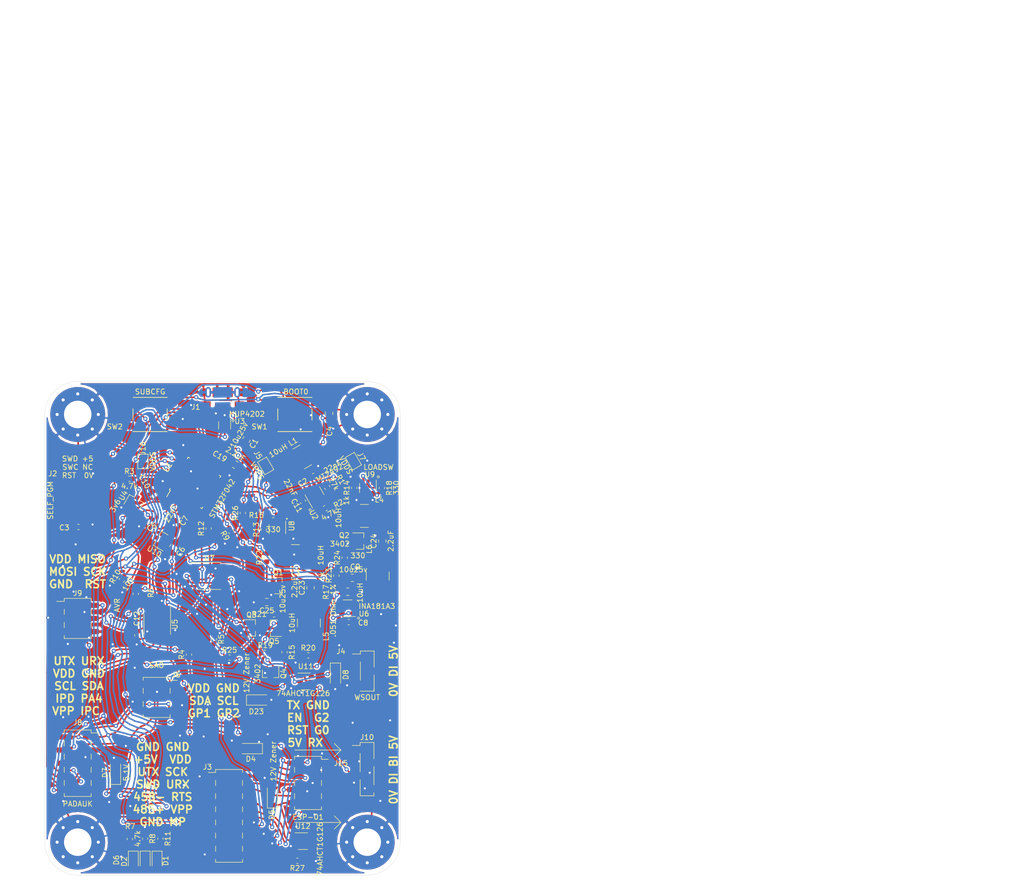
<source format=kicad_pcb>
(kicad_pcb (version 20171130) (host pcbnew 5.1.6-c6e7f7d~87~ubuntu18.04.1)
  (layers (0 F.Cu signal) (31 B.Cu signal) (34 B.Paste user) (35 F.Paste user) (36 B.SilkS user) (37 F.SilkS user) (38 B.Mask user) (39 F.Mask user) (44 Edge.Cuts user))
  (net 0 "")
  (net 1 GND)
  (net 2 D-)
  (net 3 D+)
  (net 4 "Net-(C11-Pad2)")
  (net 5 "Net-(C11-Pad1)")
  (net 6 VUSB)
  (net 7 NRST)
  (net 8 SWD)
  (net 9 "Net-(R1-Pad1)")
  (net 10 +3V3)
  (net 11 "Net-(C23-Pad2)")
  (net 12 "Net-(C23-Pad1)")
  (net 13 "Net-(C24-Pad1)")
  (net 14 "Net-(C24-Pad2)")
  (net 15 PD_VPP)
  (net 16 PD_VDD)
  (net 17 "Net-(J1-Pad4)")
  (net 18 "Net-(J2-Pad4)")
  (net 19 "Net-(R6-Pad2)")
  (net 20 VMON2)
  (net 21 VMON1)
  (net 22 "Net-(SW1-Pad2)")
  (net 23 "Net-(SW1-Pad3)")
  (net 24 AVCC)
  (net 25 "Net-(J5-Pad2)")
  (net 26 "Net-(J7-Pad2)")
  (net 27 +3V8)
  (net 28 "Net-(D1-Pad1)")
  (net 29 "Net-(D2-Pad1)")
  (net 30 SWC)
  (net 31 MAGICPIN)
  (net 32 U2TX)
  (net 33 SCL)
  (net 34 SDA)
  (net 35 U2RX)
  (net 36 U2CK)
  (net 37 "Net-(Q4-Pad3)")
  (net 38 "Net-(Q5-Pad1)")
  (net 39 "Net-(R4-Pad2)")
  (net 40 U2RTS)
  (net 41 PIMON)
  (net 42 "Net-(C9-Pad1)")
  (net 43 SPIMOSICOMB)
  (net 44 "Net-(D6-Pad1)")
  (net 45 SPISCK)
  (net 46 485B)
  (net 47 485A)
  (net 48 SPIMISO)
  (net 49 SW2VPP)
  (net 50 SW2VDD)
  (net 51 DRIVELO)
  (net 52 DRIVEHI)
  (net 53 "Net-(R3-Pad2)")
  (net 54 "Net-(R9-Pad2)")
  (net 55 "Net-(R10-Pad2)")
  (net 56 "Net-(R12-Pad2)")
  (net 57 SW1VPP)
  (net 58 "Net-(R16-Pad2)")
  (net 59 "Net-(R18-Pad2)")
  (net 60 SW1VDD)
  (net 61 U2TXEN)
  (net 62 ~485RXEN~)
  (net 63 ~U2TX~)
  (net 64 "Net-(SW2-Pad4)")
  (net 65 "Net-(SW2-Pad3)")
  (net 66 "Net-(SW2-Pad2)")
  (net 67 PA10)
  (net 68 "Net-(J3-Pad10)")
  (net 69 "Net-(J10-Pad3)")
  (net 70 "Net-(J10-Pad2)")
  (module Connector_PinHeader_2.54mm:PinHeader_2x03_P2.54mm_Vertical_SMD (layer F.Cu) (at 86.36 142.24)
    (fp_text reference J9 (at 0 -4.87) (layer F.SilkS))
    (fp_text value AVR (at 7.62 -2.54 90) (layer F.SilkS))
    (pad 1 smd rect (at -2.525 -2.54) (size 3.15 1) (layers F.Cu F.Paste F.Mask) (net 43 SPIMOSICOMB))
    (pad 2 smd rect (at 2.525 -2.54) (size 3.15 1) (layers F.Cu F.Paste F.Mask) (net 16 PD_VDD))
    (pad 3 smd rect (at -2.525 0) (size 3.15 1) (layers F.Cu F.Paste F.Mask) (net 45 SPISCK))
    (pad 4 smd rect (at 2.525 0) (size 3.15 1) (layers F.Cu F.Paste F.Mask) (net 48 SPIMISO))
    (pad 5 smd rect (at -2.525 2.54) (size 3.15 1) (layers F.Cu F.Paste F.Mask) (net 31 MAGICPIN))
    (pad 6 smd rect (at 2.525 2.54) (size 3.15 1) (layers F.Cu F.Paste F.Mask) (net 1 GND))
  )
  (module Capacitor_SMD:C_0603_1608Metric (layer F.Cu) (at 101.1809 118.491 300)
    (fp_text reference C10 (at -3.26854 0.327277 120) (layer F.SilkS))
    (fp_text value 22nF)
    (pad 1 smd roundrect (at -0.7875 0 300) (size 0.875 0.95) (layers F.Cu F.Paste F.Mask) (net 1 GND))
    (pad 2 smd roundrect (at 0.7875 0 300) (size 0.875 0.95) (layers F.Cu F.Paste F.Mask) (net 10 +3V3))
  )
  (module kicad:TACTILE10B (layer F.Cu) (at 100.33 102.87)
    (fp_text reference SW2 (at -6.81697 2.357338) (layer F.SilkS))
    (fp_text value SUBCFG (at 0.0127 -4.3815) (layer F.SilkS))
    (pad 3 smd rect (at 4.1 -2.25) (size 2 1.3) (layers F.Cu F.Paste F.Mask) (net 65 "Net-(SW2-Pad3)"))
    (pad 4 smd rect (at 4.1 2.25) (size 2 1.3) (layers F.Cu F.Paste F.Mask) (net 64 "Net-(SW2-Pad4)"))
    (pad 2 smd rect (at -4.1 2.25) (size 2 1.3) (layers F.Cu F.Paste F.Mask) (net 66 "Net-(SW2-Pad2)"))
    (pad 1 smd rect (at -4.1 -2.25) (size 2 1.3) (layers F.Cu F.Paste F.Mask) (net 27 +3V8))
  )
  (module Inductor_SMD:L_2816_7142Metric (layer F.Cu) (at 130.9751 143.1036 270)
    (fp_text reference L5 (at 2.6 -3.3 90) (layer F.SilkS))
    (fp_text value 10uH (at -0.012682 3.246257 90) (layer F.SilkS))
    (pad 2 smd roundrect (at 2.5125 0 270) (size 3.025 4.45) (layers F.Cu F.Paste F.Mask) (roundrect_rratio 0.082645) (net 15 PD_VPP))
    (pad 1 smd roundrect (at -2.5125 0 270) (size 3.025 4.45) (layers F.Cu F.Paste F.Mask) (roundrect_rratio 0.082645) (net 12 "Net-(C23-Pad1)"))
  )
  (module Package_TO_SOT_SMD:SOT-363_SC-70-6 (layer F.Cu) (at 114.72 104.97 270)
    (fp_text reference U3 (at -0.7874 -2.9083) (layer F.SilkS))
    (fp_text value NUP4202 (at -2.1844 -4.2926) (layer F.SilkS))
    (pad 1 smd rect (at -0.95 -0.65 270) (size 0.65 0.4) (layers F.Cu F.Paste F.Mask) (net 2 D-))
    (pad 3 smd rect (at -0.95 0.65 270) (size 0.65 0.4) (layers F.Cu F.Paste F.Mask) (net 3 D+))
    (pad 5 smd rect (at 0.95 0 270) (size 0.65 0.4) (layers F.Cu F.Paste F.Mask) (net 6 VUSB))
    (pad 2 smd rect (at -0.95 0 270) (size 0.65 0.4) (layers F.Cu F.Paste F.Mask) (net 1 GND))
    (pad 4 smd rect (at 0.95 0.65 270) (size 0.65 0.4) (layers F.Cu F.Paste F.Mask) (net 3 D+))
    (pad 6 smd rect (at 0.95 -0.65 270) (size 0.65 0.4) (layers F.Cu F.Paste F.Mask) (net 2 D-))
  )
  (module kicad:RIBBON6SMT_POGO_OR_IDC (layer F.Cu) (at 86.614 119.3673 270)
    (fp_text reference J2 (at -5.08 5.08) (layer F.SilkS))
    (fp_text value SELF_PGM (at 0.0889 5.5245 90) (layer F.SilkS))
    (pad 5 smd rect (at 2.54 2.54 270) (size 1.651 4.191) (layers F.Cu F.Paste F.Mask) (net 7 NRST))
    (pad 3 smd rect (at 0 2.54 270) (size 1.651 4.191) (layers F.Cu F.Paste F.Mask) (net 30 SWC))
    (pad 1 smd oval (at -2.54 2.54 270) (size 1.651 4.191) (layers F.Cu F.Paste F.Mask) (net 8 SWD))
    (pad 6 smd rect (at 2.54 -2.54 270) (size 1.651 4.191) (layers F.Cu F.Paste F.Mask) (net 1 GND))
    (pad 4 smd rect (at 0 -2.54 270) (size 1.651 4.191) (layers F.Cu F.Paste F.Mask) (net 18 "Net-(J2-Pad4)"))
    (pad 2 smd rect (at -2.54 -2.54 270) (size 1.651 4.191) (layers F.Cu F.Paste F.Mask) (net 6 VUSB))
  )
  (module Inductor_SMD:L_2816_7142Metric (layer F.Cu) (at 129.7051 111.0488 30)
    (fp_text reference L1 (at -0.08885 -3.433514 30) (layer F.SilkS))
    (fp_text value 10uH (at -3.422516 -3.357138 30) (layer F.SilkS))
    (pad 1 smd roundrect (at -2.5125 0 30) (size 3.025 4.45) (layers F.Cu F.Paste F.Mask) (roundrect_rratio 0.082645) (net 4 "Net-(C11-Pad2)"))
    (pad 2 smd roundrect (at 2.5125 0 30) (size 3.025 4.45) (layers F.Cu F.Paste F.Mask) (roundrect_rratio 0.082645) (net 27 +3V8))
  )
  (module kicad:TACTILE10B (layer F.Cu) (at 128.27 102.87)
    (fp_text reference SW1 (at -6.81697 2.357338) (layer F.SilkS))
    (fp_text value BOOT0 (at 0.2032 -4.3815) (layer F.SilkS))
    (pad 1 smd rect (at -4.1 -2.25) (size 2 1.3) (layers F.Cu F.Paste F.Mask) (net 27 +3V8))
    (pad 2 smd rect (at -4.1 2.25) (size 2 1.3) (layers F.Cu F.Paste F.Mask) (net 22 "Net-(SW1-Pad2)"))
    (pad 4 smd rect (at 4.1 2.25) (size 2 1.3) (layers F.Cu F.Paste F.Mask) (net 53 "Net-(R3-Pad2)"))
    (pad 3 smd rect (at 4.1 -2.25) (size 2 1.3) (layers F.Cu F.Paste F.Mask) (net 23 "Net-(SW1-Pad3)"))
  )
  (module Package_TO_SOT_SMD:SOT-23-6_Handsoldering (layer F.Cu) (at 132.064434 118.377808 120)
    (fp_text reference U2 (at -3.27 -2.06 120) (layer F.SilkS))
    (fp_text value MT2492 (at 2.179538 4.634546 30) (layer F.SilkS))
    (pad 1 smd rect (at -1.35 -0.95 120) (size 1.56 0.65) (layers F.Cu F.Paste F.Mask) (net 5 "Net-(C11-Pad1)"))
    (pad 2 smd rect (at -1.35 0 120) (size 1.56 0.65) (layers F.Cu F.Paste F.Mask) (net 1 GND))
    (pad 3 smd rect (at -1.35 0.95 120) (size 1.56 0.65) (layers F.Cu F.Paste F.Mask) (net 9 "Net-(R1-Pad1)"))
    (pad 4 smd rect (at 1.35 0.95 120) (size 1.56 0.65) (layers F.Cu F.Paste F.Mask) (net 6 VUSB))
    (pad 6 smd rect (at 1.35 -0.95 120) (size 1.56 0.65) (layers F.Cu F.Paste F.Mask) (net 4 "Net-(C11-Pad2)"))
    (pad 5 smd rect (at 1.35 0 120) (size 1.56 0.65) (layers F.Cu F.Paste F.Mask) (net 6 VUSB))
  )
  (module Capacitor_SMD:C_0805_2012Metric_Pad1.15x1.40mm_HandSolder (layer F.Cu) (at 116.772324 112.5675 330)
    (fp_text reference C19 (at -3.426122 0.08433 150) (layer F.SilkS))
    (fp_text value 2.2uF (at -0.989354 -1.789812 150) (layer F.SilkS))
    (pad 1 smd roundrect (at -1.025 0 330) (size 1.15 1.4) (layers F.Cu F.Paste F.Mask) (roundrect_rratio 0.217391) (net 10 +3V3))
    (pad 2 smd roundrect (at 1.025 0 330) (size 1.15 1.4) (layers F.Cu F.Paste F.Mask) (roundrect_rratio 0.217391) (net 1 GND))
  )
  (module Capacitor_SMD:C_0805_2012Metric_Pad1.15x1.40mm_HandSolder (layer F.Cu) (at 131.2926 136.3218 90)
    (fp_text reference C23 (at 0 -1.65 90) (layer F.SilkS))
    (fp_text value 2.2uF (at 0.127 -3.0734 90) (layer F.SilkS))
    (pad 2 smd roundrect (at 1.025 0 90) (size 1.15 1.4) (layers F.Cu F.Paste F.Mask) (roundrect_rratio 0.217391) (net 11 "Net-(C23-Pad2)"))
    (pad 1 smd roundrect (at -1.025 0 90) (size 1.15 1.4) (layers F.Cu F.Paste F.Mask) (roundrect_rratio 0.217391) (net 12 "Net-(C23-Pad1)"))
  )
  (module Capacitor_SMD:C_0805_2012Metric_Pad1.15x1.40mm_HandSolder (layer F.Cu) (at 145.15 127.29 90)
    (fp_text reference C24 (at 0 -1.65 90) (layer F.SilkS))
    (fp_text value 2.2uF (at 0 1.65 90) (layer F.SilkS))
    (pad 1 smd roundrect (at -1.025 0 90) (size 1.15 1.4) (layers F.Cu F.Paste F.Mask) (roundrect_rratio 0.217391) (net 13 "Net-(C24-Pad1)"))
    (pad 2 smd roundrect (at 1.025 0 90) (size 1.15 1.4) (layers F.Cu F.Paste F.Mask) (roundrect_rratio 0.217391) (net 14 "Net-(C24-Pad2)"))
  )
  (module Capacitor_SMD:C_0805_2012Metric_Pad1.15x1.40mm_HandSolder (layer F.Cu) (at 122.8598 139.0777 180)
    (fp_text reference C25 (at 0 -1.65) (layer F.SilkS))
    (fp_text value 10u25v (at -3.050067 0.597519 90) (layer F.SilkS))
    (pad 1 smd roundrect (at -1.025 0 180) (size 1.15 1.4) (layers F.Cu F.Paste F.Mask) (roundrect_rratio 0.217391) (net 15 PD_VPP))
    (pad 2 smd roundrect (at 1.025 0 180) (size 1.15 1.4) (layers F.Cu F.Paste F.Mask) (roundrect_rratio 0.217391) (net 1 GND))
  )
  (module Inductor_SMD:L_2816_7142Metric (layer F.Cu) (at 128.3695 130.2131 180)
    (fp_text reference L3 (at 0 -3.18) (layer F.SilkS))
    (fp_text value 10uH (at -4.9043 0.1651 270) (layer F.SilkS))
    (pad 1 smd roundrect (at -2.5125 0 180) (size 3.025 4.45) (layers F.Cu F.Paste F.Mask) (roundrect_rratio 0.082645) (net 11 "Net-(C23-Pad2)"))
    (pad 2 smd roundrect (at 2.5125 0 180) (size 3.025 4.45) (layers F.Cu F.Paste F.Mask) (roundrect_rratio 0.082645) (net 1 GND))
  )
  (module Inductor_SMD:L_2816_7142Metric (layer F.Cu) (at 141.68 122.45 180)
    (fp_text reference L4 (at -2.8829 3.1115) (layer F.SilkS))
    (fp_text value 10uH (at 4.9784 -0.3937 270) (layer F.SilkS))
    (pad 1 smd roundrect (at -2.5125 0 180) (size 3.025 4.45) (layers F.Cu F.Paste F.Mask) (roundrect_rratio 0.082645) (net 14 "Net-(C24-Pad2)"))
    (pad 2 smd roundrect (at 2.5125 0 180) (size 3.025 4.45) (layers F.Cu F.Paste F.Mask) (roundrect_rratio 0.082645) (net 1 GND))
  )
  (module Inductor_SMD:L_2816_7142Metric (layer F.Cu) (at 144.26 134.0612 270)
    (fp_text reference L6 (at -5.1943 1.651 90) (layer F.SilkS))
    (fp_text value 10uH (at 3.2131 3.4036 90) (layer F.SilkS))
    (pad 2 smd roundrect (at 2.5125 0 270) (size 3.025 4.45) (layers F.Cu F.Paste F.Mask) (roundrect_rratio 0.082645) (net 42 "Net-(C9-Pad1)"))
    (pad 1 smd roundrect (at -2.5125 0 270) (size 3.025 4.45) (layers F.Cu F.Paste F.Mask) (roundrect_rratio 0.082645) (net 13 "Net-(C24-Pad1)"))
  )
  (module Package_TO_SOT_SMD:SOT-23 (layer F.Cu) (at 97.3328 119.761 60)
    (fp_text reference U4 (at 0 -2.5 60) (layer F.SilkS))
    (fp_text value 3v6 (at -2.487466 -2.860617 240) (layer F.SilkS))
    (pad 1 smd rect (at -1 -0.95 60) (size 0.9 0.8) (layers F.Cu F.Paste F.Mask) (net 1 GND))
    (pad 2 smd rect (at -1 0.95 60) (size 0.9 0.8) (layers F.Cu F.Paste F.Mask) (net 10 +3V3))
    (pad 3 smd rect (at 1 0 60) (size 0.9 0.8) (layers F.Cu F.Paste F.Mask) (net 27 +3V8))
  )
  (module Diode_SMD:D_SOD-123 (layer F.Cu) (at 121.1834 157.9753)
    (fp_text reference D23 (at -0.3556 2.2352) (layer F.SilkS))
    (fp_text value "12V Zener" (at -2.2352 -5.2197 90) (layer F.SilkS))
    (pad 2 smd rect (at 1.65 0) (size 0.9 1.2) (layers F.Cu F.Paste F.Mask) (net 1 GND))
    (pad 1 smd rect (at -1.65 0) (size 0.9 1.2) (layers F.Cu F.Paste F.Mask) (net 15 PD_VPP))
  )
  (module Jumper:SolderJumper-2_P1.3mm_Bridged_Pad1.0x1.5mm (layer F.Cu) (at 122.6439 112.7887 300)
    (fp_text reference J5 (at -2.5758 0.2413 300) (layer F.SilkS))
    (fp_text value VPPS (at 0.052792 1.955605 120) (layer F.SilkS))
    (fp_poly (pts (xy -0.25 -0.3) (xy 0.25 -0.3) (xy 0.25 0.3) (xy -0.25 0.3)) (layer F.Cu) (width 0))
    (pad 1 smd rect (at -0.65 0 300) (size 1 1.5) (layers F.Cu F.Mask) (net 6 VUSB))
    (pad 2 smd rect (at 0.65 0 300) (size 1 1.5) (layers F.Cu F.Mask) (net 25 "Net-(J5-Pad2)"))
  )
  (module Jumper:SolderJumper-2_P1.3mm_Bridged_Pad1.0x1.5mm (layer F.Cu) (at 139.573 111.887 300)
    (fp_text reference J7 (at 0 -1.8 120) (layer F.SilkS))
    (fp_text value VDDS (at -0.075 1.7 120) (layer F.SilkS))
    (fp_poly (pts (xy -0.25 -0.3) (xy 0.25 -0.3) (xy 0.25 0.3) (xy -0.25 0.3)) (layer F.Cu) (width 0))
    (pad 2 smd rect (at 0.65 0 300) (size 1 1.5) (layers F.Cu F.Mask) (net 26 "Net-(J7-Pad2)"))
    (pad 1 smd rect (at -0.65 0 300) (size 1 1.5) (layers F.Cu F.Mask) (net 6 VUSB))
  )
  (module LED_SMD:LED_0805_2012Metric_Pad1.15x1.40mm_HandSolder (layer F.Cu) (at 101.68 189.01 270)
    (fp_text reference D1 (at 0 -1.65 90) (layer F.SilkS))
    (fp_text value RED)
    (pad 2 smd roundrect (at 1.025 0 270) (size 1.15 1.4) (layers F.Cu F.Paste F.Mask) (roundrect_rratio 0.217391) (net 10 +3V3))
    (pad 1 smd roundrect (at -1.025 0 270) (size 1.15 1.4) (layers F.Cu F.Paste F.Mask) (roundrect_rratio 0.217391) (net 28 "Net-(D1-Pad1)"))
  )
  (module LED_SMD:LED_0805_2012Metric_Pad1.15x1.40mm_HandSolder (layer F.Cu) (at 99.3775 188.9977 270)
    (fp_text reference D2 (at 0.1523 4.0375 270) (layer F.SilkS))
    (fp_text value GRN)
    (pad 1 smd roundrect (at -1.025 0 270) (size 1.15 1.4) (layers F.Cu F.Paste F.Mask) (roundrect_rratio 0.217391) (net 29 "Net-(D2-Pad1)"))
    (pad 2 smd roundrect (at 1.025 0 270) (size 1.15 1.4) (layers F.Cu F.Paste F.Mask) (roundrect_rratio 0.217391) (net 10 +3V3))
  )
  (module Diode_SMD:D_SOD-123 (layer F.Cu) (at 119.762 167.3606 180)
    (fp_text reference D4 (at 0 -2) (layer F.SilkS))
    (fp_text value 5.1V)
    (pad 1 smd rect (at -1.65 0 180) (size 0.9 1.2) (layers F.Cu F.Paste F.Mask) (net 35 U2RX))
    (pad 2 smd rect (at 1.65 0 180) (size 0.9 1.2) (layers F.Cu F.Paste F.Mask) (net 1 GND))
  )
  (module Diode_SMD:D_SOD-123 (layer F.Cu) (at 123.952 176.5935 90)
    (fp_text reference D5 (at -3.5042 -0.127 90) (layer F.SilkS))
    (fp_text value "12V Zener" (at 6.7955 0.1905 90) (layer F.SilkS))
    (pad 2 smd rect (at 1.65 0 90) (size 0.9 1.2) (layers F.Cu F.Paste F.Mask) (net 1 GND))
    (pad 1 smd rect (at -1.65 0 90) (size 0.9 1.2) (layers F.Cu F.Paste F.Mask) (net 16 PD_VDD))
  )
  (module Connector_PinHeader_2.54mm:PinHeader_1x03_P2.54mm_Vertical_SMD_Pin1Left (layer F.Cu) (at 142.24 152.4)
    (fp_text reference J4 (at -5.08 -3.81) (layer F.SilkS))
    (fp_text value WSOUT (at 0 5.08 180) (layer F.SilkS))
    (pad 1 smd rect (at -1.655 -2.54) (size 2.51 1) (layers F.Cu F.Paste F.Mask) (net 6 VUSB))
    (pad 3 smd rect (at -1.655 2.54) (size 2.51 1) (layers F.Cu F.Paste F.Mask) (net 1 GND))
    (pad 2 smd rect (at 1.655 0) (size 2.51 1) (layers F.Cu F.Paste F.Mask) (net 69 "Net-(J10-Pad3)"))
  )
  (module Connector_PinSocket_2.54mm:PinSocket_2x03_P2.54mm_Vertical_SMD (layer F.Cu) (at 101.6 157.48)
    (fp_text reference J6 (at 3.7338 -4.3561) (layer F.SilkS))
    (fp_text value SAO (at -0.0127 -6.1849 180) (layer F.SilkS))
    (pad 1 smd rect (at 2.52 -2.54) (size 3 1) (layers F.Cu F.Paste F.Mask) (net 16 PD_VDD))
    (pad 2 smd rect (at -2.52 -2.54) (size 3 1) (layers F.Cu F.Paste F.Mask) (net 1 GND))
    (pad 3 smd rect (at 2.52 0) (size 3 1) (layers F.Cu F.Paste F.Mask) (net 34 SDA))
    (pad 4 smd rect (at -2.52 0) (size 3 1) (layers F.Cu F.Paste F.Mask) (net 33 SCL))
    (pad 5 smd rect (at 2.52 2.54) (size 3 1) (layers F.Cu F.Paste F.Mask) (net 32 U2TX))
    (pad 6 smd rect (at -2.52 2.54) (size 3 1) (layers F.Cu F.Paste F.Mask) (net 35 U2RX))
  )
  (module Package_TO_SOT_SMD:SOT-23 (layer F.Cu) (at 123.5837 152.8953 270)
    (fp_text reference Q4 (at 0 -2.5 90) (layer F.SilkS))
    (fp_text value 3402 (at 0 2.5 90) (layer F.SilkS))
    (pad 1 smd rect (at -1 -0.95 270) (size 0.9 0.8) (layers F.Cu F.Paste F.Mask) (net 52 DRIVEHI))
    (pad 2 smd rect (at -1 0.95 270) (size 0.9 0.8) (layers F.Cu F.Paste F.Mask) (net 1 GND))
    (pad 3 smd rect (at 1 0 270) (size 0.9 0.8) (layers F.Cu F.Paste F.Mask) (net 37 "Net-(Q4-Pad3)"))
  )
  (module Package_TO_SOT_SMD:SOT-23 (layer F.Cu) (at 124.2822 144.1323 180)
    (fp_text reference Q5 (at 0 -2.5) (layer F.SilkS))
    (fp_text value PNP)
    (pad 3 smd rect (at 1 0 180) (size 0.9 0.8) (layers F.Cu F.Paste F.Mask) (net 31 MAGICPIN))
    (pad 2 smd rect (at -1 0.95 180) (size 0.9 0.8) (layers F.Cu F.Paste F.Mask) (net 15 PD_VPP))
    (pad 1 smd rect (at -1 -0.95 180) (size 0.9 0.8) (layers F.Cu F.Paste F.Mask) (net 38 "Net-(Q5-Pad1)"))
  )
  (module Resistor_SMD:R_0805_2012Metric_Pad1.15x1.40mm_HandSolder (layer F.Cu) (at 138.4935 137.0711 180)
    (fp_text reference R17 (at 4.2037 -0.0762 270) (layer F.SilkS))
    (fp_text value ".051 Ohm 1%" (at 2.8231 -3.6449 270) (layer F.SilkS))
    (pad 2 smd roundrect (at 1.025 0 180) (size 1.15 1.4) (layers F.Cu F.Paste F.Mask) (roundrect_rratio 0.217391) (net 16 PD_VDD))
    (pad 1 smd roundrect (at -1.025 0 180) (size 1.15 1.4) (layers F.Cu F.Paste F.Mask) (roundrect_rratio 0.217391) (net 42 "Net-(C9-Pad1)"))
  )
  (module Package_TO_SOT_SMD:SOT-23-6 (layer F.Cu) (at 138.4554 140.2715 180)
    (fp_text reference U6 (at -3.1623 -1.0668) (layer F.SilkS))
    (fp_text value INA181A3 (at -5.6388 0.3937 180) (layer F.SilkS))
    (pad 1 smd rect (at -1.1 -0.95 180) (size 1.06 0.65) (layers F.Cu F.Paste F.Mask) (net 41 PIMON))
    (pad 2 smd rect (at -1.1 0 180) (size 1.06 0.65) (layers F.Cu F.Paste F.Mask) (net 1 GND))
    (pad 3 smd rect (at -1.1 0.95 180) (size 1.06 0.65) (layers F.Cu F.Paste F.Mask) (net 42 "Net-(C9-Pad1)"))
    (pad 4 smd rect (at 1.1 0.95 180) (size 1.06 0.65) (layers F.Cu F.Paste F.Mask) (net 16 PD_VDD))
    (pad 6 smd rect (at 1.1 -0.95 180) (size 1.06 0.65) (layers F.Cu F.Paste F.Mask) (net 24 AVCC))
    (pad 5 smd rect (at 1.1 0 180) (size 1.06 0.65) (layers F.Cu F.Paste F.Mask) (net 1 GND))
  )
  (module Connector_PinSocket_2.54mm:PinSocket_2x04_P2.54mm_Vertical_SMD (layer F.Cu) (at 130.81 173.99)
    (fp_text reference J15 (at 6.35 -3.81) (layer F.SilkS))
    (fp_text value ESP-01 (at 0 6.58) (layer F.SilkS))
    (pad 1 smd rect (at 2.52 -3.81) (size 3 1) (layers F.Cu F.Paste F.Mask) (net 1 GND))
    (pad 2 smd rect (at -2.52 -3.81) (size 3 1) (layers F.Cu F.Paste F.Mask) (net 35 U2RX))
    (pad 3 smd rect (at 2.52 -1.27) (size 3 1) (layers F.Cu F.Paste F.Mask) (net 33 SCL))
    (pad 4 smd rect (at -2.52 -1.27) (size 3 1) (layers F.Cu F.Paste F.Mask) (net 36 U2CK))
    (pad 5 smd rect (at 2.52 1.27) (size 3 1) (layers F.Cu F.Paste F.Mask) (net 34 SDA))
    (pad 6 smd rect (at -2.52 1.27) (size 3 1) (layers F.Cu F.Paste F.Mask) (net 15 PD_VPP))
    (pad 7 smd rect (at 2.52 3.81) (size 3 1) (layers F.Cu F.Paste F.Mask) (net 32 U2TX))
    (pad 8 smd rect (at -2.52 3.81) (size 3 1) (layers F.Cu F.Paste F.Mask) (net 16 PD_VDD))
  )
  (module Jumper:SolderJumper-2_P1.3mm_Bridged_Pad1.0x1.5mm (layer F.Cu) (at 98.95 111.93 90)
    (fp_text reference J16 (at 2.54 0 90) (layer F.SilkS))
    (fp_text value VDDS (at 0 1.9 90) (layer F.SilkS))
    (fp_poly (pts (xy -0.25 -0.3) (xy 0.25 -0.3) (xy 0.25 0.3) (xy -0.25 0.3)) (layer F.Cu) (width 0))
    (pad 1 smd rect (at -0.65 0 90) (size 1 1.5) (layers F.Cu F.Mask) (net 27 +3V8))
    (pad 2 smd rect (at 0.65 0 90) (size 1 1.5) (layers F.Cu F.Mask) (net 27 +3V8))
  )
  (module MountingHole:MountingHole_5.3mm_M5_Pad_Via (layer F.Cu) (at 86.36 102.87)
    (fp_text reference J17 hide)
    (fp_text value MNT)
    (pad 1 thru_hole circle (at 2.810749 -2.810749) (size 0.9 0.9) (drill 0.6) (layers *.Cu *.Mask) (net 1 GND))
    (pad 1 thru_hole circle (at 0 -3.975) (size 0.9 0.9) (drill 0.6) (layers *.Cu *.Mask) (net 1 GND))
    (pad 1 thru_hole circle (at -2.810749 -2.810749) (size 0.9 0.9) (drill 0.6) (layers *.Cu *.Mask) (net 1 GND))
    (pad 1 thru_hole circle (at -3.975 0) (size 0.9 0.9) (drill 0.6) (layers *.Cu *.Mask) (net 1 GND))
    (pad 1 thru_hole circle (at -2.810749 2.810749) (size 0.9 0.9) (drill 0.6) (layers *.Cu *.Mask) (net 1 GND))
    (pad 1 thru_hole circle (at 0 3.975) (size 0.9 0.9) (drill 0.6) (layers *.Cu *.Mask) (net 1 GND))
    (pad 1 thru_hole circle (at 2.810749 2.810749) (size 0.9 0.9) (drill 0.6) (layers *.Cu *.Mask) (net 1 GND))
    (pad 1 thru_hole circle (at 3.975 0) (size 0.9 0.9) (drill 0.6) (layers *.Cu *.Mask) (net 1 GND))
    (pad 1 thru_hole circle (at 0 0) (size 10.6 10.6) (drill 5.3) (layers *.Cu *.Mask) (net 1 GND))
  )
  (module MountingHole:MountingHole_5.3mm_M5_Pad_Via (layer F.Cu) (at 142.24 102.87)
    (fp_text reference J18 hide)
    (fp_text value MNT)
    (pad 1 thru_hole circle (at 0 0) (size 10.6 10.6) (drill 5.3) (layers *.Cu *.Mask) (net 1 GND))
    (pad 1 thru_hole circle (at 3.975 0) (size 0.9 0.9) (drill 0.6) (layers *.Cu *.Mask) (net 1 GND))
    (pad 1 thru_hole circle (at 2.810749 2.810749) (size 0.9 0.9) (drill 0.6) (layers *.Cu *.Mask) (net 1 GND))
    (pad 1 thru_hole circle (at 0 3.975) (size 0.9 0.9) (drill 0.6) (layers *.Cu *.Mask) (net 1 GND))
    (pad 1 thru_hole circle (at -2.810749 2.810749) (size 0.9 0.9) (drill 0.6) (layers *.Cu *.Mask) (net 1 GND))
    (pad 1 thru_hole circle (at -3.975 0) (size 0.9 0.9) (drill 0.6) (layers *.Cu *.Mask) (net 1 GND))
    (pad 1 thru_hole circle (at -2.810749 -2.810749) (size 0.9 0.9) (drill 0.6) (layers *.Cu *.Mask) (net 1 GND))
    (pad 1 thru_hole circle (at 0 -3.975) (size 0.9 0.9) (drill 0.6) (layers *.Cu *.Mask) (net 1 GND))
    (pad 1 thru_hole circle (at 2.810749 -2.810749) (size 0.9 0.9) (drill 0.6) (layers *.Cu *.Mask) (net 1 GND))
  )
  (module MountingHole:MountingHole_5.3mm_M5_Pad_Via (layer F.Cu) (at 142.24 185.42)
    (fp_text reference J19 hide)
    (fp_text value MNT)
    (pad 1 thru_hole circle (at 2.810749 -2.810749) (size 0.9 0.9) (drill 0.6) (layers *.Cu *.Mask) (net 1 GND))
    (pad 1 thru_hole circle (at 0 -3.975) (size 0.9 0.9) (drill 0.6) (layers *.Cu *.Mask) (net 1 GND))
    (pad 1 thru_hole circle (at -2.810749 -2.810749) (size 0.9 0.9) (drill 0.6) (layers *.Cu *.Mask) (net 1 GND))
    (pad 1 thru_hole circle (at -3.975 0) (size 0.9 0.9) (drill 0.6) (layers *.Cu *.Mask) (net 1 GND))
    (pad 1 thru_hole circle (at -2.810749 2.810749) (size 0.9 0.9) (drill 0.6) (layers *.Cu *.Mask) (net 1 GND))
    (pad 1 thru_hole circle (at 0 3.975) (size 0.9 0.9) (drill 0.6) (layers *.Cu *.Mask) (net 1 GND))
    (pad 1 thru_hole circle (at 2.810749 2.810749) (size 0.9 0.9) (drill 0.6) (layers *.Cu *.Mask) (net 1 GND))
    (pad 1 thru_hole circle (at 3.975 0) (size 0.9 0.9) (drill 0.6) (layers *.Cu *.Mask) (net 1 GND))
    (pad 1 thru_hole circle (at 0 0) (size 10.6 10.6) (drill 5.3) (layers *.Cu *.Mask) (net 1 GND))
  )
  (module MountingHole:MountingHole_5.3mm_M5_Pad_Via (layer F.Cu) (at 86.36 185.42)
    (fp_text reference J20 hide)
    (fp_text value MNT)
    (pad 1 thru_hole circle (at 0 0) (size 10.6 10.6) (drill 5.3) (layers *.Cu *.Mask) (net 1 GND))
    (pad 1 thru_hole circle (at 3.975 0) (size 0.9 0.9) (drill 0.6) (layers *.Cu *.Mask) (net 1 GND))
    (pad 1 thru_hole circle (at 2.810749 2.810749) (size 0.9 0.9) (drill 0.6) (layers *.Cu *.Mask) (net 1 GND))
    (pad 1 thru_hole circle (at 0 3.975) (size 0.9 0.9) (drill 0.6) (layers *.Cu *.Mask) (net 1 GND))
    (pad 1 thru_hole circle (at -2.810749 2.810749) (size 0.9 0.9) (drill 0.6) (layers *.Cu *.Mask) (net 1 GND))
    (pad 1 thru_hole circle (at -3.975 0) (size 0.9 0.9) (drill 0.6) (layers *.Cu *.Mask) (net 1 GND))
    (pad 1 thru_hole circle (at -2.810749 -2.810749) (size 0.9 0.9) (drill 0.6) (layers *.Cu *.Mask) (net 1 GND))
    (pad 1 thru_hole circle (at 0 -3.975) (size 0.9 0.9) (drill 0.6) (layers *.Cu *.Mask) (net 1 GND))
    (pad 1 thru_hole circle (at 2.810749 -2.810749) (size 0.9 0.9) (drill 0.6) (layers *.Cu *.Mask) (net 1 GND))
  )
  (module Capacitor_SMD:C_0805_2012Metric_Pad1.15x1.40mm_HandSolder (layer F.Cu) (at 118.9355 107.6833 240)
    (fp_text reference C1 (at 0 -1.65 60) (layer F.SilkS))
    (fp_text value 10u25v (at 0 1.65 60) (layer F.SilkS))
    (pad 1 smd roundrect (at -1.025 0 240) (size 1.15 1.4) (layers F.Cu F.Paste F.Mask) (roundrect_rratio 0.217391) (net 6 VUSB))
    (pad 2 smd roundrect (at 1.025 0 240) (size 1.15 1.4) (layers F.Cu F.Paste F.Mask) (roundrect_rratio 0.217391) (net 1 GND))
  )
  (module Capacitor_SMD:C_0603_1608Metric (layer F.Cu) (at 132.06 114.7 30)
    (fp_text reference C2 (at -2.597518 0.010844 30) (layer F.SilkS))
    (fp_text value 22nF (at 3.869467 0.239697 30) (layer F.SilkS))
    (pad 1 smd roundrect (at -0.7875 0 30) (size 0.875 0.95) (layers F.Cu F.Paste F.Mask) (net 6 VUSB))
    (pad 2 smd roundrect (at 0.7875 0 30) (size 0.875 0.95) (layers F.Cu F.Paste F.Mask) (net 1 GND))
  )
  (module Capacitor_SMD:C_0603_1608Metric (layer F.Cu) (at 86.5123 124.587)
    (fp_text reference C3 (at -2.7432 0.127) (layer F.SilkS))
    (fp_text value 22nF)
    (pad 1 smd roundrect (at -0.7875 0) (size 0.875 0.95) (layers F.Cu F.Paste F.Mask) (net 7 NRST))
    (pad 2 smd roundrect (at 0.7875 0) (size 0.875 0.95) (layers F.Cu F.Paste F.Mask) (net 1 GND))
  )
  (module Capacitor_SMD:C_0805_2012Metric_Pad1.15x1.40mm_HandSolder (layer F.Cu) (at 134.8867 102.6541 90)
    (fp_text reference C4 (at -3.4544 0.0762 90) (layer F.SilkS))
    (fp_text value 10u25v)
    (pad 2 smd roundrect (at 1.025 0 90) (size 1.15 1.4) (layers F.Cu F.Paste F.Mask) (roundrect_rratio 0.217391) (net 1 GND))
    (pad 1 smd roundrect (at -1.025 0 90) (size 1.15 1.4) (layers F.Cu F.Paste F.Mask) (roundrect_rratio 0.217391) (net 27 +3V8))
  )
  (module Capacitor_SMD:C_0603_1608Metric (layer F.Cu) (at 99.949 123.3932 210)
    (fp_text reference C5 (at 0 -1.43 30) (layer F.SilkS))
    (fp_text value 22nF)
    (pad 2 smd roundrect (at 0.7875 0 210) (size 0.875 0.95) (layers F.Cu F.Paste F.Mask) (net 1 GND))
    (pad 1 smd roundrect (at -0.7875 0 210) (size 0.875 0.95) (layers F.Cu F.Paste F.Mask) (net 27 +3V8))
  )
  (module Capacitor_SMD:C_0805_2012Metric_Pad1.15x1.40mm_HandSolder (layer F.Cu) (at 104.8303 128.525324 240)
    (fp_text reference C6 (at 0 -1.65 60) (layer F.SilkS))
    (fp_text value 10u)
    (pad 1 smd roundrect (at -1.025 0 240) (size 1.15 1.4) (layers F.Cu F.Paste F.Mask) (roundrect_rratio 0.217391) (net 24 AVCC))
    (pad 2 smd roundrect (at 1.025 0 240) (size 1.15 1.4) (layers F.Cu F.Paste F.Mask) (roundrect_rratio 0.217391) (net 1 GND))
  )
  (module Capacitor_SMD:C_0603_1608Metric (layer F.Cu) (at 105.6513 122.682 240)
    (fp_text reference C7 (at 0 -1.43 60) (layer F.SilkS))
    (fp_text value 22nF (at 0.077478 1.480396 60) (layer F.SilkS))
    (pad 2 smd roundrect (at 0.7875 0 240) (size 0.875 0.95) (layers F.Cu F.Paste F.Mask) (net 1 GND))
    (pad 1 smd roundrect (at -0.7875 0 240) (size 0.875 0.95) (layers F.Cu F.Paste F.Mask) (net 24 AVCC))
  )
  (module Capacitor_SMD:C_0603_1608Metric (layer F.Cu) (at 138.6712 142.9512)
    (fp_text reference C8 (at 2.7814 0.1397) (layer F.SilkS))
    (fp_text value 22nF)
    (pad 1 smd roundrect (at -0.7875 0) (size 0.875 0.95) (layers F.Cu F.Paste F.Mask) (net 24 AVCC))
    (pad 2 smd roundrect (at 0.7875 0) (size 0.875 0.95) (layers F.Cu F.Paste F.Mask) (net 1 GND))
  )
  (module Capacitor_SMD:C_0805_2012Metric_Pad1.15x1.40mm_HandSolder (layer F.Cu) (at 139.36 134.4 180)
    (fp_text reference C9 (at -0.5588 2.1209) (layer F.SilkS))
    (fp_text value 10u25v (at -0.1778 1.6002) (layer F.SilkS))
    (pad 2 smd roundrect (at 1.025 0 180) (size 1.15 1.4) (layers F.Cu F.Paste F.Mask) (roundrect_rratio 0.217391) (net 1 GND))
    (pad 1 smd roundrect (at -1.025 0 180) (size 1.15 1.4) (layers F.Cu F.Paste F.Mask) (roundrect_rratio 0.217391) (net 42 "Net-(C9-Pad1)"))
  )
  (module Capacitor_SMD:C_0603_1608Metric (layer F.Cu) (at 129.858835 119.739199 120)
    (fp_text reference C11 (at 0 -1.43 120) (layer F.SilkS))
    (fp_text value 22nF (at 3.600367 -0.76782 120) (layer F.SilkS))
    (pad 2 smd roundrect (at 0.7875 0 120) (size 0.875 0.95) (layers F.Cu F.Paste F.Mask) (net 4 "Net-(C11-Pad2)"))
    (pad 1 smd roundrect (at -0.7875 0 120) (size 0.875 0.95) (layers F.Cu F.Paste F.Mask) (net 5 "Net-(C11-Pad1)"))
  )
  (module LED_SMD:LED_0805_2012Metric_Pad1.15x1.40mm_HandSolder (layer F.Cu) (at 97.09 189.01 270)
    (fp_text reference D6 (at -0.14 3.27 90) (layer F.SilkS))
    (fp_text value BLU)
    (pad 1 smd roundrect (at -1.025 0 270) (size 1.15 1.4) (layers F.Cu F.Paste F.Mask) (roundrect_rratio 0.217391) (net 44 "Net-(D6-Pad1)"))
    (pad 2 smd roundrect (at 1.025 0 270) (size 1.15 1.4) (layers F.Cu F.Paste F.Mask) (roundrect_rratio 0.217391) (net 10 +3V3))
  )
  (module Diode_SMD:D_SOD-123 (layer F.Cu) (at 93.6498 172.0205 90)
    (fp_text reference D7 (at 0 -2 90) (layer F.SilkS))
    (fp_text value 5.1V (at 0 2.1 90) (layer F.SilkS))
    (pad 1 smd rect (at -1.65 0 90) (size 0.9 1.2) (layers F.Cu F.Paste F.Mask) (net 45 SPISCK))
    (pad 2 smd rect (at 1.65 0 90) (size 0.9 1.2) (layers F.Cu F.Paste F.Mask) (net 1 GND))
  )
  (module Connector_PinHeader_2.54mm:PinHeader_2x07_P2.54mm_Vertical_SMD (layer F.Cu) (at 115.57 180.34)
    (fp_text reference J3 (at -4.1656 -9.4234) (layer F.SilkS))
    (fp_text value UNIVERSAL)
    (pad 1 smd rect (at -2.525 -7.62) (size 3.15 1) (layers F.Cu F.Paste F.Mask) (net 1 GND))
    (pad 2 smd rect (at 2.525 -7.62) (size 3.15 1) (layers F.Cu F.Paste F.Mask) (net 1 GND))
    (pad 3 smd rect (at -2.525 -5.08) (size 3.15 1) (layers F.Cu F.Paste F.Mask) (net 6 VUSB))
    (pad 4 smd rect (at 2.525 -5.08) (size 3.15 1) (layers F.Cu F.Paste F.Mask) (net 16 PD_VDD))
    (pad 5 smd rect (at -2.525 -2.54) (size 3.15 1) (layers F.Cu F.Paste F.Mask) (net 32 U2TX))
    (pad 6 smd rect (at 2.525 -2.54) (size 3.15 1) (layers F.Cu F.Paste F.Mask) (net 45 SPISCK))
    (pad 7 smd rect (at -2.525 0) (size 3.15 1) (layers F.Cu F.Paste F.Mask) (net 8 SWD))
    (pad 8 smd rect (at 2.525 0) (size 3.15 1) (layers F.Cu F.Paste F.Mask) (net 35 U2RX))
    (pad 9 smd rect (at -2.525 2.54) (size 3.15 1) (layers F.Cu F.Paste F.Mask) (net 46 485B))
    (pad 10 smd rect (at 2.525 2.54) (size 3.15 1) (layers F.Cu F.Paste F.Mask) (net 68 "Net-(J3-Pad10)"))
    (pad 11 smd rect (at -2.525 5.08) (size 3.15 1) (layers F.Cu F.Paste F.Mask) (net 47 485A))
    (pad 12 smd rect (at 2.525 5.08) (size 3.15 1) (layers F.Cu F.Paste F.Mask) (net 15 PD_VPP))
    (pad 13 smd rect (at -2.525 7.62) (size 3.15 1) (layers F.Cu F.Paste F.Mask) (net 1 GND))
    (pad 14 smd rect (at 2.525 7.62) (size 3.15 1) (layers F.Cu F.Paste F.Mask) (net 36 U2CK))
  )
  (module Connector_PinSocket_2.54mm:PinSocket_2x05_P2.54mm_Vertical_SMD (layer F.Cu) (at 86.36 170.18)
    (fp_text reference J8 (at 0 -7.85) (layer F.SilkS))
    (fp_text value PADAUK (at 0 7.85) (layer F.SilkS))
    (pad 1 smd rect (at 2.52 -5.08) (size 3 1) (layers F.Cu F.Paste F.Mask) (net 35 U2RX))
    (pad 2 smd rect (at -2.52 -5.08) (size 3 1) (layers F.Cu F.Paste F.Mask) (net 32 U2TX))
    (pad 3 smd rect (at 2.52 -2.54) (size 3 1) (layers F.Cu F.Paste F.Mask) (net 1 GND))
    (pad 4 smd rect (at -2.52 -2.54) (size 3 1) (layers F.Cu F.Paste F.Mask) (net 16 PD_VDD))
    (pad 5 smd rect (at 2.52 0) (size 3 1) (layers F.Cu F.Paste F.Mask) (net 34 SDA))
    (pad 6 smd rect (at -2.52 0) (size 3 1) (layers F.Cu F.Paste F.Mask) (net 33 SCL))
    (pad 7 smd rect (at 2.52 2.54) (size 3 1) (layers F.Cu F.Paste F.Mask) (net 48 SPIMISO))
    (pad 8 smd rect (at -2.52 2.54) (size 3 1) (layers F.Cu F.Paste F.Mask) (net 43 SPIMOSICOMB))
    (pad 9 smd rect (at 2.52 5.08) (size 3 1) (layers F.Cu F.Paste F.Mask) (net 45 SPISCK))
    (pad 10 smd rect (at -2.52 5.08) (size 3 1) (layers F.Cu F.Paste F.Mask) (net 31 MAGICPIN))
  )
  (module Package_TO_SOT_SMD:SOT-23 (layer F.Cu) (at 125.0569 135.89)
    (fp_text reference Q1 (at 0 -2.5) (layer F.SilkS))
    (fp_text value 3402)
    (pad 1 smd rect (at -1 -0.95) (size 0.9 0.8) (layers F.Cu F.Paste F.Mask) (net 49 SW2VPP))
    (pad 2 smd rect (at -1 0.95) (size 0.9 0.8) (layers F.Cu F.Paste F.Mask) (net 1 GND))
    (pad 3 smd rect (at 1 0) (size 0.9 0.8) (layers F.Cu F.Paste F.Mask) (net 12 "Net-(C23-Pad1)"))
  )
  (module Package_TO_SOT_SMD:SOT-23 (layer F.Cu) (at 140.8176 127.3048)
    (fp_text reference Q2 (at -3.0226 -1.0922) (layer F.SilkS))
    (fp_text value 3402 (at -3.8735 0.5461) (layer F.SilkS))
    (pad 3 smd rect (at 1 0) (size 0.9 0.8) (layers F.Cu F.Paste F.Mask) (net 13 "Net-(C24-Pad1)"))
    (pad 2 smd rect (at -1 0.95) (size 0.9 0.8) (layers F.Cu F.Paste F.Mask) (net 1 GND))
    (pad 1 smd rect (at -1 -0.95) (size 0.9 0.8) (layers F.Cu F.Paste F.Mask) (net 50 SW2VDD))
  )
  (module Package_TO_SOT_SMD:SOT-23 (layer F.Cu) (at 119.9007 144.0688)
    (fp_text reference Q3 (at 0 -2.5) (layer F.SilkS))
    (fp_text value 3402)
    (pad 1 smd rect (at -1 -0.95) (size 0.9 0.8) (layers F.Cu F.Paste F.Mask) (net 51 DRIVELO))
    (pad 2 smd rect (at -1 0.95) (size 0.9 0.8) (layers F.Cu F.Paste F.Mask) (net 1 GND))
    (pad 3 smd rect (at 1 0) (size 0.9 0.8) (layers F.Cu F.Paste F.Mask) (net 31 MAGICPIN))
  )
  (module Resistor_SMD:R_0603_1608Metric (layer F.Cu) (at 134.534453 116.966407 120)
    (fp_text reference R1 (at 0.044636 2.969503 120) (layer F.SilkS))
    (fp_text value 27k (at 0 1.43 120) (layer F.SilkS))
    (pad 1 smd roundrect (at -0.7875 0 120) (size 0.875 0.95) (layers F.Cu F.Paste F.Mask) (net 9 "Net-(R1-Pad1)"))
    (pad 2 smd roundrect (at 0.7875 0 120) (size 0.875 0.95) (layers F.Cu F.Paste F.Mask) (net 27 +3V8))
  )
  (module Resistor_SMD:R_0603_1608Metric (layer F.Cu) (at 134.159936 120.966126 30)
    (fp_text reference R2 (at 2.6417 0.5207 30) (layer F.SilkS))
    (fp_text value 4.7k (at 0 1.43 30) (layer F.SilkS))
    (pad 2 smd roundrect (at 0.7875 0 30) (size 0.875 0.95) (layers F.Cu F.Paste F.Mask) (net 9 "Net-(R1-Pad1)"))
    (pad 1 smd roundrect (at -0.7875 0 30) (size 0.875 0.95) (layers F.Cu F.Paste F.Mask) (net 1 GND))
  )
  (module Resistor_SMD:R_0603_1608Metric (layer F.Cu) (at 96.3294 115.2779)
    (fp_text reference R3 (at 0 -1.43) (layer F.SilkS))
    (fp_text value 4.7k (at 0 1.43) (layer F.SilkS))
    (pad 2 smd roundrect (at 0.7875 0) (size 0.875 0.95) (layers F.Cu F.Paste F.Mask) (net 53 "Net-(R3-Pad2)"))
    (pad 1 smd roundrect (at -0.7875 0) (size 0.875 0.95) (layers F.Cu F.Paste F.Mask) (net 1 GND))
  )
  (module Resistor_SMD:R_0603_1608Metric (layer F.Cu) (at 107.8484 149.2124 90)
    (fp_text reference R4 (at 0 -1.43 90) (layer F.SilkS))
    (fp_text value 100)
    (pad 1 smd roundrect (at -0.7875 0 90) (size 0.875 0.95) (layers F.Cu F.Paste F.Mask) (net 34 SDA))
    (pad 2 smd roundrect (at 0.7875 0 90) (size 0.875 0.95) (layers F.Cu F.Paste F.Mask) (net 39 "Net-(R4-Pad2)"))
  )
  (module Resistor_SMD:R_0603_1608Metric (layer F.Cu) (at 97.56 137.5 90)
    (fp_text reference R6 (at 0.2346 2.9194 90) (layer F.SilkS))
    (fp_text value 100)
    (pad 1 smd roundrect (at -0.7875 0 90) (size 0.875 0.95) (layers F.Cu F.Paste F.Mask) (net 33 SCL))
    (pad 2 smd roundrect (at 0.7875 0 90) (size 0.875 0.95) (layers F.Cu F.Paste F.Mask) (net 19 "Net-(R6-Pad2)"))
  )
  (module Resistor_SMD:R_0603_1608Metric (layer F.Cu) (at 116.01445 125.543305 120)
    (fp_text reference R9 (at 0 -1.43 120) (layer F.SilkS))
    (fp_text value 100)
    (pad 2 smd roundrect (at 0.7875 0 120) (size 0.875 0.95) (layers F.Cu F.Paste F.Mask) (net 54 "Net-(R9-Pad2)"))
    (pad 1 smd roundrect (at -0.7875 0 120) (size 0.875 0.95) (layers F.Cu F.Paste F.Mask) (net 36 U2CK))
  )
  (module Resistor_SMD:R_0603_1608Metric (layer F.Cu) (at 94.84365 134.865105 60)
    (fp_text reference R10 (at 0 -1.43 60) (layer F.SilkS))
    (fp_text value 100 (at 0 1.43 60) (layer F.SilkS))
    (pad 2 smd roundrect (at 0.7875 0 60) (size 0.875 0.95) (layers F.Cu F.Paste F.Mask) (net 55 "Net-(R10-Pad2)"))
    (pad 1 smd roundrect (at -0.7875 0 60) (size 0.875 0.95) (layers F.Cu F.Paste F.Mask) (net 48 SPIMISO))
  )
  (module Resistor_SMD:R_0603_1608Metric (layer F.Cu) (at 111.6203 124.8792 90)
    (fp_text reference R12 (at 0 -1.43 90) (layer F.SilkS))
    (fp_text value 100)
    (pad 1 smd roundrect (at -0.7875 0 90) (size 0.875 0.95) (layers F.Cu F.Paste F.Mask) (net 32 U2TX))
    (pad 2 smd roundrect (at 0.7875 0 90) (size 0.875 0.95) (layers F.Cu F.Paste F.Mask) (net 56 "Net-(R12-Pad2)"))
  )
  (module Resistor_SMD:R_0603_1608Metric (layer F.Cu) (at 122.2502 125.0951 90)
    (fp_text reference R13 (at 0 -1.43 90) (layer F.SilkS))
    (fp_text value 1k)
    (pad 2 smd roundrect (at 0.7875 0 90) (size 0.875 0.95) (layers F.Cu F.Paste F.Mask) (net 57 SW1VPP))
    (pad 1 smd roundrect (at -0.7875 0 90) (size 0.875 0.95) (layers F.Cu F.Paste F.Mask) (net 1 GND))
  )
  (module Resistor_SMD:R_0603_1608Metric (layer F.Cu) (at 139.7254 117.0305 90)
    (fp_text reference R14 (at 0 -1.43 90) (layer F.SilkS))
    (fp_text value 1k (at -2.4637 -1.5113 90) (layer F.SilkS))
    (pad 2 smd roundrect (at 0.7875 0 90) (size 0.875 0.95) (layers F.Cu F.Paste F.Mask) (net 60 SW1VDD))
    (pad 1 smd roundrect (at -0.7875 0 90) (size 0.875 0.95) (layers F.Cu F.Paste F.Mask) (net 1 GND))
  )
  (module Resistor_SMD:R_0603_1608Metric (layer F.Cu) (at 126.2761 148.7552 270)
    (fp_text reference R15 (at 0 -1.43 90) (layer F.SilkS))
    (fp_text value 1k)
    (pad 2 smd roundrect (at 0.7875 0 270) (size 0.875 0.95) (layers F.Cu F.Paste F.Mask) (net 37 "Net-(Q4-Pad3)"))
    (pad 1 smd roundrect (at -0.7875 0 270) (size 0.875 0.95) (layers F.Cu F.Paste F.Mask) (net 38 "Net-(Q5-Pad1)"))
  )
  (module Resistor_SMD:R_0603_1608Metric (layer F.Cu) (at 122.5422 148.8694)
    (fp_text reference R19 (at 0 -1.43) (layer F.SilkS))
    (fp_text value 27k)
    (pad 1 smd roundrect (at -0.7875 0) (size 0.875 0.95) (layers F.Cu F.Paste F.Mask) (net 15 PD_VPP))
    (pad 2 smd roundrect (at 0.7875 0) (size 0.875 0.95) (layers F.Cu F.Paste F.Mask) (net 38 "Net-(Q5-Pad1)"))
  )
  (module Resistor_SMD:R_0603_1608Metric (layer F.Cu) (at 130.8607 149.3647)
    (fp_text reference R20 (at 0 -1.43) (layer F.SilkS))
    (fp_text value 4.7k)
    (pad 1 smd roundrect (at -0.7875 0) (size 0.875 0.95) (layers F.Cu F.Paste F.Mask) (net 31 MAGICPIN))
    (pad 2 smd roundrect (at 0.7875 0) (size 0.875 0.95) (layers F.Cu F.Paste F.Mask) (net 15 PD_VPP))
  )
  (module Resistor_SMD:R_0603_1608Metric (layer F.Cu) (at 124.2568 141.4526 180)
    (fp_text reference R21 (at 2.8702 0.0381) (layer F.SilkS))
    (fp_text value 1k)
    (pad 1 smd roundrect (at -0.7875 0 180) (size 0.875 0.95) (layers F.Cu F.Paste F.Mask) (net 15 PD_VPP))
    (pad 2 smd roundrect (at 0.7875 0 180) (size 0.875 0.95) (layers F.Cu F.Paste F.Mask) (net 20 VMON2))
  )
  (module Resistor_SMD:R_0603_1608Metric (layer F.Cu) (at 122.8471 130.5053 90)
    (fp_text reference R22 (at 0 -1.43 90) (layer F.SilkS))
    (fp_text value 330)
    (pad 2 smd roundrect (at 0.7875 0 90) (size 0.875 0.95) (layers F.Cu F.Paste F.Mask) (net 1 GND))
    (pad 1 smd roundrect (at -0.7875 0 90) (size 0.875 0.95) (layers F.Cu F.Paste F.Mask) (net 20 VMON2))
  )
  (module Resistor_SMD:R_0603_1608Metric (layer F.Cu) (at 136.271 133.9723 90)
    (fp_text reference R23 (at 0 -1.43 90) (layer F.SilkS))
    (fp_text value 1k (at -0.1016 -2.8194 270) (layer F.SilkS))
    (pad 1 smd roundrect (at -0.7875 0 90) (size 0.875 0.95) (layers F.Cu F.Paste F.Mask) (net 16 PD_VDD))
    (pad 2 smd roundrect (at 0.7875 0 90) (size 0.875 0.95) (layers F.Cu F.Paste F.Mask) (net 21 VMON1))
  )
  (module Resistor_SMD:R_0603_1608Metric (layer F.Cu) (at 137.8839 130.5179 90)
    (fp_text reference R24 (at 0 -1.43 90) (layer F.SilkS))
    (fp_text value 330 (at 0.4064 2.5527 180) (layer F.SilkS))
    (pad 2 smd roundrect (at 0.7875 0 90) (size 0.875 0.95) (layers F.Cu F.Paste F.Mask) (net 1 GND))
    (pad 1 smd roundrect (at -0.7875 0 90) (size 0.875 0.95) (layers F.Cu F.Paste F.Mask) (net 21 VMON1))
  )
  (module Package_SO:TSSOP-14_4.4x5mm_P0.65mm (layer F.Cu) (at 111.7981 134.0358)
    (fp_text reference U7 (at 0 -3.45) (layer F.SilkS))
    (fp_text value 74LVC02APW)
    (pad 1 smd roundrect (at -2.8625 -1.95) (size 1.475 0.4) (layers F.Cu F.Paste F.Mask) (net 61 U2TXEN))
    (pad 2 smd roundrect (at -2.8625 -1.3) (size 1.475 0.4) (layers F.Cu F.Paste F.Mask) (net 40 U2RTS))
    (pad 3 smd roundrect (at -2.8625 -0.65) (size 1.475 0.4) (layers F.Cu F.Paste F.Mask) (net 40 U2RTS))
    (pad 4 smd roundrect (at -2.8625 0) (size 1.475 0.4) (layers F.Cu F.Paste F.Mask) (net 51 DRIVELO))
    (pad 5 smd roundrect (at -2.8625 0.65) (size 1.475 0.4) (layers F.Cu F.Paste F.Mask) (net 32 U2TX))
    (pad 6 smd roundrect (at -2.8625 1.3) (size 1.475 0.4) (layers F.Cu F.Paste F.Mask) (net 40 U2RTS))
    (pad 7 smd roundrect (at -2.8625 1.95) (size 1.475 0.4) (layers F.Cu F.Paste F.Mask) (net 1 GND))
    (pad 8 smd roundrect (at 2.8625 1.95) (size 1.475 0.4) (layers F.Cu F.Paste F.Mask) (net 63 ~U2TX~))
    (pad 9 smd roundrect (at 2.8625 1.3) (size 1.475 0.4) (layers F.Cu F.Paste F.Mask) (net 40 U2RTS))
    (pad 10 smd roundrect (at 2.8625 0.65) (size 1.475 0.4) (layers F.Cu F.Paste F.Mask) (net 52 DRIVEHI))
    (pad 11 smd roundrect (at 2.8625 0) (size 1.475 0.4) (layers F.Cu F.Paste F.Mask) (net 32 U2TX))
    (pad 12 smd roundrect (at 2.8625 -0.65) (size 1.475 0.4) (layers F.Cu F.Paste F.Mask) (net 32 U2TX))
    (pad 13 smd roundrect (at 2.8625 -1.3) (size 1.475 0.4) (layers F.Cu F.Paste F.Mask) (net 63 ~U2TX~))
    (pad 14 smd roundrect (at 2.8625 -1.95) (size 1.475 0.4) (layers F.Cu F.Paste F.Mask) (net 10 +3V3))
  )
  (module Package_QFP:TQFP-32_7x7mm_P0.8mm (layer F.Cu) (at 109.0041 116.078 60)
    (fp_text reference U1 (at 0 -6.05 60) (layer F.SilkS))
    (fp_text value STM32F042 (at 0 6.05 60) (layer F.SilkS))
    (pad 1 smd rect (at -4.25 -2.8 60) (size 1.6 0.55) (layers F.Cu F.Paste F.Mask) (net 10 +3V3))
    (pad 2 smd rect (at -4.25 -2 60) (size 1.6 0.55) (layers F.Cu F.Paste F.Mask) (net 39 "Net-(R4-Pad2)"))
    (pad 3 smd rect (at -4.25 -1.2 60) (size 1.6 0.55) (layers F.Cu F.Paste F.Mask) (net 19 "Net-(R6-Pad2)"))
    (pad 4 smd rect (at -4.25 -0.4 60) (size 1.6 0.55) (layers F.Cu F.Paste F.Mask) (net 7 NRST))
    (pad 5 smd rect (at -4.25 0.4 60) (size 1.6 0.55) (layers F.Cu F.Paste F.Mask) (net 24 AVCC))
    (pad 6 smd rect (at -4.25 1.2 60) (size 1.6 0.55) (layers F.Cu F.Paste F.Mask) (net 21 VMON1))
    (pad 7 smd rect (at -4.25 2 60) (size 1.6 0.55) (layers F.Cu F.Paste F.Mask) (net 40 U2RTS))
    (pad 8 smd rect (at -4.25 2.8 60) (size 1.6 0.55) (layers F.Cu F.Paste F.Mask) (net 56 "Net-(R12-Pad2)"))
    (pad 9 smd rect (at -2.8 4.25 150) (size 1.6 0.55) (layers F.Cu F.Paste F.Mask) (net 56 "Net-(R12-Pad2)"))
    (pad 10 smd rect (at -2 4.25 150) (size 1.6 0.55) (layers F.Cu F.Paste F.Mask) (net 54 "Net-(R9-Pad2)"))
    (pad 11 smd rect (at -1.2 4.25 150) (size 1.6 0.55) (layers F.Cu F.Paste F.Mask) (net 20 VMON2))
    (pad 12 smd rect (at -0.4 4.25 150) (size 1.6 0.55) (layers F.Cu F.Paste F.Mask) (net 55 "Net-(R10-Pad2)"))
    (pad 13 smd rect (at 0.4 4.25 150) (size 1.6 0.55) (layers F.Cu F.Paste F.Mask) (net 41 PIMON))
    (pad 14 smd rect (at 1.2 4.25 150) (size 1.6 0.55) (layers F.Cu F.Paste F.Mask) (net 60 SW1VDD))
    (pad 15 smd rect (at 2 4.25 150) (size 1.6 0.55) (layers F.Cu F.Paste F.Mask) (net 50 SW2VDD))
    (pad 16 smd rect (at 2.8 4.25 150) (size 1.6 0.55) (layers F.Cu F.Paste F.Mask) (net 1 GND))
    (pad 17 smd rect (at 4.25 2.8 60) (size 1.6 0.55) (layers F.Cu F.Paste F.Mask) (net 10 +3V3))
    (pad 18 smd rect (at 4.25 2 60) (size 1.6 0.55) (layers F.Cu F.Paste F.Mask) (net 57 SW1VPP))
    (pad 19 smd rect (at 4.25 1.2 60) (size 1.6 0.55) (layers F.Cu F.Paste F.Mask) (net 49 SW2VPP))
    (pad 20 smd rect (at 4.25 0.4 60) (size 1.6 0.55) (layers F.Cu F.Paste F.Mask) (net 67 PA10))
    (pad 21 smd rect (at 4.25 -0.4 60) (size 1.6 0.55) (layers F.Cu F.Paste F.Mask) (net 2 D-))
    (pad 22 smd rect (at 4.25 -1.2 60) (size 1.6 0.55) (layers F.Cu F.Paste F.Mask) (net 3 D+))
    (pad 23 smd rect (at 4.25 -2 60) (size 1.6 0.55) (layers F.Cu F.Paste F.Mask) (net 8 SWD))
    (pad 24 smd rect (at 4.25 -2.8 60) (size 1.6 0.55) (layers F.Cu F.Paste F.Mask) (net 30 SWC))
    (pad 25 smd rect (at 2.8 -4.25 150) (size 1.6 0.55) (layers F.Cu F.Paste F.Mask) (net 35 U2RX))
    (pad 26 smd rect (at 2 -4.25 150) (size 1.6 0.55) (layers F.Cu F.Paste F.Mask) (net 45 SPISCK))
    (pad 27 smd rect (at 1.2 -4.25 150) (size 1.6 0.55) (layers F.Cu F.Paste F.Mask) (net 43 SPIMOSICOMB))
    (pad 28 smd rect (at 0.4 -4.25 150) (size 1.6 0.55) (layers F.Cu F.Paste F.Mask) (net 43 SPIMOSICOMB))
    (pad 29 smd rect (at -0.4 -4.25 150) (size 1.6 0.55) (layers F.Cu F.Paste F.Mask) (net 62 ~485RXEN~))
    (pad 30 smd rect (at -1.2 -4.25 150) (size 1.6 0.55) (layers F.Cu F.Paste F.Mask) (net 64 "Net-(SW2-Pad4)"))
    (pad 31 smd rect (at -2 -4.25 150) (size 1.6 0.55) (layers F.Cu F.Paste F.Mask) (net 53 "Net-(R3-Pad2)"))
    (pad 32 smd rect (at -2.8 -4.25 150) (size 1.6 0.55) (layers F.Cu F.Paste F.Mask) (net 1 GND))
  )
  (module Package_TO_SOT_SMD:SOT-23-6 (layer F.Cu) (at 124.8918 124.9934 270)
    (fp_text reference U8 (at -0.6134 -2.7682 270) (layer F.SilkS))
    (fp_text value LOADSW)
    (pad 5 smd rect (at 1.1 0 270) (size 1.06 0.65) (layers F.Cu F.Paste F.Mask) (net 1 GND))
    (pad 6 smd rect (at 1.1 -0.95 270) (size 1.06 0.65) (layers F.Cu F.Paste F.Mask) (net 58 "Net-(R16-Pad2)"))
    (pad 4 smd rect (at 1.1 0.95 270) (size 1.06 0.65) (layers F.Cu F.Paste F.Mask) (net 11 "Net-(C23-Pad2)"))
    (pad 3 smd rect (at -1.1 0.95 270) (size 1.06 0.65) (layers F.Cu F.Paste F.Mask) (net 58 "Net-(R16-Pad2)"))
    (pad 2 smd rect (at -1.1 0 270) (size 1.06 0.65) (layers F.Cu F.Paste F.Mask) (net 25 "Net-(J5-Pad2)"))
    (pad 1 smd rect (at -1.1 -0.95 270) (size 1.06 0.65) (layers F.Cu F.Paste F.Mask) (net 57 SW1VPP))
  )
  (module Package_TO_SOT_SMD:SOT-23-6 (layer F.Cu) (at 142.3695 117.0608 270)
    (fp_text reference U9 (at -2.6084 -0.3531 180) (layer F.SilkS))
    (fp_text value LOADSW (at -4.0181 -2.0549 180) (layer F.SilkS))
    (pad 1 smd rect (at -1.1 -0.95 270) (size 1.06 0.65) (layers F.Cu F.Paste F.Mask) (net 60 SW1VDD))
    (pad 2 smd rect (at -1.1 0 270) (size 1.06 0.65) (layers F.Cu F.Paste F.Mask) (net 26 "Net-(J7-Pad2)"))
    (pad 3 smd rect (at -1.1 0.95 270) (size 1.06 0.65) (layers F.Cu F.Paste F.Mask) (net 59 "Net-(R18-Pad2)"))
    (pad 4 smd rect (at 1.1 0.95 270) (size 1.06 0.65) (layers F.Cu F.Paste F.Mask) (net 14 "Net-(C24-Pad2)"))
    (pad 6 smd rect (at 1.1 -0.95 270) (size 1.06 0.65) (layers F.Cu F.Paste F.Mask) (net 59 "Net-(R18-Pad2)"))
    (pad 5 smd rect (at 1.1 0 270) (size 1.06 0.65) (layers F.Cu F.Paste F.Mask) (net 1 GND))
  )
  (module Package_SO:SOP-8_3.9x4.9mm_P1.27mm (layer F.Cu) (at 101.7143 143.3703 270)
    (fp_text reference U5 (at 0 -3.4 90) (layer F.SilkS))
    (fp_text value SP485)
    (pad 1 smd roundrect (at -2.625 -1.905 270) (size 1.65 0.6) (layers F.Cu F.Paste F.Mask) (net 35 U2RX))
    (pad 2 smd roundrect (at -2.625 -0.635 270) (size 1.65 0.6) (layers F.Cu F.Paste F.Mask) (net 62 ~485RXEN~))
    (pad 3 smd roundrect (at -2.625 0.635 270) (size 1.65 0.6) (layers F.Cu F.Paste F.Mask) (net 61 U2TXEN))
    (pad 4 smd roundrect (at -2.625 1.905 270) (size 1.65 0.6) (layers F.Cu F.Paste F.Mask) (net 32 U2TX))
    (pad 5 smd roundrect (at 2.625 1.905 270) (size 1.65 0.6) (layers F.Cu F.Paste F.Mask) (net 1 GND))
    (pad 6 smd roundrect (at 2.625 0.635 270) (size 1.65 0.6) (layers F.Cu F.Paste F.Mask) (net 47 485A))
    (pad 7 smd roundrect (at 2.625 -0.635 270) (size 1.65 0.6) (layers F.Cu F.Paste F.Mask) (net 46 485B))
    (pad 8 smd roundrect (at 2.625 -1.905 270) (size 1.65 0.6) (layers F.Cu F.Paste F.Mask) (net 6 VUSB))
  )
  (module Diode_SMD:D_SOD-123 (layer F.Cu) (at 136.1059 153.0985 270)
    (fp_text reference D8 (at 0 -2 90) (layer F.SilkS))
    (fp_text value 5.1V)
    (pad 1 smd rect (at -1.65 0 270) (size 0.9 1.2) (layers F.Cu F.Paste F.Mask) (net 43 SPIMOSICOMB))
    (pad 2 smd rect (at 1.65 0 270) (size 0.9 1.2) (layers F.Cu F.Paste F.Mask) (net 1 GND))
  )
  (module Resistor_SMD:R_0603_1608Metric (layer F.Cu) (at 112.649 146.2532 270)
    (fp_text reference R5 (at 0 -1.43 90) (layer F.SilkS))
    (fp_text value 100)
    (pad 1 smd roundrect (at -0.7875 0 270) (size 0.875 0.95) (layers F.Cu F.Paste F.Mask) (net 40 U2RTS))
    (pad 2 smd roundrect (at 0.7875 0 270) (size 0.875 0.95) (layers F.Cu F.Paste F.Mask) (net 68 "Net-(J3-Pad10)"))
  )
  (module Resistor_SMD:R_0603_1608Metric (layer F.Cu) (at 118.22 121.89 90)
    (fp_text reference R26 (at 0 -1.43 90) (layer F.SilkS))
    (fp_text value 4.7k)
    (pad 2 smd roundrect (at 0.7875 0 90) (size 0.875 0.95) (layers F.Cu F.Paste F.Mask) (net 6 VUSB))
    (pad 1 smd roundrect (at -0.7875 0 90) (size 0.875 0.95) (layers F.Cu F.Paste F.Mask) (net 36 U2CK))
  )
  (module Resistor_SMD:R_0603_1608Metric (layer F.Cu) (at 128.747501 189.01 180)
    (fp_text reference R27 (at 0 -1.43) (layer F.SilkS))
    (fp_text value 4.7k)
    (pad 1 smd roundrect (at -0.7875 0 180) (size 0.875 0.95) (layers F.Cu F.Paste F.Mask) (net 1 GND))
    (pad 2 smd roundrect (at 0.7875 0 180) (size 0.875 0.95) (layers F.Cu F.Paste F.Mask) (net 36 U2CK))
  )
  (module Package_TO_SOT_SMD:SOT-23 (layer F.Cu) (at 102.4001 127.1524 150)
    (fp_text reference U10 (at 0 -2.5 150) (layer F.SilkS))
    (fp_text value 3v6)
    (pad 1 smd rect (at -1 -0.95 150) (size 0.9 0.8) (layers F.Cu F.Paste F.Mask) (net 1 GND))
    (pad 2 smd rect (at -1 0.95 150) (size 0.9 0.8) (layers F.Cu F.Paste F.Mask) (net 24 AVCC))
    (pad 3 smd rect (at 1 0 150) (size 0.9 0.8) (layers F.Cu F.Paste F.Mask) (net 27 +3V8))
  )
  (module Resistor_SMD:R_0603_1608Metric (layer F.Cu) (at 124.06 122.28 180)
    (fp_text reference R16 (at 3.21 -0.04) (layer F.SilkS))
    (fp_text value 330 (at -0.0381 -2.794) (layer F.SilkS))
    (pad 2 smd roundrect (at 0.7875 0 180) (size 0.875 0.95) (layers F.Cu F.Paste F.Mask) (net 58 "Net-(R16-Pad2)"))
    (pad 1 smd roundrect (at -0.7875 0 180) (size 0.875 0.95) (layers F.Cu F.Paste F.Mask) (net 25 "Net-(J5-Pad2)"))
  )
  (module Resistor_SMD:R_0603_1608Metric (layer F.Cu) (at 145.0594 117.0558 270)
    (fp_text reference R18 (at 0 -1.43 90) (layer F.SilkS))
    (fp_text value 330 (at -0.0253 -2.7813 90) (layer F.SilkS))
    (pad 1 smd roundrect (at -0.7875 0 270) (size 0.875 0.95) (layers F.Cu F.Paste F.Mask) (net 26 "Net-(J7-Pad2)"))
    (pad 2 smd roundrect (at 0.7875 0 270) (size 0.875 0.95) (layers F.Cu F.Paste F.Mask) (net 59 "Net-(R18-Pad2)"))
  )
  (module Capacitor_SMD:C_0603_1608Metric (layer F.Cu) (at 97.8662 145.5293 270)
    (fp_text reference C12 (at -3.2639 0.1016 90) (layer F.SilkS))
    (fp_text value 22nF)
    (pad 1 smd roundrect (at -0.7875 0 270) (size 0.875 0.95) (layers F.Cu F.Paste F.Mask) (net 6 VUSB))
    (pad 2 smd roundrect (at 0.7875 0 270) (size 0.875 0.95) (layers F.Cu F.Paste F.Mask) (net 1 GND))
  )
  (module chinese-connectors:chinausb-multi (layer F.Cu) (at 114.34 98.59)
    (fp_text reference J1 (at -5.19 2.84) (layer F.SilkS))
    (fp_text value USB)
    (pad 6 thru_hole oval (at -2.8 0) (size 1.1 2) (drill oval 0.5 1.4) (layers *.Cu *.Mask) (net 1 GND))
    (pad 6 thru_hole oval (at 2.8 0) (size 1.1 2) (drill oval 0.5 1.4) (layers *.Cu *.Mask) (net 1 GND))
    (pad 6 smd rect (at -3.25 2.55) (size 1.85 1.6) (layers F.Cu F.Paste F.Mask) (net 1 GND) (clearance 0.048))
    (pad 6 smd rect (at 3.25 2.55) (size 1.85 1.6) (layers F.Cu F.Paste F.Mask) (net 1 GND) (clearance 0.048))
    (pad 1 smd rect (at 1.3 2.65) (size 0.4 1.35) (layers F.Cu F.Paste F.Mask) (net 6 VUSB))
    (pad 2 smd rect (at 0.65 2.65) (size 0.4 1.35) (layers F.Cu F.Paste F.Mask) (net 2 D-))
    (pad 3 smd rect (at 0 2.65) (size 0.4 1.35) (layers F.Cu F.Paste F.Mask) (net 3 D+))
    (pad 4 smd rect (at -0.65 2.65) (size 0.4 1.35) (layers F.Cu F.Paste F.Mask) (net 17 "Net-(J1-Pad4)"))
    (pad 5 smd rect (at -1.3 2.65) (size 0.4 1.35) (layers F.Cu F.Paste F.Mask) (net 1 GND))
    (pad "" np_thru_hole circle (at -2 2.35) (size 0.55 0.55) (drill 0.55) (layers *.Cu *.Mask) (clearance 0.001))
    (pad "" np_thru_hole circle (at 2 2.35) (size 0.55 0.55) (drill 0.55) (layers *.Cu *.Mask) (clearance 0.001))
    (pad 6 smd rect (at -1.05 0) (size 1.8 1.8) (layers F.Cu F.Paste F.Mask) (net 1 GND))
    (pad 6 smd rect (at 1.05 0) (size 1.8 1.8) (layers F.Cu F.Paste F.Mask) (net 1 GND))
    (pad 6 smd rect (at 3.7 0) (size 1.2 1.5) (layers F.Cu F.Paste F.Mask) (net 1 GND))
    (pad 6 smd rect (at -3.7 0) (size 1.2 1.5) (layers F.Cu F.Paste F.Mask) (net 1 GND))
  )
  (module Connector_PinHeader_2.54mm:PinHeader_1x04_P2.54mm_Vertical_SMD_Pin1Left (layer F.Cu) (at 142.2 171.32)
    (fp_text reference J10 (at 0 -6.14) (layer F.SilkS))
    (fp_text value SMARTLED)
    (pad 1 smd rect (at -1.655 -3.81) (size 2.51 1) (layers F.Cu F.Paste F.Mask) (net 6 VUSB))
    (pad 3 smd rect (at -1.655 1.27) (size 2.51 1) (layers F.Cu F.Paste F.Mask) (net 69 "Net-(J10-Pad3)"))
    (pad 2 smd rect (at 1.655 -1.27) (size 2.51 1) (layers F.Cu F.Paste F.Mask) (net 70 "Net-(J10-Pad2)"))
    (pad 4 smd rect (at 1.655 3.81) (size 2.51 1) (layers F.Cu F.Paste F.Mask) (net 1 GND))
  )
  (module Resistor_SMD:R_0603_1608Metric (layer F.Cu) (at 96.42 184.81 270)
    (fp_text reference R7 (at -2.44 -0.06 180) (layer F.SilkS))
    (fp_text value 4.7k)
    (pad 2 smd roundrect (at 0.7875 0 270) (size 0.875 0.95) (layers F.Cu F.Paste F.Mask) (net 44 "Net-(D6-Pad1)"))
    (pad 1 smd roundrect (at -0.7875 0 270) (size 0.875 0.95) (layers F.Cu F.Paste F.Mask) (net 35 U2RX))
  )
  (module Resistor_SMD:R_0603_1608Metric (layer F.Cu) (at 99.37 184.74 270)
    (fp_text reference R8 (at 0 -1.43 90) (layer F.SilkS))
    (fp_text value 4.7k (at 0 1.43 90) (layer F.SilkS))
    (pad 1 smd roundrect (at -0.7875 0 270) (size 0.875 0.95) (layers F.Cu F.Paste F.Mask) (net 1 GND))
    (pad 2 smd roundrect (at 0.7875 0 270) (size 0.875 0.95) (layers F.Cu F.Paste F.Mask) (net 29 "Net-(D2-Pad1)"))
  )
  (module Resistor_SMD:R_0603_1608Metric (layer F.Cu) (at 102.31 184.74 270)
    (fp_text reference R11 (at 0 -1.43 90) (layer F.SilkS))
    (fp_text value 4.7k)
    (pad 2 smd roundrect (at 0.7875 0 270) (size 0.875 0.95) (layers F.Cu F.Paste F.Mask) (net 28 "Net-(D1-Pad1)"))
    (pad 1 smd roundrect (at -0.7875 0 270) (size 0.875 0.95) (layers F.Cu F.Paste F.Mask) (net 48 SPIMISO))
  )
  (module Resistor_SMD:R_0603_1608Metric (layer F.Cu) (at 115.68 149.77)
    (fp_text reference R25 (at 0 -1.43) (layer F.SilkS))
    (fp_text value 4.7k)
    (pad 1 smd roundrect (at -0.7875 0) (size 0.875 0.95) (layers F.Cu F.Paste F.Mask) (net 35 U2RX))
    (pad 2 smd roundrect (at 0.7875 0) (size 0.875 0.95) (layers F.Cu F.Paste F.Mask) (net 31 MAGICPIN))
  )
  (module Package_TO_SOT_SMD:SOT-23-6 (layer F.Cu) (at 130.37 154.4)
    (fp_text reference U11 (at 0 -2.9) (layer F.SilkS))
    (fp_text value 74AHCT1G126 (at -0.51 2.3) (layer F.SilkS))
    (pad 1 smd rect (at -1.1 -0.95) (size 1.06 0.65) (layers F.Cu F.Paste F.Mask) (net 16 PD_VDD))
    (pad 2 smd rect (at -1.1 0) (size 1.06 0.65) (layers F.Cu F.Paste F.Mask) (net 43 SPIMOSICOMB))
    (pad 3 smd rect (at -1.1 0.95) (size 1.06 0.65) (layers F.Cu F.Paste F.Mask) (net 1 GND))
    (pad 4 smd rect (at 1.1 0.95) (size 1.06 0.65) (layers F.Cu F.Paste F.Mask) (net 69 "Net-(J10-Pad3)"))
    (pad 6 smd rect (at 1.1 -0.95) (size 1.06 0.65) (layers F.Cu F.Paste F.Mask))
    (pad 5 smd rect (at 1.1 0) (size 1.06 0.65) (layers F.Cu F.Paste F.Mask) (net 16 PD_VDD))
  )
  (module Package_TO_SOT_SMD:SOT-23-6 (layer F.Cu) (at 129.83 185.22)
    (fp_text reference U12 (at 0 -2.9) (layer F.SilkS))
    (fp_text value 74AHCT1G126 (at 3.31 1.47 90) (layer F.SilkS))
    (pad 5 smd rect (at 1.1 0) (size 1.06 0.65) (layers F.Cu F.Paste F.Mask) (net 16 PD_VDD))
    (pad 6 smd rect (at 1.1 -0.95) (size 1.06 0.65) (layers F.Cu F.Paste F.Mask))
    (pad 4 smd rect (at 1.1 0.95) (size 1.06 0.65) (layers F.Cu F.Paste F.Mask) (net 70 "Net-(J10-Pad2)"))
    (pad 3 smd rect (at -1.1 0.95) (size 1.06 0.65) (layers F.Cu F.Paste F.Mask) (net 1 GND))
    (pad 2 smd rect (at -1.1 0) (size 1.06 0.65) (layers F.Cu F.Paste F.Mask) (net 45 SPISCK))
    (pad 1 smd rect (at -1.1 -0.95) (size 1.06 0.65) (layers F.Cu F.Paste F.Mask) (net 16 PD_VDD))
  )
  (gr_text "TX GND\nEN  G2\nRST G0\n5V RX " (at 130.86 162.6) (layer F.SilkS) (effects (font (size 1.5 1.5) (thickness 0.3))))
  (gr_circle (center 126.73 122.99) (end 126.824868 122.99) (layer F.SilkS) (width 0.15))
  (gr_text "0V DI BI 5V" (at 147.32 171.45 90) (layer F.SilkS) (effects (font (size 1.5 1.5) (thickness 0.3))))
  (gr_text "VDD GND\nSDA SCL\nGP1 GP2" (at 112.6236 158.1277) (layer F.SilkS) (effects (font (size 1.5 1.5) (thickness 0.3))))
  (gr_text "GND GND\n+5V  VDD\nUTX SCK\nSWD URX\n458- RTS\n485+ VPP\nGND MP" (at 102.7811 174.2694) (layer F.SilkS) (effects (font (size 1.5 1.5) (thickness 0.3))))
  (gr_circle (center 144.3641 114.9096) (end 144.5641 114.9096) (layer F.SilkS) (width 0.12))
  (gr_circle (center 116.34 104.05) (end 116.54 104.05) (layer F.SilkS) (width 0.12))
  (gr_text "UTX URX\nVDD GND\nSCL SDA\nIPD PA4\nVPP IPC " (at 86.6013 155.2829) (layer F.SilkS) (effects (font (size 1.5 1.5) (thickness 0.3))))
  (gr_line (start 137.16 167.64) (end 135.89 168.91) (layer F.SilkS) (width 0.12))
  (gr_line (start 137.16 167.64) (end 135.89 166.37) (layer F.SilkS) (width 0.12))
  (gr_line (start 128.27 167.64) (end 137.16 167.64) (layer F.SilkS) (width 0.12))
  (gr_line (start 137.16 181.61) (end 135.89 182.88) (layer F.SilkS) (width 0.12))
  (gr_line (start 137.16 181.61) (end 135.89 180.34) (layer F.SilkS) (width 0.12))
  (gr_line (start 128.27 181.61) (end 137.16 181.61) (layer F.SilkS) (width 0.12))
  (gr_line (start 80.01 102.87) (end 80.01 185.42) (layer Edge.Cuts) (width 0.05))
  (gr_line (start 142.24 96.52) (end 86.36 96.52) (layer Edge.Cuts) (width 0.05))
  (gr_line (start 148.59 185.42) (end 148.59 102.87) (layer Edge.Cuts) (width 0.05))
  (gr_line (start 86.36 191.77) (end 142.24 191.77) (layer Edge.Cuts) (width 0.05))
  (gr_arc (start 86.36 185.42) (end 80.01 185.42) (angle -90) (layer Edge.Cuts) (width 0.05))
  (gr_arc (start 86.36 102.87) (end 86.36 96.52) (angle -90) (layer Edge.Cuts) (width 0.05))
  (gr_arc (start 142.24 102.87) (end 148.59 102.87) (angle -90) (layer Edge.Cuts) (width 0.05))
  (gr_arc (start 142.24 185.42) (end 142.24 191.77) (angle -90) (layer Edge.Cuts) (width 0.05))
  (gr_text "0V DI 5V" (at 147.32 152.4 90) (layer F.SilkS) (effects (font (size 1.5 1.5) (thickness 0.3))))
  (gr_text "VDD MISO\nMOSI SCK\nGND  RST" (at 86.3219 133.2103) (layer F.SilkS) (effects (font (size 1.5 1.5) (thickness 0.3))))
  (gr_circle (center 140.5636 142.1638) (end 140.7636 142.1638) (layer F.SilkS) (width 0.12))
  (gr_circle (center 131.201489 121.277345) (end 131.101489 121.10414) (layer F.SilkS) (width 0.12))
  (gr_text "SWD +5\nSWC NC\nRST  0V" (at 86.36 113.03) (layer F.SilkS) (effects (font (size 1 1))))
  (segment (start 133.477941 121.359876) (end 133.1722 120.4722) (width 0.3048) (layer F.Cu) (net 1))
  (segment (start 133.1722 120.4722) (end 132.739434 119.546942) (width 0.3048) (layer F.Cu) (net 1))
  (segment (start 132.739434 119.546942) (end 132.1816 118.6053) (width 0.3048) (layer F.Cu) (net 1))
  (segment (start 132.1816 118.6053) (end 132.1816 118.2497) (width 0.3048) (layer F.Cu) (net 1))
  (segment (start 132.1816 118.2497) (end 132.6896 118.0084) (width 0.3048) (layer F.Cu) (net 1))
  (segment (start 132.6896 118.0084) (end 133.2738 117.6274) (width 0.3048) (layer F.Cu) (net 1))
  (segment (start 133.2738 117.6274) (end 133.4389 117.4496) (width 0.3048) (layer F.Cu) (net 1))
  (segment (start 133.4389 117.4496) (end 133.3881 117.094) (width 0.3048) (layer F.Cu) (net 1))
  (segment (start 133.3881 117.094) (end 132.8801 115.9129) (width 0.3048) (layer F.Cu) (net 1))
  (segment (start 132.8801 115.9129) (end 132.7912 114.9858) (width 0.3048) (layer F.Cu) (net 1))
  (segment (start 132.7912 114.9858) (end 132.495295 113.79195) (width 0.3048) (layer F.Cu) (net 1))
  (segment (start 142.3695 118.1608) (end 142.2146 117.2718) (width 0.3048) (layer F.Cu) (net 1))
  (segment (start 142.2146 117.2718) (end 141.9479 117.094) (width 0.3048) (layer F.Cu) (net 1))
  (segment (start 141.9479 117.094) (end 141.0335 117.1448) (width 0.3048) (layer F.Cu) (net 1))
  (segment (start 141.0335 117.1448) (end 140.2334 117.4877) (width 0.3048) (layer F.Cu) (net 1))
  (segment (start 140.2334 117.4877) (end 139.7254 117.818) (width 0.3048) (layer F.Cu) (net 1))
  (via (at 102.7684 115.7351) (size 0.8) (drill 0.4) (layers F.Cu B.Cu) (net 1))
  (segment (start 103.923492 116.377871) (end 102.7684 115.7351) (width 0.3048) (layer F.Cu) (net 1))
  (segment (start 95.5419 115.2779) (end 96.0755 118.1989) (width 0.3048) (layer F.Cu) (net 1))
  (segment (start 99.267005 123.78695) (end 99.8982 124.8791) (width 0.3048) (layer F.Cu) (net 1))
  (segment (start 99.8982 124.8791) (end 100.1268 125.9332) (width 0.3048) (layer F.Cu) (net 1))
  (segment (start 100.1268 125.9332) (end 100.0887 126.9111) (width 0.3048) (layer F.Cu) (net 1))
  (segment (start 100.0887 126.9111) (end 100.33 127.4572) (width 0.3048) (layer F.Cu) (net 1))
  (segment (start 100.33 127.4572) (end 101.0412 127.9271) (width 0.3048) (layer F.Cu) (net 1))
  (segment (start 101.0412 127.9271) (end 101.7524 128.0033) (width 0.3048) (layer F.Cu) (net 1))
  (segment (start 101.7524 128.0033) (end 102.2223 128.1938) (width 0.3048) (layer F.Cu) (net 1))
  (segment (start 102.2223 128.1938) (end 102.791125 128.475124) (width 0.3048) (layer F.Cu) (net 1))
  (segment (start 102.791125 128.475124) (end 104.3178 129.413) (width 0.3048) (layer F.Cu) (net 1))
  (via (at 104.8512 124.2314) (size 0.8) (drill 0.4) (layers F.Cu B.Cu) (net 1))
  (segment (start 105.35915 123.186195) (end 104.8512 124.2314) (width 0.3048) (layer F.Cu) (net 1))
  (segment (start 104.8512 124.2314) (end 102.7684 115.7351) (width 0.3048) (layer B.Cu) (net 1))
  (segment (start 87.2998 124.587) (end 89.154 121.9073) (width 0.3048) (layer F.Cu) (net 1))
  (segment (start 89.154 121.9073) (end 91.7448 121.8438) (width 0.3048) (layer F.Cu) (net 1))
  (segment (start 91.7448 121.8438) (end 93.6752 121.412) (width 0.3048) (layer F.Cu) (net 1))
  (segment (start 94.996 120.7008) (end 95.25762 120.50268) (width 0.3048) (layer F.Cu) (net 1))
  (segment (start 96.0755 118.1989) (end 96.1644 119.0117) (width 0.3048) (layer F.Cu) (net 1))
  (segment (start 96.1644 119.0117) (end 96.1771 119.634) (width 0.3048) (layer F.Cu) (net 1))
  (segment (start 96.1771 119.634) (end 96.010076 120.152025) (width 0.3048) (layer F.Cu) (net 1))
  (segment (start 95.25762 120.50268) (end 96.010076 120.152025) (width 0.3048) (layer F.Cu) (net 1))
  (segment (start 102.7684 115.7351) (end 102.0826 117.0686) (width 0.3048) (layer F.Cu) (net 1))
  (segment (start 102.0826 117.0686) (end 100.78715 117.809005) (width 0.3048) (layer F.Cu) (net 1))
  (segment (start 134.8867 101.6291) (end 142.24 102.87) (width 0.3048) (layer F.Cu) (net 1))
  (via (at 132.7658 112.8141) (size 0.8) (drill 0.4) (layers F.Cu B.Cu) (net 1))
  (segment (start 132.495295 113.79195) (end 132.7658 112.8141) (width 0.3048) (layer F.Cu) (net 1))
  (via (at 134.7216 122.6947) (size 0.8) (drill 0.4) (layers F.Cu B.Cu) (net 1))
  (segment (start 133.477941 121.359876) (end 134.7216 122.6947) (width 0.3048) (layer F.Cu) (net 1))
  (via (at 140.163998 119.374098) (size 0.8) (drill 0.4) (layers F.Cu B.Cu) (net 1))
  (segment (start 140.8959 121.9708) (end 140.163998 119.374098) (width 0.3048) (layer F.Cu) (net 1))
  (segment (start 140.163998 119.374098) (end 139.7254 117.818) (width 0.3048) (layer F.Cu) (net 1))
  (segment (start 100.78715 117.809005) (end 100.7618 118.0719) (width 0.3048) (layer F.Cu) (net 1))
  (segment (start 100.7618 118.0719) (end 99.2378 119.4435) (width 0.3048) (layer F.Cu) (net 1))
  (segment (start 99.2378 119.4435) (end 98.4377 119.9261) (width 0.3048) (layer F.Cu) (net 1))
  (segment (start 98.4377 119.9261) (end 97.5487 120.0785) (width 0.3048) (layer F.Cu) (net 1))
  (segment (start 97.5487 120.0785) (end 96.7232 120.0404) (width 0.3048) (layer F.Cu) (net 1))
  (segment (start 96.7232 120.0404) (end 96.010076 120.152025) (width 0.3048) (layer F.Cu) (net 1))
  (segment (start 99.267005 123.78695) (end 98.1964 124.46) (width 0.3048) (layer F.Cu) (net 1))
  (via (at 98.1964 124.46) (size 0.8) (drill 0.4) (layers F.Cu B.Cu) (net 1))
  (via (at 94.78137 120.81637) (size 0.8) (drill 0.4) (layers F.Cu B.Cu) (net 1))
  (segment (start 98.1964 124.46) (end 94.78137 120.81637) (width 0.3048) (layer B.Cu) (net 1))
  (segment (start 93.6752 121.412) (end 94.78137 120.81637) (width 0.3048) (layer F.Cu) (net 1))
  (segment (start 94.78137 120.81637) (end 94.996 120.7008) (width 0.3048) (layer F.Cu) (net 1))
  (segment (start 104.4829 104.5591) (end 103.5939 104.6226) (width 0.3048) (layer B.Cu) (net 1))
  (segment (start 103.5939 104.6226) (end 102.9081 104.1781) (width 0.3048) (layer B.Cu) (net 1))
  (segment (start 102.9081 104.1781) (end 102.63567 103.858397) (width 0.3048) (layer B.Cu) (net 1))
  (segment (start 102.63567 103.858397) (end 102.5017 103.2002) (width 0.3048) (layer B.Cu) (net 1))
  (segment (start 102.5017 103.2002) (end 102.2604 101.5365) (width 0.3048) (layer B.Cu) (net 1))
  (segment (start 102.2604 101.5365) (end 101.6254 100.6094) (width 0.3048) (layer B.Cu) (net 1))
  (segment (start 101.6254 100.6094) (end 99.5553 100.5586) (width 0.3048) (layer B.Cu) (net 1))
  (segment (start 99.5553 100.5586) (end 97.6249 101.8794) (width 0.3048) (layer B.Cu) (net 1))
  (segment (start 97.6249 101.8794) (end 95.3516 103.9876) (width 0.3048) (layer B.Cu) (net 1))
  (segment (start 95.3516 103.9876) (end 86.36 102.87) (width 0.3048) (layer B.Cu) (net 1))
  (segment (start 117.2718 112.8776) (end 117.729 113.1062) (width 0.3048) (layer F.Cu) (net 1))
  (segment (start 117.729 113.1062) (end 117.8052 113.4364) (width 0.3048) (layer F.Cu) (net 1))
  (segment (start 117.8052 113.4364) (end 117.729 114.1222) (width 0.3048) (layer F.Cu) (net 1))
  (segment (start 117.729 114.1222) (end 117.4115 114.6683) (width 0.3048) (layer F.Cu) (net 1))
  (segment (start 114.084708 115.778129) (end 115.0239 116.3066) (width 0.3048) (layer F.Cu) (net 1))
  (segment (start 115.0239 116.3066) (end 115.5573 116.4717) (width 0.3048) (layer F.Cu) (net 1))
  (segment (start 115.5573 116.4717) (end 116.0272 116.4717) (width 0.3048) (layer F.Cu) (net 1))
  (segment (start 116.0272 116.4717) (end 116.4336 116.1161) (width 0.3048) (layer F.Cu) (net 1))
  (segment (start 113.045 172.72) (end 118.095 172.72) (width 0.3048) (layer F.Cu) (net 1))
  (segment (start 118.095 172.72) (end 120.3706 172.7581) (width 0.3048) (layer F.Cu) (net 1))
  (segment (start 120.3706 172.7581) (end 121.6025 172.7708) (width 0.3048) (layer F.Cu) (net 1))
  (segment (start 121.6025 172.7708) (end 122.2502 172.8724) (width 0.3048) (layer F.Cu) (net 1))
  (segment (start 122.809 173.101) (end 123.2281 173.4185) (width 0.3048) (layer F.Cu) (net 1))
  (segment (start 123.2281 173.4185) (end 123.6472 173.9646) (width 0.3048) (layer F.Cu) (net 1))
  (segment (start 123.6472 173.9646) (end 123.9012 174.4218) (width 0.3048) (layer F.Cu) (net 1))
  (segment (start 123.9012 174.4218) (end 123.952 174.9435) (width 0.3048) (layer F.Cu) (net 1))
  (segment (start 118.112 167.3606) (end 118.095 172.72) (width 0.3048) (layer F.Cu) (net 1))
  (segment (start 88.88 167.64) (end 91.1479 167.6273) (width 0.3048) (layer F.Cu) (net 1))
  (segment (start 91.1479 167.6273) (end 91.9988 167.6908) (width 0.3048) (layer F.Cu) (net 1))
  (segment (start 91.9988 167.6908) (end 92.5957 167.8559) (width 0.3048) (layer F.Cu) (net 1))
  (segment (start 92.5957 167.8559) (end 93.0148 168.1099) (width 0.3048) (layer F.Cu) (net 1))
  (segment (start 93.0148 168.1099) (end 93.3958 168.5417) (width 0.3048) (layer F.Cu) (net 1))
  (segment (start 93.3958 168.5417) (end 93.5863 168.9481) (width 0.3048) (layer F.Cu) (net 1))
  (segment (start 93.5863 168.9481) (end 93.6244 169.7609) (width 0.3048) (layer F.Cu) (net 1))
  (segment (start 93.6244 169.7609) (end 93.6498 170.3705) (width 0.3048) (layer F.Cu) (net 1))
  (segment (start 99.32 182.49) (end 86.36 185.42) (width 0.3048) (layer B.Cu) (net 1))
  (via (at 99.32 182.49) (size 0.8) (drill 0.4) (layers F.Cu B.Cu) (net 1))
  (segment (start 99.37 183.9525) (end 99.32 182.49) (width 0.3048) (layer F.Cu) (net 1))
  (segment (start 93.6498 170.3705) (end 93.34 169.14) (width 0.3048) (layer F.Cu) (net 1))
  (segment (start 93.34 169.14) (end 92.98 170.12) (width 0.3048) (layer B.Cu) (net 1))
  (via (at 93.34 169.14) (size 0.8) (drill 0.4) (layers F.Cu B.Cu) (net 1))
  (segment (start 91.16 180.54) (end 86.36 185.42) (width 0.3048) (layer B.Cu) (net 1))
  (segment (start 92.98 170.12) (end 93.14 171.24) (width 0.3048) (layer B.Cu) (net 1))
  (segment (start 93.14 171.24) (end 93.28 173.58) (width 0.3048) (layer B.Cu) (net 1))
  (segment (start 93.28 173.58) (end 92.98 176.42) (width 0.3048) (layer B.Cu) (net 1))
  (segment (start 99.32 182.49) (end 101.89 182.31) (width 0.3048) (layer B.Cu) (net 1))
  (segment (start 101.89 182.31) (end 103.27 182.58) (width 0.3048) (layer B.Cu) (net 1))
  (segment (start 103.27 182.58) (end 104.78 183.29) (width 0.3048) (layer B.Cu) (net 1))
  (segment (start 106.43 185.14) (end 107.93 186.58) (width 0.3048) (layer B.Cu) (net 1))
  (segment (start 107.93 186.58) (end 110.38 187.69) (width 0.3048) (layer B.Cu) (net 1))
  (via (at 110.87 187.78) (size 0.8) (drill 0.4) (layers F.Cu B.Cu) (net 1))
  (segment (start 110.38 187.69) (end 110.87 187.78) (width 0.3048) (layer B.Cu) (net 1))
  (segment (start 110.87 187.78) (end 113.045 187.96) (width 0.3048) (layer F.Cu) (net 1))
  (segment (start 114.8207 102.3366) (end 114.72 103) (width 0.3048) (layer B.Cu) (net 1))
  (via (at 114.72 103) (size 0.8) (drill 0.4) (layers F.Cu B.Cu) (net 1))
  (segment (start 114.72 103) (end 114.72 104.02) (width 0.3048) (layer F.Cu) (net 1))
  (segment (start 97.8662 146.3168) (end 99.8093 145.9953) (width 0.3048) (layer F.Cu) (net 1))
  (via (at 88.56 145.94) (size 0.8) (drill 0.4) (layers F.Cu B.Cu) (net 1))
  (segment (start 88.885 144.78) (end 88.56 145.94) (width 0.3048) (layer F.Cu) (net 1))
  (segment (start 88.56 145.94) (end 86.58 146.9) (width 0.3048) (layer B.Cu) (net 1))
  (segment (start 84.9 148.94) (end 84.27 152.27) (width 0.3048) (layer B.Cu) (net 1))
  (segment (start 84.27 152.27) (end 83.51 159.76) (width 0.3048) (layer B.Cu) (net 1))
  (segment (start 83.51 159.76) (end 81.64 166.52) (width 0.3048) (layer B.Cu) (net 1))
  (segment (start 81.64 166.52) (end 80.88 169.95) (width 0.3048) (layer B.Cu) (net 1))
  (segment (start 80.88 169.95) (end 80.85 172.03) (width 0.3048) (layer B.Cu) (net 1))
  (segment (start 80.85 172.03) (end 80.78 175.13) (width 0.3048) (layer B.Cu) (net 1))
  (segment (start 80.78 175.13) (end 81.53 177.5) (width 0.3048) (layer B.Cu) (net 1))
  (segment (start 81.53 177.5) (end 86.36 185.42) (width 0.3048) (layer B.Cu) (net 1))
  (via (at 109.89 172.73) (size 0.8) (drill 0.4) (layers F.Cu B.Cu) (net 1))
  (segment (start 113.045 172.72) (end 109.89 172.73) (width 0.3048) (layer F.Cu) (net 1))
  (segment (start 108.22 180.92) (end 105.746429 184.373571) (width 0.3048) (layer B.Cu) (net 1))
  (segment (start 104.78 183.29) (end 105.746429 184.373571) (width 0.3048) (layer B.Cu) (net 1))
  (segment (start 105.746429 184.373571) (end 106.43 185.14) (width 0.3048) (layer B.Cu) (net 1))
  (segment (start 108.536725 179.366725) (end 100.79 180.6) (width 0.3048) (layer B.Cu) (net 1))
  (segment (start 108.536725 179.366725) (end 108.22 180.92) (width 0.3048) (layer B.Cu) (net 1))
  (segment (start 109.89 172.73) (end 108.536725 179.366725) (width 0.3048) (layer B.Cu) (net 1))
  (via (at 96.51 178.45) (size 0.8) (drill 0.4) (layers F.Cu B.Cu) (net 1))
  (segment (start 100.79 180.6) (end 96.51 178.45) (width 0.3048) (layer B.Cu) (net 1))
  (segment (start 96.51 178.45) (end 92.431549 177.661549) (width 0.3048) (layer F.Cu) (net 1))
  (segment (start 92.98 176.42) (end 92.431549 177.661549) (width 0.3048) (layer B.Cu) (net 1))
  (via (at 92.431549 177.661549) (size 0.8) (drill 0.4) (layers F.Cu B.Cu) (net 1))
  (segment (start 92.431549 177.661549) (end 91.16 180.54) (width 0.3048) (layer B.Cu) (net 1))
  (segment (start 91.65 145.02) (end 90.84 144.77) (width 0.3048) (layer F.Cu) (net 1))
  (via (at 97.74 147.26) (size 0.8) (drill 0.4) (layers F.Cu B.Cu) (net 1))
  (segment (start 95.90525 146.21475) (end 94.68 145.99) (width 0.3048) (layer F.Cu) (net 1))
  (segment (start 97.8662 146.3168) (end 97.74 147.26) (width 0.3048) (layer F.Cu) (net 1))
  (segment (start 94.68 145.99) (end 93.11 145.59) (width 0.3048) (layer F.Cu) (net 1))
  (segment (start 97.74 147.26) (end 95.90525 146.21475) (width 0.3048) (layer F.Cu) (net 1))
  (segment (start 90.84 144.77) (end 88.885 144.78) (width 0.3048) (layer F.Cu) (net 1))
  (segment (start 93.11 145.59) (end 91.65 145.02) (width 0.3048) (layer F.Cu) (net 1))
  (segment (start 95.90525 146.21475) (end 97.8662 146.3168) (width 0.3048) (layer F.Cu) (net 1))
  (segment (start 140.8959 122.3518) (end 140.9 126.41) (width 0.3048) (layer F.Cu) (net 1))
  (segment (start 140.9 126.41) (end 140.72 127.64) (width 0.3048) (layer F.Cu) (net 1))
  (segment (start 140.72 127.64) (end 139.8176 128.2548) (width 0.3048) (layer F.Cu) (net 1))
  (segment (start 139.8176 128.2548) (end 138.93 128.29) (width 0.3048) (layer F.Cu) (net 1))
  (segment (start 138.93 128.29) (end 138.3 128.48) (width 0.3048) (layer F.Cu) (net 1))
  (segment (start 138.3 128.48) (end 137.9 128.88) (width 0.3048) (layer F.Cu) (net 1))
  (segment (start 137.9 128.88) (end 137.8839 129.7304) (width 0.3048) (layer F.Cu) (net 1))
  (segment (start 134.7216 122.6947) (end 140.8959 122.3518) (width 0.3048) (layer F.Cu) (net 1))
  (segment (start 124.8918 126.0934) (end 124.9 126.94) (width 0.3048) (layer F.Cu) (net 1))
  (via (at 122.13 126.85) (size 0.8) (drill 0.4) (layers F.Cu B.Cu) (net 1))
  (segment (start 124.9 126.94) (end 122.13 126.85) (width 0.3048) (layer B.Cu) (net 1))
  (segment (start 122.13 126.85) (end 122.2502 125.8826) (width 0.3048) (layer F.Cu) (net 1))
  (segment (start 143.855 175.13) (end 142.24 185.42) (width 0.3048) (layer F.Cu) (net 1))
  (via (at 141.77 175.04) (size 0.8) (drill 0.4) (layers F.Cu B.Cu) (net 1))
  (segment (start 141.77 175.04) (end 143.855 175.13) (width 0.3048) (layer F.Cu) (net 1))
  (via (at 127.5 186.18) (size 0.8) (drill 0.4) (layers F.Cu B.Cu) (net 1))
  (segment (start 128.73 186.17) (end 127.5 186.18) (width 0.3048) (layer F.Cu) (net 1))
  (segment (start 127.5 186.18) (end 142.24 185.42) (width 0.3048) (layer B.Cu) (net 1))
  (segment (start 122.609308 173.019308) (end 122.44 173.01) (width 0.3048) (layer F.Cu) (net 1))
  (segment (start 122.609308 173.019308) (end 122.809 173.101) (width 0.3048) (layer F.Cu) (net 1))
  (via (at 122.44 173.01) (size 0.8) (drill 0.4) (layers F.Cu B.Cu) (net 1))
  (segment (start 122.2502 172.8724) (end 122.609308 173.019308) (width 0.3048) (layer F.Cu) (net 1))
  (segment (start 122.44 173.01) (end 122.76 180.52) (width 0.3048) (layer B.Cu) (net 1))
  (segment (start 122.76 180.52) (end 123.45 185.1) (width 0.3048) (layer B.Cu) (net 1))
  (segment (start 124.67 186.59) (end 126.49 186.78) (width 0.3048) (layer B.Cu) (net 1))
  (segment (start 126.49 186.78) (end 127.5 186.18) (width 0.3048) (layer B.Cu) (net 1))
  (via (at 123.74 157.94) (size 0.8) (drill 0.4) (layers F.Cu B.Cu) (net 1))
  (segment (start 123.74 157.94) (end 122.8334 157.9753) (width 0.3048) (layer F.Cu) (net 1))
  (via (at 122.52 152.77) (size 0.8) (drill 0.4) (layers F.Cu B.Cu) (net 1))
  (segment (start 122.52 152.77) (end 122.6337 151.8953) (width 0.3048) (layer F.Cu) (net 1))
  (segment (start 129.535001 189.01) (end 129.28 188.01) (width 0.3048) (layer F.Cu) (net 1))
  (segment (start 129.28 188.01) (end 128.51 187.81) (width 0.3048) (layer F.Cu) (net 1))
  (segment (start 128.51 187.81) (end 127.57 187.51) (width 0.3048) (layer F.Cu) (net 1))
  (segment (start 127.57 187.51) (end 127.5 186.18) (width 0.3048) (layer F.Cu) (net 1))
  (via (at 103.22 130.8) (size 0.8) (drill 0.4) (layers F.Cu B.Cu) (net 1))
  (segment (start 104.3178 129.413) (end 103.22 130.8) (width 0.3048) (layer F.Cu) (net 1))
  (via (at 106.12 129.84) (size 0.8) (drill 0.4) (layers F.Cu B.Cu) (net 1))
  (segment (start 104.3178 129.413) (end 106.12 129.84) (width 0.3048) (layer F.Cu) (net 1))
  (via (at 105.44 133.65) (size 0.8) (drill 0.4) (layers F.Cu B.Cu) (net 1))
  (segment (start 106.12 129.84) (end 105.44 133.65) (width 0.3048) (layer F.Cu) (net 1))
  (via (at 107.03 136.08) (size 0.8) (drill 0.4) (layers F.Cu B.Cu) (net 1))
  (segment (start 105.44 133.65) (end 107.03 136.08) (width 0.3048) (layer B.Cu) (net 1))
  (segment (start 107.03 136.08) (end 108.9356 135.9858) (width 0.3048) (layer F.Cu) (net 1))
  (segment (start 103.22 130.8) (end 103.66 133.1) (width 0.3048) (layer F.Cu) (net 1))
  (segment (start 103.66 133.1) (end 103.57 133.71) (width 0.3048) (layer F.Cu) (net 1))
  (segment (start 103.57 133.71) (end 102.86 134) (width 0.3048) (layer F.Cu) (net 1))
  (segment (start 102.86 134) (end 102.1 134.1) (width 0.3048) (layer F.Cu) (net 1))
  (segment (start 102.1 134.1) (end 101.78 134.46) (width 0.3048) (layer F.Cu) (net 1))
  (segment (start 101.78 134.46) (end 101.79 135.29) (width 0.3048) (layer F.Cu) (net 1))
  (via (at 99.79 144.75) (size 0.8) (drill 0.4) (layers F.Cu B.Cu) (net 1))
  (segment (start 99.8093 145.9953) (end 99.79 144.75) (width 0.3048) (layer F.Cu) (net 1))
  (via (at 117.89 145.04) (size 0.8) (drill 0.4) (layers F.Cu B.Cu) (net 1))
  (segment (start 118.9007 145.0188) (end 117.89 145.04) (width 0.3048) (layer F.Cu) (net 1))
  (segment (start 99.79 144.75) (end 102.59 138.84) (width 0.3048) (layer B.Cu) (net 1))
  (via (at 102.59 138.84) (size 0.8) (drill 0.4) (layers F.Cu B.Cu) (net 1))
  (segment (start 101.79 135.29) (end 102.59 138.84) (width 0.3048) (layer F.Cu) (net 1))
  (via (at 93.1 147.23) (size 0.8) (drill 0.4) (layers F.Cu B.Cu) (net 1))
  (segment (start 97.74 147.26) (end 93.1 147.23) (width 0.3048) (layer F.Cu) (net 1))
  (segment (start 88.56 145.94) (end 93.1 147.23) (width 0.3048) (layer F.Cu) (net 1))
  (via (at 117.24 107.87) (size 0.8) (drill 0.4) (layers F.Cu B.Cu) (net 1))
  (segment (start 118.423 108.570976) (end 117.24 107.87) (width 0.3048) (layer F.Cu) (net 1))
  (segment (start 117.24 107.87) (end 114.72 103) (width 0.3048) (layer B.Cu) (net 1))
  (segment (start 113.04 101.16) (end 113.04 102.25) (width 0.3048) (layer F.Cu) (net 1))
  (via (at 113.02 102.67) (size 0.8) (drill 0.4) (layers F.Cu B.Cu) (net 1))
  (segment (start 113.04 102.25) (end 113.02 102.67) (width 0.3048) (layer F.Cu) (net 1))
  (segment (start 113.02 102.67) (end 114.72 103) (width 0.3048) (layer B.Cu) (net 1))
  (segment (start 111.09 101.06) (end 111.08 102.08) (width 0.3048) (layer F.Cu) (net 1))
  (segment (start 111.08 102.08) (end 111.64 102.61) (width 0.3048) (layer F.Cu) (net 1))
  (segment (start 111.64 102.61) (end 113.02 102.67) (width 0.3048) (layer F.Cu) (net 1))
  (segment (start 104.4829 104.5591) (end 113.02 102.67) (width 0.3048) (layer B.Cu) (net 1))
  (segment (start 111.09 101.14) (end 110.64 98.59) (width 0.3048) (layer F.Cu) (net 1))
  (segment (start 117.59 101.14) (end 117.14 98.59) (width 0.3048) (layer F.Cu) (net 1))
  (segment (start 118.04 98.59) (end 117.14 98.59) (width 0.3048) (layer F.Cu) (net 1))
  (segment (start 117.14 98.59) (end 115.39 98.59) (width 0.3048) (layer F.Cu) (net 1))
  (segment (start 115.39 98.59) (end 113.29 98.59) (width 0.3048) (layer F.Cu) (net 1))
  (segment (start 113.29 98.59) (end 111.54 98.59) (width 0.3048) (layer F.Cu) (net 1))
  (segment (start 111.54 98.59) (end 110.64 98.59) (width 0.3048) (layer F.Cu) (net 1))
  (segment (start 117.66 113.08) (end 118.65 111.38) (width 0.3048) (layer F.Cu) (net 1))
  (segment (start 118.65 111.38) (end 118.423 108.570976) (width 0.3048) (layer F.Cu) (net 1))
  (via (at 120.34 139.12) (size 0.8) (drill 0.4) (layers F.Cu B.Cu) (net 1))
  (segment (start 121.8348 139.0777) (end 120.34 139.12) (width 0.3048) (layer F.Cu) (net 1))
  (segment (start 120.34 139.12) (end 119.95 143.97) (width 0.3048) (layer F.Cu) (net 1))
  (segment (start 119.95 143.97) (end 119.62 144.93) (width 0.3048) (layer F.Cu) (net 1))
  (segment (start 119.62 144.93) (end 118.9007 145.0188) (width 0.3048) (layer F.Cu) (net 1))
  (segment (start 139.4587 142.9512) (end 140.71 142.29) (width 0.3048) (layer F.Cu) (net 1))
  (segment (start 140.71 142.29) (end 140.93 141.52) (width 0.3048) (layer F.Cu) (net 1))
  (segment (start 140.93 141.52) (end 140.94 140.47) (width 0.3048) (layer F.Cu) (net 1))
  (segment (start 140.94 140.47) (end 140.76 140.33) (width 0.3048) (layer F.Cu) (net 1))
  (segment (start 140.76 140.33) (end 139.5554 140.2715) (width 0.3048) (layer F.Cu) (net 1))
  (segment (start 138.6623 134.5311) (end 138.52 136.21) (width 0.3048) (layer F.Cu) (net 1))
  (segment (start 138.52 136.21) (end 138.5 138.74) (width 0.3048) (layer F.Cu) (net 1))
  (segment (start 138.5 138.74) (end 138.4415 140.2715) (width 0.3048) (layer F.Cu) (net 1))
  (segment (start 137.3554 140.2715) (end 138.4415 140.2715) (width 0.3048) (layer F.Cu) (net 1))
  (segment (start 138.4415 140.2715) (end 139.5554 140.2715) (width 0.3048) (layer F.Cu) (net 1))
  (segment (start 124.0569 136.84) (end 124.82 136) (width 0.3048) (layer F.Cu) (net 1))
  (segment (start 124.82 136) (end 125.21 134.91) (width 0.3048) (layer F.Cu) (net 1))
  (segment (start 125.21 134.91) (end 125.64 133.41) (width 0.3048) (layer F.Cu) (net 1))
  (segment (start 125.64 133.41) (end 125.857 130.2131) (width 0.3048) (layer F.Cu) (net 1))
  (via (at 123.71 137.69) (size 0.8) (drill 0.4) (layers F.Cu B.Cu) (net 1))
  (segment (start 123.71 137.69) (end 124.0569 136.84) (width 0.3048) (layer F.Cu) (net 1))
  (segment (start 120.34 139.12) (end 123.71 137.69) (width 0.3048) (layer B.Cu) (net 1))
  (segment (start 127.56 155.71) (end 123.74 157.94) (width 0.3048) (layer B.Cu) (net 1))
  (via (at 127.56 155.71) (size 0.8) (drill 0.4) (layers F.Cu B.Cu) (net 1))
  (segment (start 129.27 155.35) (end 127.56 155.71) (width 0.3048) (layer F.Cu) (net 1))
  (segment (start 127.56 155.71) (end 126.55 153.59) (width 0.3048) (layer B.Cu) (net 1))
  (segment (start 125.34 151.97) (end 122.52 152.77) (width 0.3048) (layer B.Cu) (net 1))
  (segment (start 126.55 153.59) (end 125.34 151.97) (width 0.3048) (layer B.Cu) (net 1))
  (segment (start 125.857 130.2131) (end 123.79 129.72) (width 0.3048) (layer F.Cu) (net 1))
  (segment (start 123.79 129.72) (end 122.8471 129.7178) (width 0.3048) (layer F.Cu) (net 1))
  (segment (start 122.8471 129.7178) (end 122.13 126.85) (width 0.3048) (layer F.Cu) (net 1))
  (segment (start 124.9 126.94) (end 125.43 127.05) (width 0.3048) (layer F.Cu) (net 1))
  (segment (start 125.43 127.05) (end 127.68 126.98) (width 0.3048) (layer F.Cu) (net 1))
  (via (at 127.99 126.84) (size 0.8) (drill 0.4) (layers F.Cu B.Cu) (net 1))
  (segment (start 127.68 126.98) (end 127.99 126.84) (width 0.3048) (layer F.Cu) (net 1))
  (via (at 128.14 129.91) (size 0.8) (drill 0.4) (layers F.Cu B.Cu) (net 1))
  (segment (start 127.99 126.84) (end 128.14 129.91) (width 0.3048) (layer B.Cu) (net 1))
  (segment (start 128.14 129.91) (end 125.857 130.2131) (width 0.3048) (layer F.Cu) (net 1))
  (segment (start 134.7216 122.6947) (end 127.99 126.84) (width 0.3048) (layer B.Cu) (net 1))
  (via (at 115.65 114.62) (size 0.8) (drill 0.4) (layers F.Cu B.Cu) (net 1))
  (segment (start 116.740995 115.660995) (end 115.65 114.62) (width 0.3048) (layer F.Cu) (net 1))
  (segment (start 116.740995 115.660995) (end 116.4336 116.1161) (width 0.3048) (layer F.Cu) (net 1))
  (segment (start 117.4115 114.6683) (end 116.740995 115.660995) (width 0.3048) (layer F.Cu) (net 1))
  (segment (start 115.65 114.62) (end 102.7684 115.7351) (width 0.3048) (layer B.Cu) (net 1))
  (segment (start 138.6623 134.5311) (end 138.6 133.18) (width 0.3048) (layer F.Cu) (net 1))
  (segment (start 138.6 133.18) (end 139.15 132.16) (width 0.3048) (layer F.Cu) (net 1))
  (segment (start 139.15 132.16) (end 139.75 131.27) (width 0.3048) (layer F.Cu) (net 1))
  (segment (start 139.75 131.27) (end 139.88 130.07) (width 0.3048) (layer F.Cu) (net 1))
  (segment (start 139.88 130.07) (end 139.8176 128.2548) (width 0.3048) (layer F.Cu) (net 1))
  (via (at 136.06 155.88) (size 0.8) (drill 0.4) (layers F.Cu B.Cu) (net 1))
  (segment (start 136.1059 154.7485) (end 136.06 155.88) (width 0.3048) (layer F.Cu) (net 1))
  (segment (start 136.06 155.88) (end 133.83 154.79) (width 0.3048) (layer B.Cu) (net 1))
  (segment (start 133.83 154.79) (end 131.9 154.78) (width 0.3048) (layer B.Cu) (net 1))
  (segment (start 131.9 154.78) (end 130.57 155.81) (width 0.3048) (layer B.Cu) (net 1))
  (via (at 129.54 156.55) (size 0.8) (drill 0.4) (layers F.Cu B.Cu) (net 1))
  (segment (start 130.57 155.81) (end 129.54 156.55) (width 0.3048) (layer B.Cu) (net 1))
  (segment (start 129.54 156.55) (end 127.56 155.71) (width 0.3048) (layer F.Cu) (net 1))
  (segment (start 140.585 154.94) (end 136.1059 154.7485) (width 0.3048) (layer F.Cu) (net 1))
  (segment (start 114.084708 115.778129) (end 113.32 115.28) (width 0.3048) (layer F.Cu) (net 1))
  (segment (start 113.32 115.28) (end 112.89 115.31) (width 0.3048) (layer F.Cu) (net 1))
  (segment (start 112.89 115.31) (end 111.92 115.74) (width 0.3048) (layer F.Cu) (net 1))
  (via (at 109.48 117.17) (size 0.8) (drill 0.4) (layers F.Cu B.Cu) (net 1))
  (segment (start 111.92 115.74) (end 109.48 117.17) (width 0.3048) (layer F.Cu) (net 1))
  (via (at 108.23 113.84) (size 0.8) (drill 0.4) (layers F.Cu B.Cu) (net 1))
  (segment (start 109.48 117.17) (end 108.23 113.84) (width 0.3048) (layer B.Cu) (net 1))
  (via (at 106.73 108.78) (size 0.8) (drill 0.4) (layers F.Cu B.Cu) (net 1))
  (segment (start 108.23 113.84) (end 106.73 108.78) (width 0.3048) (layer B.Cu) (net 1))
  (via (at 105.19 144.49) (size 0.8) (drill 0.4) (layers F.Cu B.Cu) (net 1))
  (segment (start 99.79 144.75) (end 105.19 144.49) (width 0.3048) (layer B.Cu) (net 1))
  (via (at 111.83 138.01) (size 0.8) (drill 0.4) (layers F.Cu B.Cu) (net 1))
  (via (at 109.39 141.34) (size 0.8) (drill 0.4) (layers F.Cu B.Cu) (net 1))
  (segment (start 108.904756 140.864756) (end 109.39 141.34) (width 0.3048) (layer F.Cu) (net 1))
  (segment (start 105.19 144.49) (end 108.904756 140.864756) (width 0.3048) (layer F.Cu) (net 1))
  (segment (start 110.734016 139.135984) (end 111.11 139.58) (width 0.3048) (layer B.Cu) (net 1))
  (via (at 111.11 139.58) (size 0.8) (drill 0.4) (layers F.Cu B.Cu) (net 1))
  (segment (start 110.734016 139.135984) (end 107.03 136.08) (width 0.3048) (layer B.Cu) (net 1))
  (segment (start 117.89 145.04) (end 110.734016 139.135984) (width 0.3048) (layer B.Cu) (net 1))
  (segment (start 110.347135 139.457135) (end 111.11 139.58) (width 0.3048) (layer F.Cu) (net 1))
  (segment (start 110.347135 139.457135) (end 111.83 138.01) (width 0.3048) (layer F.Cu) (net 1))
  (segment (start 108.904756 140.864756) (end 110.347135 139.457135) (width 0.3048) (layer F.Cu) (net 1))
  (via (at 115.37 147.94) (size 0.8) (drill 0.4) (layers F.Cu B.Cu) (net 1))
  (via (at 113.77 145.07) (size 0.8) (drill 0.4) (layers F.Cu B.Cu) (net 1))
  (segment (start 115.37 147.94) (end 113.77 145.07) (width 0.3048) (layer B.Cu) (net 1))
  (segment (start 113.77 145.07) (end 114.42 143.9) (width 0.3048) (layer F.Cu) (net 1))
  (via (at 115.24 140.43) (size 0.8) (drill 0.4) (layers F.Cu B.Cu) (net 1))
  (segment (start 114.42 143.9) (end 115.24 140.43) (width 0.3048) (layer F.Cu) (net 1))
  (via (at 117.51 136.99) (size 0.8) (drill 0.4) (layers F.Cu B.Cu) (net 1))
  (segment (start 115.24 140.43) (end 117.51 136.99) (width 0.3048) (layer F.Cu) (net 1))
  (via (at 121.52 145.5) (size 0.8) (drill 0.4) (layers F.Cu B.Cu) (net 1))
  (segment (start 123.71 137.69) (end 126.3 139.99) (width 0.3048) (layer B.Cu) (net 1))
  (via (at 128.41 150.75) (size 0.8) (drill 0.4) (layers F.Cu B.Cu) (net 1))
  (segment (start 126.3 139.99) (end 128.41 150.75) (width 0.3048) (layer B.Cu) (net 1))
  (segment (start 128.41 150.75) (end 132.37 150.55) (width 0.3048) (layer F.Cu) (net 1))
  (via (at 136.83 147.41) (size 0.8) (drill 0.4) (layers F.Cu B.Cu) (net 1))
  (segment (start 132.37 150.55) (end 136.83 147.41) (width 0.3048) (layer F.Cu) (net 1))
  (via (at 138.36 155.15) (size 0.8) (drill 0.4) (layers F.Cu B.Cu) (net 1))
  (segment (start 140.585 154.94) (end 138.36 155.15) (width 0.3048) (layer F.Cu) (net 1))
  (via (at 139.42 162.37) (size 0.8) (drill 0.4) (layers F.Cu B.Cu) (net 1))
  (segment (start 138.36 155.15) (end 139.42 162.37) (width 0.3048) (layer B.Cu) (net 1))
  (via (at 133.52 168.3) (size 0.8) (drill 0.4) (layers F.Cu B.Cu) (net 1))
  (segment (start 139.42 162.37) (end 133.52 168.3) (width 0.3048) (layer F.Cu) (net 1))
  (segment (start 133.52 168.3) (end 136.28 172.5) (width 0.3048) (layer B.Cu) (net 1))
  (via (at 140.69 169.82) (size 0.8) (drill 0.4) (layers F.Cu B.Cu) (net 1))
  (segment (start 140.45 174.25) (end 140.69 169.82) (width 0.3048) (layer B.Cu) (net 1))
  (via (at 142.71 172.02) (size 0.8) (drill 0.4) (layers F.Cu B.Cu) (net 1))
  (segment (start 140.69 169.82) (end 142.71 172.02) (width 0.3048) (layer F.Cu) (net 1))
  (via (at 144.77 177.45) (size 0.8) (drill 0.4) (layers F.Cu B.Cu) (net 1))
  (segment (start 142.71 172.02) (end 144.77 177.45) (width 0.3048) (layer B.Cu) (net 1))
  (via (at 146.65 161.91) (size 0.8) (drill 0.4) (layers F.Cu B.Cu) (net 1))
  (segment (start 144.77 177.45) (end 146.65 161.91) (width 0.3048) (layer F.Cu) (net 1))
  (via (at 147.38 146.92) (size 0.8) (drill 0.4) (layers F.Cu B.Cu) (net 1))
  (segment (start 146.65 161.91) (end 147.38 146.92) (width 0.3048) (layer B.Cu) (net 1))
  (via (at 147.76 143.61) (size 0.8) (drill 0.4) (layers F.Cu B.Cu) (net 1))
  (segment (start 147.38 146.92) (end 147.76 143.61) (width 0.3048) (layer F.Cu) (net 1))
  (via (at 144.91 141.41) (size 0.8) (drill 0.4) (layers F.Cu B.Cu) (net 1))
  (segment (start 147.76 143.61) (end 144.91 141.41) (width 0.3048) (layer B.Cu) (net 1))
  (via (at 141.21 137.17) (size 0.8) (drill 0.4) (layers F.Cu B.Cu) (net 1))
  (via (at 140.13 132.56) (size 0.8) (drill 0.4) (layers F.Cu B.Cu) (net 1))
  (segment (start 141.21 137.17) (end 140.13 132.56) (width 0.3048) (layer B.Cu) (net 1))
  (via (at 138.45 127.78) (size 0.8) (drill 0.4) (layers F.Cu B.Cu) (net 1))
  (segment (start 140.13 132.56) (end 138.45 127.78) (width 0.3048) (layer F.Cu) (net 1))
  (via (at 143.8 126.28) (size 0.8) (drill 0.4) (layers F.Cu B.Cu) (net 1))
  (segment (start 140.8959 122.3518) (end 143.8 126.28) (width 0.3048) (layer F.Cu) (net 1))
  (via (at 136.52 111.81) (size 0.8) (drill 0.4) (layers F.Cu B.Cu) (net 1))
  (segment (start 135.12641 110.33641) (end 136.52 111.81) (width 0.3048) (layer B.Cu) (net 1))
  (segment (start 135.12641 110.33641) (end 142.24 102.87) (width 0.3048) (layer B.Cu) (net 1))
  (segment (start 132.7658 112.8141) (end 135.12641 110.33641) (width 0.3048) (layer B.Cu) (net 1))
  (via (at 131.36 103.01) (size 0.8) (drill 0.4) (layers F.Cu B.Cu) (net 1))
  (segment (start 134.8867 101.6291) (end 131.36 103.01) (width 0.3048) (layer F.Cu) (net 1))
  (via (at 129.39 105.75) (size 0.8) (drill 0.4) (layers F.Cu B.Cu) (net 1))
  (segment (start 131.36 103.01) (end 129.39 105.75) (width 0.3048) (layer B.Cu) (net 1))
  (via (at 135.68 105.6) (size 0.8) (drill 0.4) (layers F.Cu B.Cu) (net 1))
  (segment (start 142.24 102.87) (end 135.68 105.6) (width 0.3048) (layer F.Cu) (net 1))
  (via (at 108.24 101.06) (size 0.8) (drill 0.4) (layers F.Cu B.Cu) (net 1))
  (segment (start 111.08 102.08) (end 108.24 101.06) (width 0.3048) (layer F.Cu) (net 1))
  (via (at 106.63 103.74) (size 0.8) (drill 0.4) (layers F.Cu B.Cu) (net 1))
  (segment (start 108.24 101.06) (end 106.63 103.74) (width 0.3048) (layer B.Cu) (net 1))
  (via (at 89.32 114.25) (size 0.8) (drill 0.4) (layers F.Cu B.Cu) (net 1))
  (segment (start 86.36 102.87) (end 89.32 114.25) (width 0.3048) (layer B.Cu) (net 1))
  (via (at 89.22 124.11) (size 0.8) (drill 0.4) (layers F.Cu B.Cu) (net 1))
  (segment (start 89.154 121.9073) (end 89.22 124.11) (width 0.3048) (layer F.Cu) (net 1))
  (via (at 85.96 127.94) (size 0.8) (drill 0.4) (layers F.Cu B.Cu) (net 1))
  (segment (start 89.22 124.11) (end 85.96 127.94) (width 0.3048) (layer B.Cu) (net 1))
  (segment (start 85.96 127.94) (end 90.87 128.79) (width 0.3048) (layer F.Cu) (net 1))
  (segment (start 90.87 128.79) (end 91.76 130.5) (width 0.3048) (layer F.Cu) (net 1))
  (segment (start 91.76 130.5) (end 90.8 131.79) (width 0.3048) (layer F.Cu) (net 1))
  (via (at 83.51 132.12) (size 0.8) (drill 0.4) (layers F.Cu B.Cu) (net 1))
  (segment (start 90.8 131.79) (end 83.51 132.12) (width 0.3048) (layer F.Cu) (net 1))
  (via (at 85.56 137.06) (size 0.8) (drill 0.4) (layers F.Cu B.Cu) (net 1))
  (segment (start 83.51 132.12) (end 85.56 137.06) (width 0.3048) (layer B.Cu) (net 1))
  (via (at 88.03 138.14) (size 0.8) (drill 0.4) (layers F.Cu B.Cu) (net 1))
  (segment (start 85.56 137.06) (end 88.03 138.14) (width 0.3048) (layer B.Cu) (net 1))
  (segment (start 85.889033 147.739033) (end 84.45 147.16) (width 0.3048) (layer B.Cu) (net 1))
  (segment (start 85.889033 147.739033) (end 84.9 148.94) (width 0.3048) (layer B.Cu) (net 1))
  (via (at 84.45 147.16) (size 0.8) (drill 0.4) (layers F.Cu B.Cu) (net 1))
  (segment (start 86.58 146.9) (end 85.889033 147.739033) (width 0.3048) (layer B.Cu) (net 1))
  (segment (start 96.97 154.95) (end 99.08 154.94) (width 0.3048) (layer F.Cu) (net 1))
  (segment (start 97.74 147.26) (end 97.36 151.75) (width 0.3048) (layer B.Cu) (net 1))
  (segment (start 96.43 152.28) (end 96.21 153.42) (width 0.3048) (layer F.Cu) (net 1))
  (segment (start 96.28 154.42) (end 96.97 154.95) (width 0.3048) (layer F.Cu) (net 1))
  (via (at 97.36 151.75) (size 0.8) (drill 0.4) (layers F.Cu B.Cu) (net 1))
  (segment (start 97.36 151.75) (end 96.43 152.28) (width 0.3048) (layer F.Cu) (net 1))
  (segment (start 96.21 153.42) (end 96.28 154.42) (width 0.3048) (layer F.Cu) (net 1))
  (segment (start 105.33 151.24) (end 122.52 152.77) (width 0.3048) (layer B.Cu) (net 1))
  (segment (start 100.61 152.08) (end 105.33 151.24) (width 0.3048) (layer B.Cu) (net 1))
  (segment (start 118.52 151.18) (end 121.52 145.5) (width 0.3048) (layer F.Cu) (net 1))
  (segment (start 115.55 150.83) (end 111.41 150.55) (width 0.3048) (layer B.Cu) (net 1))
  (via (at 115.55 150.83) (size 0.8) (drill 0.4) (layers F.Cu B.Cu) (net 1))
  (segment (start 111.41 150.55) (end 108.93 146.77) (width 0.3048) (layer B.Cu) (net 1))
  (segment (start 115.55 150.83) (end 115.37 147.94) (width 0.3048) (layer B.Cu) (net 1))
  (segment (start 108.93 146.77) (end 105.19 144.49) (width 0.3048) (layer B.Cu) (net 1))
  (segment (start 115.55 150.83) (end 118.52 151.18) (width 0.3048) (layer F.Cu) (net 1))
  (via (at 111.47 158.87) (size 0.8) (drill 0.4) (layers F.Cu B.Cu) (net 1))
  (via (at 110.87 151.96) (size 0.8) (drill 0.4) (layers F.Cu B.Cu) (net 1))
  (segment (start 111.47 158.87) (end 110.87 151.96) (width 0.3048) (layer F.Cu) (net 1))
  (segment (start 97.36 151.75) (end 100.47 155.36) (width 0.3048) (layer B.Cu) (net 1))
  (via (at 106.51 158.99) (size 0.8) (drill 0.4) (layers F.Cu B.Cu) (net 1))
  (segment (start 100.47 155.36) (end 106.51 158.99) (width 0.3048) (layer B.Cu) (net 1))
  (via (at 106.1 164.85) (size 0.8) (drill 0.4) (layers F.Cu B.Cu) (net 1))
  (segment (start 106.51 158.99) (end 106.1 164.85) (width 0.3048) (layer B.Cu) (net 1))
  (via (at 99.45 170.14) (size 0.8) (drill 0.4) (layers F.Cu B.Cu) (net 1))
  (segment (start 106.1 164.85) (end 99.45 170.14) (width 0.3048) (layer F.Cu) (net 1))
  (segment (start 99.45 170.14) (end 98.95 168.42) (width 0.3048) (layer B.Cu) (net 1))
  (via (at 95.65 166.84) (size 0.8) (drill 0.4) (layers F.Cu B.Cu) (net 1))
  (segment (start 98.95 168.42) (end 95.65 166.84) (width 0.3048) (layer B.Cu) (net 1))
  (via (at 106.84 174.39) (size 0.8) (drill 0.4) (layers F.Cu B.Cu) (net 1))
  (segment (start 99.45 170.14) (end 106.84 174.39) (width 0.3048) (layer F.Cu) (net 1))
  (via (at 110.66 165.03) (size 0.8) (drill 0.4) (layers F.Cu B.Cu) (net 1))
  (segment (start 110.757199 165.122801) (end 110.66 165.03) (width 0.3048) (layer B.Cu) (net 1))
  (segment (start 110.757199 165.122801) (end 111.47 158.87) (width 0.3048) (layer B.Cu) (net 1))
  (segment (start 109.89 172.73) (end 110.757199 165.122801) (width 0.3048) (layer B.Cu) (net 1))
  (via (at 116.11 165.81) (size 0.8) (drill 0.4) (layers F.Cu B.Cu) (net 1))
  (segment (start 110.66 165.03) (end 116.11 165.81) (width 0.3048) (layer F.Cu) (net 1))
  (via (at 121.37 166.06) (size 0.8) (drill 0.4) (layers F.Cu B.Cu) (net 1))
  (segment (start 116.11 165.81) (end 121.37 166.06) (width 0.3048) (layer B.Cu) (net 1))
  (via (at 123.03 164.59) (size 0.8) (drill 0.4) (layers F.Cu B.Cu) (net 1))
  (segment (start 121.37 166.06) (end 123.03 164.59) (width 0.3048) (layer B.Cu) (net 1))
  (via (at 117.61 160.98) (size 0.8) (drill 0.4) (layers F.Cu B.Cu) (net 1))
  (segment (start 115.55 150.83) (end 117.61 160.98) (width 0.3048) (layer F.Cu) (net 1))
  (via (at 128.87 168.78) (size 0.8) (drill 0.4) (layers F.Cu B.Cu) (net 1))
  (segment (start 123.74 157.94) (end 128.87 168.78) (width 0.3048) (layer B.Cu) (net 1))
  (segment (start 125.48 174.2) (end 126.38 174.46) (width 0.3048) (layer F.Cu) (net 1))
  (segment (start 125.185343 174.084657) (end 125.48 174.2) (width 0.3048) (layer F.Cu) (net 1))
  (segment (start 125.185343 174.084657) (end 126.88 174.27) (width 0.3048) (layer F.Cu) (net 1))
  (segment (start 122.44 173.01) (end 125.185343 174.084657) (width 0.3048) (layer F.Cu) (net 1))
  (segment (start 126.88 174.27) (end 129.54 174.23) (width 0.3048) (layer F.Cu) (net 1))
  (segment (start 129.54 174.23) (end 130.04 174.43) (width 0.3048) (layer F.Cu) (net 1))
  (via (at 130.66 175.59) (size 0.8) (drill 0.4) (layers F.Cu B.Cu) (net 1))
  (segment (start 130.04 174.43) (end 130.66 175.59) (width 0.3048) (layer F.Cu) (net 1))
  (via (at 131.7 174) (size 0.8) (drill 0.4) (layers F.Cu B.Cu) (net 1))
  (segment (start 130.66 175.59) (end 131.7 174) (width 0.3048) (layer B.Cu) (net 1))
  (via (at 132.06 180.07) (size 0.8) (drill 0.4) (layers F.Cu B.Cu) (net 1))
  (segment (start 130.66 175.59) (end 132.06 180.07) (width 0.3048) (layer B.Cu) (net 1))
  (segment (start 132.06 180.07) (end 139.689256 173.930744) (width 0.3048) (layer B.Cu) (net 1))
  (segment (start 136.28 172.5) (end 139.689256 173.930744) (width 0.3048) (layer B.Cu) (net 1))
  (via (at 139.689256 173.930744) (size 0.8) (drill 0.4) (layers F.Cu B.Cu) (net 1))
  (segment (start 139.689256 173.930744) (end 140.45 174.25) (width 0.3048) (layer B.Cu) (net 1))
  (via (at 132.33 189.06) (size 0.8) (drill 0.4) (layers F.Cu B.Cu) (net 1))
  (segment (start 129.535001 189.01) (end 132.33 189.06) (width 0.3048) (layer F.Cu) (net 1))
  (segment (start 142.3695 118.1608) (end 142.69 119.17) (width 0.3048) (layer F.Cu) (net 1))
  (via (at 143.28 119.39) (size 0.8) (drill 0.4) (layers F.Cu B.Cu) (net 1))
  (segment (start 142.69 119.17) (end 143.28 119.39) (width 0.3048) (layer F.Cu) (net 1))
  (via (at 139.02 114.89) (size 0.8) (drill 0.4) (layers F.Cu B.Cu) (net 1))
  (segment (start 136.52 111.81) (end 139.02 114.89) (width 0.3048) (layer B.Cu) (net 1))
  (via (at 140.74 117.04) (size 0.8) (drill 0.4) (layers F.Cu B.Cu) (net 1))
  (segment (start 139.02 114.89) (end 140.74 117.04) (width 0.3048) (layer B.Cu) (net 1))
  (via (at 142.24 111.78) (size 0.8) (drill 0.4) (layers F.Cu B.Cu) (net 1))
  (segment (start 136.52 111.81) (end 142.24 111.78) (width 0.3048) (layer B.Cu) (net 1))
  (via (at 87.66 141) (size 0.8) (drill 0.4) (layers F.Cu B.Cu) (net 1))
  (segment (start 88.56 145.94) (end 87.66 141) (width 0.3048) (layer B.Cu) (net 1))
  (segment (start 83.51 132.12) (end 80.76 134.9) (width 0.3048) (layer F.Cu) (net 1))
  (via (at 80.66 142.1) (size 0.8) (drill 0.4) (layers F.Cu B.Cu) (net 1))
  (segment (start 80.76 134.9) (end 80.66 142.1) (width 0.3048) (layer F.Cu) (net 1))
  (segment (start 110.64 98.59) (end 110.66 97) (width 0.3048) (layer F.Cu) (net 1))
  (segment (start 110.66 97) (end 118.66 97) (width 0.3048) (layer F.Cu) (net 1))
  (segment (start 118.66 97) (end 118.04 98.59) (width 0.3048) (layer F.Cu) (net 1))
  (segment (start 86.36 102.87) (end 86.46 109.5) (width 0.3048) (layer F.Cu) (net 1))
  (via (at 83.56 161.3) (size 0.8) (drill 0.4) (layers F.Cu B.Cu) (net 1))
  (segment (start 84.45 147.16) (end 83.56 161.3) (width 0.3048) (layer F.Cu) (net 1))
  (via (at 88.46 161.2) (size 0.8) (drill 0.4) (layers F.Cu B.Cu) (net 1))
  (segment (start 83.56 161.3) (end 88.46 161.2) (width 0.3048) (layer F.Cu) (net 1))
  (segment (start 88.46 161.2) (end 87.391457 162.031457) (width 0.3048) (layer B.Cu) (net 1))
  (segment (start 87.391457 162.031457) (end 86.46 163) (width 0.3048) (layer B.Cu) (net 1))
  (segment (start 86.46 163) (end 85.26 164) (width 0.3048) (layer B.Cu) (net 1))
  (segment (start 85.26 164) (end 84.66 165.2) (width 0.3048) (layer B.Cu) (net 1))
  (segment (start 84.66 165.2) (end 83.96 168.8) (width 0.3048) (layer B.Cu) (net 1))
  (segment (start 83.96 168.8) (end 85.16 169.3) (width 0.3048) (layer B.Cu) (net 1))
  (via (at 87.86 169) (size 0.8) (drill 0.4) (layers F.Cu B.Cu) (net 1))
  (segment (start 85.16 169.3) (end 87.86 169) (width 0.3048) (layer B.Cu) (net 1))
  (via (at 83.56 177.5) (size 0.8) (drill 0.4) (layers F.Cu B.Cu) (net 1))
  (segment (start 86.36 185.42) (end 83.56 177.5) (width 0.3048) (layer F.Cu) (net 1))
  (via (at 94.76 188.2) (size 0.8) (drill 0.4) (layers F.Cu B.Cu) (net 1))
  (segment (start 86.36 185.42) (end 94.76 188.2) (width 0.3048) (layer B.Cu) (net 1))
  (via (at 92.56 135.9) (size 0.8) (drill 0.4) (layers F.Cu B.Cu) (net 1))
  (segment (start 88.03 138.14) (end 92.56 135.9) (width 0.3048) (layer F.Cu) (net 1))
  (segment (start 93.1 147.23) (end 92.86 145.3) (width 0.3048) (layer B.Cu) (net 1))
  (segment (start 92.86 145.3) (end 93.06 144.2) (width 0.3048) (layer B.Cu) (net 1))
  (segment (start 93.06 144.2) (end 93.26 143.3) (width 0.3048) (layer B.Cu) (net 1))
  (segment (start 93.26 143.3) (end 93.76 141.4) (width 0.3048) (layer B.Cu) (net 1))
  (segment (start 93.76 141.4) (end 92.56 135.9) (width 0.3048) (layer B.Cu) (net 1))
  (via (at 94.96 137.2) (size 0.8) (drill 0.4) (layers F.Cu B.Cu) (net 1))
  (segment (start 92.56 135.9) (end 94.96 137.2) (width 0.3048) (layer B.Cu) (net 1))
  (segment (start 94.96 137.2) (end 96.66 135.8) (width 0.3048) (layer F.Cu) (net 1))
  (segment (start 94.96 137.2) (end 94.86 140.4) (width 0.3048) (layer F.Cu) (net 1))
  (segment (start 94.86 140.4) (end 94.96 141.8) (width 0.3048) (layer F.Cu) (net 1))
  (segment (start 94.96 141.8) (end 95.46 142) (width 0.3048) (layer F.Cu) (net 1))
  (segment (start 95.46 142) (end 96.26 142.2) (width 0.3048) (layer F.Cu) (net 1))
  (via (at 97.46 141.8) (size 0.8) (drill 0.4) (layers F.Cu B.Cu) (net 1))
  (segment (start 96.26 142.2) (end 97.46 141.8) (width 0.3048) (layer F.Cu) (net 1))
  (via (at 122.26 183.8) (size 0.8) (drill 0.4) (layers F.Cu B.Cu) (net 1))
  (segment (start 110.87 187.78) (end 122.26 183.8) (width 0.3048) (layer B.Cu) (net 1))
  (segment (start 122.26 183.8) (end 123.904686 185.655314) (width 0.3048) (layer B.Cu) (net 1))
  (segment (start 123.45 185.1) (end 123.904686 185.655314) (width 0.3048) (layer B.Cu) (net 1))
  (via (at 123.904686 185.655314) (size 0.8) (drill 0.4) (layers F.Cu B.Cu) (net 1))
  (segment (start 123.904686 185.655314) (end 124.67 186.59) (width 0.3048) (layer B.Cu) (net 1))
  (segment (start 122.26 183.8) (end 120.76 183.5) (width 0.3048) (layer B.Cu) (net 1))
  (via (at 120.36 181.6) (size 0.8) (drill 0.4) (layers F.Cu B.Cu) (net 1))
  (segment (start 120.76 183.5) (end 120.36 181.6) (width 0.3048) (layer B.Cu) (net 1))
  (via (at 128.56 182.4) (size 0.8) (drill 0.4) (layers F.Cu B.Cu) (net 1))
  (segment (start 132.06 180.07) (end 128.56 182.4) (width 0.3048) (layer F.Cu) (net 1))
  (via (at 127.36 180.1) (size 0.8) (drill 0.4) (layers F.Cu B.Cu) (net 1))
  (segment (start 128.56 182.4) (end 127.36 180.1) (width 0.3048) (layer F.Cu) (net 1))
  (segment (start 133.36 171.5) (end 141.77 175.04) (width 0.3048) (layer B.Cu) (net 1))
  (via (at 133.36 171.5) (size 0.8) (drill 0.4) (layers F.Cu B.Cu) (net 1))
  (segment (start 133.33 170.18) (end 133.36 171.5) (width 0.3048) (layer F.Cu) (net 1))
  (segment (start 129.39 105.75) (end 131.058461 106.025692) (width 0.3048) (layer F.Cu) (net 1))
  (segment (start 131.058461 106.025692) (end 131.26 106.2) (width 0.3048) (layer F.Cu) (net 1))
  (segment (start 131.26 106.2) (end 133.46 106.2) (width 0.3048) (layer F.Cu) (net 1))
  (segment (start 133.46 106.2) (end 135.68 105.6) (width 0.3048) (layer F.Cu) (net 1))
  (segment (start 139.1675 122.45) (end 138.26 125.3) (width 0.3048) (layer F.Cu) (net 1))
  (segment (start 138.26 125.3) (end 136.56 124.8) (width 0.3048) (layer F.Cu) (net 1))
  (segment (start 136.56 124.8) (end 136.36 123.9) (width 0.3048) (layer F.Cu) (net 1))
  (segment (start 118.96 126.4) (end 117.56 126.9) (width 0.3048) (layer F.Cu) (net 1))
  (segment (start 117.56 126.9) (end 117.36 127.2) (width 0.3048) (layer F.Cu) (net 1))
  (segment (start 120.591617 126.631617) (end 117.96 126.5) (width 0.3048) (layer F.Cu) (net 1))
  (segment (start 120.591617 126.631617) (end 118.96 126.4) (width 0.3048) (layer F.Cu) (net 1))
  (segment (start 122.13 126.85) (end 120.591617 126.631617) (width 0.3048) (layer F.Cu) (net 1))
  (segment (start 117.96 126.5) (end 117.36 127.2) (width 0.3048) (layer F.Cu) (net 1))
  (via (at 117.16 128.5) (size 0.8) (drill 0.4) (layers F.Cu B.Cu) (net 1))
  (segment (start 117.36 127.2) (end 117.16 128.5) (width 0.3048) (layer F.Cu) (net 1))
  (via (at 114.76 127.8) (size 0.8) (drill 0.4) (layers F.Cu B.Cu) (net 1))
  (segment (start 117.16 128.5) (end 114.76 127.8) (width 0.3048) (layer B.Cu) (net 1))
  (via (at 112.96 132.6) (size 0.8) (drill 0.4) (layers F.Cu B.Cu) (net 1))
  (segment (start 114.76 127.8) (end 112.96 132.6) (width 0.3048) (layer F.Cu) (net 1))
  (segment (start 88.46 161.2) (end 89.76 158.9) (width 0.3048) (layer F.Cu) (net 1))
  (via (at 96.96 158.3) (size 0.8) (drill 0.4) (layers F.Cu B.Cu) (net 1))
  (segment (start 95.86 158.2) (end 96.96 158.3) (width 0.3048) (layer F.Cu) (net 1))
  (segment (start 96.96 158.3) (end 95.295186 158.264814) (width 0.3048) (layer F.Cu) (net 1))
  (segment (start 89.76 158.9) (end 95.295186 158.264814) (width 0.3048) (layer F.Cu) (net 1))
  (segment (start 95.295186 158.264814) (end 95.86 158.2) (width 0.3048) (layer F.Cu) (net 1))
  (segment (start 96.96 158.3) (end 93.46 157.5) (width 0.3048) (layer F.Cu) (net 1))
  (segment (start 93.46 157.5) (end 93.56 155.4) (width 0.3048) (layer F.Cu) (net 1))
  (segment (start 93.56 155.4) (end 95.46 153.6) (width 0.3048) (layer F.Cu) (net 1))
  (segment (start 95.46 153.6) (end 99.08 154.94) (width 0.3048) (layer F.Cu) (net 1))
  (via (at 101.66 156.4) (size 0.8) (drill 0.4) (layers F.Cu B.Cu) (net 1))
  (segment (start 99.08 154.94) (end 101.66 156.4) (width 0.3048) (layer F.Cu) (net 1))
  (segment (start 113.4872 108.9787) (end 113.03 109.4105) (width 0.3048) (layer F.Cu) (net 2))
  (segment (start 113.03 109.4105) (end 112.5982 109.8169) (width 0.3048) (layer F.Cu) (net 2))
  (segment (start 112.5982 109.8169) (end 112.141 110.2614) (width 0.3048) (layer F.Cu) (net 2))
  (segment (start 112.141 110.2614) (end 111.6203 110.9345) (width 0.3048) (layer F.Cu) (net 2))
  (segment (start 111.6203 110.9345) (end 110.78269 112.197392) (width 0.3048) (layer F.Cu) (net 2))
  (segment (start 114.99 101.16) (end 114.98 101.98) (width 0.3048) (layer F.Cu) (net 2))
  (segment (start 114.98 101.98) (end 115.07 102.22) (width 0.3048) (layer F.Cu) (net 2))
  (segment (start 115.07 102.22) (end 115.25 102.37) (width 0.3048) (layer F.Cu) (net 2))
  (segment (start 115.25 102.37) (end 115.36 102.53) (width 0.3048) (layer F.Cu) (net 2))
  (segment (start 115.36 102.53) (end 115.45 102.71) (width 0.3048) (layer F.Cu) (net 2))
  (segment (start 115.45 102.71) (end 115.49 102.92) (width 0.3048) (layer F.Cu) (net 2))
  (segment (start 115.49 102.92) (end 115.49 103.1) (width 0.3048) (layer F.Cu) (net 2))
  (segment (start 115.49 103.1) (end 115.46 103.26) (width 0.3048) (layer F.Cu) (net 2))
  (segment (start 115.46 103.26) (end 115.39 103.54) (width 0.3048) (layer F.Cu) (net 2))
  (segment (start 115.39 103.54) (end 115.37 104.02) (width 0.3048) (layer F.Cu) (net 2))
  (segment (start 115.37 104.02) (end 115.37 105.92) (width 0.3048) (layer F.Cu) (net 2))
  (segment (start 115.39 106.31) (end 115.37 105.92) (width 0.3048) (layer F.Cu) (net 2))
  (segment (start 113.4872 108.9787) (end 113.96 108.67) (width 0.3048) (layer F.Cu) (net 2))
  (segment (start 113.96 108.67) (end 114.44 108.4) (width 0.3048) (layer F.Cu) (net 2))
  (segment (start 114.44 108.4) (end 115.13 108.04) (width 0.3048) (layer F.Cu) (net 2))
  (segment (start 115.13 108.04) (end 115.52 107.53) (width 0.3048) (layer F.Cu) (net 2))
  (segment (start 115.52 107.53) (end 115.64 107.11) (width 0.3048) (layer F.Cu) (net 2))
  (segment (start 115.64 107.11) (end 115.49 106.77) (width 0.3048) (layer F.Cu) (net 2))
  (segment (start 115.49 106.77) (end 115.39 106.31) (width 0.3048) (layer F.Cu) (net 2))
  (segment (start 110.08987 111.797392) (end 111.0615 110.1725) (width 0.3048) (layer F.Cu) (net 3))
  (segment (start 111.0615 110.1725) (end 111.5568 109.728) (width 0.3048) (layer F.Cu) (net 3))
  (segment (start 111.5568 109.728) (end 112.2934 109.2454) (width 0.3048) (layer F.Cu) (net 3))
  (segment (start 112.2934 109.2454) (end 112.776 108.9025) (width 0.3048) (layer F.Cu) (net 3))
  (segment (start 112.776 108.9025) (end 113.284 108.3691) (width 0.3048) (layer F.Cu) (net 3))
  (segment (start 113.284 108.3691) (end 113.6142 107.9246) (width 0.3048) (layer F.Cu) (net 3))
  (segment (start 114.07 104.02) (end 114.07 103.49) (width 0.3048) (layer F.Cu) (net 3))
  (segment (start 114.07 103.49) (end 114.02 103.34) (width 0.3048) (layer F.Cu) (net 3))
  (segment (start 114.02 103.34) (end 113.96 103.18) (width 0.3048) (layer F.Cu) (net 3))
  (segment (start 113.96 103.18) (end 113.94 102.98) (width 0.3048) (layer F.Cu) (net 3))
  (segment (start 113.94 102.98) (end 113.95 102.78) (width 0.3048) (layer F.Cu) (net 3))
  (segment (start 113.95 102.78) (end 114.06 102.51) (width 0.3048) (layer F.Cu) (net 3))
  (segment (start 114.06 102.51) (end 114.16 102.34) (width 0.3048) (layer F.Cu) (net 3))
  (segment (start 114.16 102.34) (end 114.28 102.17) (width 0.3048) (layer F.Cu) (net 3))
  (segment (start 114.28 102.17) (end 114.32 101.94) (width 0.3048) (layer F.Cu) (net 3))
  (segment (start 114.32 101.94) (end 114.34 101.16) (width 0.3048) (layer F.Cu) (net 3))
  (segment (start 114.07 104.02) (end 114.07 105.92) (width 0.3048) (layer F.Cu) (net 3))
  (segment (start 113.6142 107.9246) (end 113.78 107.46) (width 0.3048) (layer F.Cu) (net 3))
  (segment (start 113.78 107.46) (end 113.94 106.79) (width 0.3048) (layer F.Cu) (net 3))
  (segment (start 113.94 106.79) (end 114.08 106.31) (width 0.3048) (layer F.Cu) (net 3))
  (segment (start 114.08 106.31) (end 114.07 105.92) (width 0.3048) (layer F.Cu) (net 3))
  (segment (start 129.465085 119.057204) (end 130.56671 117.683674) (width 0.3048) (layer F.Cu) (net 4))
  (segment (start 130.56671 117.683674) (end 129.5019 116.0272) (width 0.3048) (layer F.Cu) (net 4))
  (segment (start 129.5019 116.0272) (end 129.2606 115.2906) (width 0.3048) (layer F.Cu) (net 4))
  (segment (start 128.4478 113.7793) (end 127.873884 111.338884) (width 0.3048) (layer F.Cu) (net 4))
  (segment (start 129.2606 115.2906) (end 127.529211 112.30505) (width 0.3048) (layer F.Cu) (net 4))
  (segment (start 131.91671 120.021942) (end 130.252585 120.421194) (width 0.3048) (layer F.Cu) (net 5))
  (segment (start 132.212158 116.733674) (end 131.389434 117.208674) (width 0.3048) (layer F.Cu) (net 6))
  (segment (start 132.212158 116.733674) (end 131.6609 115.7986) (width 0.3048) (layer F.Cu) (net 6))
  (segment (start 131.6609 115.7986) (end 131.131305 114.57945) (width 0.3048) (layer F.Cu) (net 6))
  (segment (start 130.8354 112.9665) (end 128.397 108.6739) (width 0.3048) (layer F.Cu) (net 6))
  (segment (start 131.131305 114.57945) (end 130.8354 112.9665) (width 0.3048) (layer F.Cu) (net 6))
  (segment (start 128.397 108.6739) (end 127.9906 108.1405) (width 0.3048) (layer F.Cu) (net 6))
  (segment (start 127.9906 108.1405) (end 127.4572 107.9246) (width 0.3048) (layer F.Cu) (net 6))
  (segment (start 127.4572 107.9246) (end 126.3396 107.7595) (width 0.3048) (layer F.Cu) (net 6))
  (segment (start 126.3396 107.7595) (end 125.2093 107.696) (width 0.3048) (layer F.Cu) (net 6))
  (segment (start 125.2093 107.696) (end 125.1839 107.696) (width 0.3048) (layer F.Cu) (net 6))
  (segment (start 92.2655 116.8781) (end 91.8337 116.7765) (width 0.3048) (layer F.Cu) (net 6))
  (segment (start 93.4593 115.7732) (end 93.4593 116.4717) (width 0.3048) (layer F.Cu) (net 6))
  (segment (start 92.3036 113.7031) (end 93.1926 114.7191) (width 0.3048) (layer F.Cu) (net 6))
  (segment (start 91.7702 112.8776) (end 92.3036 113.7031) (width 0.3048) (layer F.Cu) (net 6))
  (segment (start 91.694 112.4458) (end 91.7702 112.8776) (width 0.3048) (layer F.Cu) (net 6))
  (segment (start 91.7956 112.0521) (end 91.694 112.4458) (width 0.3048) (layer F.Cu) (net 6))
  (segment (start 91.9099 111.7854) (end 91.7956 112.0521) (width 0.3048) (layer F.Cu) (net 6))
  (segment (start 92.2655 111.4171) (end 91.9099 111.7854) (width 0.3048) (layer F.Cu) (net 6))
  (segment (start 93.170663 110.455363) (end 92.2655 111.4171) (width 0.3048) (layer F.Cu) (net 6))
  (segment (start 91.8337 116.7765) (end 89.154 116.8273) (width 0.3048) (layer F.Cu) (net 6))
  (segment (start 93.1926 114.7191) (end 93.4593 115.7732) (width 0.3048) (layer F.Cu) (net 6))
  (segment (start 92.964 116.9035) (end 92.2655 116.8781) (width 0.3048) (layer F.Cu) (net 6))
  (segment (start 96.52 105.5878) (end 97.4979 103.3399) (width 0.3048) (layer B.Cu) (net 6))
  (segment (start 95.4659 108.0643) (end 96.52 105.5878) (width 0.3048) (layer B.Cu) (net 6))
  (via (at 93.170663 110.455363) (size 0.8) (drill 0.4) (layers F.Cu B.Cu) (net 6))
  (segment (start 93.4593 116.4717) (end 92.964 116.9035) (width 0.3048) (layer F.Cu) (net 6))
  (segment (start 98.8314 102.2858) (end 99.6823 101.9556) (width 0.3048) (layer B.Cu) (net 6))
  (segment (start 97.4979 103.3399) (end 98.8314 102.2858) (width 0.3048) (layer B.Cu) (net 6))
  (segment (start 93.170663 110.455363) (end 93.726 109.8804) (width 0.3048) (layer B.Cu) (net 6))
  (segment (start 99.6823 101.9556) (end 100.5332 101.9556) (width 0.3048) (layer B.Cu) (net 6))
  (segment (start 93.726 109.8804) (end 95.4659 108.0643) (width 0.3048) (layer B.Cu) (net 6))
  (segment (start 100.5332 101.9556) (end 100.965 102.0318) (width 0.3048) (layer B.Cu) (net 6))
  (segment (start 100.965 102.0318) (end 101.6508 102.9843) (width 0.3048) (layer B.Cu) (net 6))
  (segment (start 101.6508 102.9843) (end 102.0191 103.9622) (width 0.3048) (layer B.Cu) (net 6))
  (segment (start 122.3189 112.225783) (end 121.9073 111.3155) (width 0.3048) (layer F.Cu) (net 6))
  (segment (start 121.9073 111.3155) (end 121.7041 110.3249) (width 0.3048) (layer F.Cu) (net 6))
  (segment (start 121.7041 110.3249) (end 121.1961 108.7628) (width 0.3048) (layer F.Cu) (net 6))
  (segment (start 121.1961 108.7628) (end 120.7135 108.0516) (width 0.3048) (layer F.Cu) (net 6))
  (segment (start 120.7135 108.0516) (end 120.1039 107.3531) (width 0.3048) (layer F.Cu) (net 6))
  (segment (start 120.1039 107.3531) (end 119.448 106.795624) (width 0.3048) (layer F.Cu) (net 6))
  (segment (start 102.0191 103.9622) (end 102.3112 104.2924) (width 0.3048) (layer B.Cu) (net 6))
  (segment (start 102.3112 104.2924) (end 102.9462 105.1306) (width 0.3048) (layer B.Cu) (net 6))
  (segment (start 102.9462 105.1306) (end 104.4829 105.6767) (width 0.3048) (layer B.Cu) (net 6))
  (segment (start 104.4829 105.6767) (end 106.1593 106.0069) (width 0.3048) (layer B.Cu) (net 6))
  (segment (start 106.1593 106.0069) (end 107.7341 105.9815) (width 0.3048) (layer B.Cu) (net 6))
  (segment (start 107.7341 105.9815) (end 110.236 106.0069) (width 0.3048) (layer B.Cu) (net 6))
  (segment (start 136.3853 176.022) (end 136.8552 175.3362) (width 0.3048) (layer F.Cu) (net 6))
  (segment (start 135.7503 176.4157) (end 136.3853 176.022) (width 0.3048) (layer F.Cu) (net 6))
  (segment (start 116.4717 174.0154) (end 117.7671 174.0027) (width 0.3048) (layer F.Cu) (net 6))
  (segment (start 115.57 174.6758) (end 115.9891 174.2059) (width 0.3048) (layer F.Cu) (net 6))
  (segment (start 115.9891 174.2059) (end 116.4717 174.0154) (width 0.3048) (layer F.Cu) (net 6))
  (segment (start 114.8334 175.2346) (end 115.1255 175.1076) (width 0.3048) (layer F.Cu) (net 6))
  (segment (start 117.7671 174.0027) (end 119.9642 173.9773) (width 0.3048) (layer F.Cu) (net 6))
  (segment (start 122.0978 174.4091) (end 122.428 174.7647) (width 0.3048) (layer F.Cu) (net 6))
  (segment (start 119.9642 173.9773) (end 121.6279 174.1551) (width 0.3048) (layer F.Cu) (net 6))
  (segment (start 121.6279 174.1551) (end 122.0978 174.4091) (width 0.3048) (layer F.Cu) (net 6))
  (segment (start 135.0264 176.5681) (end 135.7503 176.4157) (width 0.3048) (layer F.Cu) (net 6))
  (segment (start 126.5555 176.4665) (end 135.0264 176.5681) (width 0.3048) (layer F.Cu) (net 6))
  (segment (start 122.428 174.7647) (end 122.7201 175.4124) (width 0.3048) (layer F.Cu) (net 6))
  (segment (start 113.045 175.26) (end 114.8334 175.2346) (width 0.3048) (layer F.Cu) (net 6))
  (segment (start 122.7201 175.4124) (end 123.0884 176.0093) (width 0.3048) (layer F.Cu) (net 6))
  (segment (start 115.1255 175.1076) (end 115.57 174.6758) (width 0.3048) (layer F.Cu) (net 6))
  (segment (start 123.0884 176.0093) (end 123.7361 176.2887) (width 0.3048) (layer F.Cu) (net 6))
  (segment (start 123.7361 176.2887) (end 124.6505 176.3903) (width 0.3048) (layer F.Cu) (net 6))
  (segment (start 124.6505 176.3903) (end 126.5555 176.4665) (width 0.3048) (layer F.Cu) (net 6))
  (segment (start 103.6193 145.9953) (end 103.6828 144.9832) (width 0.3048) (layer F.Cu) (net 6))
  (segment (start 103.6828 144.9832) (end 103.5812 144.4498) (width 0.3048) (layer F.Cu) (net 6))
  (segment (start 103.5812 144.4498) (end 103.3653 144.2212) (width 0.3048) (layer F.Cu) (net 6))
  (segment (start 103.3653 144.2212) (end 103.0224 144.0561) (width 0.3048) (layer F.Cu) (net 6))
  (segment (start 97.8662 144.7418) (end 98.4377 144.3101) (width 0.3048) (layer F.Cu) (net 6))
  (segment (start 98.4377 144.3101) (end 99.1743 144.018) (width 0.3048) (layer F.Cu) (net 6))
  (segment (start 99.1743 144.018) (end 100.0125 143.9037) (width 0.3048) (layer F.Cu) (net 6))
  (segment (start 100.0125 143.9037) (end 100.838 143.9037) (width 0.3048) (layer F.Cu) (net 6))
  (segment (start 100.838 143.9037) (end 103.0224 144.0561) (width 0.3048) (layer F.Cu) (net 6))
  (segment (start 97.8662 144.7418) (end 96.393 144.6657) (width 0.3048) (layer F.Cu) (net 6))
  (segment (start 96.393 144.6657) (end 94.8055 144.4625) (width 0.3048) (layer F.Cu) (net 6))
  (segment (start 94.8055 144.4625) (end 93.6752 144.0942) (width 0.3048) (layer F.Cu) (net 6))
  (segment (start 93.6752 144.0942) (end 92.3544 143.4211) (width 0.3048) (layer F.Cu) (net 6))
  (via (at 91.8972 143.0401) (size 0.8) (drill 0.4) (layers F.Cu B.Cu) (net 6))
  (segment (start 92.3544 143.4211) (end 91.8972 143.0401) (width 0.3048) (layer F.Cu) (net 6))
  (segment (start 91.8972 143.0401) (end 91.7575 142.494) (width 0.3048) (layer B.Cu) (net 6))
  (segment (start 91.7575 142.494) (end 91.694 141.7066) (width 0.3048) (layer B.Cu) (net 6))
  (segment (start 91.694 141.7066) (end 91.7448 141.0462) (width 0.3048) (layer B.Cu) (net 6))
  (segment (start 91.7448 141.0462) (end 92.0623 140.4493) (width 0.3048) (layer B.Cu) (net 6))
  (segment (start 92.0623 140.4493) (end 92.2655 139.7762) (width 0.3048) (layer B.Cu) (net 6))
  (segment (start 92.2655 139.7762) (end 92.1639 138.8364) (width 0.3048) (layer B.Cu) (net 6))
  (segment (start 92.1639 138.8364) (end 91.7575 138.1633) (width 0.3048) (layer B.Cu) (net 6))
  (segment (start 91.7575 138.1633) (end 91.5543 137.8077) (width 0.3048) (layer B.Cu) (net 6))
  (segment (start 91.5543 137.8077) (end 91.1987 137.1727) (width 0.3048) (layer B.Cu) (net 6))
  (segment (start 91.1987 137.1727) (end 91.1098 136.6647) (width 0.3048) (layer B.Cu) (net 6))
  (segment (start 91.1098 136.6647) (end 91.0971 136.017) (width 0.3048) (layer B.Cu) (net 6))
  (segment (start 91.0971 136.017) (end 91.2368 135.5344) (width 0.3048) (layer B.Cu) (net 6))
  (segment (start 91.2368 135.5344) (end 91.5543 133.8707) (width 0.3048) (layer B.Cu) (net 6))
  (segment (start 91.5543 133.8707) (end 91.8337 133.0452) (width 0.3048) (layer B.Cu) (net 6))
  (segment (start 91.8337 133.0452) (end 92.0496 132.4864) (width 0.3048) (layer B.Cu) (net 6))
  (segment (start 92.0496 132.4864) (end 92.5195 131.3561) (width 0.3048) (layer B.Cu) (net 6))
  (via (at 92.7481 130.9878) (size 0.8) (drill 0.4) (layers F.Cu B.Cu) (net 6))
  (segment (start 92.5195 131.3561) (end 92.7481 130.9878) (width 0.3048) (layer B.Cu) (net 6))
  (segment (start 92.7481 130.9878) (end 93.1164 130.0099) (width 0.3048) (layer F.Cu) (net 6))
  (segment (start 93.1164 130.0099) (end 93.3323 129.0955) (width 0.3048) (layer F.Cu) (net 6))
  (via (at 93.3958 127.127) (size 0.8) (drill 0.4) (layers F.Cu B.Cu) (net 6))
  (segment (start 93.3323 129.0955) (end 93.3958 127.127) (width 0.3048) (layer F.Cu) (net 6))
  (segment (start 93.3958 127.127) (end 93.1291 122.174) (width 0.3048) (layer B.Cu) (net 6))
  (segment (start 93.1291 122.174) (end 92.8878 120.1674) (width 0.3048) (layer B.Cu) (net 6))
  (segment (start 92.8878 120.1674) (end 92.964 117.856) (width 0.3048) (layer B.Cu) (net 6))
  (segment (start 92.964 117.856) (end 93.3196 116.6368) (width 0.3048) (layer B.Cu) (net 6))
  (via (at 93.3196 116.6368) (size 0.8) (drill 0.4) (layers F.Cu B.Cu) (net 6))
  (segment (start 114.72 105.92) (end 114.78 107.2) (width 0.3048) (layer F.Cu) (net 6))
  (via (at 114.78 107.2) (size 0.8) (drill 0.4) (layers F.Cu B.Cu) (net 6))
  (segment (start 136.8552 175.3362) (end 137.22 173.2) (width 0.3048) (layer F.Cu) (net 6))
  (segment (start 137.22 173.2) (end 137.14 170.72) (width 0.3048) (layer F.Cu) (net 6))
  (segment (start 137.14 170.72) (end 137.26 168.71) (width 0.3048) (layer F.Cu) (net 6))
  (segment (start 137.26 168.71) (end 137.79 167.68) (width 0.3048) (layer F.Cu) (net 6))
  (segment (start 137.79 167.68) (end 140.545 167.51) (width 0.3048) (layer F.Cu) (net 6))
  (segment (start 140.545 167.51) (end 142.27 167.15) (width 0.3048) (layer F.Cu) (net 6))
  (segment (start 142.27 167.15) (end 143.33 166.62) (width 0.3048) (layer F.Cu) (net 6))
  (segment (start 143.33 166.62) (end 144.1 165.14) (width 0.3048) (layer F.Cu) (net 6))
  (segment (start 144.1 165.14) (end 144.55 163.29) (width 0.3048) (layer F.Cu) (net 6))
  (segment (start 144.55 163.29) (end 144.51 159.98) (width 0.3048) (layer F.Cu) (net 6))
  (segment (start 144.4372 162.0774) (end 144.55 163.29) (width 0.3048) (layer F.Cu) (net 6))
  (segment (start 144.51 159.98) (end 145.2 156.36) (width 0.3048) (layer F.Cu) (net 6))
  (segment (start 145.2 156.36) (end 145.99 154.51) (width 0.3048) (layer F.Cu) (net 6))
  (segment (start 145.99 154.51) (end 146.55 151.87) (width 0.3048) (layer F.Cu) (net 6))
  (segment (start 146.55 151.87) (end 146.09 150.68) (width 0.3048) (layer F.Cu) (net 6))
  (segment (start 144.77 149.99) (end 140.585 149.86) (width 0.3048) (layer F.Cu) (net 6))
  (segment (start 145.932388 150.597612) (end 145.67 148.42) (width 0.3048) (layer F.Cu) (net 6))
  (segment (start 145.932388 150.597612) (end 144.77 149.99) (width 0.3048) (layer F.Cu) (net 6))
  (segment (start 146.09 150.68) (end 145.932388 150.597612) (width 0.3048) (layer F.Cu) (net 6))
  (segment (start 145.67 148.42) (end 145.6 146.35) (width 0.3048) (layer F.Cu) (net 6))
  (segment (start 145.6 146.35) (end 146.33 144.3) (width 0.3048) (layer F.Cu) (net 6))
  (segment (start 146.33 144.3) (end 147.55 141.1) (width 0.3048) (layer F.Cu) (net 6))
  (segment (start 147.55 141.1) (end 148.11 138.99) (width 0.3048) (layer F.Cu) (net 6))
  (segment (start 148.11 138.99) (end 148.13 122.64) (width 0.3048) (layer F.Cu) (net 6))
  (segment (start 148.13 122.64) (end 148.1 114.97) (width 0.3048) (layer F.Cu) (net 6))
  (segment (start 148.1 114.97) (end 147.81 112.23) (width 0.3048) (layer F.Cu) (net 6))
  (segment (start 147.81 112.23) (end 147.58 111.54) (width 0.3048) (layer F.Cu) (net 6))
  (segment (start 147.58 111.54) (end 146.95 110.95) (width 0.3048) (layer F.Cu) (net 6))
  (segment (start 146.95 110.95) (end 145.46 110.68) (width 0.3048) (layer F.Cu) (net 6))
  (segment (start 145.46 110.68) (end 143.72 110.65) (width 0.3048) (layer F.Cu) (net 6))
  (segment (start 143.72 110.65) (end 141.8 110.65) (width 0.3048) (layer F.Cu) (net 6))
  (segment (start 141.8 110.65) (end 140.55 110.81) (width 0.3048) (layer F.Cu) (net 6))
  (segment (start 140.55 110.81) (end 139.248 111.324083) (width 0.3048) (layer F.Cu) (net 6))
  (segment (start 108.05 174.11) (end 109.21 174.7) (width 0.3048) (layer F.Cu) (net 6))
  (segment (start 110.33 174.93) (end 113.045 175.26) (width 0.3048) (layer F.Cu) (net 6))
  (segment (start 107.86 168.14) (end 107.59 171.27) (width 0.3048) (layer F.Cu) (net 6))
  (segment (start 109.21 174.7) (end 110.33 174.93) (width 0.3048) (layer F.Cu) (net 6))
  (segment (start 107.63 172.69) (end 108.05 174.11) (width 0.3048) (layer F.Cu) (net 6))
  (segment (start 107.59 171.27) (end 107.63 172.69) (width 0.3048) (layer F.Cu) (net 6))
  (via (at 107.994208 164.164208) (size 0.8) (drill 0.4) (layers F.Cu B.Cu) (net 6))
  (segment (start 107.99 164.21) (end 107.86 168.14) (width 0.3048) (layer F.Cu) (net 6))
  (segment (start 107.994208 164.164208) (end 107.99 164.21) (width 0.3048) (layer F.Cu) (net 6))
  (via (at 106.85 154.78) (size 0.8) (drill 0.4) (layers F.Cu B.Cu) (net 6))
  (segment (start 106.85 154.78) (end 104.74 150.85) (width 0.3048) (layer F.Cu) (net 6))
  (segment (start 103.92 149.75) (end 103.74 148.84) (width 0.3048) (layer F.Cu) (net 6))
  (segment (start 104.74 150.85) (end 103.92 149.75) (width 0.3048) (layer F.Cu) (net 6))
  (segment (start 103.74 148.84) (end 103.6193 145.9953) (width 0.3048) (layer F.Cu) (net 6))
  (segment (start 108.26 157.25) (end 107.994208 164.164208) (width 0.3048) (layer B.Cu) (net 6))
  (segment (start 106.85 154.78) (end 108.26 157.25) (width 0.3048) (layer B.Cu) (net 6))
  (segment (start 114.78 107.2) (end 110.236 106.0069) (width 0.3048) (layer B.Cu) (net 6))
  (segment (start 121.0437 107.3912) (end 123.6599 107.696) (width 0.3048) (layer F.Cu) (net 6))
  (segment (start 120.785847 107.356953) (end 121.0437 107.3912) (width 0.3048) (layer F.Cu) (net 6))
  (segment (start 119.7483 106.9975) (end 120.785847 107.356953) (width 0.3048) (layer F.Cu) (net 6))
  (segment (start 123.6599 107.696) (end 125.1839 107.696) (width 0.3048) (layer F.Cu) (net 6))
  (segment (start 116.34 103.1) (end 116.6622 103.7463) (width 0.3048) (layer F.Cu) (net 6))
  (segment (start 116.6622 103.7463) (end 116.9543 104.394) (width 0.3048) (layer F.Cu) (net 6))
  (segment (start 116.9543 104.394) (end 117.4369 105.0798) (width 0.3048) (layer F.Cu) (net 6))
  (segment (start 118.8593 106.426) (end 119.7483 106.9975) (width 0.3048) (layer F.Cu) (net 6))
  (segment (start 117.4369 105.0798) (end 118.0338 105.7275) (width 0.3048) (layer F.Cu) (net 6))
  (via (at 116.34 103.1) (size 0.8) (drill 0.4) (layers F.Cu B.Cu) (net 6))
  (segment (start 118.0338 105.7275) (end 118.8593 106.426) (width 0.3048) (layer F.Cu) (net 6))
  (segment (start 115.64 101.24) (end 115.69 102.03) (width 0.3048) (layer F.Cu) (net 6))
  (segment (start 115.69 102.03) (end 115.86 102.35) (width 0.3048) (layer F.Cu) (net 6))
  (segment (start 115.86 102.35) (end 116.34 103.1) (width 0.3048) (layer F.Cu) (net 6))
  (via (at 118.44 119.35) (size 0.8) (drill 0.4) (layers F.Cu B.Cu) (net 6))
  (segment (start 118.22 121.1025) (end 118.44 119.35) (width 0.3048) (layer F.Cu) (net 6))
  (via (at 119.25 115.9) (size 0.8) (drill 0.4) (layers F.Cu B.Cu) (net 6))
  (segment (start 118.44 119.35) (end 119.25 115.9) (width 0.3048) (layer B.Cu) (net 6))
  (segment (start 119.25 115.9) (end 120.79 113.22) (width 0.3048) (layer F.Cu) (net 6))
  (segment (start 120.79 113.22) (end 122.3189 112.225783) (width 0.3048) (layer F.Cu) (net 6))
  (segment (start 125.481443 107.612543) (end 125.1839 107.696) (width 0.3048) (layer F.Cu) (net 6))
  (segment (start 126.2253 107.4039) (end 125.481443 107.612543) (width 0.3048) (layer F.Cu) (net 6))
  (segment (start 128.905 106.5911) (end 127.5969 107.0229) (width 0.3048) (layer F.Cu) (net 6))
  (segment (start 137.7061 109.474) (end 136.5123 108.458) (width 0.3048) (layer F.Cu) (net 6))
  (segment (start 127.5969 107.0229) (end 126.2253 107.4039) (width 0.3048) (layer F.Cu) (net 6))
  (segment (start 136.5123 108.458) (end 135.0518 107.6325) (width 0.3048) (layer F.Cu) (net 6))
  (segment (start 139.248 111.324083) (end 137.7061 109.474) (width 0.3048) (layer F.Cu) (net 6))
  (segment (start 133.2611 106.8959) (end 130.46 106.7) (width 0.3048) (layer F.Cu) (net 6))
  (segment (start 135.0518 107.6325) (end 133.2611 106.8959) (width 0.3048) (layer F.Cu) (net 6))
  (segment (start 130.46 106.7) (end 128.905 106.5911) (width 0.3048) (layer F.Cu) (net 6))
  (segment (start 85.7248 124.587) (end 84.074 121.9073) (width 0.3048) (layer F.Cu) (net 7))
  (segment (start 96.4438 123.2408) (end 95.3643 124.1298) (width 0.3048) (layer F.Cu) (net 7))
  (segment (start 95.3643 124.1298) (end 93.853 125.2474) (width 0.3048) (layer F.Cu) (net 7))
  (segment (start 93.853 125.2474) (end 92.0877 125.8443) (width 0.3048) (layer F.Cu) (net 7))
  (segment (start 92.0877 125.8443) (end 91.4654 125.9459) (width 0.3048) (layer F.Cu) (net 7))
  (segment (start 91.4654 125.9459) (end 88.7603 126.4285) (width 0.3048) (layer F.Cu) (net 7))
  (segment (start 88.7603 126.4285) (end 87.4776 126.3269) (width 0.3048) (layer F.Cu) (net 7))
  (segment (start 87.4776 126.3269) (end 86.3727 126.0602) (width 0.3048) (layer F.Cu) (net 7))
  (segment (start 86.3727 126.0602) (end 85.979 125.7427) (width 0.3048) (layer F.Cu) (net 7))
  (segment (start 85.979 125.7427) (end 85.7631 125.3109) (width 0.3048) (layer F.Cu) (net 7))
  (segment (start 85.7631 125.3109) (end 85.7248 124.587) (width 0.3048) (layer F.Cu) (net 7))
  (segment (start 105.6513 120.9548) (end 106.53269 119.558608) (width 0.3048) (layer F.Cu) (net 7))
  (segment (start 105.644901 121.0691) (end 105.6513 120.9548) (width 0.3048) (layer F.Cu) (net 7))
  (segment (start 100.584 121.4628) (end 101.2063 121.6406) (width 0.3048) (layer F.Cu) (net 7))
  (segment (start 99.6696 121.3231) (end 100.584 121.4628) (width 0.3048) (layer F.Cu) (net 7))
  (segment (start 101.6 122.6185) (end 101.6381 123.3297) (width 0.3048) (layer F.Cu) (net 7))
  (segment (start 101.2063 121.6406) (end 101.6 122.6185) (width 0.3048) (layer F.Cu) (net 7))
  (segment (start 101.6381 123.3297) (end 101.6762 124.0917) (width 0.3048) (layer F.Cu) (net 7))
  (segment (start 101.6762 124.0917) (end 101.7651 124.6124) (width 0.3048) (layer F.Cu) (net 7))
  (segment (start 105.387993 121.428093) (end 105.644901 121.0691) (width 0.3048) (layer F.Cu) (net 7))
  (segment (start 102.0191 124.9172) (end 102.5017 124.9807) (width 0.3048) (layer F.Cu) (net 7))
  (segment (start 102.5017 124.9807) (end 103.2637 124.4854) (width 0.3048) (layer F.Cu) (net 7))
  (segment (start 104.0257 122.9106) (end 104.4194 122.3137) (width 0.3048) (layer F.Cu) (net 7))
  (segment (start 103.2637 124.4854) (end 103.6701 123.825) (width 0.3048) (layer F.Cu) (net 7))
  (segment (start 103.6701 123.825) (end 104.0257 122.9106) (width 0.3048) (layer F.Cu) (net 7))
  (segment (start 101.7651 124.6124) (end 102.0191 124.9172) (width 0.3048) (layer F.Cu) (net 7))
  (segment (start 104.4194 122.3137) (end 104.9655 121.7168) (width 0.3048) (layer F.Cu) (net 7))
  (segment (start 104.9655 121.7168) (end 105.387993 121.428093) (width 0.3048) (layer F.Cu) (net 7))
  (segment (start 99.6696 121.3231) (end 99.2124 121.4501) (width 0.3048) (layer F.Cu) (net 7))
  (segment (start 99.2124 121.4501) (end 98.552 122.0343) (width 0.3048) (layer F.Cu) (net 7))
  (segment (start 98.552 122.0343) (end 97.6884 122.7709) (width 0.3048) (layer F.Cu) (net 7))
  (segment (start 97.6884 122.7709) (end 96.4438 123.2408) (width 0.3048) (layer F.Cu) (net 7))
  (segment (start 110.0455 110.2995) (end 110.2741 109.7915) (width 0.3048) (layer F.Cu) (net 8))
  (segment (start 110.2741 109.7915) (end 110.6805 108.3183) (width 0.3048) (layer F.Cu) (net 8))
  (segment (start 110.6805 108.3183) (end 110.7313 107.5309) (width 0.3048) (layer F.Cu) (net 8))
  (segment (start 110.7313 107.5309) (end 110.5916 106.3244) (width 0.3048) (layer F.Cu) (net 8))
  (segment (start 110.5916 106.3244) (end 110.3884 105.3211) (width 0.3048) (layer F.Cu) (net 8))
  (segment (start 110.3884 105.3211) (end 109.982 104.0638) (width 0.3048) (layer F.Cu) (net 8))
  (segment (start 109.982 104.0638) (end 109.4359 103.1621) (width 0.3048) (layer F.Cu) (net 8))
  (segment (start 109.4359 103.1621) (end 108.9025 102.5652) (width 0.3048) (layer F.Cu) (net 8))
  (segment (start 108.9025 102.5652) (end 107.9754 102.0826) (width 0.3048) (layer F.Cu) (net 8))
  (segment (start 107.9754 102.0826) (end 106.5784 101.8286) (width 0.3048) (layer F.Cu) (net 8))
  (segment (start 106.5784 101.8286) (end 105.1179 101.7905) (width 0.3048) (layer F.Cu) (net 8))
  (segment (start 105.1179 101.7905) (end 103.7971 101.8413) (width 0.3048) (layer F.Cu) (net 8))
  (segment (start 103.7971 101.8413) (end 102.6922 102.0191) (width 0.3048) (layer F.Cu) (net 8))
  (segment (start 102.6922 102.0191) (end 101.8667 102.4001) (width 0.3048) (layer F.Cu) (net 8))
  (segment (start 101.8667 102.4001) (end 101.3206 102.9462) (width 0.3048) (layer F.Cu) (net 8))
  (segment (start 101.3206 102.9462) (end 100.8761 103.632) (width 0.3048) (layer F.Cu) (net 8))
  (segment (start 100.8761 103.632) (end 100.6348 104.4575) (width 0.3048) (layer F.Cu) (net 8))
  (segment (start 100.6348 104.4575) (end 100.1014 105.2068) (width 0.3048) (layer F.Cu) (net 8))
  (segment (start 100.1014 105.2068) (end 99.187 106.5784) (width 0.3048) (layer F.Cu) (net 8))
  (segment (start 99.187 106.5784) (end 98.7044 107.3404) (width 0.3048) (layer F.Cu) (net 8))
  (segment (start 98.7044 107.3404) (end 98.1075 108.1659) (width 0.3048) (layer F.Cu) (net 8))
  (segment (start 98.1075 108.1659) (end 97.4598 108.6993) (width 0.3048) (layer F.Cu) (net 8))
  (segment (start 97.4598 108.6993) (end 96.9518 109.0295) (width 0.3048) (layer F.Cu) (net 8))
  (segment (start 96.9518 109.0295) (end 96.4565 109.1565) (width 0.3048) (layer F.Cu) (net 8))
  (segment (start 96.4565 109.1565) (end 95.9104 109.0549) (width 0.3048) (layer F.Cu) (net 8))
  (segment (start 95.9104 109.0549) (end 95.1992 108.6739) (width 0.3048) (layer F.Cu) (net 8))
  (segment (start 95.1992 108.6739) (end 94.5896 108.4326) (width 0.3048) (layer F.Cu) (net 8))
  (segment (start 94.5896 108.4326) (end 93.8403 108.2929) (width 0.3048) (layer F.Cu) (net 8))
  (segment (start 93.8403 108.2929) (end 92.8878 108.2548) (width 0.3048) (layer F.Cu) (net 8))
  (segment (start 92.8878 108.2548) (end 92.2274 108.4072) (width 0.3048) (layer F.Cu) (net 8))
  (segment (start 92.2274 108.4072) (end 91.4908 109.0803) (width 0.3048) (layer F.Cu) (net 8))
  (segment (start 91.4908 109.0803) (end 90.3478 110.109) (width 0.3048) (layer F.Cu) (net 8))
  (segment (start 90.3478 110.109) (end 89.3826 110.6297) (width 0.3048) (layer F.Cu) (net 8))
  (segment (start 89.3826 110.6297) (end 88.1126 110.8964) (width 0.3048) (layer F.Cu) (net 8))
  (segment (start 88.1126 110.8964) (end 86.7283 111.2393) (width 0.3048) (layer F.Cu) (net 8))
  (segment (start 86.7283 111.2393) (end 85.8012 111.4171) (width 0.3048) (layer F.Cu) (net 8))
  (segment (start 85.8012 111.4171) (end 85.1916 111.6584) (width 0.3048) (layer F.Cu) (net 8))
  (segment (start 85.1916 111.6584) (end 84.3153 112.2172) (width 0.3048) (layer F.Cu) (net 8))
  (segment (start 84.3153 112.2172) (end 83.5533 113.0427) (width 0.3048) (layer F.Cu) (net 8))
  (segment (start 83.5533 113.0427) (end 82.6389 114.2365) (width 0.3048) (layer F.Cu) (net 8))
  (segment (start 82.6389 114.2365) (end 82.3341 115.6335) (width 0.3048) (layer F.Cu) (net 8))
  (segment (start 82.3341 115.6335) (end 82.3468 116.0907) (width 0.3048) (layer F.Cu) (net 8))
  (segment (start 82.3468 116.0907) (end 84.074 116.8273) (width 0.3048) (layer F.Cu) (net 8))
  (segment (start 109.57864 111.08994) (end 110.0455 110.2995) (width 0.3048) (layer F.Cu) (net 8))
  (segment (start 109.397049 111.397392) (end 109.57864 111.08994) (width 0.3048) (layer F.Cu) (net 8))
  (segment (start 84.074 116.8273) (end 81.85 117.44) (width 0.3048) (layer F.Cu) (net 8))
  (segment (start 81.85 117.44) (end 81.19 118.03) (width 0.3048) (layer F.Cu) (net 8))
  (segment (start 81.19 118.03) (end 80.73 119.71) (width 0.3048) (layer F.Cu) (net 8))
  (segment (start 80.73 119.71) (end 80.73 121.49) (width 0.3048) (layer F.Cu) (net 8))
  (segment (start 80.73 121.49) (end 81.13 123.28) (width 0.3048) (layer F.Cu) (net 8))
  (segment (start 81.13 123.28) (end 82.59 127.89) (width 0.3048) (layer F.Cu) (net 8))
  (segment (start 82.59 127.89) (end 83.39 128.69) (width 0.3048) (layer F.Cu) (net 8))
  (segment (start 83.39 128.69) (end 85 129.61) (width 0.3048) (layer F.Cu) (net 8))
  (segment (start 85 129.61) (end 87.54 130.04) (width 0.3048) (layer F.Cu) (net 8))
  (segment (start 87.54 130.04) (end 89.49 130.24) (width 0.3048) (layer F.Cu) (net 8))
  (via (at 90.54 130.37) (size 0.8) (drill 0.4) (layers F.Cu B.Cu) (net 8))
  (segment (start 89.49 130.24) (end 90.54 130.37) (width 0.3048) (layer F.Cu) (net 8))
  (segment (start 108.1 179.63) (end 109.32 180.24) (width 0.3048) (layer F.Cu) (net 8))
  (segment (start 105.73 178.17) (end 106.74 178.78) (width 0.3048) (layer F.Cu) (net 8))
  (segment (start 104.59 177.62) (end 105.73 178.17) (width 0.3048) (layer F.Cu) (net 8))
  (segment (start 94.7 176.47) (end 103.56 177.38) (width 0.3048) (layer F.Cu) (net 8))
  (segment (start 89.69 133.4) (end 90.18 131.69) (width 0.3048) (layer B.Cu) (net 8))
  (segment (start 89.45 134.85) (end 89.69 133.4) (width 0.3048) (layer B.Cu) (net 8))
  (segment (start 89.45 137.13) (end 89.45 134.85) (width 0.3048) (layer B.Cu) (net 8))
  (segment (start 109.32 180.24) (end 110.72 180.4) (width 0.3048) (layer F.Cu) (net 8))
  (segment (start 106.74 178.78) (end 108.1 179.63) (width 0.3048) (layer F.Cu) (net 8))
  (segment (start 89.42 142.05) (end 89.45 137.13) (width 0.3048) (layer B.Cu) (net 8))
  (segment (start 110.72 180.4) (end 113.045 180.34) (width 0.3048) (layer F.Cu) (net 8))
  (segment (start 89.51 145.28) (end 89.42 142.05) (width 0.3048) (layer B.Cu) (net 8))
  (segment (start 89.51 147.95) (end 89.51 145.28) (width 0.3048) (layer B.Cu) (net 8))
  (segment (start 90.18 131.69) (end 90.54 130.37) (width 0.3048) (layer B.Cu) (net 8))
  (segment (start 96.34 173.34) (end 96.54 171.57) (width 0.3048) (layer B.Cu) (net 8))
  (segment (start 89.53 150.6) (end 89.51 147.95) (width 0.3048) (layer B.Cu) (net 8))
  (segment (start 96.54 171.57) (end 96.46 170.02) (width 0.3048) (layer B.Cu) (net 8))
  (segment (start 95.97 174.55) (end 96.34 173.34) (width 0.3048) (layer B.Cu) (net 8))
  (segment (start 103.56 177.38) (end 104.59 177.62) (width 0.3048) (layer F.Cu) (net 8))
  (segment (start 95.56 175.44) (end 95.97 174.55) (width 0.3048) (layer B.Cu) (net 8))
  (segment (start 94.7 176.47) (end 95.56 175.44) (width 0.3048) (layer B.Cu) (net 8))
  (via (at 94.7 176.47) (size 0.8) (drill 0.4) (layers F.Cu B.Cu) (net 8))
  (segment (start 96.46 170.02) (end 95.88 169.14) (width 0.3048) (layer B.Cu) (net 8))
  (segment (start 89.6 161.87) (end 89.33 157.47) (width 0.3048) (layer B.Cu) (net 8))
  (segment (start 95.88 169.14) (end 95.25 168.7) (width 0.3048) (layer B.Cu) (net 8))
  (segment (start 95.25 168.7) (end 94.72 168.54) (width 0.3048) (layer B.Cu) (net 8))
  (segment (start 93.25 168.02) (end 92.16 167.16) (width 0.3048) (layer B.Cu) (net 8))
  (segment (start 94.72 168.54) (end 93.25 168.02) (width 0.3048) (layer B.Cu) (net 8))
  (segment (start 92.16 167.16) (end 91.54 166.34) (width 0.3048) (layer B.Cu) (net 8))
  (segment (start 91.54 166.34) (end 89.99 162.74) (width 0.3048) (layer B.Cu) (net 8))
  (segment (start 89.99 162.74) (end 89.6 161.87) (width 0.3048) (layer B.Cu) (net 8))
  (segment (start 89.33 157.47) (end 89.53 150.6) (width 0.3048) (layer B.Cu) (net 8))
  (segment (start 134.928203 117.648402) (end 133.562158 119.071942) (width 0.3048) (layer F.Cu) (net 9))
  (segment (start 133.562158 119.071942) (end 134.841931 120.572376) (width 0.3048) (layer F.Cu) (net 9))
  (segment (start 104.454229 118.358608) (end 103.759 119.4181) (width 0.3048) (layer F.Cu) (net 10))
  (segment (start 103.759 119.4181) (end 102.743 119.7102) (width 0.3048) (layer F.Cu) (net 10))
  (segment (start 97.655524 121.102025) (end 98.806 120.5611) (width 0.3048) (layer F.Cu) (net 10))
  (segment (start 98.806 120.5611) (end 100.5586 119.8118) (width 0.3048) (layer F.Cu) (net 10))
  (segment (start 100.5586 119.8118) (end 100.965 119.7483) (width 0.3048) (layer F.Cu) (net 10))
  (segment (start 101.57465 119.172995) (end 101.798049 119.730449) (width 0.3048) (layer F.Cu) (net 10))
  (segment (start 102.743 119.7102) (end 101.798049 119.730449) (width 0.3048) (layer F.Cu) (net 10))
  (segment (start 101.798049 119.730449) (end 100.965 119.7483) (width 0.3048) (layer F.Cu) (net 10))
  (segment (start 104.454229 118.358608) (end 105.0417 117.3861) (width 0.3048) (layer F.Cu) (net 10))
  (segment (start 105.0417 117.3861) (end 105.4862 116.8146) (width 0.3048) (layer F.Cu) (net 10))
  (segment (start 105.4862 116.8146) (end 106.1593 116.4336) (width 0.3048) (layer F.Cu) (net 10))
  (segment (start 110.4265 115.2652) (end 111.7346 114.9477) (width 0.3048) (layer F.Cu) (net 10))
  (segment (start 111.7346 114.9477) (end 112.8014 114.7318) (width 0.3048) (layer F.Cu) (net 10))
  (segment (start 112.8014 114.7318) (end 113.553971 113.797392) (width 0.3048) (layer F.Cu) (net 10))
  (segment (start 101.68 190.035) (end 99.3775 190.0227) (width 0.3048) (layer F.Cu) (net 10))
  (segment (start 97.09 190.035) (end 99.3775 190.0227) (width 0.3048) (layer F.Cu) (net 10))
  (segment (start 106.1593 116.4336) (end 110.4265 115.2652) (width 0.3048) (layer F.Cu) (net 10))
  (segment (start 101.68 190.035) (end 103.01 190) (width 0.3048) (layer F.Cu) (net 10))
  (segment (start 103.01 190) (end 103.34 189.57) (width 0.3048) (layer F.Cu) (net 10))
  (segment (start 103.34 189.57) (end 103.9 186.92) (width 0.3048) (layer F.Cu) (net 10))
  (segment (start 103.9 186.92) (end 103.84 184.84) (width 0.3048) (layer F.Cu) (net 10))
  (segment (start 103.84 184.84) (end 103.46 183.51) (width 0.3048) (layer F.Cu) (net 10))
  (segment (start 103.46 183.51) (end 102.48 181.98) (width 0.3048) (layer F.Cu) (net 10))
  (segment (start 102.48 181.98) (end 101.37 180.54) (width 0.3048) (layer F.Cu) (net 10))
  (segment (start 101.37 180.54) (end 100.41 180.09) (width 0.3048) (layer F.Cu) (net 10))
  (segment (start 100.41 180.09) (end 99.48 179.73) (width 0.3048) (layer F.Cu) (net 10))
  (segment (start 99.48 179.73) (end 99.08 178.91) (width 0.3048) (layer F.Cu) (net 10))
  (segment (start 99.08 178.91) (end 99.56 178.38) (width 0.3048) (layer F.Cu) (net 10))
  (segment (start 99.56 178.38) (end 100.52 177.97) (width 0.3048) (layer F.Cu) (net 10))
  (segment (start 100.52 177.97) (end 101.69 177.85) (width 0.3048) (layer F.Cu) (net 10))
  (segment (start 101.69 177.85) (end 102.81 177.88) (width 0.3048) (layer F.Cu) (net 10))
  (via (at 103.5 178.49) (size 0.8) (drill 0.4) (layers F.Cu B.Cu) (net 10))
  (segment (start 102.81 177.88) (end 103.5 178.49) (width 0.3048) (layer F.Cu) (net 10))
  (segment (start 97.655524 121.102025) (end 96.35 121.64) (width 0.3048) (layer F.Cu) (net 10))
  (segment (start 96.35 121.64) (end 95.86 122.21) (width 0.3048) (layer F.Cu) (net 10))
  (via (at 95.03 122.85) (size 0.8) (drill 0.4) (layers F.Cu B.Cu) (net 10))
  (segment (start 95.86 122.21) (end 95.03 122.85) (width 0.3048) (layer F.Cu) (net 10))
  (via (at 94.96 127.39) (size 0.8) (drill 0.4) (layers F.Cu B.Cu) (net 10))
  (segment (start 95.03 122.85) (end 94.96 127.39) (width 0.3048) (layer B.Cu) (net 10))
  (segment (start 96.26 127.69) (end 94.96 127.39) (width 0.3048) (layer F.Cu) (net 10))
  (segment (start 102.1 136.3) (end 103.38 136.48) (width 0.3048) (layer B.Cu) (net 10))
  (segment (start 100.87 135.89) (end 102.1 136.3) (width 0.3048) (layer B.Cu) (net 10))
  (segment (start 99.65 135.16) (end 100.87 135.89) (width 0.3048) (layer B.Cu) (net 10))
  (segment (start 94.03 153.34) (end 94.38 156.27) (width 0.3048) (layer B.Cu) (net 10))
  (segment (start 93.63 144.16) (end 93.53 145.35) (width 0.3048) (layer B.Cu) (net 10))
  (segment (start 95.02 148.94) (end 94.8 150) (width 0.3048) (layer B.Cu) (net 10))
  (segment (start 94.74 140.47) (end 94.44 141.41) (width 0.3048) (layer B.Cu) (net 10))
  (segment (start 94.8 150) (end 94.45 151.13) (width 0.3048) (layer B.Cu) (net 10))
  (segment (start 94.45 151.13) (end 94.03 153.34) (width 0.3048) (layer B.Cu) (net 10))
  (segment (start 93.71 146.6) (end 94.01 147.44) (width 0.3048) (layer B.Cu) (net 10))
  (segment (start 94.01 147.44) (end 94.71 148.11) (width 0.3048) (layer B.Cu) (net 10))
  (segment (start 94.71 148.11) (end 95.02 148.94) (width 0.3048) (layer B.Cu) (net 10))
  (segment (start 93.53 145.35) (end 93.71 146.6) (width 0.3048) (layer B.Cu) (net 10))
  (segment (start 95.57 139.27) (end 94.74 140.47) (width 0.3048) (layer B.Cu) (net 10))
  (segment (start 96.6 134.96) (end 96.22 137.24) (width 0.3048) (layer B.Cu) (net 10))
  (via (at 96.6 134.96) (size 0.8) (drill 0.4) (layers F.Cu B.Cu) (net 10))
  (segment (start 94.51 157.84) (end 95.49 160.49) (width 0.3048) (layer B.Cu) (net 10))
  (segment (start 94.44 141.41) (end 93.95 143) (width 0.3048) (layer B.Cu) (net 10))
  (segment (start 103.38 136.48) (end 104.42 136.46) (width 0.3048) (layer B.Cu) (net 10))
  (segment (start 94.38 156.27) (end 94.51 157.84) (width 0.3048) (layer B.Cu) (net 10))
  (segment (start 96.6 134.96) (end 99.65 135.16) (width 0.3048) (layer B.Cu) (net 10))
  (segment (start 97.6 128.74) (end 96.26 127.69) (width 0.3048) (layer F.Cu) (net 10))
  (segment (start 95.49 160.49) (end 96.22 161.41) (width 0.3048) (layer B.Cu) (net 10))
  (segment (start 96.22 161.41) (end 97.42 162.06) (width 0.3048) (layer B.Cu) (net 10))
  (segment (start 97.42 162.06) (end 98.59 162.34) (width 0.3048) (layer B.Cu) (net 10))
  (segment (start 98.59 162.34) (end 100.25 162.91) (width 0.3048) (layer B.Cu) (net 10))
  (segment (start 100.25 162.91) (end 101.66 164.06) (width 0.3048) (layer B.Cu) (net 10))
  (segment (start 101.66 164.06) (end 102.37 167.01) (width 0.3048) (layer B.Cu) (net 10))
  (segment (start 96.22 137.24) (end 95.57 139.27) (width 0.3048) (layer B.Cu) (net 10))
  (segment (start 102.37 167.01) (end 102.38 168.49) (width 0.3048) (layer B.Cu) (net 10))
  (segment (start 102.38 168.49) (end 102.08 170.73) (width 0.3048) (layer B.Cu) (net 10))
  (segment (start 102.08 170.73) (end 101.61 172.71) (width 0.3048) (layer B.Cu) (net 10))
  (segment (start 101.61 172.71) (end 101.35 174.48) (width 0.3048) (layer B.Cu) (net 10))
  (segment (start 101.35 174.48) (end 101.09 175.63) (width 0.3048) (layer B.Cu) (net 10))
  (segment (start 93.95 143) (end 93.63 144.16) (width 0.3048) (layer B.Cu) (net 10))
  (segment (start 101.09 175.63) (end 101.39 176.92) (width 0.3048) (layer B.Cu) (net 10))
  (segment (start 101.39 176.92) (end 102.24 177.45) (width 0.3048) (layer B.Cu) (net 10))
  (segment (start 102.24 177.45) (end 103.5 178.49) (width 0.3048) (layer B.Cu) (net 10))
  (segment (start 97.99 132.06) (end 98.13 130.3) (width 0.3048) (layer F.Cu) (net 10))
  (segment (start 96.6 134.96) (end 97.99 132.06) (width 0.3048) (layer F.Cu) (net 10))
  (segment (start 98.13 130.3) (end 97.6 128.74) (width 0.3048) (layer F.Cu) (net 10))
  (segment (start 104.42 136.46) (end 105.24 136.64) (width 0.3048) (layer B.Cu) (net 10))
  (segment (start 105.24 136.64) (end 106 137.25) (width 0.3048) (layer B.Cu) (net 10))
  (segment (start 106 137.25) (end 110.5 140.9) (width 0.3048) (layer B.Cu) (net 10))
  (segment (start 117.18 146.74) (end 119.19 148.42) (width 0.3048) (layer B.Cu) (net 10))
  (segment (start 113.553971 113.797392) (end 114.45 112.27) (width 0.3048) (layer F.Cu) (net 10))
  (segment (start 114.45 112.27) (end 115.06 111.89) (width 0.3048) (layer F.Cu) (net 10))
  (segment (start 115.06 111.89) (end 115.884648 112.055) (width 0.3048) (layer F.Cu) (net 10))
  (segment (start 113.653258 143.656742) (end 113.55 143.67) (width 0.3048) (layer B.Cu) (net 10))
  (segment (start 113.653258 143.656742) (end 117.18 146.74) (width 0.3048) (layer B.Cu) (net 10))
  (via (at 113.55 143.67) (size 0.8) (drill 0.4) (layers F.Cu B.Cu) (net 10))
  (segment (start 110.5 140.9) (end 113.653258 143.656742) (width 0.3048) (layer B.Cu) (net 10))
  (segment (start 116.23 132.05) (end 114.6606 132.0858) (width 0.3048) (layer F.Cu) (net 10))
  (segment (start 117.45 133.26) (end 117.15 132.36) (width 0.3048) (layer F.Cu) (net 10))
  (segment (start 113.41 140.4) (end 113.55 139.39) (width 0.3048) (layer F.Cu) (net 10))
  (segment (start 117.15 132.36) (end 116.23 132.05) (width 0.3048) (layer F.Cu) (net 10))
  (segment (start 113.55 143.67) (end 113.41 140.4) (width 0.3048) (layer F.Cu) (net 10))
  (segment (start 117.55 133.99) (end 117.45 133.26) (width 0.3048) (layer F.Cu) (net 10))
  (segment (start 113.55 139.39) (end 115.12 138.17) (width 0.3048) (layer F.Cu) (net 10))
  (segment (start 115.12 138.17) (end 116.27 137.06) (width 0.3048) (layer F.Cu) (net 10))
  (segment (start 116.27 137.06) (end 117.418647 135.748647) (width 0.3048) (layer F.Cu) (net 10))
  (segment (start 117.418647 135.748647) (end 117.55 133.99) (width 0.3048) (layer F.Cu) (net 10))
  (segment (start 123.9418 126.0934) (end 123.9 127.35) (width 0.3048) (layer F.Cu) (net 11))
  (segment (start 123.9 127.35) (end 124.23 127.49) (width 0.3048) (layer F.Cu) (net 11))
  (segment (start 124.23 127.49) (end 124.38 127.61979) (width 0.3048) (layer F.Cu) (net 11))
  (segment (start 124.38 127.61979) (end 125.66 127.61979) (width 0.3048) (layer F.Cu) (net 11))
  (segment (start 125.66 127.61979) (end 127.63 127.59) (width 0.3048) (layer F.Cu) (net 11))
  (segment (start 127.63 127.59) (end 128.65 127.76) (width 0.3048) (layer F.Cu) (net 11))
  (segment (start 128.65 127.76) (end 130.882 130.2131) (width 0.3048) (layer F.Cu) (net 11))
  (segment (start 131.2926 135.2968) (end 128.99 134.46) (width 0.3048) (layer F.Cu) (net 11))
  (segment (start 128.99 134.46) (end 128.09 133.74) (width 0.3048) (layer F.Cu) (net 11))
  (segment (start 128.09 133.74) (end 127.85 133.27) (width 0.3048) (layer F.Cu) (net 11))
  (segment (start 127.85 133.27) (end 127.81 132.54) (width 0.3048) (layer F.Cu) (net 11))
  (segment (start 127.81 132.54) (end 127.81 131.88) (width 0.3048) (layer F.Cu) (net 11))
  (segment (start 127.81 131.88) (end 128.19 131.53) (width 0.3048) (layer F.Cu) (net 11))
  (segment (start 128.19 131.53) (end 130.882 130.2131) (width 0.3048) (layer F.Cu) (net 11))
  (segment (start 131.2926 137.3468) (end 130.9751 140.5911) (width 0.3048) (layer F.Cu) (net 12))
  (segment (start 129.4 136.58) (end 130.140341 137.189659) (width 0.3048) (layer F.Cu) (net 12))
  (segment (start 130.140341 137.189659) (end 131.2926 137.3468) (width 0.3048) (layer F.Cu) (net 12))
  (segment (start 126.0569 135.89) (end 128.31 135.96) (width 0.3048) (layer F.Cu) (net 12))
  (segment (start 128.31 135.96) (end 129.4 136.58) (width 0.3048) (layer F.Cu) (net 12))
  (segment (start 145.15 128.315) (end 141.8176 127.3048) (width 0.3048) (layer F.Cu) (net 13))
  (segment (start 144.9324 131.5487) (end 145.15 128.315) (width 0.3048) (layer F.Cu) (net 13))
  (segment (start 145.15 126.265) (end 144.1925 122.45) (width 0.3048) (layer F.Cu) (net 14))
  (segment (start 141.5669 119.0117) (end 141.4195 118.1608) (width 0.3048) (layer F.Cu) (net 14))
  (segment (start 141.69 119.44) (end 141.5669 119.0117) (width 0.3048) (layer F.Cu) (net 14))
  (segment (start 144.1925 122.45) (end 142.01 119.76) (width 0.3048) (layer F.Cu) (net 14))
  (segment (start 142.01 119.76) (end 141.69 119.44) (width 0.3048) (layer F.Cu) (net 14))
  (via (at 126.13 175.3) (size 0.8) (drill 0.4) (layers F.Cu B.Cu) (net 15))
  (segment (start 128.29 175.26) (end 126.13 175.3) (width 0.3048) (layer F.Cu) (net 15))
  (segment (start 122.44 185.38) (end 121.1 185.44) (width 0.3048) (layer F.Cu) (net 15))
  (segment (start 124.06 184.77) (end 122.44 185.38) (width 0.3048) (layer F.Cu) (net 15))
  (segment (start 121.1 185.44) (end 118.095 185.42) (width 0.3048) (layer F.Cu) (net 15))
  (segment (start 124.87 184.16) (end 124.06 184.77) (width 0.3048) (layer F.Cu) (net 15))
  (via (at 124.87 184.16) (size 0.8) (drill 0.4) (layers F.Cu B.Cu) (net 15))
  (segment (start 126.13 175.3) (end 124.87 184.16) (width 0.3048) (layer B.Cu) (net 15))
  (segment (start 126.13 175.3) (end 126.79 171.51) (width 0.3048) (layer B.Cu) (net 15))
  (segment (start 126.79 171.51) (end 127.22 169.4) (width 0.3048) (layer B.Cu) (net 15))
  (segment (start 127.22 169.4) (end 126.99 168.64) (width 0.3048) (layer B.Cu) (net 15))
  (via (at 125.63 166.85) (size 0.8) (drill 0.4) (layers F.Cu B.Cu) (net 15))
  (segment (start 126.99 168.64) (end 125.63 166.85) (width 0.3048) (layer B.Cu) (net 15))
  (segment (start 125.63 166.85) (end 123.7 166.06) (width 0.3048) (layer F.Cu) (net 15))
  (segment (start 123.7 166.06) (end 121.89 165.12) (width 0.3048) (layer F.Cu) (net 15))
  (segment (start 121.89 165.12) (end 121.02 164.15) (width 0.3048) (layer F.Cu) (net 15))
  (segment (start 121.02 164.15) (end 120.1 161.42) (width 0.3048) (layer F.Cu) (net 15))
  (segment (start 120.1 161.42) (end 119.5334 157.9753) (width 0.3048) (layer F.Cu) (net 15))
  (segment (start 121.7547 148.8694) (end 121.75 147.91) (width 0.3048) (layer F.Cu) (net 15))
  (segment (start 121.75 147.91) (end 121.96 147.18) (width 0.3048) (layer F.Cu) (net 15))
  (segment (start 121.96 147.18) (end 122.52 146.25) (width 0.3048) (layer F.Cu) (net 15))
  (via (at 122.52 146.25) (size 0.8) (drill 0.4) (layers F.Cu B.Cu) (net 15))
  (via (at 124.19 143.21) (size 0.8) (drill 0.4) (layers F.Cu B.Cu) (net 15))
  (segment (start 122.52 146.25) (end 124.19 143.21) (width 0.3048) (layer B.Cu) (net 15))
  (segment (start 124.19 143.21) (end 125.2822 143.1823) (width 0.3048) (layer F.Cu) (net 15))
  (segment (start 125.2822 143.1823) (end 125.0443 141.4526) (width 0.3048) (layer F.Cu) (net 15))
  (segment (start 125.0443 141.4526) (end 123.8848 139.0777) (width 0.3048) (layer F.Cu) (net 15))
  (segment (start 130.9751 145.6161) (end 125.2822 143.1823) (width 0.3048) (layer F.Cu) (net 15))
  (segment (start 130.9751 145.6161) (end 131.6482 149.3647) (width 0.3048) (layer F.Cu) (net 15))
  (segment (start 121.7547 148.8694) (end 119.99 154.2) (width 0.3048) (layer F.Cu) (net 15))
  (segment (start 119.99 154.2) (end 119.7 156.46) (width 0.3048) (layer F.Cu) (net 15))
  (segment (start 119.7 156.46) (end 119.5334 157.9753) (width 0.3048) (layer F.Cu) (net 15))
  (segment (start 123.952 178.2435) (end 125.0696 178.2445) (width 0.3048) (layer F.Cu) (net 16))
  (segment (start 125.0696 178.2445) (end 125.4887 178.1175) (width 0.3048) (layer F.Cu) (net 16))
  (segment (start 125.4887 178.1175) (end 125.7808 177.9651) (width 0.3048) (layer F.Cu) (net 16))
  (segment (start 125.7808 177.9651) (end 126.0983 177.8762) (width 0.3048) (layer F.Cu) (net 16))
  (segment (start 126.0983 177.8762) (end 126.5301 177.8381) (width 0.3048) (layer F.Cu) (net 16))
  (segment (start 126.5301 177.8381) (end 128.29 177.8) (width 0.3048) (layer F.Cu) (net 16))
  (segment (start 123.952 178.2435) (end 123.2789 178.2191) (width 0.3048) (layer F.Cu) (net 16))
  (segment (start 123.2789 178.2191) (end 122.8979 178.0794) (width 0.3048) (layer F.Cu) (net 16))
  (segment (start 122.8979 178.0794) (end 122.6947 177.8) (width 0.3048) (layer F.Cu) (net 16))
  (segment (start 122.6947 177.8) (end 122.4661 177.2031) (width 0.3048) (layer F.Cu) (net 16))
  (segment (start 122.4661 177.2031) (end 122.4661 176.657) (width 0.3048) (layer F.Cu) (net 16))
  (segment (start 122.4661 176.657) (end 122.4026 176.3522) (width 0.3048) (layer F.Cu) (net 16))
  (segment (start 122.4026 176.3522) (end 122.1232 175.9331) (width 0.3048) (layer F.Cu) (net 16))
  (segment (start 122.1232 175.9331) (end 121.7422 175.641) (width 0.3048) (layer F.Cu) (net 16))
  (segment (start 121.7422 175.641) (end 121.1453 175.4251) (width 0.3048) (layer F.Cu) (net 16))
  (segment (start 121.1453 175.4251) (end 120.6754 175.2854) (width 0.3048) (layer F.Cu) (net 16))
  (segment (start 120.6754 175.2854) (end 120.1166 175.2854) (width 0.3048) (layer F.Cu) (net 16))
  (segment (start 120.1166 175.2854) (end 118.095 175.26) (width 0.3048) (layer F.Cu) (net 16))
  (via (at 85.6488 166.9415) (size 0.8) (drill 0.4) (layers F.Cu B.Cu) (net 16))
  (segment (start 83.84 167.64) (end 85.6488 166.9415) (width 0.3048) (layer F.Cu) (net 16))
  (via (at 91.1479 139.6873) (size 0.8) (drill 0.4) (layers F.Cu B.Cu) (net 16))
  (segment (start 88.885 139.7) (end 91.1479 139.6873) (width 0.3048) (layer F.Cu) (net 16))
  (segment (start 91.487689 160.512311) (end 91.31 161.04) (width 0.3048) (layer B.Cu) (net 16))
  (via (at 91.31 161.04) (size 0.8) (drill 0.4) (layers F.Cu B.Cu) (net 16))
  (segment (start 91.31 161.04) (end 90.62 161.69) (width 0.3048) (layer F.Cu) (net 16))
  (segment (start 90.62 161.69) (end 89.81 161.91) (width 0.3048) (layer F.Cu) (net 16))
  (segment (start 89.81 161.91) (end 89.22 162.05) (width 0.3048) (layer F.Cu) (net 16))
  (segment (start 89.22 162.05) (end 88.57 162.34) (width 0.3048) (layer F.Cu) (net 16))
  (segment (start 88.57 162.34) (end 88.14 162.52) (width 0.3048) (layer F.Cu) (net 16))
  (via (at 87.9 162.66) (size 0.8) (drill 0.4) (layers F.Cu B.Cu) (net 16))
  (segment (start 88.14 162.52) (end 87.9 162.66) (width 0.3048) (layer F.Cu) (net 16))
  (via (at 98.81 165.66) (size 0.8) (drill 0.4) (layers F.Cu B.Cu) (net 16))
  (segment (start 116.19 175.43) (end 116.47 175.3) (width 0.3048) (layer F.Cu) (net 16))
  (segment (start 116.47 175.3) (end 118.095 175.26) (width 0.3048) (layer F.Cu) (net 16))
  (segment (start 115.97 175.94) (end 116.19 175.43) (width 0.3048) (layer F.Cu) (net 16))
  (segment (start 111.465068 176.164932) (end 115.68 176.16) (width 0.3048) (layer F.Cu) (net 16))
  (segment (start 110.99 176.13) (end 111.465068 176.164932) (width 0.3048) (layer F.Cu) (net 16))
  (segment (start 115.68 176.16) (end 115.97 175.94) (width 0.3048) (layer F.Cu) (net 16))
  (segment (start 110.458066 175.841934) (end 110.99 176.13) (width 0.3048) (layer F.Cu) (net 16))
  (segment (start 103.7 175.1) (end 109.852576 175.587424) (width 0.3048) (layer F.Cu) (net 16))
  (segment (start 101.65 174.64) (end 103.7 175.1) (width 0.3048) (layer F.Cu) (net 16))
  (segment (start 98.55 167.81) (end 98.52 169.89) (width 0.3048) (layer F.Cu) (net 16))
  (segment (start 109.852576 175.587424) (end 110.458066 175.841934) (width 0.3048) (layer F.Cu) (net 16))
  (segment (start 98.81 165.66) (end 98.55 167.81) (width 0.3048) (layer F.Cu) (net 16))
  (segment (start 98.95 171.67) (end 99.51 173.02) (width 0.3048) (layer F.Cu) (net 16))
  (segment (start 100.37 173.98) (end 101.65 174.64) (width 0.3048) (layer F.Cu) (net 16))
  (segment (start 98.52 169.89) (end 98.95 171.67) (width 0.3048) (layer F.Cu) (net 16))
  (segment (start 99.51 173.02) (end 100.37 173.98) (width 0.3048) (layer F.Cu) (net 16))
  (segment (start 100.99 151.36) (end 100.44 150.6) (width 0.3048) (layer F.Cu) (net 16))
  (segment (start 101.23 152.39) (end 100.99 151.36) (width 0.3048) (layer F.Cu) (net 16))
  (segment (start 101.29 153.77) (end 101.23 152.39) (width 0.3048) (layer F.Cu) (net 16))
  (segment (start 101.82 154.63) (end 101.29 153.77) (width 0.3048) (layer F.Cu) (net 16))
  (segment (start 104.12 154.94) (end 102.28 155.09) (width 0.3048) (layer F.Cu) (net 16))
  (segment (start 102.28 155.09) (end 101.82 154.63) (width 0.3048) (layer F.Cu) (net 16))
  (segment (start 100.44 150.6) (end 99.83 150.27) (width 0.3048) (layer F.Cu) (net 16))
  (segment (start 99.83 150.27) (end 98.51 150.13) (width 0.3048) (layer F.Cu) (net 16))
  (segment (start 98.51 150.13) (end 97.07 149.88) (width 0.3048) (layer F.Cu) (net 16))
  (segment (start 97.07 149.88) (end 96.42 149.91) (width 0.3048) (layer F.Cu) (net 16))
  (segment (start 96.42 149.91) (end 95.02 150.23) (width 0.3048) (layer F.Cu) (net 16))
  (segment (start 95.02 150.23) (end 93.74 150.56) (width 0.3048) (layer F.Cu) (net 16))
  (segment (start 93.74 150.56) (end 92.07 151.08) (width 0.3048) (layer F.Cu) (net 16))
  (segment (start 92.07 151.08) (end 91.2 151.49) (width 0.3048) (layer F.Cu) (net 16))
  (segment (start 91.0717 158.242) (end 91.487689 160.512311) (width 0.3048) (layer B.Cu) (net 16))
  (segment (start 91.1479 139.6873) (end 91.05 151.44) (width 0.3048) (layer B.Cu) (net 16))
  (segment (start 90.7669 156.1846) (end 91.0717 158.242) (width 0.3048) (layer B.Cu) (net 16))
  (segment (start 91.05 151.44) (end 90.7669 156.1846) (width 0.3048) (layer B.Cu) (net 16))
  (via (at 91.05 151.44) (size 0.8) (drill 0.4) (layers F.Cu B.Cu) (net 16))
  (segment (start 91.2 151.49) (end 91.05 151.44) (width 0.3048) (layer F.Cu) (net 16))
  (segment (start 128.73 184.27) (end 127.8 184.15) (width 0.3048) (layer F.Cu) (net 16))
  (segment (start 127.8 184.15) (end 127.25 183.63) (width 0.3048) (layer F.Cu) (net 16))
  (segment (start 127.25 183.63) (end 126.62 182.14) (width 0.3048) (layer F.Cu) (net 16))
  (segment (start 126.62 182.14) (end 125.4887 178.1175) (width 0.3048) (layer F.Cu) (net 16))
  (segment (start 128.73 184.27) (end 129.42 184.26) (width 0.3048) (layer F.Cu) (net 16))
  (segment (start 129.42 184.26) (end 129.6 184.38) (width 0.3048) (layer F.Cu) (net 16))
  (segment (start 129.6 184.38) (end 129.7 184.73) (width 0.3048) (layer F.Cu) (net 16))
  (segment (start 129.7 184.73) (end 129.77 185.11) (width 0.3048) (layer F.Cu) (net 16))
  (segment (start 129.77 185.11) (end 129.93 185.25) (width 0.3048) (layer F.Cu) (net 16))
  (segment (start 129.93 185.25) (end 130.93 185.22) (width 0.3048) (layer F.Cu) (net 16))
  (via (at 104.12 153.76) (size 0.8) (drill 0.4) (layers F.Cu B.Cu) (net 16))
  (segment (start 104.12 154.94) (end 104.12 153.76) (width 0.3048) (layer F.Cu) (net 16))
  (segment (start 104.12 153.76) (end 104.63 153.27) (width 0.3048) (layer B.Cu) (net 16))
  (segment (start 104.63 153.27) (end 106.14 152.64) (width 0.3048) (layer B.Cu) (net 16))
  (segment (start 106.14 152.64) (end 108.73 152.46) (width 0.3048) (layer B.Cu) (net 16))
  (segment (start 108.73 152.46) (end 112.36 152.97) (width 0.3048) (layer B.Cu) (net 16))
  (segment (start 112.36 152.97) (end 115.76 153.17) (width 0.3048) (layer B.Cu) (net 16))
  (segment (start 115.76 153.17) (end 118.13 153.56) (width 0.3048) (layer B.Cu) (net 16))
  (segment (start 118.13 153.56) (end 120.85 154.47) (width 0.3048) (layer B.Cu) (net 16))
  (segment (start 120.85 154.47) (end 124.22 155.69) (width 0.3048) (layer B.Cu) (net 16))
  (via (at 125.91 155.36) (size 0.8) (drill 0.4) (layers F.Cu B.Cu) (net 16))
  (segment (start 124.22 155.69) (end 125.91 155.36) (width 0.3048) (layer B.Cu) (net 16))
  (segment (start 125.91 155.36) (end 126.97 154.11) (width 0.3048) (layer F.Cu) (net 16))
  (segment (start 126.97 154.11) (end 127.62 153.49) (width 0.3048) (layer F.Cu) (net 16))
  (segment (start 127.62 153.49) (end 128.32 153.35) (width 0.3048) (layer F.Cu) (net 16))
  (segment (start 128.32 153.35) (end 129.27 153.45) (width 0.3048) (layer F.Cu) (net 16))
  (segment (start 129.27 153.45) (end 129.99 153.43) (width 0.3048) (layer F.Cu) (net 16))
  (segment (start 129.99 153.43) (end 130.22 153.67) (width 0.3048) (layer F.Cu) (net 16))
  (segment (start 130.22 153.67) (end 130.28 154.11) (width 0.3048) (layer F.Cu) (net 16))
  (segment (start 130.28 154.11) (end 130.48 154.3) (width 0.3048) (layer F.Cu) (net 16))
  (segment (start 130.48 154.3) (end 130.88 154.37) (width 0.3048) (layer F.Cu) (net 16))
  (segment (start 130.88 154.37) (end 131.47 154.4) (width 0.3048) (layer F.Cu) (net 16))
  (segment (start 136.271 134.7598) (end 137.4685 137.0711) (width 0.3048) (layer F.Cu) (net 16))
  (segment (start 137.4685 137.0711) (end 137.3554 139.3215) (width 0.3048) (layer F.Cu) (net 16))
  (via (at 136.35 137.68) (size 0.8) (drill 0.4) (layers F.Cu B.Cu) (net 16))
  (segment (start 136.35 137.68) (end 134.5 141.82) (width 0.3048) (layer B.Cu) (net 16))
  (segment (start 134.5 141.82) (end 134.18 147.93) (width 0.3048) (layer B.Cu) (net 16))
  (segment (start 134.18 147.93) (end 133.3 150.51) (width 0.3048) (layer B.Cu) (net 16))
  (via (at 132.51 151.48) (size 0.8) (drill 0.4) (layers F.Cu B.Cu) (net 16))
  (segment (start 133.3 150.51) (end 132.51 151.48) (width 0.3048) (layer B.Cu) (net 16))
  (segment (start 132.51 151.48) (end 130.74 151.68) (width 0.3048) (layer F.Cu) (net 16))
  (segment (start 130.74 151.68) (end 129.57 152.23) (width 0.3048) (layer F.Cu) (net 16))
  (segment (start 129.57 152.23) (end 129.08 152.76) (width 0.3048) (layer F.Cu) (net 16))
  (segment (start 129.08 152.76) (end 129.27 153.45) (width 0.3048) (layer F.Cu) (net 16))
  (segment (start 136.99103 137.33103) (end 136.35 137.68) (width 0.3048) (layer F.Cu) (net 16))
  (segment (start 137.4685 137.0711) (end 136.99103 137.33103) (width 0.3048) (layer F.Cu) (net 16))
  (segment (start 85.54 166.44) (end 85.6488 166.9415) (width 0.3048) (layer B.Cu) (net 16))
  (segment (start 85.56 165.32) (end 85.54 166.44) (width 0.3048) (layer B.Cu) (net 16))
  (segment (start 85.83 164.35) (end 85.56 165.32) (width 0.3048) (layer B.Cu) (net 16))
  (segment (start 87.9 162.66) (end 86.76 163.7) (width 0.3048) (layer B.Cu) (net 16))
  (segment (start 86.76 163.7) (end 85.83 164.35) (width 0.3048) (layer B.Cu) (net 16))
  (segment (start 91.821 162.3314) (end 91.487689 160.512311) (width 0.3048) (layer B.Cu) (net 16))
  (segment (start 94.66 164.2) (end 93.76 164) (width 0.3048) (layer B.Cu) (net 16))
  (segment (start 99.01 165.62) (end 98.7425 165.6588) (width 0.3048) (layer B.Cu) (net 16))
  (segment (start 97.66 164.8) (end 96.46 164.7) (width 0.3048) (layer B.Cu) (net 16))
  (segment (start 92.7227 163.7411) (end 91.821 162.3314) (width 0.3048) (layer B.Cu) (net 16))
  (segment (start 98.81 165.66) (end 99.01 165.62) (width 0.3048) (layer B.Cu) (net 16))
  (segment (start 96.46 164.7) (end 95.46 164.4) (width 0.3048) (layer B.Cu) (net 16))
  (segment (start 93.76 164) (end 92.7227 163.7411) (width 0.3048) (layer B.Cu) (net 16))
  (segment (start 98.7425 165.6588) (end 97.66 164.8) (width 0.3048) (layer B.Cu) (net 16))
  (segment (start 95.46 164.4) (end 94.66 164.2) (width 0.3048) (layer B.Cu) (net 16))
  (via (at 104.8766 120.8024) (size 0.8) (drill 0.4) (layers F.Cu B.Cu) (net 19))
  (segment (start 105.83987 119.158608) (end 104.8766 120.8024) (width 0.3048) (layer F.Cu) (net 19))
  (via (at 99.37 136.43) (size 0.8) (drill 0.4) (layers F.Cu B.Cu) (net 19))
  (segment (start 104.53 131.23) (end 105.29 127.26) (width 0.3048) (layer B.Cu) (net 19))
  (segment (start 105.29 127.26) (end 105.57 126.06) (width 0.3048) (layer B.Cu) (net 19))
  (via (at 104.53 131.23) (size 0.8) (drill 0.4) (layers F.Cu B.Cu) (net 19))
  (segment (start 105.77 125.34) (end 105.71 123.91) (width 0.3048) (layer B.Cu) (net 19))
  (segment (start 105.46 122.44) (end 104.8766 120.8024) (width 0.3048) (layer B.Cu) (net 19))
  (segment (start 105.57 126.06) (end 105.77 125.34) (width 0.3048) (layer B.Cu) (net 19))
  (segment (start 105.71 123.91) (end 105.46 122.44) (width 0.3048) (layer B.Cu) (net 19))
  (segment (start 104.53 131.23) (end 104.82 137.74) (width 0.3048) (layer F.Cu) (net 19))
  (via (at 104.82 137.74) (size 0.8) (drill 0.4) (layers F.Cu B.Cu) (net 19))
  (segment (start 104.82 137.74) (end 99.37 136.43) (width 0.3048) (layer B.Cu) (net 19))
  (segment (start 99.37 136.43) (end 97.56 136.7125) (width 0.3048) (layer F.Cu) (net 19))
  (segment (start 112.084708 119.24223) (end 113.44 119.99) (width 0.3048) (layer F.Cu) (net 20))
  (via (at 114.08 120.53) (size 0.8) (drill 0.4) (layers F.Cu B.Cu) (net 20))
  (segment (start 113.44 119.99) (end 114.08 120.53) (width 0.3048) (layer F.Cu) (net 20))
  (via (at 118.23 127.56) (size 0.8) (drill 0.4) (layers F.Cu B.Cu) (net 20))
  (segment (start 114.08 120.53) (end 118.23 127.56) (width 0.3048) (layer B.Cu) (net 20))
  (segment (start 118.23 127.56) (end 119.51 129.35) (width 0.3048) (layer F.Cu) (net 20))
  (segment (start 119.51 129.35) (end 120.71 130.52) (width 0.3048) (layer F.Cu) (net 20))
  (segment (start 120.71 130.52) (end 122.03 131.17) (width 0.3048) (layer F.Cu) (net 20))
  (segment (start 122.03 131.17) (end 122.8471 131.2928) (width 0.3048) (layer F.Cu) (net 20))
  (segment (start 122.8471 131.2928) (end 122.89 138.3) (width 0.3048) (layer F.Cu) (net 20))
  (segment (start 122.89 138.3) (end 122.94 140.47) (width 0.3048) (layer F.Cu) (net 20))
  (segment (start 122.94 140.47) (end 123.4693 141.4526) (width 0.3048) (layer F.Cu) (net 20))
  (segment (start 107.91833 120.358608) (end 107.4 121.22) (width 0.3048) (layer F.Cu) (net 21))
  (segment (start 107.4 121.22) (end 107.3 121.79) (width 0.3048) (layer F.Cu) (net 21))
  (segment (start 107.3 121.79) (end 107.28 122.63) (width 0.3048) (layer F.Cu) (net 21))
  (segment (start 107.28 122.63) (end 107.35 123.63) (width 0.3048) (layer F.Cu) (net 21))
  (segment (start 107.35 123.63) (end 107.3 124.69) (width 0.3048) (layer F.Cu) (net 21))
  (segment (start 107.3 124.69) (end 107.35 125.4) (width 0.3048) (layer F.Cu) (net 21))
  (segment (start 107.35 125.4) (end 108.12 126.99) (width 0.3048) (layer F.Cu) (net 21))
  (segment (start 108.12 126.99) (end 108.65 127.66) (width 0.3048) (layer F.Cu) (net 21))
  (segment (start 108.65 127.66) (end 108.94 128.81) (width 0.3048) (layer F.Cu) (net 21))
  (via (at 109.19 130.49) (size 0.8) (drill 0.4) (layers F.Cu B.Cu) (net 21))
  (segment (start 108.94 128.81) (end 109.19 130.49) (width 0.3048) (layer F.Cu) (net 21))
  (segment (start 109.19 130.49) (end 114.63 130.51) (width 0.3048) (layer B.Cu) (net 21))
  (segment (start 114.63 130.51) (end 116.68 130.88) (width 0.3048) (layer B.Cu) (net 21))
  (segment (start 116.68 130.88) (end 121.48 132.37) (width 0.3048) (layer B.Cu) (net 21))
  (segment (start 131.24 133.22) (end 133.92 133.41) (width 0.3048) (layer B.Cu) (net 21))
  (via (at 135.32 131.99) (size 0.8) (drill 0.4) (layers F.Cu B.Cu) (net 21))
  (segment (start 133.92 133.41) (end 135.32 131.99) (width 0.3048) (layer B.Cu) (net 21))
  (segment (start 135.32 131.99) (end 136.271 133.1848) (width 0.3048) (layer F.Cu) (net 21))
  (segment (start 135.32 131.99) (end 137.8839 131.3054) (width 0.3048) (layer F.Cu) (net 21))
  (segment (start 121.48 132.37) (end 122 133.17) (width 0.3048) (layer B.Cu) (net 21))
  (segment (start 122 133.17) (end 123.34 133.8) (width 0.3048) (layer B.Cu) (net 21))
  (segment (start 123.34 133.8) (end 125.94 133.51) (width 0.3048) (layer B.Cu) (net 21))
  (segment (start 125.94 133.51) (end 131.24 133.22) (width 0.3048) (layer B.Cu) (net 21))
  (segment (start 103.741125 126.829676) (end 105.3428 127.637648) (width 0.3048) (layer F.Cu) (net 24))
  (segment (start 105.3428 127.637648) (end 106.172 126.2253) (width 0.3048) (layer F.Cu) (net 24))
  (segment (start 106.172 126.2253) (end 106.6419 124.5489) (width 0.3048) (layer F.Cu) (net 24))
  (segment (start 106.6419 124.5489) (end 106.7181 123.1392) (width 0.3048) (layer F.Cu) (net 24))
  (segment (start 106.7181 123.1392) (end 106.68 122.6312) (width 0.3048) (layer F.Cu) (net 24))
  (segment (start 106.68 122.6312) (end 106.14665 121.822205) (width 0.3048) (layer F.Cu) (net 24))
  (segment (start 106.14665 121.822205) (end 107.22551 119.958608) (width 0.3048) (layer F.Cu) (net 24))
  (segment (start 137.3554 141.2215) (end 137.8837 142.9512) (width 0.3048) (layer F.Cu) (net 24))
  (segment (start 105.3428 127.637648) (end 106.88 128.09) (width 0.3048) (layer F.Cu) (net 24))
  (segment (start 106.88 128.09) (end 107.24 128.67) (width 0.3048) (layer F.Cu) (net 24))
  (segment (start 107.24 128.67) (end 107.46 129.82) (width 0.3048) (layer F.Cu) (net 24))
  (via (at 108.14 131.13) (size 0.8) (drill 0.4) (layers F.Cu B.Cu) (net 24))
  (segment (start 107.46 129.82) (end 108.14 131.13) (width 0.3048) (layer F.Cu) (net 24))
  (segment (start 108.14 131.13) (end 108.81 131.3) (width 0.3048) (layer B.Cu) (net 24))
  (segment (start 108.81 131.3) (end 110.41 131.3) (width 0.3048) (layer B.Cu) (net 24))
  (segment (start 110.41 131.3) (end 114.66 131.27) (width 0.3048) (layer B.Cu) (net 24))
  (segment (start 114.66 131.27) (end 116.76 131.6) (width 0.3048) (layer B.Cu) (net 24))
  (segment (start 116.76 131.6) (end 120.7 133.18) (width 0.3048) (layer B.Cu) (net 24))
  (segment (start 120.7 133.18) (end 121.11 133.71) (width 0.3048) (layer B.Cu) (net 24))
  (segment (start 121.11 133.71) (end 122.09 134.35) (width 0.3048) (layer B.Cu) (net 24))
  (segment (start 122.09 134.35) (end 123.24 134.72) (width 0.3048) (layer B.Cu) (net 24))
  (segment (start 123.24 134.72) (end 124.77 134.69) (width 0.3048) (layer B.Cu) (net 24))
  (segment (start 124.77 134.69) (end 130.34 134.15) (width 0.3048) (layer B.Cu) (net 24))
  (segment (start 130.34 134.15) (end 132.02 134.15) (width 0.3048) (layer B.Cu) (net 24))
  (segment (start 132.02 134.15) (end 133.36 134.37) (width 0.3048) (layer B.Cu) (net 24))
  (via (at 133.83 134.43) (size 0.8) (drill 0.4) (layers F.Cu B.Cu) (net 24))
  (segment (start 133.36 134.37) (end 133.83 134.43) (width 0.3048) (layer B.Cu) (net 24))
  (segment (start 133.83 134.43) (end 134.8 136.14) (width 0.3048) (layer F.Cu) (net 24))
  (segment (start 134.8 136.14) (end 135.82 138.67) (width 0.3048) (layer F.Cu) (net 24))
  (segment (start 135.82 138.67) (end 136.21 139.89) (width 0.3048) (layer F.Cu) (net 24))
  (segment (start 136.21 139.89) (end 136.33 141.07) (width 0.3048) (layer F.Cu) (net 24))
  (segment (start 136.33 141.07) (end 136.59 141.23) (width 0.3048) (layer F.Cu) (net 24))
  (segment (start 136.59 141.23) (end 137.3554 141.2215) (width 0.3048) (layer F.Cu) (net 24))
  (segment (start 124.8475 122.28) (end 124.8918 123.8934) (width 0.3048) (layer F.Cu) (net 25))
  (via (at 124.28 121.64) (size 0.8) (drill 0.4) (layers F.Cu B.Cu) (net 25))
  (segment (start 124.8475 122.28) (end 124.28 121.64) (width 0.3048) (layer F.Cu) (net 25))
  (segment (start 124.28 121.64) (end 122.78 120.15) (width 0.3048) (layer B.Cu) (net 25))
  (segment (start 122.78 120.15) (end 122.47 119.7) (width 0.3048) (layer B.Cu) (net 25))
  (segment (start 122.47 119.7) (end 122.2 118.92) (width 0.3048) (layer B.Cu) (net 25))
  (segment (start 122.2 118.92) (end 122.11 118.04) (width 0.3048) (layer B.Cu) (net 25))
  (segment (start 122.11 118.04) (end 122.52 117.12) (width 0.3048) (layer B.Cu) (net 25))
  (via (at 122.72 116.52) (size 0.8) (drill 0.4) (layers F.Cu B.Cu) (net 25))
  (segment (start 122.52 117.12) (end 122.72 116.52) (width 0.3048) (layer B.Cu) (net 25))
  (segment (start 122.72 116.52) (end 122.9689 113.351617) (width 0.3048) (layer F.Cu) (net 25))
  (segment (start 142.3695 115.9608) (end 142.4559 116.6241) (width 0.3048) (layer F.Cu) (net 26))
  (segment (start 142.4559 116.6241) (end 142.6464 116.84) (width 0.3048) (layer F.Cu) (net 26))
  (segment (start 142.6464 116.84) (end 142.9893 116.9924) (width 0.3048) (layer F.Cu) (net 26))
  (segment (start 142.9893 116.9924) (end 143.7386 117.0178) (width 0.3048) (layer F.Cu) (net 26))
  (segment (start 143.7386 117.0178) (end 144.1958 116.84) (width 0.3048) (layer F.Cu) (net 26))
  (segment (start 144.1958 116.84) (end 144.9324 116.2811) (width 0.3048) (layer F.Cu) (net 26))
  (segment (start 145.0594 116.2683) (end 145.5928 115.6589) (width 0.3048) (layer F.Cu) (net 26))
  (segment (start 145.5928 115.6589) (end 145.7706 115.1763) (width 0.3048) (layer F.Cu) (net 26))
  (segment (start 145.7706 115.1763) (end 145.669 114.7318) (width 0.3048) (layer F.Cu) (net 26))
  (segment (start 145.669 114.7318) (end 145.1102 114.0079) (width 0.3048) (layer F.Cu) (net 26))
  (segment (start 145.1102 114.0079) (end 143.0909 113.1316) (width 0.3048) (layer F.Cu) (net 26))
  (segment (start 143.0909 113.1316) (end 141.1605 112.9284) (width 0.3048) (layer F.Cu) (net 26))
  (segment (start 141.1605 112.9284) (end 140.3477 112.903) (width 0.3048) (layer F.Cu) (net 26))
  (segment (start 140.3477 112.903) (end 139.898 112.449917) (width 0.3048) (layer F.Cu) (net 26))
  (segment (start 134.140703 116.284412) (end 133.492116 111.381016) (width 0.3048) (layer F.Cu) (net 27))
  (segment (start 96.23 100.62) (end 97.2439 99.4918) (width 0.3048) (layer F.Cu) (net 27))
  (segment (start 99.3267 99.0346) (end 102.6922 99.06) (width 0.3048) (layer F.Cu) (net 27))
  (segment (start 102.6922 99.06) (end 104.7369 99.0981) (width 0.3048) (layer F.Cu) (net 27))
  (segment (start 104.7369 99.0981) (end 106.6165 99.6188) (width 0.3048) (layer F.Cu) (net 27))
  (via (at 109.22 99.5299) (size 0.8) (drill 0.4) (layers F.Cu B.Cu) (net 27))
  (segment (start 106.6165 99.6188) (end 109.22 99.5299) (width 0.3048) (layer F.Cu) (net 27))
  (via (at 121.1961 99.949) (size 0.8) (drill 0.4) (layers F.Cu B.Cu) (net 27))
  (segment (start 120.8659 99.5934) (end 121.1961 99.949) (width 0.3048) (layer B.Cu) (net 27))
  (segment (start 121.1961 99.949) (end 124.17 100.62) (width 0.3048) (layer F.Cu) (net 27))
  (via (at 133.7183 108.1913) (size 0.8) (drill 0.4) (layers F.Cu B.Cu) (net 27))
  (segment (start 131.880989 109.79255) (end 133.7183 108.1913) (width 0.3048) (layer F.Cu) (net 27))
  (segment (start 133.7183 108.1913) (end 134.1755 105.5751) (width 0.3048) (layer B.Cu) (net 27))
  (segment (start 133.477 102.9335) (end 131.2291 101.0666) (width 0.3048) (layer B.Cu) (net 27))
  (segment (start 131.2291 101.0666) (end 127.8128 99.2124) (width 0.3048) (layer B.Cu) (net 27))
  (segment (start 127.8128 99.2124) (end 124.4219 98.806) (width 0.3048) (layer B.Cu) (net 27))
  (segment (start 124.4219 98.806) (end 122.1105 99.06) (width 0.3048) (layer B.Cu) (net 27))
  (segment (start 122.1105 99.06) (end 121.1961 99.949) (width 0.3048) (layer B.Cu) (net 27))
  (segment (start 97.2439 99.4918) (end 98.358198 99.247198) (width 0.3048) (layer F.Cu) (net 27))
  (segment (start 98.358198 99.247198) (end 99.3267 99.0346) (width 0.3048) (layer F.Cu) (net 27))
  (segment (start 101.534075 126.6524) (end 101.0412 125.4252) (width 0.3048) (layer F.Cu) (net 27))
  (segment (start 101.0412 125.4252) (end 101.1174 124.0663) (width 0.3048) (layer F.Cu) (net 27))
  (segment (start 101.1174 124.0663) (end 101.0158 123.5456) (width 0.3048) (layer F.Cu) (net 27))
  (segment (start 101.0158 123.5456) (end 100.630995 122.99945) (width 0.3048) (layer F.Cu) (net 27))
  (via (at 99.4156 103.6955) (size 0.8) (drill 0.4) (layers F.Cu B.Cu) (net 27))
  (segment (start 96.23 100.62) (end 99.4156 103.6955) (width 0.3048) (layer F.Cu) (net 27))
  (via (at 98.0694 117.4115) (size 0.8) (drill 0.4) (layers F.Cu B.Cu) (net 27))
  (segment (start 98.0694 117.4115) (end 97.8328 118.894975) (width 0.3048) (layer F.Cu) (net 27))
  (via (at 99.8855 122.2375) (size 0.8) (drill 0.4) (layers F.Cu B.Cu) (net 27))
  (segment (start 100.630995 122.99945) (end 99.8855 122.2375) (width 0.3048) (layer F.Cu) (net 27))
  (segment (start 99.8855 122.2375) (end 99.3521 121.3231) (width 0.3048) (layer B.Cu) (net 27))
  (segment (start 99.3521 121.3231) (end 98.3615 120.7516) (width 0.3048) (layer B.Cu) (net 27))
  (segment (start 98.3615 120.7516) (end 97.917 120.1039) (width 0.3048) (layer B.Cu) (net 27))
  (segment (start 97.917 120.1039) (end 97.7265 119.0498) (width 0.3048) (layer B.Cu) (net 27))
  (segment (start 97.7265 119.0498) (end 98.0694 117.4115) (width 0.3048) (layer B.Cu) (net 27))
  (via (at 133.639009 103.546191) (size 0.8) (drill 0.4) (layers F.Cu B.Cu) (net 27))
  (segment (start 134.8867 103.6791) (end 133.639009 103.546191) (width 0.3048) (layer F.Cu) (net 27))
  (segment (start 134.1755 105.5751) (end 133.639009 103.546191) (width 0.3048) (layer B.Cu) (net 27))
  (segment (start 133.639009 103.546191) (end 133.477 102.9335) (width 0.3048) (layer B.Cu) (net 27))
  (segment (start 98.0694 117.4115) (end 97.85 116.74) (width 0.3048) (layer B.Cu) (net 27))
  (segment (start 97.85 116.74) (end 97.23 114.93) (width 0.3048) (layer B.Cu) (net 27))
  (segment (start 97.23 114.93) (end 96.99 113.34) (width 0.3048) (layer B.Cu) (net 27))
  (segment (start 96.99 113.34) (end 97.24 112.3) (width 0.3048) (layer B.Cu) (net 27))
  (segment (start 97.24 112.3) (end 97.42 111.92) (width 0.3048) (layer B.Cu) (net 27))
  (via (at 97.56 111.52) (size 0.8) (drill 0.4) (layers F.Cu B.Cu) (net 27))
  (segment (start 97.42 111.92) (end 97.56 111.52) (width 0.3048) (layer B.Cu) (net 27))
  (segment (start 97.56 111.52) (end 98.95 111.28) (width 0.3048) (layer F.Cu) (net 27))
  (segment (start 99.4156 103.6955) (end 100.05 105.02) (width 0.3048) (layer B.Cu) (net 27))
  (segment (start 100.05 105.02) (end 100.03 105.97) (width 0.3048) (layer B.Cu) (net 27))
  (segment (start 100.03 105.97) (end 99.73 107.15) (width 0.3048) (layer B.Cu) (net 27))
  (segment (start 99.73 107.15) (end 98.9 108.62) (width 0.3048) (layer B.Cu) (net 27))
  (segment (start 98.9 108.62) (end 98.17 110.16) (width 0.3048) (layer B.Cu) (net 27))
  (segment (start 98.17 110.16) (end 97.56 111.52) (width 0.3048) (layer B.Cu) (net 27))
  (segment (start 109.22 99.5299) (end 109.76 99.82) (width 0.3048) (layer B.Cu) (net 27))
  (segment (start 109.76 99.82) (end 110.98 100.12) (width 0.3048) (layer B.Cu) (net 27))
  (segment (start 110.98 100.12) (end 121.1961 99.949) (width 0.3048) (layer B.Cu) (net 27))
  (segment (start 98.95 112.58) (end 98.95 111.28) (width 0.3048) (layer F.Cu) (net 27))
  (segment (start 102.31 185.5275) (end 101.68 187.985) (width 0.3048) (layer F.Cu) (net 28))
  (segment (start 99.3775 187.9727) (end 99.3521 186.3092) (width 0.3048) (layer F.Cu) (net 29))
  (segment (start 99.3521 186.3092) (end 99.37 185.5275) (width 0.3048) (layer F.Cu) (net 29))
  (segment (start 108.704229 110.997392) (end 109.7153 109.5756) (width 0.3048) (layer F.Cu) (net 30))
  (segment (start 109.7153 109.5756) (end 110.0201 108.1913) (width 0.3048) (layer F.Cu) (net 30))
  (segment (start 110.0201 108.1913) (end 109.9439 106.3625) (width 0.3048) (layer F.Cu) (net 30))
  (segment (start 109.9439 106.3625) (end 109.4486 104.6607) (width 0.3048) (layer F.Cu) (net 30))
  (segment (start 109.4486 104.6607) (end 108.4326 103.4034) (width 0.3048) (layer F.Cu) (net 30))
  (segment (start 108.4326 103.4034) (end 106.6673 102.4763) (width 0.3048) (layer F.Cu) (net 30))
  (segment (start 106.6673 102.4763) (end 104.7369 102.4255) (width 0.3048) (layer F.Cu) (net 30))
  (segment (start 104.7369 102.4255) (end 102.7303 102.6287) (width 0.3048) (layer F.Cu) (net 30))
  (segment (start 102.7303 102.6287) (end 101.7397 103.5812) (width 0.3048) (layer F.Cu) (net 30))
  (segment (start 101.7397 103.5812) (end 101.1936 105.0036) (width 0.3048) (layer F.Cu) (net 30))
  (segment (start 101.1936 105.0036) (end 100.2919 106.3244) (width 0.3048) (layer F.Cu) (net 30))
  (segment (start 100.2919 106.3244) (end 98.8949 108.458) (width 0.3048) (layer F.Cu) (net 30))
  (segment (start 98.8949 108.458) (end 97.7138 109.5629) (width 0.3048) (layer F.Cu) (net 30))
  (segment (start 97.7138 109.5629) (end 96.5581 109.8423) (width 0.3048) (layer F.Cu) (net 30))
  (segment (start 96.5581 109.8423) (end 95.4913 109.5756) (width 0.3048) (layer F.Cu) (net 30))
  (segment (start 95.4913 109.5756) (end 94.5515 109.093) (width 0.3048) (layer F.Cu) (net 30))
  (segment (start 94.5515 109.093) (end 93.7006 108.9279) (width 0.3048) (layer F.Cu) (net 30))
  (segment (start 93.7006 108.9279) (end 92.6592 108.9533) (width 0.3048) (layer F.Cu) (net 30))
  (segment (start 92.6592 108.9533) (end 91.6432 109.8677) (width 0.3048) (layer F.Cu) (net 30))
  (segment (start 91.6432 109.8677) (end 90.7542 110.6932) (width 0.3048) (layer F.Cu) (net 30))
  (segment (start 90.7542 110.6932) (end 89.7382 111.4044) (width 0.3048) (layer F.Cu) (net 30))
  (segment (start 89.7382 111.4044) (end 88.011 111.6711) (width 0.3048) (layer F.Cu) (net 30))
  (segment (start 88.011 111.6711) (end 87.6681 111.8362) (width 0.3048) (layer F.Cu) (net 30))
  (segment (start 87.6681 111.8362) (end 87.1855 112.4585) (width 0.3048) (layer F.Cu) (net 30))
  (segment (start 87.1855 112.4585) (end 86.8934 113.2713) (width 0.3048) (layer F.Cu) (net 30))
  (segment (start 86.8934 113.2713) (end 86.7664 114.173) (width 0.3048) (layer F.Cu) (net 30))
  (segment (start 86.7664 114.173) (end 86.6267 115.4049) (width 0.3048) (layer F.Cu) (net 30))
  (segment (start 86.6267 115.4049) (end 86.5632 116.2431) (width 0.3048) (layer F.Cu) (net 30))
  (segment (start 86.5632 116.2431) (end 86.5632 116.8527) (width 0.3048) (layer F.Cu) (net 30))
  (segment (start 86.5632 116.8527) (end 86.5124 117.5893) (width 0.3048) (layer F.Cu) (net 30))
  (segment (start 86.5124 117.5893) (end 86.36 117.8306) (width 0.3048) (layer F.Cu) (net 30))
  (segment (start 86.36 117.8306) (end 85.9663 118.0846) (width 0.3048) (layer F.Cu) (net 30))
  (segment (start 85.9663 118.0846) (end 85.5853 118.2116) (width 0.3048) (layer F.Cu) (net 30))
  (segment (start 85.5853 118.2116) (end 85.2297 118.2243) (width 0.3048) (layer F.Cu) (net 30))
  (segment (start 85.2297 118.2243) (end 84.9376 118.3259) (width 0.3048) (layer F.Cu) (net 30))
  (segment (start 84.9376 118.3259) (end 84.074 119.3673) (width 0.3048) (layer F.Cu) (net 30))
  (segment (start 86.5251 145.3388) (end 85.979 144.8943) (width 0.3048) (layer F.Cu) (net 31))
  (segment (start 87.8078 146.3929) (end 86.868 145.6182) (width 0.3048) (layer F.Cu) (net 31))
  (segment (start 85.5472 144.8181) (end 83.835 144.78) (width 0.3048) (layer F.Cu) (net 31))
  (via (at 88.565188 147.404812) (size 0.8) (drill 0.4) (layers F.Cu B.Cu) (net 31))
  (segment (start 88.565188 147.404812) (end 88.2269 146.9644) (width 0.3048) (layer F.Cu) (net 31))
  (segment (start 85.979 144.8943) (end 85.5472 144.8181) (width 0.3048) (layer F.Cu) (net 31))
  (segment (start 86.868 145.6182) (end 86.5251 145.3388) (width 0.3048) (layer F.Cu) (net 31))
  (segment (start 88.2269 146.9644) (end 87.8078 146.3929) (width 0.3048) (layer F.Cu) (net 31))
  (segment (start 81.75 175.39) (end 83.84 175.26) (width 0.3048) (layer F.Cu) (net 31))
  (via (at 81.75 175.39) (size 0.8) (drill 0.4) (layers F.Cu B.Cu) (net 31))
  (segment (start 88.83 151.52) (end 88.89 149.89) (width 0.3048) (layer B.Cu) (net 31))
  (segment (start 88.49 158.07) (end 88.69 155.76) (width 0.3048) (layer B.Cu) (net 31))
  (segment (start 82.4611 169.9641) (end 82.6262 169.2148) (width 0.3048) (layer B.Cu) (net 31))
  (segment (start 81.67 174.62) (end 81.8 173.55) (width 0.3048) (layer B.Cu) (net 31))
  (segment (start 83.3374 165.4175) (end 84.1121 164.1475) (width 0.3048) (layer B.Cu) (net 31))
  (segment (start 84.1121 164.1475) (end 84.9249 163.2331) (width 0.3048) (layer B.Cu) (net 31))
  (segment (start 82.1436 171.5262) (end 82.4611 169.9641) (width 0.3048) (layer B.Cu) (net 31))
  (segment (start 81.9912 172.3136) (end 82.1436 171.5262) (width 0.3048) (layer B.Cu) (net 31))
  (segment (start 81.8 173.55) (end 81.9912 172.3136) (width 0.3048) (layer B.Cu) (net 31))
  (segment (start 81.75 175.39) (end 81.67 174.62) (width 0.3048) (layer B.Cu) (net 31))
  (segment (start 82.6262 169.2148) (end 82.7532 167.894) (width 0.3048) (layer B.Cu) (net 31))
  (segment (start 82.7532 167.894) (end 82.9691 166.4843) (width 0.3048) (layer B.Cu) (net 31))
  (segment (start 84.9249 163.2331) (end 86.3854 162.1536) (width 0.3048) (layer B.Cu) (net 31))
  (segment (start 86.3854 162.1536) (end 87.22 161.26) (width 0.3048) (layer B.Cu) (net 31))
  (segment (start 88.89 149.89) (end 88.565188 147.404812) (width 0.3048) (layer B.Cu) (net 31))
  (segment (start 87.9 160.31) (end 88.26 159.14) (width 0.3048) (layer B.Cu) (net 31))
  (segment (start 87.22 161.26) (end 87.9 160.31) (width 0.3048) (layer B.Cu) (net 31))
  (segment (start 82.9691 166.4843) (end 83.3374 165.4175) (width 0.3048) (layer B.Cu) (net 31))
  (segment (start 88.26 159.14) (end 88.49 158.07) (width 0.3048) (layer B.Cu) (net 31))
  (segment (start 120.9007 144.0688) (end 123.2822 144.1323) (width 0.3048) (layer F.Cu) (net 31))
  (segment (start 116.4675 149.77) (end 119.67 146.49) (width 0.3048) (layer F.Cu) (net 31))
  (segment (start 119.67 146.49) (end 120.61 145.09) (width 0.3048) (layer F.Cu) (net 31))
  (segment (start 120.61 145.09) (end 120.9007 144.0688) (width 0.3048) (layer F.Cu) (net 31))
  (segment (start 123.2822 144.1323) (end 125.78 144.18) (width 0.3048) (layer F.Cu) (net 31))
  (segment (start 125.78 144.18) (end 126.54 144.76) (width 0.3048) (layer F.Cu) (net 31))
  (segment (start 126.54 144.76) (end 126.83 145.95) (width 0.3048) (layer F.Cu) (net 31))
  (segment (start 126.83 145.95) (end 127.25 147.03) (width 0.3048) (layer F.Cu) (net 31))
  (segment (start 127.25 147.03) (end 127.76 147.95) (width 0.3048) (layer F.Cu) (net 31))
  (segment (start 127.76 147.95) (end 128.73 148.87) (width 0.3048) (layer F.Cu) (net 31))
  (segment (start 128.73 148.87) (end 129.39 149.4) (width 0.3048) (layer F.Cu) (net 31))
  (segment (start 129.39 149.4) (end 130.0732 149.3647) (width 0.3048) (layer F.Cu) (net 31))
  (via (at 88.39 152.51) (size 0.8) (drill 0.4) (layers F.Cu B.Cu) (net 31))
  (segment (start 88.821369 151.781369) (end 88.83 151.52) (width 0.3048) (layer B.Cu) (net 31))
  (segment (start 88.821369 151.781369) (end 88.39 152.51) (width 0.3048) (layer B.Cu) (net 31))
  (segment (start 88.69 155.76) (end 88.821369 151.781369) (width 0.3048) (layer B.Cu) (net 31))
  (segment (start 88.39 152.51) (end 90.1 152.69) (width 0.3048) (layer F.Cu) (net 31))
  (segment (start 90.1 152.69) (end 93.08 151.6) (width 0.3048) (layer F.Cu) (net 31))
  (segment (start 93.08 151.6) (end 95.74 150.72) (width 0.3048) (layer F.Cu) (net 31))
  (segment (start 95.74 150.72) (end 96.19363 150.49588) (width 0.3048) (layer F.Cu) (net 31))
  (segment (start 96.19363 150.49588) (end 97.46 150.68) (width 0.3048) (layer F.Cu) (net 31))
  (segment (start 97.46 150.68) (end 98.97 150.76) (width 0.3048) (layer F.Cu) (net 31))
  (via (at 99.71 151.17) (size 0.8) (drill 0.4) (layers F.Cu B.Cu) (net 31))
  (segment (start 98.97 150.76) (end 99.71 151.17) (width 0.3048) (layer F.Cu) (net 31))
  (segment (start 99.71 151.17) (end 101.96 150.83) (width 0.3048) (layer B.Cu) (net 31))
  (segment (start 101.96 150.83) (end 105.27 150.72) (width 0.3048) (layer B.Cu) (net 31))
  (segment (start 105.27 150.72) (end 106.71 150.56) (width 0.3048) (layer B.Cu) (net 31))
  (segment (start 106.71 150.56) (end 109.63 150.92) (width 0.3048) (layer B.Cu) (net 31))
  (segment (start 109.63 150.92) (end 111.05 151.19) (width 0.3048) (layer B.Cu) (net 31))
  (segment (start 111.05 151.19) (end 112.574271 151.36201) (width 0.3048) (layer B.Cu) (net 31))
  (segment (start 112.574271 151.36201) (end 115.5763 151.629206) (width 0.3048) (layer B.Cu) (net 31))
  (segment (start 115.5763 151.629206) (end 116.23 151.57) (width 0.3048) (layer B.Cu) (net 31))
  (segment (start 116.23 151.57) (end 116.51 151.16) (width 0.3048) (layer B.Cu) (net 31))
  (via (at 117.55 150.12) (size 0.8) (drill 0.4) (layers F.Cu B.Cu) (net 31))
  (segment (start 116.51 151.16) (end 117.55 150.12) (width 0.3048) (layer B.Cu) (net 31))
  (segment (start 117.55 150.12) (end 116.4675 149.77) (width 0.3048) (layer F.Cu) (net 31))
  (segment (start 83.84 165.1) (end 85.471 165.1) (width 0.3048) (layer F.Cu) (net 32))
  (segment (start 85.471 165.1) (end 86.3219 164.973) (width 0.3048) (layer F.Cu) (net 32))
  (segment (start 86.3219 164.973) (end 86.6902 164.6428) (width 0.3048) (layer F.Cu) (net 32))
  (segment (start 86.6902 164.6428) (end 87.0585 164.084) (width 0.3048) (layer F.Cu) (net 32))
  (segment (start 87.0585 164.084) (end 87.3887 163.8427) (width 0.3048) (layer F.Cu) (net 32))
  (segment (start 87.3887 163.8427) (end 88.7984 163.5125) (width 0.3048) (layer F.Cu) (net 32))
  (segment (start 88.7984 163.5125) (end 90.1573 163.322) (width 0.3048) (layer F.Cu) (net 32))
  (segment (start 90.1573 163.322) (end 91.6051 163.0934) (width 0.3048) (layer F.Cu) (net 32))
  (segment (start 91.6051 163.0934) (end 92.7608 163.0553) (width 0.3048) (layer F.Cu) (net 32))
  (via (at 93.727058 162.967458) (size 0.8) (drill 0.4) (layers F.Cu B.Cu) (net 32))
  (segment (start 92.7608 163.0553) (end 93.727058 162.967458) (width 0.3048) (layer F.Cu) (net 32))
  (segment (start 93.727058 162.967458) (end 93.8784 162.9537) (width 0.3048) (layer F.Cu) (net 32))
  (via (at 92.7481 141.8209) (size 0.8) (drill 0.4) (layers F.Cu B.Cu) (net 32))
  (segment (start 92.7481 141.8209) (end 93.0529 141.9352) (width 0.3048) (layer F.Cu) (net 32))
  (segment (start 93.0529 141.9352) (end 93.3323 142.1257) (width 0.3048) (layer F.Cu) (net 32))
  (segment (start 93.3323 142.1257) (end 93.853 142.3543) (width 0.3048) (layer F.Cu) (net 32))
  (segment (start 93.853 142.3543) (end 94.3483 142.5702) (width 0.3048) (layer F.Cu) (net 32))
  (segment (start 94.3483 142.5702) (end 95.0468 142.748) (width 0.3048) (layer F.Cu) (net 32))
  (segment (start 95.0468 142.748) (end 95.7326 142.8115) (width 0.3048) (layer F.Cu) (net 32))
  (segment (start 95.7326 142.8115) (end 96.4692 142.8115) (width 0.3048) (layer F.Cu) (net 32))
  (segment (start 96.4692 142.8115) (end 97.1423 142.7734) (width 0.3048) (layer F.Cu) (net 32))
  (segment (start 97.1423 142.7734) (end 97.9932 142.6718) (width 0.3048) (layer F.Cu) (net 32))
  (segment (start 97.9932 142.6718) (end 98.6282 142.4813) (width 0.3048) (layer F.Cu) (net 32))
  (segment (start 98.6282 142.4813) (end 99.441 142.1384) (width 0.3048) (layer F.Cu) (net 32))
  (segment (start 99.441 142.1384) (end 99.6823 141.9225) (width 0.3048) (layer F.Cu) (net 32))
  (segment (start 99.6823 141.9225) (end 99.8093 141.7066) (width 0.3048) (layer F.Cu) (net 32))
  (segment (start 99.8093 141.7066) (end 99.8093 140.7453) (width 0.3048) (layer F.Cu) (net 32))
  (segment (start 113.045 177.8) (end 108.77 177.43) (width 0.3048) (layer F.Cu) (net 32))
  (segment (start 108.77 177.43) (end 107.48 177.33) (width 0.3048) (layer F.Cu) (net 32))
  (segment (start 107.48 177.33) (end 106.05 177.11) (width 0.3048) (layer F.Cu) (net 32))
  (segment (start 106.05 177.11) (end 104.57 176.75) (width 0.3048) (layer F.Cu) (net 32))
  (segment (start 104.57 176.75) (end 103.47 176.56) (width 0.3048) (layer F.Cu) (net 32))
  (segment (start 103.47 176.56) (end 101.83 176.36) (width 0.3048) (layer F.Cu) (net 32))
  (segment (start 101.83 176.36) (end 100.29 176.24) (width 0.3048) (layer F.Cu) (net 32))
  (segment (start 100.29 176.24) (end 98.86 176.16) (width 0.3048) (layer F.Cu) (net 32))
  (segment (start 98.86 176.16) (end 96.98 175.95) (width 0.3048) (layer F.Cu) (net 32))
  (segment (start 96.98 175.95) (end 95.68 175.73) (width 0.3048) (layer F.Cu) (net 32))
  (segment (start 95.68 175.73) (end 94.86 175.62) (width 0.3048) (layer F.Cu) (net 32))
  (segment (start 94.86 175.62) (end 93.74 175.69) (width 0.3048) (layer F.Cu) (net 32))
  (segment (start 93.74 175.69) (end 92.33 175.9) (width 0.3048) (layer F.Cu) (net 32))
  (via (at 91.87 176.06) (size 0.8) (drill 0.4) (layers F.Cu B.Cu) (net 32))
  (segment (start 92.33 175.9) (end 91.87 176.06) (width 0.3048) (layer F.Cu) (net 32))
  (segment (start 91.87 176.06) (end 92.31 174.98) (width 0.3048) (layer B.Cu) (net 32))
  (segment (start 92.31 174.98) (end 92.33 173.49) (width 0.3048) (layer B.Cu) (net 32))
  (segment (start 92.33 173.49) (end 92.08 170.5) (width 0.3048) (layer B.Cu) (net 32))
  (segment (start 92.08 170.5) (end 91.53 168.89) (width 0.3048) (layer B.Cu) (net 32))
  (segment (start 91.53 168.89) (end 90.6 168.06) (width 0.3048) (layer B.Cu) (net 32))
  (segment (start 90.6 168.06) (end 89.62 167.19) (width 0.3048) (layer B.Cu) (net 32))
  (segment (start 89.62 167.19) (end 87.84 165.45) (width 0.3048) (layer B.Cu) (net 32))
  (via (at 86.52 165.15) (size 0.8) (drill 0.4) (layers F.Cu B.Cu) (net 32))
  (segment (start 87.84 165.45) (end 86.52 165.15) (width 0.3048) (layer B.Cu) (net 32))
  (segment (start 86.52 165.15) (end 86.3219 164.973) (width 0.3048) (layer F.Cu) (net 32))
  (segment (start 93.727058 162.967458) (end 94.2 162.48) (width 0.3048) (layer F.Cu) (net 32))
  (segment (start 94.2 162.48) (end 94.73 161.51) (width 0.3048) (layer F.Cu) (net 32))
  (segment (start 94.73 161.51) (end 96.47 159.36) (width 0.3048) (layer F.Cu) (net 32))
  (segment (start 96.47 159.36) (end 97.43 159.04) (width 0.3048) (layer F.Cu) (net 32))
  (segment (start 97.43 159.04) (end 99.11 158.79) (width 0.3048) (layer F.Cu) (net 32))
  (via (at 100.2 158.79) (size 0.8) (drill 0.4) (layers F.Cu B.Cu) (net 32))
  (segment (start 99.11 158.79) (end 100.2 158.79) (width 0.3048) (layer F.Cu) (net 32))
  (via (at 103.87 158.74) (size 0.8) (drill 0.4) (layers F.Cu B.Cu) (net 32))
  (segment (start 100.2 158.79) (end 103.87 158.74) (width 0.3048) (layer B.Cu) (net 32))
  (segment (start 103.87 158.74) (end 104.12 160.02) (width 0.3048) (layer F.Cu) (net 32))
  (segment (start 92.7227 142.113) (end 92.7481 141.8209) (width 0.3048) (layer B.Cu) (net 32))
  (segment (start 92.7227 142.9385) (end 92.7227 142.113) (width 0.3048) (layer B.Cu) (net 32))
  (segment (start 92.6592 143.2306) (end 92.7227 142.9385) (width 0.3048) (layer B.Cu) (net 32))
  (segment (start 92.5576 143.891) (end 92.6592 143.2306) (width 0.3048) (layer B.Cu) (net 32))
  (segment (start 92.8243 162.5981) (end 92.329 161.3154) (width 0.3048) (layer B.Cu) (net 32))
  (segment (start 93.727058 162.967458) (end 92.8243 162.5981) (width 0.3048) (layer B.Cu) (net 32))
  (segment (start 92.329 161.3154) (end 91.71 156.46) (width 0.3048) (layer B.Cu) (net 32))
  (segment (start 91.71 156.46) (end 92.15 146.1) (width 0.3048) (layer B.Cu) (net 32))
  (segment (start 92.15 146.1) (end 92.0877 144.526) (width 0.3048) (layer B.Cu) (net 32))
  (segment (start 92.0877 144.526) (end 92.5576 143.891) (width 0.3048) (layer B.Cu) (net 32))
  (via (at 112.05 134.19) (size 0.8) (drill 0.4) (layers F.Cu B.Cu) (net 32))
  (segment (start 113.36 134.04) (end 114.6606 134.0358) (width 0.3048) (layer F.Cu) (net 32))
  (segment (start 112.05 134.19) (end 113.36 134.04) (width 0.3048) (layer F.Cu) (net 32))
  (segment (start 108.9356 134.6858) (end 110.95 134.72) (width 0.3048) (layer F.Cu) (net 32))
  (segment (start 110.95 134.72) (end 112.05 134.19) (width 0.3048) (layer F.Cu) (net 32))
  (segment (start 112.05 134.19) (end 113.1 133.53) (width 0.3048) (layer F.Cu) (net 32))
  (segment (start 113.1 133.53) (end 113.58 133.39) (width 0.3048) (layer F.Cu) (net 32))
  (segment (start 113.58 133.39) (end 114.6606 133.3858) (width 0.3048) (layer F.Cu) (net 32))
  (segment (start 112.05 134.19) (end 111.6203 125.6667) (width 0.3048) (layer F.Cu) (net 32))
  (segment (start 111.35 136.75) (end 112.05 134.19) (width 0.3048) (layer B.Cu) (net 32))
  (segment (start 100.0633 142.4178) (end 99.6823 141.9225) (width 0.3048) (layer F.Cu) (net 32))
  (segment (start 100.5459 142.7988) (end 100.0633 142.4178) (width 0.3048) (layer F.Cu) (net 32))
  (segment (start 101.2571 143.2179) (end 100.5459 142.7988) (width 0.3048) (layer F.Cu) (net 32))
  (segment (start 101.7651 143.3322) (end 101.2571 143.2179) (width 0.3048) (layer F.Cu) (net 32))
  (segment (start 102.616 143.383) (end 101.7651 143.3322) (width 0.3048) (layer F.Cu) (net 32))
  (segment (start 103.632 143.2306) (end 102.616 143.383) (width 0.3048) (layer F.Cu) (net 32))
  (segment (start 104.7496 143.0782) (end 103.632 143.2306) (width 0.3048) (layer F.Cu) (net 32))
  (segment (start 105.6513 142.621) (end 104.7496 143.0782) (width 0.3048) (layer F.Cu) (net 32))
  (segment (start 106.7308 141.986) (end 105.6513 142.621) (width 0.3048) (layer F.Cu) (net 32))
  (segment (start 111.35 136.75) (end 110.4773 137.2997) (width 0.3048) (layer F.Cu) (net 32))
  (via (at 111.35 136.75) (size 0.8) (drill 0.4) (layers F.Cu B.Cu) (net 32))
  (segment (start 108.6231 140.3477) (end 107.9373 141.0589) (width 0.3048) (layer F.Cu) (net 32))
  (segment (start 110.4773 137.2997) (end 109.4994 139.1666) (width 0.3048) (layer F.Cu) (net 32))
  (segment (start 109.4994 139.1666) (end 108.6231 140.3477) (width 0.3048) (layer F.Cu) (net 32))
  (segment (start 107.9373 141.0589) (end 106.7308 141.986) (width 0.3048) (layer F.Cu) (net 32))
  (segment (start 113.045 177.8) (end 114.8 177.83) (width 0.3048) (layer F.Cu) (net 32))
  (segment (start 114.8 177.83) (end 115.24 178.21) (width 0.3048) (layer F.Cu) (net 32))
  (segment (start 115.24 178.21) (end 115.59 178.92) (width 0.3048) (layer F.Cu) (net 32))
  (segment (start 115.59 178.92) (end 116.11 179.1) (width 0.3048) (layer F.Cu) (net 32))
  (segment (start 116.11 179.1) (end 119.77 179.1) (width 0.3048) (layer F.Cu) (net 32))
  (segment (start 119.77 179.1) (end 121.43 179.64) (width 0.3048) (layer F.Cu) (net 32))
  (segment (start 121.43 179.64) (end 122.76 180.22) (width 0.3048) (layer F.Cu) (net 32))
  (segment (start 122.76 180.22) (end 123.14 180.62) (width 0.3048) (layer F.Cu) (net 32))
  (segment (start 123.14 180.62) (end 124.48 181.62) (width 0.3048) (layer F.Cu) (net 32))
  (segment (start 124.48 181.62) (end 124.89 182.41) (width 0.3048) (layer F.Cu) (net 32))
  (segment (start 124.89 182.41) (end 125.33 183.08) (width 0.3048) (layer F.Cu) (net 32))
  (segment (start 125.33 183.08) (end 125.859433 184.497031) (width 0.3048) (layer F.Cu) (net 32))
  (segment (start 125.859433 184.497031) (end 126.23 185.31) (width 0.3048) (layer F.Cu) (net 32))
  (via (at 126.49 185.76) (size 0.8) (drill 0.4) (layers F.Cu B.Cu) (net 32))
  (segment (start 126.23 185.31) (end 126.49 185.76) (width 0.3048) (layer F.Cu) (net 32))
  (segment (start 126.49 185.76) (end 127.01 183.32) (width 0.3048) (layer B.Cu) (net 32))
  (segment (start 127.01 183.32) (end 127.32 181.91) (width 0.3048) (layer B.Cu) (net 32))
  (segment (start 127.32 181.91) (end 127.96 180.68) (width 0.3048) (layer B.Cu) (net 32))
  (via (at 129.01 179.85) (size 0.8) (drill 0.4) (layers F.Cu B.Cu) (net 32))
  (segment (start 127.96 180.68) (end 129.01 179.85) (width 0.3048) (layer B.Cu) (net 32))
  (segment (start 129.01 179.85) (end 130.74 179.01) (width 0.3048) (layer F.Cu) (net 32))
  (segment (start 130.74 179.01) (end 131.17 178.32) (width 0.3048) (layer F.Cu) (net 32))
  (segment (start 131.17 178.32) (end 131.6 177.8) (width 0.3048) (layer F.Cu) (net 32))
  (segment (start 131.6 177.8) (end 133.33 177.8) (width 0.3048) (layer F.Cu) (net 32))
  (segment (start 85.5218 170.2054) (end 83.84 170.18) (width 0.3048) (layer F.Cu) (net 33))
  (segment (start 87.6935 166.5097) (end 87.2109 166.5732) (width 0.3048) (layer F.Cu) (net 33))
  (segment (start 85.8647 170.1038) (end 85.5218 170.2054) (width 0.3048) (layer F.Cu) (net 33))
  (segment (start 91.0209 166.4716) (end 87.6935 166.5097) (width 0.3048) (layer F.Cu) (net 33))
  (segment (start 93.345 166.3827) (end 91.0209 166.4716) (width 0.3048) (layer F.Cu) (net 33))
  (segment (start 95.0214 166.1033) (end 93.345 166.3827) (width 0.3048) (layer F.Cu) (net 33))
  (segment (start 101.1936 160.0581) (end 101.190502 160.540558) (width 0.3048) (layer F.Cu) (net 33))
  (segment (start 87.2109 166.5732) (end 86.8172 166.8145) (width 0.3048) (layer F.Cu) (net 33))
  (segment (start 98.58 163.08) (end 97.83 163.64) (width 0.3048) (layer F.Cu) (net 33))
  (segment (start 86.3981 167.894) (end 86.36 168.5417) (width 0.3048) (layer F.Cu) (net 33))
  (segment (start 97.83 163.64) (end 97.42 164.13) (width 0.3048) (layer F.Cu) (net 33))
  (segment (start 86.0933 169.7355) (end 85.8647 170.1038) (width 0.3048) (layer F.Cu) (net 33))
  (segment (start 101.0031 157.7467) (end 101.1301 157.9626) (width 0.3048) (layer F.Cu) (net 33))
  (segment (start 86.36 168.5417) (end 86.2076 169.2656) (width 0.3048) (layer F.Cu) (net 33))
  (segment (start 101.219 158.3563) (end 101.1936 160.0581) (width 0.3048) (layer F.Cu) (net 33))
  (segment (start 100.7872 157.5562) (end 101.0031 157.7467) (width 0.3048) (layer F.Cu) (net 33))
  (segment (start 86.8172 166.8145) (end 86.5378 167.2336) (width 0.3048) (layer F.Cu) (net 33))
  (segment (start 101.1301 160.9471) (end 100.9269 161.2519) (width 0.3048) (layer F.Cu) (net 33))
  (segment (start 86.2076 169.2656) (end 86.0933 169.7355) (width 0.3048) (layer F.Cu) (net 33))
  (segment (start 100.9269 161.2519) (end 99.7077 162.5854) (width 0.3048) (layer F.Cu) (net 33))
  (segment (start 99.08 157.48) (end 100.7872 157.5562) (width 0.3048) (layer F.Cu) (net 33))
  (segment (start 99.7077 162.5854) (end 99.11 162.89) (width 0.3048) (layer F.Cu) (net 33))
  (segment (start 101.190502 160.540558) (end 101.1301 160.9471) (width 0.3048) (layer F.Cu) (net 33))
  (segment (start 99.11 162.89) (end 98.58 163.08) (width 0.3048) (layer F.Cu) (net 33))
  (segment (start 97.42 164.13) (end 96.71 165.15) (width 0.3048) (layer F.Cu) (net 33))
  (segment (start 86.5378 167.2336) (end 86.3981 167.894) (width 0.3048) (layer F.Cu) (net 33))
  (segment (start 96.71 165.15) (end 95.98 165.68) (width 0.3048) (layer F.Cu) (net 33))
  (segment (start 101.1301 157.9626) (end 101.219 158.3563) (width 0.3048) (layer F.Cu) (net 33))
  (segment (start 95.98 165.68) (end 95.0214 166.1033) (width 0.3048) (layer F.Cu) (net 33))
  (segment (start 97.5106 137.9221) (end 97.48 139.38) (width 0.3048) (layer F.Cu) (net 33))
  (segment (start 97.48 139.38) (end 97.32 140.23) (width 0.3048) (layer F.Cu) (net 33))
  (via (at 96.17 141.34) (size 0.8) (drill 0.4) (layers F.Cu B.Cu) (net 33))
  (segment (start 97.32 140.23) (end 96.17 141.34) (width 0.3048) (layer F.Cu) (net 33))
  (segment (start 96.17 141.34) (end 95.54 142.07) (width 0.3048) (layer B.Cu) (net 33))
  (segment (start 95.54 142.07) (end 95.12 143.53) (width 0.3048) (layer B.Cu) (net 33))
  (segment (start 95.12 143.53) (end 94.79 144.25) (width 0.3048) (layer B.Cu) (net 33))
  (segment (start 94.79 144.25) (end 94.79 146.53) (width 0.3048) (layer B.Cu) (net 33))
  (segment (start 94.79 146.53) (end 95.14 147.08) (width 0.3048) (layer B.Cu) (net 33))
  (segment (start 95.14 147.08) (end 95.61 147.76) (width 0.3048) (layer B.Cu) (net 33))
  (segment (start 95.61 147.76) (end 95.81 148.59) (width 0.3048) (layer B.Cu) (net 33))
  (segment (start 95.81 148.59) (end 95.84 149.58) (width 0.3048) (layer B.Cu) (net 33))
  (segment (start 95.84 149.58) (end 95.48 150.74) (width 0.3048) (layer B.Cu) (net 33))
  (segment (start 95.48 150.74) (end 95.23 152.25) (width 0.3048) (layer B.Cu) (net 33))
  (segment (start 95.23 152.25) (end 95.1 153.65) (width 0.3048) (layer B.Cu) (net 33))
  (segment (start 95.1 153.65) (end 95.23 154.95) (width 0.3048) (layer B.Cu) (net 33))
  (segment (start 95.23 154.95) (end 95.59 156.92) (width 0.3048) (layer B.Cu) (net 33))
  (via (at 95.59 156.92) (size 0.8) (drill 0.4) (layers F.Cu B.Cu) (net 33))
  (segment (start 95.59 156.92) (end 95.94 157.33) (width 0.3048) (layer F.Cu) (net 33))
  (segment (start 95.94 157.33) (end 96.63 157.47) (width 0.3048) (layer F.Cu) (net 33))
  (segment (start 96.63 157.47) (end 99.08 157.48) (width 0.3048) (layer F.Cu) (net 33))
  (via (at 104.26 162.27) (size 0.8) (drill 0.4) (layers F.Cu B.Cu) (net 33))
  (segment (start 104.26 162.27) (end 102.57 162.37) (width 0.3048) (layer B.Cu) (net 33))
  (segment (start 102.57 162.37) (end 101.06 162.27) (width 0.3048) (layer B.Cu) (net 33))
  (segment (start 101.06 162.27) (end 99.9 161.94) (width 0.3048) (layer B.Cu) (net 33))
  (segment (start 99.9 161.94) (end 97.99 161.18) (width 0.3048) (layer B.Cu) (net 33))
  (segment (start 97.99 161.18) (end 96.93 160.85) (width 0.3048) (layer B.Cu) (net 33))
  (segment (start 96.93 160.85) (end 96.44 160.2) (width 0.3048) (layer B.Cu) (net 33))
  (segment (start 96.44 160.2) (end 95.81 158.94) (width 0.3048) (layer B.Cu) (net 33))
  (segment (start 95.81 158.94) (end 95.59 156.92) (width 0.3048) (layer B.Cu) (net 33))
  (segment (start 107.95 161.81) (end 106.93 161.81) (width 0.3048) (layer F.Cu) (net 33))
  (segment (start 109.01 161.84) (end 107.95 161.81) (width 0.3048) (layer F.Cu) (net 33))
  (segment (start 126.82 171.38) (end 125 170.91) (width 0.3048) (layer F.Cu) (net 33))
  (segment (start 129.91 171.54) (end 126.82 171.38) (width 0.3048) (layer F.Cu) (net 33))
  (segment (start 105.97 161.91) (end 104.26 162.27) (width 0.3048) (layer F.Cu) (net 33))
  (segment (start 125 170.91) (end 122.86 169.85) (width 0.3048) (layer F.Cu) (net 33))
  (segment (start 120.36 165.92) (end 119.37 164.68) (width 0.3048) (layer F.Cu) (net 33))
  (segment (start 119.37 164.68) (end 117.52 163.36) (width 0.3048) (layer F.Cu) (net 33))
  (segment (start 130.62 171.78) (end 129.91 171.54) (width 0.3048) (layer F.Cu) (net 33))
  (segment (start 133.33 172.72) (end 131.37 172.72) (width 0.3048) (layer F.Cu) (net 33))
  (segment (start 130.96 172.25) (end 130.62 171.78) (width 0.3048) (layer F.Cu) (net 33))
  (segment (start 131.37 172.72) (end 130.96 172.25) (width 0.3048) (layer F.Cu) (net 33))
  (segment (start 106.93 161.81) (end 105.97 161.91) (width 0.3048) (layer F.Cu) (net 33))
  (segment (start 122.86 169.85) (end 121.28 169.12) (width 0.3048) (layer F.Cu) (net 33))
  (segment (start 121.28 169.12) (end 120.640866 168.729134) (width 0.3048) (layer F.Cu) (net 33))
  (segment (start 120.372208 167.597792) (end 120.36 165.92) (width 0.3048) (layer F.Cu) (net 33))
  (segment (start 120.640866 168.729134) (end 120.372208 167.597792) (width 0.3048) (layer F.Cu) (net 33))
  (segment (start 111.91 162.21) (end 109.01 161.84) (width 0.3048) (layer F.Cu) (net 33))
  (segment (start 117.52 163.36) (end 114.03 163.06) (width 0.3048) (layer F.Cu) (net 33))
  (segment (start 114.03 163.06) (end 111.91 162.21) (width 0.3048) (layer F.Cu) (net 33))
  (segment (start 101.9429 157.861) (end 102.1461 157.6197) (width 0.3048) (layer F.Cu) (net 34))
  (segment (start 101.7905 158.2293) (end 101.9429 157.861) (width 0.3048) (layer F.Cu) (net 34))
  (segment (start 101.7651 158.5849) (end 101.7905 158.2293) (width 0.3048) (layer F.Cu) (net 34))
  (segment (start 101.7524 159.5501) (end 101.7651 158.5849) (width 0.3048) (layer F.Cu) (net 34))
  (segment (start 101.727 160.2105) (end 101.7524 159.5501) (width 0.3048) (layer F.Cu) (net 34))
  (segment (start 101.5238 161.5948) (end 101.6889 161.036) (width 0.3048) (layer F.Cu) (net 34))
  (segment (start 101.26 162.95) (end 101.5238 161.5948) (width 0.3048) (layer F.Cu) (net 34))
  (segment (start 100.87 163.62) (end 101.26 162.95) (width 0.3048) (layer F.Cu) (net 34))
  (segment (start 92.6338 171.1833) (end 93.1926 171.3865) (width 0.3048) (layer F.Cu) (net 34))
  (segment (start 91.9607 170.8023) (end 92.6338 171.1833) (width 0.3048) (layer F.Cu) (net 34))
  (segment (start 91.3511 170.3197) (end 91.9607 170.8023) (width 0.3048) (layer F.Cu) (net 34))
  (segment (start 88.88 170.18) (end 90.8304 170.1419) (width 0.3048) (layer F.Cu) (net 34))
  (segment (start 102.1461 157.6197) (end 102.3747 157.5054) (width 0.3048) (layer F.Cu) (net 34))
  (segment (start 90.8304 170.1419) (end 91.3511 170.3197) (width 0.3048) (layer F.Cu) (net 34))
  (segment (start 93.1926 171.3865) (end 94.0816 171.3992) (width 0.3048) (layer F.Cu) (net 34))
  (segment (start 94.8944 171.1706) (end 95.5675 170.7388) (width 0.3048) (layer F.Cu) (net 34))
  (segment (start 102.3747 157.5054) (end 104.12 157.48) (width 0.3048) (layer F.Cu) (net 34))
  (segment (start 97.46 165.73) (end 98.44 164.84) (width 0.3048) (layer F.Cu) (net 34))
  (segment (start 94.0816 171.3992) (end 94.8944 171.1706) (width 0.3048) (layer F.Cu) (net 34))
  (segment (start 99.82 164.19) (end 100.43 164.03) (width 0.3048) (layer F.Cu) (net 34))
  (segment (start 95.5675 170.7388) (end 96.2787 169.8117) (width 0.3048) (layer F.Cu) (net 34))
  (segment (start 96.2787 169.8117) (end 96.57 168.33) (width 0.3048) (layer F.Cu) (net 34))
  (segment (start 96.57 168.33) (end 97.04 167.05) (width 0.3048) (layer F.Cu) (net 34))
  (segment (start 101.6889 161.036) (end 101.727 160.2105) (width 0.3048) (layer F.Cu) (net 34))
  (segment (start 98.44 164.84) (end 99.82 164.19) (width 0.3048) (layer F.Cu) (net 34))
  (segment (start 97.04 167.05) (end 97.46 165.73) (width 0.3048) (layer F.Cu) (net 34))
  (segment (start 100.43 164.03) (end 100.87 163.62) (width 0.3048) (layer F.Cu) (net 34))
  (segment (start 108.03 156.27) (end 108.3 154.79) (width 0.3048) (layer F.Cu) (net 34))
  (segment (start 107.19 157.02) (end 108.03 156.27) (width 0.3048) (layer F.Cu) (net 34))
  (segment (start 104.12 157.48) (end 106.38 157.39) (width 0.3048) (layer F.Cu) (net 34))
  (segment (start 108.3 154.79) (end 107.8484 149.9999) (width 0.3048) (layer F.Cu) (net 34))
  (segment (start 106.38 157.39) (end 107.19 157.02) (width 0.3048) (layer F.Cu) (net 34))
  (segment (start 103.01 163.32) (end 101.26 162.95) (width 0.3048) (layer F.Cu) (net 34))
  (segment (start 105.16 163.098931) (end 103.01 163.32) (width 0.3048) (layer F.Cu) (net 34))
  (segment (start 107.06 162.5) (end 105.16 163.098931) (width 0.3048) (layer F.Cu) (net 34))
  (segment (start 126.56 173.59) (end 125.47 173.36) (width 0.3048) (layer F.Cu) (net 34))
  (segment (start 129.6 173.62) (end 126.56 173.59) (width 0.3048) (layer F.Cu) (net 34))
  (segment (start 130.2 173.83) (end 129.6 173.62) (width 0.3048) (layer F.Cu) (net 34))
  (segment (start 117.01 164.96) (end 111.8 163.42) (width 0.3048) (layer F.Cu) (net 34))
  (segment (start 111.8 163.42) (end 109.66 162.7) (width 0.3048) (layer F.Cu) (net 34))
  (segment (start 130.74 174.22) (end 130.2 173.83) (width 0.3048) (layer F.Cu) (net 34))
  (segment (start 131.492418 175.332418) (end 130.74 174.22) (width 0.3048) (layer F.Cu) (net 34))
  (segment (start 133.33 175.26) (end 131.492418 175.332418) (width 0.3048) (layer F.Cu) (net 34))
  (segment (start 118.96 168.33) (end 118.94 166.17) (width 0.3048) (layer F.Cu) (net 34))
  (segment (start 119.76 170.1) (end 118.96 168.33) (width 0.3048) (layer F.Cu) (net 34))
  (segment (start 125.47 173.36) (end 122.98 171.86) (width 0.3048) (layer F.Cu) (net 34))
  (segment (start 122.98 171.86) (end 120.92 170.59) (width 0.3048) (layer F.Cu) (net 34))
  (segment (start 120.92 170.59) (end 119.76 170.1) (width 0.3048) (layer F.Cu) (net 34))
  (segment (start 109.66 162.7) (end 107.06 162.5) (width 0.3048) (layer F.Cu) (net 34))
  (segment (start 118.94 166.17) (end 117.88 165.36) (width 0.3048) (layer F.Cu) (net 34))
  (segment (start 117.88 165.36) (end 117.01 164.96) (width 0.3048) (layer F.Cu) (net 34))
  (segment (start 106.723492 111.528129) (end 105.5497 110.7567) (width 0.3048) (layer F.Cu) (net 35))
  (segment (start 105.5497 110.7567) (end 104.5972 110.3503) (width 0.3048) (layer F.Cu) (net 35))
  (via (at 104.1146 110.1979) (size 0.8) (drill 0.4) (layers F.Cu B.Cu) (net 35))
  (segment (start 104.5972 110.3503) (end 104.1146 110.1979) (width 0.3048) (layer F.Cu) (net 35))
  (segment (start 104.1146 110.1979) (end 103.0859 110.0963) (width 0.3048) (layer B.Cu) (net 35))
  (segment (start 103.0859 110.0963) (end 102.3239 110.2487) (width 0.3048) (layer B.Cu) (net 35))
  (segment (start 102.3239 110.2487) (end 101.3079 110.7313) (width 0.3048) (layer B.Cu) (net 35))
  (segment (start 101.3079 110.7313) (end 100.1649 111.6965) (width 0.3048) (layer B.Cu) (net 35))
  (segment (start 100.1649 111.6965) (end 99.3267 113.2586) (width 0.3048) (layer B.Cu) (net 35))
  (segment (start 99.3267 113.2586) (end 98.7806 115.0747) (width 0.3048) (layer B.Cu) (net 35))
  (segment (start 98.7806 115.0747) (end 98.6663 115.9637) (width 0.3048) (layer B.Cu) (net 35))
  (segment (start 98.6663 115.9637) (end 98.7679 117.0305) (width 0.3048) (layer B.Cu) (net 35))
  (segment (start 98.7679 117.0305) (end 99.0981 117.9322) (width 0.3048) (layer B.Cu) (net 35))
  (segment (start 99.0981 117.9322) (end 99.568 119.4816) (width 0.3048) (layer B.Cu) (net 35))
  (segment (start 99.568 119.4816) (end 100.0252 120.5738) (width 0.3048) (layer B.Cu) (net 35))
  (segment (start 100.0252 120.5738) (end 100.4443 121.3104) (width 0.3048) (layer B.Cu) (net 35))
  (segment (start 100.4443 121.3104) (end 100.7237 121.9962) (width 0.3048) (layer B.Cu) (net 35))
  (segment (start 100.7237 121.9962) (end 100.7618 122.6439) (width 0.3048) (layer B.Cu) (net 35))
  (segment (start 100.7618 122.6439) (end 100.4951 123.3805) (width 0.3048) (layer B.Cu) (net 35))
  (segment (start 100.4951 123.3805) (end 99.822 124.8029) (width 0.3048) (layer B.Cu) (net 35))
  (segment (start 99.822 124.8029) (end 98.7171 126.5682) (width 0.3048) (layer B.Cu) (net 35))
  (segment (start 98.7171 126.5682) (end 98.3234 126.9746) (width 0.3048) (layer B.Cu) (net 35))
  (segment (start 126.8984 170.18) (end 128.29 170.18) (width 0.3048) (layer F.Cu) (net 35))
  (segment (start 125.6792 169.0116) (end 125.9967 169.6466) (width 0.3048) (layer F.Cu) (net 35))
  (segment (start 125.5776 168.5798) (end 125.6792 169.0116) (width 0.3048) (layer F.Cu) (net 35))
  (segment (start 126.4539 170.1165) (end 126.8984 170.18) (width 0.3048) (layer F.Cu) (net 35))
  (segment (start 125.3998 168.0083) (end 125.5776 168.5798) (width 0.3048) (layer F.Cu) (net 35))
  (segment (start 123.0884 167.3606) (end 123.7742 167.386) (width 0.3048) (layer F.Cu) (net 35))
  (segment (start 121.412 167.3606) (end 123.0884 167.3606) (width 0.3048) (layer F.Cu) (net 35))
  (segment (start 125.9967 169.6466) (end 126.4539 170.1165) (width 0.3048) (layer F.Cu) (net 35))
  (segment (start 123.7742 167.386) (end 124.4219 167.4368) (width 0.3048) (layer F.Cu) (net 35))
  (segment (start 124.4219 167.4368) (end 124.8664 167.6019) (width 0.3048) (layer F.Cu) (net 35))
  (segment (start 124.8664 167.6019) (end 125.222 167.7924) (width 0.3048) (layer F.Cu) (net 35))
  (segment (start 125.222 167.7924) (end 125.3998 168.0083) (width 0.3048) (layer F.Cu) (net 35))
  (segment (start 90.7034 165.1127) (end 88.88 165.1) (width 0.3048) (layer F.Cu) (net 35))
  (segment (start 93.5609 164.2872) (end 92.9132 164.5666) (width 0.3048) (layer F.Cu) (net 35))
  (segment (start 91.467093 165.038193) (end 90.7034 165.1127) (width 0.3048) (layer F.Cu) (net 35))
  (segment (start 92.2401 164.7571) (end 91.467093 165.038193) (width 0.3048) (layer F.Cu) (net 35))
  (segment (start 94.107 163.8173) (end 93.5609 164.2872) (width 0.3048) (layer F.Cu) (net 35))
  (segment (start 99.08 160.02) (end 97.3455 160.0581) (width 0.3048) (layer F.Cu) (net 35))
  (segment (start 96.9264 160.1724) (end 96.3295 160.528) (width 0.3048) (layer F.Cu) (net 35))
  (segment (start 94.6912 163.1188) (end 94.107 163.8173) (width 0.3048) (layer F.Cu) (net 35))
  (segment (start 95.4913 161.6837) (end 94.6912 163.1188) (width 0.3048) (layer F.Cu) (net 35))
  (segment (start 96.3295 160.528) (end 95.8342 161.0614) (width 0.3048) (layer F.Cu) (net 35))
  (segment (start 97.3455 160.0581) (end 96.9264 160.1724) (width 0.3048) (layer F.Cu) (net 35))
  (segment (start 95.8342 161.0614) (end 95.4913 161.6837) (width 0.3048) (layer F.Cu) (net 35))
  (via (at 92.2401 164.7571) (size 0.8) (drill 0.4) (layers F.Cu B.Cu) (net 35))
  (segment (start 92.64594 164.64224) (end 92.2401 164.7571) (width 0.3048) (layer F.Cu) (net 35))
  (segment (start 92.9132 164.5666) (end 92.64594 164.64224) (width 0.3048) (layer F.Cu) (net 35))
  (segment (start 95.2754 129.0828) (end 96.6597 128.4859) (width 0.3048) (layer B.Cu) (net 35))
  (segment (start 96.6597 128.4859) (end 98.3234 126.9746) (width 0.3048) (layer B.Cu) (net 35))
  (segment (start 95.2754 129.0828) (end 94.8309 129.8829) (width 0.3048) (layer B.Cu) (net 35))
  (segment (start 94.8309 129.8829) (end 94.5896 130.5433) (width 0.3048) (layer B.Cu) (net 35))
  (segment (start 94.5896 130.5433) (end 94.6277 132.1054) (width 0.3048) (layer B.Cu) (net 35))
  (segment (start 94.6277 132.1054) (end 94.9579 133.3119) (width 0.3048) (layer B.Cu) (net 35))
  (segment (start 94.9579 133.3119) (end 95.6183 133.6929) (width 0.3048) (layer B.Cu) (net 35))
  (segment (start 103.4542 137.3124) (end 103.5558 138.9761) (width 0.3048) (layer F.Cu) (net 35))
  (segment (start 130.3147 158.9659) (end 130.5433 160.5534) (width 0.3048) (layer B.Cu) (net 35))
  (segment (start 130.5433 160.5534) (end 130.81 162.8648) (width 0.3048) (layer B.Cu) (net 35))
  (segment (start 130.81 162.8648) (end 130.9751 165.4048) (width 0.3048) (layer B.Cu) (net 35))
  (segment (start 130.9751 165.4048) (end 131.0386 168.1099) (width 0.3048) (layer B.Cu) (net 35))
  (segment (start 131.0386 168.1099) (end 130.937 169.3926) (width 0.3048) (layer B.Cu) (net 35))
  (via (at 130.7084 169.9895) (size 0.8) (drill 0.4) (layers F.Cu B.Cu) (net 35))
  (segment (start 130.937 169.3926) (end 130.7084 169.9895) (width 0.3048) (layer B.Cu) (net 35))
  (segment (start 130.7084 169.9895) (end 128.29 170.18) (width 0.3048) (layer F.Cu) (net 35))
  (segment (start 94.1578 129.3495) (end 95.2754 129.0828) (width 0.3048) (layer B.Cu) (net 35))
  (segment (start 92.7354 129.9718) (end 94.1578 129.3495) (width 0.3048) (layer B.Cu) (net 35))
  (segment (start 92.0115 130.5052) (end 92.7354 129.9718) (width 0.3048) (layer B.Cu) (net 35))
  (segment (start 92.2401 164.7571) (end 91.44 163.3855) (width 0.3048) (layer B.Cu) (net 35))
  (segment (start 91.0209 132.8166) (end 92.0115 130.5052) (width 0.3048) (layer B.Cu) (net 35))
  (segment (start 90.043 156.4386) (end 90.297 136.144) (width 0.3048) (layer B.Cu) (net 35))
  (segment (start 90.297 136.144) (end 90.4621 135.1153) (width 0.3048) (layer B.Cu) (net 35))
  (segment (start 91.44 163.3855) (end 90.44 161.71) (width 0.3048) (layer B.Cu) (net 35))
  (segment (start 90.44 161.71) (end 90.043 156.4386) (width 0.3048) (layer B.Cu) (net 35))
  (segment (start 90.4621 135.1153) (end 91.0209 132.8166) (width 0.3048) (layer B.Cu) (net 35))
  (segment (start 115.73 181.23) (end 116.36 180.54) (width 0.3048) (layer F.Cu) (net 35))
  (segment (start 114.76 181.43) (end 115.73 181.23) (width 0.3048) (layer F.Cu) (net 35))
  (segment (start 116.36 180.54) (end 118.095 180.34) (width 0.3048) (layer F.Cu) (net 35))
  (segment (start 112.39 181.53) (end 114.76 181.43) (width 0.3048) (layer F.Cu) (net 35))
  (via (at 105.37532 181.48532) (size 0.8) (drill 0.4) (layers F.Cu B.Cu) (net 35))
  (segment (start 105.37532 181.48532) (end 112.39 181.53) (width 0.3048) (layer F.Cu) (net 35))
  (segment (start 99.23 181.47) (end 101.48 181.43) (width 0.3048) (layer B.Cu) (net 35))
  (segment (start 95.17 181.43) (end 97.24 181.59) (width 0.3048) (layer B.Cu) (net 35))
  (segment (start 92.57 165.54) (end 92.2401 164.7571) (width 0.3048) (layer B.Cu) (net 35))
  (segment (start 92.89 166.13) (end 92.57 165.54) (width 0.3048) (layer B.Cu) (net 35))
  (segment (start 101.48 181.43) (end 105.37532 181.48532) (width 0.3048) (layer B.Cu) (net 35))
  (segment (start 93.16 166.66) (end 92.89 166.13) (width 0.3048) (layer B.Cu) (net 35))
  (segment (start 93.77 167.21) (end 93.16 166.66) (width 0.3048) (layer B.Cu) (net 35))
  (segment (start 94.4 167.51) (end 93.77 167.21) (width 0.3048) (layer B.Cu) (net 35))
  (segment (start 95.17 181.43) (end 95.24 180.07) (width 0.3048) (layer B.Cu) (net 35))
  (segment (start 95.57 176.77) (end 96.62 175.38) (width 0.3048) (layer B.Cu) (net 35))
  (segment (start 95.24 180.07) (end 95.1 178.68) (width 0.3048) (layer B.Cu) (net 35))
  (segment (start 97.24 181.59) (end 99.23 181.47) (width 0.3048) (layer B.Cu) (net 35))
  (segment (start 95.17 181.43) (end 96.22 182.2) (width 0.3048) (layer F.Cu) (net 35))
  (segment (start 96.22 182.2) (end 96.57 183.27) (width 0.3048) (layer F.Cu) (net 35))
  (segment (start 97.08 174.72) (end 97.51 172.61) (width 0.3048) (layer B.Cu) (net 35))
  (segment (start 96.57 183.27) (end 96.42 184.0225) (width 0.3048) (layer F.Cu) (net 35))
  (segment (start 95.1 178.68) (end 95.57 176.77) (width 0.3048) (layer B.Cu) (net 35))
  (segment (start 97.51 172.61) (end 97.51 170.27) (width 0.3048) (layer B.Cu) (net 35))
  (via (at 95.17 181.43) (size 0.8) (drill 0.4) (layers F.Cu B.Cu) (net 35))
  (segment (start 96.63 168.14) (end 95.55 167.78) (width 0.3048) (layer B.Cu) (net 35))
  (segment (start 97.24 168.77) (end 96.63 168.14) (width 0.3048) (layer B.Cu) (net 35))
  (segment (start 96.62 175.38) (end 97.08 174.72) (width 0.3048) (layer B.Cu) (net 35))
  (segment (start 94.98 167.68) (end 94.4 167.51) (width 0.3048) (layer B.Cu) (net 35))
  (segment (start 95.55 167.78) (end 94.98 167.68) (width 0.3048) (layer B.Cu) (net 35))
  (segment (start 97.51 170.27) (end 97.24 168.77) (width 0.3048) (layer B.Cu) (net 35))
  (via (at 125.9967 169.6466) (size 0.8) (drill 0.4) (layers F.Cu B.Cu) (net 35))
  (via (at 103.73 139.09) (size 0.8) (drill 0.4) (layers F.Cu B.Cu) (net 35))
  (segment (start 103.566475 139.273525) (end 103.6193 140.7453) (width 0.3048) (layer F.Cu) (net 35))
  (segment (start 103.566475 139.273525) (end 103.73 139.09) (width 0.3048) (layer F.Cu) (net 35))
  (segment (start 103.5558 138.9761) (end 103.566475 139.273525) (width 0.3048) (layer F.Cu) (net 35))
  (segment (start 103.73 139.09) (end 105.39 139.88) (width 0.3048) (layer B.Cu) (net 35))
  (segment (start 105.39 139.88) (end 107.22 140.77) (width 0.3048) (layer B.Cu) (net 35))
  (segment (start 95.6183 133.6929) (end 98.11 133.89) (width 0.3048) (layer B.Cu) (net 35))
  (segment (start 98.11 133.89) (end 100.18 134.39) (width 0.3048) (layer B.Cu) (net 35))
  (segment (start 100.18 134.39) (end 101.42 135.03) (width 0.3048) (layer B.Cu) (net 35))
  (via (at 103.22 135.54) (size 0.8) (drill 0.4) (layers F.Cu B.Cu) (net 35))
  (segment (start 101.42 135.03) (end 103.22 135.54) (width 0.3048) (layer B.Cu) (net 35))
  (segment (start 103.22 135.54) (end 103.214747 136.065253) (width 0.3048) (layer F.Cu) (net 35))
  (segment (start 103.1494 135.7249) (end 103.214747 136.065253) (width 0.3048) (layer F.Cu) (net 35))
  (segment (start 103.214747 136.065253) (end 103.4542 137.3124) (width 0.3048) (layer F.Cu) (net 35))
  (via (at 114.3 148.77) (size 0.8) (drill 0.4) (layers F.Cu B.Cu) (net 35))
  (segment (start 114.8925 149.77) (end 114.3 148.77) (width 0.3048) (layer F.Cu) (net 35))
  (segment (start 114.3 148.77) (end 107.22 140.77) (width 0.3048) (layer B.Cu) (net 35))
  (segment (start 120.26 180.38) (end 118.095 180.34) (width 0.3048) (layer F.Cu) (net 35))
  (segment (start 123.89 182.51) (end 125.51 172.4) (width 0.3048) (layer B.Cu) (net 35))
  (segment (start 125.51 172.4) (end 125.9967 169.6466) (width 0.3048) (layer B.Cu) (net 35))
  (segment (start 123.26 181.54) (end 122.08 180.86) (width 0.3048) (layer F.Cu) (net 35))
  (segment (start 123.89 182.51) (end 123.26 181.54) (width 0.3048) (layer F.Cu) (net 35))
  (via (at 123.89 182.51) (size 0.8) (drill 0.4) (layers F.Cu B.Cu) (net 35))
  (segment (start 122.08 180.86) (end 120.26 180.38) (width 0.3048) (layer F.Cu) (net 35))
  (segment (start 124.82 186.23) (end 125.41 185.47) (width 0.3048) (layer F.Cu) (net 36))
  (via (at 125.41 185.47) (size 0.8) (drill 0.4) (layers F.Cu B.Cu) (net 36))
  (segment (start 125.41 185.47) (end 125.87 184.15) (width 0.3048) (layer B.Cu) (net 36))
  (segment (start 125.87 184.15) (end 127.3 174.44) (width 0.3048) (layer B.Cu) (net 36))
  (segment (start 127.3 174.44) (end 127.86 173.54) (width 0.3048) (layer B.Cu) (net 36))
  (segment (start 127.86 173.54) (end 128.64 172.91) (width 0.3048) (layer B.Cu) (net 36))
  (segment (start 128.64 172.91) (end 129.51 172.77) (width 0.3048) (layer B.Cu) (net 36))
  (via (at 130.26 173.03) (size 0.8) (drill 0.4) (layers F.Cu B.Cu) (net 36))
  (segment (start 129.51 172.77) (end 130.26 173.03) (width 0.3048) (layer B.Cu) (net 36))
  (segment (start 130.26 173.03) (end 129.91 172.64) (width 0.3048) (layer F.Cu) (net 36))
  (segment (start 129.91 172.64) (end 128.29 172.72) (width 0.3048) (layer F.Cu) (net 36))
  (segment (start 130.26 173.03) (end 128.29 172.72) (width 0.3048) (layer F.Cu) (net 36))
  (segment (start 121.78 188.21) (end 122.94 187.41) (width 0.3048) (layer F.Cu) (net 36))
  (segment (start 118.095 187.96) (end 120.2 188.21) (width 0.3048) (layer F.Cu) (net 36))
  (segment (start 120.2 188.21) (end 121.78 188.21) (width 0.3048) (layer F.Cu) (net 36))
  (segment (start 116.4082 126.2253) (end 117.33 125.51) (width 0.3048) (layer F.Cu) (net 36))
  (segment (start 117.33 125.51) (end 117.84 124.42) (width 0.3048) (layer F.Cu) (net 36))
  (segment (start 117.84 124.42) (end 118.22 122.6775) (width 0.3048) (layer F.Cu) (net 36))
  (segment (start 127.960001 189.01) (end 126.52 188.93) (width 0.3048) (layer F.Cu) (net 36))
  (segment (start 126.52 188.93) (end 125.99 188.62) (width 0.3048) (layer F.Cu) (net 36))
  (segment (start 125.99 188.62) (end 125.04 187.28) (width 0.3048) (layer F.Cu) (net 36))
  (segment (start 125.04 187.28) (end 124.629543 186.349543) (width 0.3048) (layer F.Cu) (net 36))
  (segment (start 122.94 187.41) (end 124.629543 186.349543) (width 0.3048) (layer F.Cu) (net 36))
  (segment (start 124.629543 186.349543) (end 124.82 186.23) (width 0.3048) (layer F.Cu) (net 36))
  (segment (start 128.29 172.72) (end 126.93 172.58) (width 0.3048) (layer F.Cu) (net 36))
  (segment (start 126.93 172.58) (end 125.86 172.23) (width 0.3048) (layer F.Cu) (net 36))
  (segment (start 125.86 172.23) (end 124.4 171.48) (width 0.3048) (layer F.Cu) (net 36))
  (segment (start 124.4 171.48) (end 121.79 170.33) (width 0.3048) (layer F.Cu) (net 36))
  (segment (start 121.79 170.33) (end 120.39 169.5) (width 0.3048) (layer F.Cu) (net 36))
  (segment (start 120.39 169.5) (end 120.1 169.17) (width 0.3048) (layer F.Cu) (net 36))
  (segment (start 120.1 169.17) (end 119.87 168.56) (width 0.3048) (layer F.Cu) (net 36))
  (segment (start 119.87 168.56) (end 119.7 167.56) (width 0.3048) (layer F.Cu) (net 36))
  (segment (start 119.7 167.56) (end 119.68 166.56) (width 0.3048) (layer F.Cu) (net 36))
  (segment (start 119.68 166.56) (end 119.55 165.96) (width 0.3048) (layer F.Cu) (net 36))
  (segment (start 119.55 165.96) (end 119.25 165.57) (width 0.3048) (layer F.Cu) (net 36))
  (segment (start 119.25 165.57) (end 118.55 164.92) (width 0.3048) (layer F.Cu) (net 36))
  (via (at 117.29 164.23) (size 0.8) (drill 0.4) (layers F.Cu B.Cu) (net 36))
  (segment (start 118.55 164.92) (end 117.29 164.23) (width 0.3048) (layer F.Cu) (net 36))
  (segment (start 117.29 164.23) (end 117.14 162.26) (width 0.3048) (layer B.Cu) (net 36))
  (segment (start 117.14 162.26) (end 116.25 161.22) (width 0.3048) (layer B.Cu) (net 36))
  (via (at 115.58 161.24) (size 0.8) (drill 0.4) (layers F.Cu B.Cu) (net 36))
  (segment (start 116.25 161.22) (end 115.58 161.24) (width 0.3048) (layer B.Cu) (net 36))
  (segment (start 118.27 133.76) (end 118.27 131.27) (width 0.3048) (layer F.Cu) (net 36))
  (segment (start 113.47 148.69) (end 113.98 147.57) (width 0.3048) (layer F.Cu) (net 36))
  (segment (start 113.8 150.15) (end 113.47 148.69) (width 0.3048) (layer F.Cu) (net 36))
  (segment (start 115.58 161.24) (end 113.8 150.15) (width 0.3048) (layer F.Cu) (net 36))
  (segment (start 118.47 137.69) (end 118.27 133.76) (width 0.3048) (layer F.Cu) (net 36))
  (segment (start 113.98 147.57) (end 115.16 143.4) (width 0.3048) (layer F.Cu) (net 36))
  (segment (start 115.16 143.4) (end 118.47 137.69) (width 0.3048) (layer F.Cu) (net 36))
  (segment (start 118.27 131.27) (end 117.76 130.6) (width 0.3048) (layer F.Cu) (net 36))
  (segment (start 117.76 130.6) (end 116.56 130.1) (width 0.3048) (layer F.Cu) (net 36))
  (segment (start 116.56 130.1) (end 115.76 128.5) (width 0.3048) (layer F.Cu) (net 36))
  (segment (start 115.76 128.5) (end 115.96 127.5) (width 0.3048) (layer F.Cu) (net 36))
  (segment (start 115.96 127.5) (end 116.4082 126.2253) (width 0.3048) (layer F.Cu) (net 36))
  (segment (start 123.5837 153.8953) (end 124.09 153.03) (width 0.3048) (layer F.Cu) (net 37))
  (segment (start 124.09 153.03) (end 124.89 152.84) (width 0.3048) (layer F.Cu) (net 37))
  (segment (start 124.89 152.84) (end 125.84 152.48) (width 0.3048) (layer F.Cu) (net 37))
  (segment (start 125.84 152.48) (end 126.2 151.57) (width 0.3048) (layer F.Cu) (net 37))
  (segment (start 126.2 151.57) (end 126.2761 149.5427) (width 0.3048) (layer F.Cu) (net 37))
  (segment (start 126.2761 147.9677) (end 126.25 146.9) (width 0.3048) (layer F.Cu) (net 38))
  (segment (start 126.25 146.9) (end 126 146.42) (width 0.3048) (layer F.Cu) (net 38))
  (segment (start 126 146.42) (end 125.65 146.29) (width 0.3048) (layer F.Cu) (net 38))
  (segment (start 125.65 146.29) (end 125.45 146) (width 0.3048) (layer F.Cu) (net 38))
  (segment (start 125.45 146) (end 125.2822 145.0823) (width 0.3048) (layer F.Cu) (net 38))
  (segment (start 123.3297 148.8694) (end 123.97 148.9) (width 0.3048) (layer F.Cu) (net 38))
  (segment (start 123.97 148.9) (end 124.35 148.59) (width 0.3048) (layer F.Cu) (net 38))
  (segment (start 124.35 148.59) (end 124.58 147.96) (width 0.3048) (layer F.Cu) (net 38))
  (segment (start 124.58 147.96) (end 124.94 147.13) (width 0.3048) (layer F.Cu) (net 38))
  (segment (start 124.94 147.13) (end 125.65 146.29) (width 0.3048) (layer F.Cu) (net 38))
  (segment (start 103.251 122.0089) (end 103.886 120.9294) (width 0.3048) (layer F.Cu) (net 39))
  (via (at 103.251 122.0089) (size 0.8) (drill 0.4) (layers F.Cu B.Cu) (net 39))
  (segment (start 104.4702 119.9134) (end 105.147049 118.758608) (width 0.3048) (layer F.Cu) (net 39))
  (segment (start 103.886 120.9294) (end 104.4702 119.9134) (width 0.3048) (layer F.Cu) (net 39))
  (segment (start 103.1494 122.8344) (end 103.251 122.0089) (width 0.3048) (layer B.Cu) (net 39))
  (segment (start 102.87 123.8377) (end 103.1494 122.8344) (width 0.3048) (layer B.Cu) (net 39))
  (segment (start 101.81 130.95) (end 101.5492 129.6924) (width 0.3048) (layer B.Cu) (net 39))
  (via (at 101.81 130.95) (size 0.8) (drill 0.4) (layers F.Cu B.Cu) (net 39))
  (segment (start 101.5492 129.6924) (end 101.3587 128.7526) (width 0.3048) (layer B.Cu) (net 39))
  (segment (start 101.3587 128.7526) (end 101.3587 127.9398) (width 0.3048) (layer B.Cu) (net 39))
  (segment (start 101.3587 127.9398) (end 101.4984 127.4064) (width 0.3048) (layer B.Cu) (net 39))
  (segment (start 101.4984 127.4064) (end 102.87 123.8377) (width 0.3048) (layer B.Cu) (net 39))
  (segment (start 101.81 130.95) (end 100.49 131.62) (width 0.3048) (layer F.Cu) (net 39))
  (segment (start 100.49 131.62) (end 100.11 132.52) (width 0.3048) (layer F.Cu) (net 39))
  (segment (start 100.11 132.52) (end 100.28 135.19) (width 0.3048) (layer F.Cu) (net 39))
  (segment (start 100.28 135.19) (end 100.26 137.76) (width 0.3048) (layer F.Cu) (net 39))
  (segment (start 100.26 137.76) (end 99.73 138.91) (width 0.3048) (layer F.Cu) (net 39))
  (segment (start 99.73 138.91) (end 98.75 139.83) (width 0.3048) (layer F.Cu) (net 39))
  (segment (start 98.75 139.83) (end 98.54 140.86) (width 0.3048) (layer F.Cu) (net 39))
  (segment (start 98.54 140.86) (end 98.53 140.92) (width 0.3048) (layer F.Cu) (net 39))
  (via (at 98.54 140.86) (size 0.8) (drill 0.4) (layers F.Cu B.Cu) (net 39))
  (segment (start 98.54 140.86) (end 98.37 143.35) (width 0.3048) (layer B.Cu) (net 39))
  (segment (start 98.37 143.35) (end 98.63 145.79) (width 0.3048) (layer B.Cu) (net 39))
  (segment (start 98.63 145.79) (end 99.2 146.99) (width 0.3048) (layer B.Cu) (net 39))
  (segment (start 99.2 146.99) (end 100.15 147.47) (width 0.3048) (layer B.Cu) (net 39))
  (segment (start 100.15 147.47) (end 101.98 147.82) (width 0.3048) (layer B.Cu) (net 39))
  (via (at 105.13 148.21) (size 0.8) (drill 0.4) (layers F.Cu B.Cu) (net 39))
  (segment (start 101.98 147.82) (end 105.13 148.21) (width 0.3048) (layer B.Cu) (net 39))
  (segment (start 105.13 148.21) (end 107.8484 148.4249) (width 0.3048) (layer F.Cu) (net 39))
  (segment (start 112.649 145.4657) (end 112.83 141.2) (width 0.3048) (layer F.Cu) (net 40))
  (segment (start 112.83 141.2) (end 112.91 135.96) (width 0.3048) (layer F.Cu) (net 40))
  (segment (start 112.91 135.96) (end 113.09 135.38) (width 0.3048) (layer F.Cu) (net 40))
  (segment (start 113.09 135.38) (end 114.6606 135.3358) (width 0.3048) (layer F.Cu) (net 40))
  (segment (start 108.9356 132.7358) (end 108.9356 133.3858) (width 0.3048) (layer F.Cu) (net 40))
  (via (at 110.39 132.75) (size 0.8) (drill 0.4) (layers F.Cu B.Cu) (net 40))
  (segment (start 108.9356 132.7358) (end 110.39 132.75) (width 0.3048) (layer F.Cu) (net 40))
  (via (at 110.4 135.66) (size 0.8) (drill 0.4) (layers F.Cu B.Cu) (net 40))
  (segment (start 110.39 132.75) (end 110.4 135.66) (width 0.3048) (layer B.Cu) (net 40))
  (segment (start 110.4 135.66) (end 109.992951 135.347049) (width 0.3048) (layer F.Cu) (net 40))
  (segment (start 108.9356 135.3358) (end 109.992951 135.347049) (width 0.3048) (layer F.Cu) (net 40))
  (segment (start 109.992951 135.347049) (end 113.09 135.38) (width 0.3048) (layer F.Cu) (net 40))
  (segment (start 108.611151 120.758608) (end 108.06 121.89) (width 0.3048) (layer F.Cu) (net 40))
  (segment (start 108.06 121.89) (end 107.89 122.62) (width 0.3048) (layer F.Cu) (net 40))
  (segment (start 107.89 122.62) (end 107.89 123.27) (width 0.3048) (layer F.Cu) (net 40))
  (segment (start 107.89 123.27) (end 108.4 124) (width 0.3048) (layer F.Cu) (net 40))
  (segment (start 108.4 124) (end 108.99 124.44) (width 0.3048) (layer F.Cu) (net 40))
  (segment (start 108.99 124.44) (end 109.33 124.77) (width 0.3048) (layer F.Cu) (net 40))
  (segment (start 109.33 124.77) (end 109.56 125.22) (width 0.3048) (layer F.Cu) (net 40))
  (segment (start 110.39 132.75) (end 110.29 130.31) (width 0.3048) (layer F.Cu) (net 40))
  (segment (start 110.29 130.31) (end 110.27 128.51) (width 0.3048) (layer F.Cu) (net 40))
  (segment (start 110.27 128.51) (end 109.56 125.22) (width 0.3048) (layer F.Cu) (net 40))
  (segment (start 112.884708 117.85659) (end 114.47 118.77) (width 0.3048) (layer F.Cu) (net 41))
  (segment (start 114.47 118.77) (end 115.42 119.66) (width 0.3048) (layer F.Cu) (net 41))
  (segment (start 115.42 119.66) (end 116 120.95) (width 0.3048) (layer F.Cu) (net 41))
  (segment (start 116 120.95) (end 116.23 122.47) (width 0.3048) (layer F.Cu) (net 41))
  (via (at 116.3 122.63) (size 0.8) (drill 0.4) (layers F.Cu B.Cu) (net 41))
  (segment (start 116.23 122.47) (end 116.3 122.63) (width 0.3048) (layer F.Cu) (net 41))
  (via (at 119.57 127.61) (size 0.8) (drill 0.4) (layers F.Cu B.Cu) (net 41))
  (segment (start 116.3 122.63) (end 119.57 127.61) (width 0.3048) (layer B.Cu) (net 41))
  (via (at 121.5 128.45) (size 0.8) (drill 0.4) (layers F.Cu B.Cu) (net 41))
  (segment (start 119.57 127.61) (end 121.5 128.45) (width 0.3048) (layer F.Cu) (net 41))
  (via (at 135.67 142.12) (size 0.8) (drill 0.4) (layers F.Cu B.Cu) (net 41))
  (via (at 138.62 141.22) (size 0.8) (drill 0.4) (layers F.Cu B.Cu) (net 41))
  (segment (start 135.67 142.12) (end 138.62 141.22) (width 0.3048) (layer B.Cu) (net 41))
  (segment (start 138.62 141.22) (end 139.5554 141.2215) (width 0.3048) (layer F.Cu) (net 41))
  (segment (start 134.32 136.67) (end 135.64 140.14) (width 0.3048) (layer F.Cu) (net 41))
  (segment (start 135.64 140.14) (end 135.67 142.12) (width 0.3048) (layer F.Cu) (net 41))
  (via (at 128.58 132.5) (size 0.8) (drill 0.4) (layers F.Cu B.Cu) (net 41))
  (segment (start 128.58 132.5) (end 126.42 132.65) (width 0.3048) (layer B.Cu) (net 41))
  (segment (start 128.58 132.5) (end 132.02 133.68) (width 0.3048) (layer F.Cu) (net 41))
  (segment (start 126.42 132.65) (end 124.51 132.31) (width 0.3048) (layer B.Cu) (net 41))
  (segment (start 124.51 132.31) (end 121.5 128.45) (width 0.3048) (layer B.Cu) (net 41))
  (segment (start 132.02 133.68) (end 134.32 136.67) (width 0.3048) (layer F.Cu) (net 41))
  (segment (start 139.5185 137.0711) (end 139.38 139.578199) (width 0.3048) (layer F.Cu) (net 42))
  (segment (start 139.5185 137.0711) (end 140.7123 134.5311) (width 0.3048) (layer F.Cu) (net 42))
  (segment (start 140.7123 134.5311) (end 144.9324 136.5737) (width 0.3048) (layer F.Cu) (net 42))
  (via (at 103.1748 111.8489) (size 0.8) (drill 0.4) (layers F.Cu B.Cu) (net 43))
  (segment (start 103.1748 111.8489) (end 102.1588 111.9251) (width 0.3048) (layer B.Cu) (net 43))
  (segment (start 102.1588 111.9251) (end 101.473 112.4331) (width 0.3048) (layer B.Cu) (net 43))
  (segment (start 101.473 112.4331) (end 101.1301 112.7506) (width 0.3048) (layer B.Cu) (net 43))
  (segment (start 101.1301 112.7506) (end 100.5459 113.4872) (width 0.3048) (layer B.Cu) (net 43))
  (segment (start 100.5459 113.4872) (end 100.2665 113.9571) (width 0.3048) (layer B.Cu) (net 43))
  (segment (start 100.2665 113.9571) (end 99.8601 115.4303) (width 0.3048) (layer B.Cu) (net 43))
  (segment (start 99.8601 115.4303) (end 99.8093 116.1415) (width 0.3048) (layer B.Cu) (net 43))
  (segment (start 99.8093 116.1415) (end 99.8728 116.7511) (width 0.3048) (layer B.Cu) (net 43))
  (segment (start 99.8728 116.7511) (end 100.1903 117.7798) (width 0.3048) (layer B.Cu) (net 43))
  (segment (start 100.1903 117.7798) (end 101.1936 120.0531) (width 0.3048) (layer B.Cu) (net 43))
  (segment (start 101.1936 120.0531) (end 101.7397 121.4628) (width 0.3048) (layer B.Cu) (net 43))
  (segment (start 101.7397 121.4628) (end 101.8667 122.1232) (width 0.3048) (layer B.Cu) (net 43))
  (segment (start 101.8667 122.1232) (end 101.8794 122.8344) (width 0.3048) (layer B.Cu) (net 43))
  (segment (start 101.8794 122.8344) (end 101.5492 123.7488) (width 0.3048) (layer B.Cu) (net 43))
  (segment (start 101.5492 123.7488) (end 100.9523 125.3998) (width 0.3048) (layer B.Cu) (net 43))
  (segment (start 100.9523 125.3998) (end 100.076 126.9619) (width 0.3048) (layer B.Cu) (net 43))
  (segment (start 100.076 126.9619) (end 99.2886 128.0033) (width 0.3048) (layer B.Cu) (net 43))
  (segment (start 99.2886 128.0033) (end 97.9424 129.6924) (width 0.3048) (layer B.Cu) (net 43))
  (segment (start 97.9424 129.6924) (end 96.9645 130.6957) (width 0.3048) (layer B.Cu) (net 43))
  (segment (start 96.9645 130.6957) (end 96.2787 131.4577) (width 0.3048) (layer B.Cu) (net 43))
  (segment (start 96.2787 131.4577) (end 95.9358 131.8387) (width 0.3048) (layer B.Cu) (net 43))
  (via (at 95.5548 132.2451) (size 0.8) (drill 0.4) (layers F.Cu B.Cu) (net 43))
  (segment (start 95.9358 131.8387) (end 95.5548 132.2451) (width 0.3048) (layer B.Cu) (net 43))
  (segment (start 95.5548 132.2451) (end 94.3483 132.5372) (width 0.3048) (layer F.Cu) (net 43))
  (segment (start 94.3483 132.5372) (end 92.2909 133.2357) (width 0.3048) (layer F.Cu) (net 43))
  (segment (start 92.2909 133.2357) (end 90.6653 133.8453) (width 0.3048) (layer F.Cu) (net 43))
  (segment (start 90.6653 133.8453) (end 89.1286 134.8105) (width 0.3048) (layer F.Cu) (net 43))
  (segment (start 89.1286 134.8105) (end 87.9856 135.8519) (width 0.3048) (layer F.Cu) (net 43))
  (segment (start 87.9856 135.8519) (end 87.2744 136.8806) (width 0.3048) (layer F.Cu) (net 43))
  (segment (start 87.2744 136.8806) (end 86.7283 138.1633) (width 0.3048) (layer F.Cu) (net 43))
  (segment (start 86.7283 138.1633) (end 86.614 138.5951) (width 0.3048) (layer F.Cu) (net 43))
  (segment (start 86.614 138.5951) (end 86.4616 139.1539) (width 0.3048) (layer F.Cu) (net 43))
  (segment (start 86.4616 139.1539) (end 86.1949 139.6238) (width 0.3048) (layer F.Cu) (net 43))
  (segment (start 86.1949 139.6238) (end 85.8647 139.7635) (width 0.3048) (layer F.Cu) (net 43))
  (segment (start 85.8647 139.7635) (end 83.835 139.7) (width 0.3048) (layer F.Cu) (net 43))
  (segment (start 86.5251 140.0556) (end 86.4616 139.1539) (width 0.3048) (layer F.Cu) (net 43))
  (segment (start 86.5251 141.0462) (end 86.5251 140.0556) (width 0.3048) (layer F.Cu) (net 43))
  (segment (start 86.3854 141.986) (end 86.5251 141.0462) (width 0.3048) (layer F.Cu) (net 43))
  (segment (start 86.3346 142.7353) (end 86.3854 141.986) (width 0.3048) (layer F.Cu) (net 43))
  (segment (start 81.0514 163.2204) (end 81.0387 145.3515) (width 0.3048) (layer F.Cu) (net 43))
  (segment (start 83.84 172.72) (end 82.3087 172.7327) (width 0.3048) (layer F.Cu) (net 43))
  (segment (start 82.3087 172.7327) (end 81.8896 172.593) (width 0.3048) (layer F.Cu) (net 43))
  (segment (start 81.8896 172.593) (end 81.5721 172.2501) (width 0.3048) (layer F.Cu) (net 43))
  (segment (start 81.5721 172.2501) (end 81.1911 171.5135) (width 0.3048) (layer F.Cu) (net 43))
  (segment (start 81.1911 171.5135) (end 80.9625 170.7261) (width 0.3048) (layer F.Cu) (net 43))
  (segment (start 80.9625 170.7261) (end 80.9879 169.2783) (width 0.3048) (layer F.Cu) (net 43))
  (segment (start 80.9879 169.2783) (end 81.0514 163.2204) (width 0.3048) (layer F.Cu) (net 43))
  (segment (start 81.0387 145.3515) (end 81.0641 144.6149) (width 0.3048) (layer F.Cu) (net 43))
  (segment (start 82.6516 143.2179) (end 85.7504 143.1798) (width 0.3048) (layer F.Cu) (net 43))
  (segment (start 85.7504 143.1798) (end 86.1314 143.0782) (width 0.3048) (layer F.Cu) (net 43))
  (segment (start 86.1314 143.0782) (end 86.3346 142.7353) (width 0.3048) (layer F.Cu) (net 43))
  (segment (start 81.0641 144.6149) (end 81.1276 144.1958) (width 0.3048) (layer F.Cu) (net 43))
  (segment (start 81.1276 144.1958) (end 81.2927 143.8275) (width 0.3048) (layer F.Cu) (net 43))
  (segment (start 81.2927 143.8275) (end 81.5213 143.51) (width 0.3048) (layer F.Cu) (net 43))
  (segment (start 81.5213 143.51) (end 81.7499 143.383) (width 0.3048) (layer F.Cu) (net 43))
  (segment (start 81.7499 143.383) (end 82.0674 143.2814) (width 0.3048) (layer F.Cu) (net 43))
  (segment (start 82.0674 143.2814) (end 82.6516 143.2179) (width 0.3048) (layer F.Cu) (net 43))
  (segment (start 104.14 112.1029) (end 105.923492 112.91377) (width 0.3048) (layer F.Cu) (net 43))
  (segment (start 103.789371 112.010629) (end 104.11 112.48) (width 0.3048) (layer F.Cu) (net 43))
  (segment (start 103.789371 112.010629) (end 103.1748 111.8489) (width 0.3048) (layer F.Cu) (net 43))
  (segment (start 104.14 112.1029) (end 103.789371 112.010629) (width 0.3048) (layer F.Cu) (net 43))
  (segment (start 104.11 112.48) (end 104.48 112.93) (width 0.3048) (layer F.Cu) (net 43))
  (segment (start 104.48 112.93) (end 105.523492 113.60659) (width 0.3048) (layer F.Cu) (net 43))
  (via (at 128.26 154.46) (size 0.8) (drill 0.4) (layers F.Cu B.Cu) (net 43))
  (segment (start 128.26 154.46) (end 129.27 154.4) (width 0.3048) (layer F.Cu) (net 43))
  (segment (start 128.26 154.46) (end 132.17 153.48) (width 0.3048) (layer B.Cu) (net 43))
  (via (at 134.6 152.98) (size 0.8) (drill 0.4) (layers F.Cu B.Cu) (net 43))
  (segment (start 132.17 153.48) (end 134.6 152.98) (width 0.3048) (layer B.Cu) (net 43))
  (segment (start 134.6 152.98) (end 136.1059 151.4485) (width 0.3048) (layer F.Cu) (net 43))
  (segment (start 128.2 154.26) (end 128.26 154.46) (width 0.3048) (layer B.Cu) (net 43))
  (segment (start 127.31 152.2) (end 128.2 154.26) (width 0.3048) (layer B.Cu) (net 43))
  (segment (start 126.7 151.47) (end 127.31 152.2) (width 0.3048) (layer B.Cu) (net 43))
  (segment (start 121.81 150.05) (end 122.32 150.8) (width 0.3048) (layer B.Cu) (net 43))
  (segment (start 110.78 140.41) (end 117.31 145.6) (width 0.3048) (layer B.Cu) (net 43))
  (segment (start 101.87 134.36) (end 103.27 134.67) (width 0.3048) (layer B.Cu) (net 43))
  (segment (start 106.36 136.56) (end 110.78 140.41) (width 0.3048) (layer B.Cu) (net 43))
  (segment (start 124.31 150.98) (end 125.83 151.04) (width 0.3048) (layer B.Cu) (net 43))
  (segment (start 103.27 134.67) (end 105.16 135.19) (width 0.3048) (layer B.Cu) (net 43))
  (segment (start 105.83 135.88) (end 106.36 136.56) (width 0.3048) (layer B.Cu) (net 43))
  (segment (start 95.5548 132.2451) (end 97.67 132.67) (width 0.3048) (layer B.Cu) (net 43))
  (segment (start 99.63 133.16) (end 101.87 134.36) (width 0.3048) (layer B.Cu) (net 43))
  (segment (start 97.67 132.67) (end 99.63 133.16) (width 0.3048) (layer B.Cu) (net 43))
  (segment (start 117.31 145.6) (end 120.09 148.1) (width 0.3048) (layer B.Cu) (net 43))
  (segment (start 120.09 148.1) (end 121.81 150.05) (width 0.3048) (layer B.Cu) (net 43))
  (segment (start 105.16 135.19) (end 105.83 135.88) (width 0.3048) (layer B.Cu) (net 43))
  (segment (start 122.32 150.8) (end 123.03 151.23) (width 0.3048) (layer B.Cu) (net 43))
  (segment (start 123.03 151.23) (end 124.31 150.98) (width 0.3048) (layer B.Cu) (net 43))
  (segment (start 125.83 151.04) (end 126.7 151.47) (width 0.3048) (layer B.Cu) (net 43))
  (segment (start 97.09 187.985) (end 96.42 185.5975) (width 0.3048) (layer F.Cu) (net 44))
  (segment (start 106.323492 112.220949) (end 104.9655 111.5441) (width 0.3048) (layer F.Cu) (net 45))
  (via (at 104.5083 111.3536) (size 0.8) (drill 0.4) (layers F.Cu B.Cu) (net 45))
  (segment (start 104.9655 111.5441) (end 104.5083 111.3536) (width 0.3048) (layer F.Cu) (net 45))
  (segment (start 82.0166 142.2781) (end 83.835 142.24) (width 0.3048) (layer F.Cu) (net 45))
  (segment (start 81.5086 141.7193) (end 81.7118 142.0114) (width 0.3048) (layer F.Cu) (net 45))
  (segment (start 81.4324 140.5382) (end 81.5086 141.7193) (width 0.3048) (layer F.Cu) (net 45))
  (segment (start 81.4324 139.3825) (end 81.4324 140.5382) (width 0.3048) (layer F.Cu) (net 45))
  (segment (start 81.6356 138.1252) (end 81.4324 139.3825) (width 0.3048) (layer F.Cu) (net 45))
  (segment (start 82.3214 137.0076) (end 81.6356 138.1252) (width 0.3048) (layer F.Cu) (net 45))
  (segment (start 88.0618 133.6421) (end 85.852 134.4295) (width 0.3048) (layer F.Cu) (net 45))
  (segment (start 90.2335 132.7785) (end 88.0618 133.6421) (width 0.3048) (layer F.Cu) (net 45))
  (segment (start 103.7082 110.998) (end 104.5083 111.3536) (width 0.3048) (layer B.Cu) (net 45))
  (segment (start 102.8192 110.9218) (end 103.7082 110.998) (width 0.3048) (layer B.Cu) (net 45))
  (segment (start 99.3013 115.3922) (end 99.7331 113.7412) (width 0.3048) (layer B.Cu) (net 45))
  (segment (start 98.7425 127.7493) (end 99.4791 126.746) (width 0.3048) (layer B.Cu) (net 45))
  (via (at 95.6818 130.683) (size 0.8) (drill 0.4) (layers F.Cu B.Cu) (net 45))
  (segment (start 99.208637 116.166048) (end 99.3013 115.3922) (width 0.3048) (layer B.Cu) (net 45))
  (segment (start 83.5406 135.6868) (end 82.3214 137.0076) (width 0.3048) (layer F.Cu) (net 45))
  (segment (start 97.282 129.5019) (end 98.7425 127.7493) (width 0.3048) (layer B.Cu) (net 45))
  (segment (start 100.4443 125.1585) (end 101.0285 123.4948) (width 0.3048) (layer B.Cu) (net 45))
  (segment (start 96.2152 130.5052) (end 97.282 129.5019) (width 0.3048) (layer B.Cu) (net 45))
  (segment (start 81.7118 142.0114) (end 82.0166 142.2781) (width 0.3048) (layer F.Cu) (net 45))
  (segment (start 95.6818 130.683) (end 96.2152 130.5052) (width 0.3048) (layer B.Cu) (net 45))
  (segment (start 85.852 134.4295) (end 83.5406 135.6868) (width 0.3048) (layer F.Cu) (net 45))
  (segment (start 99.4791 126.746) (end 100.4443 125.1585) (width 0.3048) (layer B.Cu) (net 45))
  (segment (start 101.3333 122.1867) (end 101.1428 121.4628) (width 0.3048) (layer B.Cu) (net 45))
  (segment (start 101.1428 121.4628) (end 100.6983 120.3833) (width 0.3048) (layer B.Cu) (net 45))
  (segment (start 101.0285 123.4948) (end 101.3206 122.7709) (width 0.3048) (layer B.Cu) (net 45))
  (segment (start 101.3206 122.7709) (end 101.3333 122.1867) (width 0.3048) (layer B.Cu) (net 45))
  (segment (start 92.3544 132.1181) (end 90.2335 132.7785) (width 0.3048) (layer F.Cu) (net 45))
  (segment (start 100.6983 120.3833) (end 100.3427 119.6594) (width 0.3048) (layer B.Cu) (net 45))
  (segment (start 101.727 111.3282) (end 102.8192 110.9218) (width 0.3048) (layer B.Cu) (net 45))
  (segment (start 100.6856 112.2426) (end 101.727 111.3282) (width 0.3048) (layer B.Cu) (net 45))
  (segment (start 100.3427 119.6594) (end 99.6823 117.9957) (width 0.3048) (layer B.Cu) (net 45))
  (segment (start 99.7331 113.7412) (end 100.6856 112.2426) (width 0.3048) (layer B.Cu) (net 45))
  (segment (start 99.6823 117.9957) (end 99.3394 116.9543) (width 0.3048) (layer B.Cu) (net 45))
  (segment (start 99.3394 116.9543) (end 99.208637 116.166048) (width 0.3048) (layer B.Cu) (net 45))
  (segment (start 95.6818 130.683) (end 94.7166 131.0259) (width 0.3048) (layer F.Cu) (net 45))
  (segment (start 94.7166 131.0259) (end 93.726 131.4704) (width 0.3048) (layer F.Cu) (net 45))
  (segment (start 93.726 131.4704) (end 92.6973 131.953) (width 0.3048) (layer F.Cu) (net 45))
  (segment (start 92.6973 131.953) (end 92.3544 132.1181) (width 0.3048) (layer F.Cu) (net 45))
  (segment (start 93.6498 173.6705) (end 93.6244 174.3964) (width 0.3048) (layer F.Cu) (net 45))
  (segment (start 93.6244 174.3964) (end 93.472 174.8028) (width 0.3048) (layer F.Cu) (net 45))
  (segment (start 93.472 174.8028) (end 93.218 175.0314) (width 0.3048) (layer F.Cu) (net 45))
  (segment (start 93.218 175.0314) (end 92.6211 175.1457) (width 0.3048) (layer F.Cu) (net 45))
  (segment (start 92.6211 175.1457) (end 91.8972 175.2346) (width 0.3048) (layer F.Cu) (net 45))
  (segment (start 91.8972 175.2346) (end 91.0844 175.2854) (width 0.3048) (layer F.Cu) (net 45))
  (segment (start 91.0844 175.2854) (end 88.88 175.26) (width 0.3048) (layer F.Cu) (net 45))
  (segment (start 93.6244 174.3964) (end 93.726 174.7139) (width 0.3048) (layer F.Cu) (net 45))
  (segment (start 93.726 174.7139) (end 93.853 174.9171) (width 0.3048) (layer F.Cu) (net 45))
  (segment (start 93.853 174.9171) (end 94.1324 175.0314) (width 0.3048) (layer F.Cu) (net 45))
  (segment (start 80.4418 152.6794) (end 80.4291 169.3164) (width 0.3048) (layer F.Cu) (net 45))
  (segment (start 80.511266 145.859412) (end 80.4418 152.6794) (width 0.3048) (layer F.Cu) (net 45))
  (segment (start 80.518 144.3228) (end 80.511266 145.859412) (width 0.3048) (layer F.Cu) (net 45))
  (segment (start 82.0166 142.2781) (end 81.6737 142.5448) (width 0.3048) (layer F.Cu) (net 45))
  (segment (start 93.6498 173.6705) (end 93.6117 172.9486) (width 0.3048) (layer F.Cu) (net 45))
  (segment (start 93.6117 172.9486) (end 93.4974 172.4279) (width 0.3048) (layer F.Cu) (net 45))
  (segment (start 93.4974 172.4279) (end 93.0402 171.9707) (width 0.3048) (layer F.Cu) (net 45))
  (segment (start 93.0402 171.9707) (end 92.4052 171.6913) (width 0.3048) (layer F.Cu) (net 45))
  (segment (start 92.4052 171.6913) (end 91.6051 171.5643) (width 0.3048) (layer F.Cu) (net 45))
  (segment (start 91.6051 171.5643) (end 90.6272 171.4881) (width 0.3048) (layer F.Cu) (net 45))
  (segment (start 90.6272 171.4881) (end 89.5477 171.5008) (width 0.3048) (layer F.Cu) (net 45))
  (segment (start 89.5477 171.5008) (end 87.6935 171.4754) (width 0.3048) (layer F.Cu) (net 45))
  (segment (start 80.4291 169.3164) (end 80.4164 170.7261) (width 0.3048) (layer F.Cu) (net 45))
  (segment (start 80.4164 170.7261) (end 80.5942 171.6659) (width 0.3048) (layer F.Cu) (net 45))
  (segment (start 80.5942 171.6659) (end 81.026 172.5041) (width 0.3048) (layer F.Cu) (net 45))
  (segment (start 81.026 172.5041) (end 81.7753 173.5455) (width 0.3048) (layer F.Cu) (net 45))
  (segment (start 81.7753 173.5455) (end 82.2452 173.9011) (width 0.3048) (layer F.Cu) (net 45))
  (segment (start 82.2452 173.9011) (end 82.8929 174.0535) (width 0.3048) (layer F.Cu) (net 45))
  (segment (start 82.8929 174.0535) (end 83.6295 174.1043) (width 0.3048) (layer F.Cu) (net 45))
  (segment (start 83.6295 174.1043) (end 84.6582 174.0535) (width 0.3048) (layer F.Cu) (net 45))
  (segment (start 84.6582 174.0535) (end 85.3313 173.9011) (width 0.3048) (layer F.Cu) (net 45))
  (segment (start 85.3313 173.9011) (end 85.6488 173.6725) (width 0.3048) (layer F.Cu) (net 45))
  (segment (start 85.6488 173.6725) (end 85.8139 173.3677) (width 0.3048) (layer F.Cu) (net 45))
  (segment (start 85.8139 173.3677) (end 85.979 172.9232) (width 0.3048) (layer F.Cu) (net 45))
  (segment (start 85.979 172.9232) (end 86.4997 172.0723) (width 0.3048) (layer F.Cu) (net 45))
  (segment (start 86.4997 172.0723) (end 86.7664 171.7421) (width 0.3048) (layer F.Cu) (net 45))
  (segment (start 86.7664 171.7421) (end 87.1093 171.5516) (width 0.3048) (layer F.Cu) (net 45))
  (segment (start 87.1093 171.5516) (end 87.6935 171.4754) (width 0.3048) (layer F.Cu) (net 45))
  (segment (start 80.518 144.3228) (end 80.6069 143.891) (width 0.3048) (layer F.Cu) (net 45))
  (segment (start 80.6069 143.891) (end 80.9371 143.2179) (width 0.3048) (layer F.Cu) (net 45))
  (segment (start 80.9371 143.2179) (end 81.2927 142.875) (width 0.3048) (layer F.Cu) (net 45))
  (segment (start 81.2927 142.875) (end 81.6737 142.5448) (width 0.3048) (layer F.Cu) (net 45))
  (segment (start 118.095 177.8) (end 116.48 177.78) (width 0.3048) (layer F.Cu) (net 45))
  (segment (start 116.48 177.78) (end 115.86 177.46) (width 0.3048) (layer F.Cu) (net 45))
  (segment (start 115.86 177.46) (end 115.44 176.94) (width 0.3048) (layer F.Cu) (net 45))
  (segment (start 115.44 176.94) (end 115.14 176.75) (width 0.3048) (layer F.Cu) (net 45))
  (segment (start 115.14 176.75) (end 110.67 176.7) (width 0.3048) (layer F.Cu) (net 45))
  (segment (start 110.67 176.7) (end 109.63 176.51) (width 0.3048) (layer F.Cu) (net 45))
  (segment (start 109.63 176.51) (end 104.78 175.97) (width 0.3048) (layer F.Cu) (net 45))
  (segment (start 104.78 175.97) (end 99.06 175.2) (width 0.3048) (layer F.Cu) (net 45))
  (segment (start 99.06 175.2) (end 94.1324 175.0314) (width 0.3048) (layer F.Cu) (net 45))
  (segment (start 128.73 185.22) (end 127.53 185.18) (width 0.3048) (layer F.Cu) (net 45))
  (segment (start 127.53 185.18) (end 126.74 184.93) (width 0.3048) (layer F.Cu) (net 45))
  (segment (start 126.74 184.93) (end 126.35 184.3) (width 0.3048) (layer F.Cu) (net 45))
  (segment (start 126.35 184.3) (end 126.09 183.07) (width 0.3048) (layer F.Cu) (net 45))
  (segment (start 126.09 183.07) (end 125.56 181.83) (width 0.3048) (layer F.Cu) (net 45))
  (segment (start 125.56 181.83) (end 124.59 180.75) (width 0.3048) (layer F.Cu) (net 45))
  (segment (start 124.59 180.75) (end 123.29 179.96) (width 0.3048) (layer F.Cu) (net 45))
  (segment (start 123.29 179.96) (end 122.21 179.05) (width 0.3048) (layer F.Cu) (net 45))
  (segment (start 122.21 179.05) (end 121.71 178.56) (width 0.3048) (layer F.Cu) (net 45))
  (segment (start 121.71 178.56) (end 121.08 178.03) (width 0.3048) (layer F.Cu) (net 45))
  (segment (start 121.08 178.03) (end 120.51 177.87) (width 0.3048) (layer F.Cu) (net 45))
  (segment (start 120.51 177.87) (end 118.095 177.8) (width 0.3048) (layer F.Cu) (net 45))
  (via (at 94.13 149.28) (size 0.8) (drill 0.4) (layers F.Cu B.Cu) (net 46))
  (segment (start 94.13 149.28) (end 95.44 149.02) (width 0.3048) (layer F.Cu) (net 46))
  (segment (start 95.44 149.02) (end 96.55 149.01) (width 0.3048) (layer F.Cu) (net 46))
  (segment (start 96.55 149.01) (end 98.17 149.12) (width 0.3048) (layer F.Cu) (net 46))
  (segment (start 98.17 149.12) (end 99.46 149.18) (width 0.3048) (layer F.Cu) (net 46))
  (segment (start 99.46 149.18) (end 100.6 148.84) (width 0.3048) (layer F.Cu) (net 46))
  (segment (start 100.6 148.84) (end 101.63 148.4) (width 0.3048) (layer F.Cu) (net 46))
  (segment (start 101.63 148.4) (end 102.23 147.66) (width 0.3048) (layer F.Cu) (net 46))
  (segment (start 102.23 147.66) (end 102.42 147.17) (width 0.3048) (layer F.Cu) (net 46))
  (segment (start 102.42 147.17) (end 102.3493 145.9953) (width 0.3048) (layer F.Cu) (net 46))
  (segment (start 104.32 181.89) (end 105.02 183.1) (width 0.3048) (layer F.Cu) (net 46))
  (segment (start 108.91 184.11) (end 110.19 183.23) (width 0.3048) (layer F.Cu) (net 46))
  (segment (start 110.19 183.23) (end 111 182.81) (width 0.3048) (layer F.Cu) (net 46))
  (segment (start 111 182.81) (end 113.045 182.88) (width 0.3048) (layer F.Cu) (net 46))
  (segment (start 102.41 178.99) (end 103.54 180.62) (width 0.3048) (layer F.Cu) (net 46))
  (segment (start 105.02 183.1) (end 106.35 184.15) (width 0.3048) (layer F.Cu) (net 46))
  (segment (start 102.04462 178.74538) (end 102.41 178.99) (width 0.3048) (layer F.Cu) (net 46))
  (segment (start 106.35 184.15) (end 107.61 184.45) (width 0.3048) (layer F.Cu) (net 46))
  (segment (start 107.61 184.45) (end 108.15 184.45) (width 0.3048) (layer F.Cu) (net 46))
  (segment (start 108.15 184.45) (end 108.91 184.11) (width 0.3048) (layer F.Cu) (net 46))
  (segment (start 103.54 180.62) (end 104.32 181.89) (width 0.3048) (layer F.Cu) (net 46))
  (via (at 102.04462 178.74538) (size 0.8) (drill 0.4) (layers F.Cu B.Cu) (net 46))
  (segment (start 93.76 149.3) (end 94.13 149.28) (width 0.3048) (layer B.Cu) (net 46))
  (segment (start 93.22 153.2) (end 93.4 150.17) (width 0.3048) (layer B.Cu) (net 46))
  (segment (start 93.25 156.11) (end 93.22 153.2) (width 0.3048) (layer B.Cu) (net 46))
  (segment (start 100.82 171.73) (end 101.29 170.58) (width 0.3048) (layer B.Cu) (net 46))
  (segment (start 100.42 176.66) (end 100.42 175.32) (width 0.3048) (layer B.Cu) (net 46))
  (segment (start 96.46 162.69) (end 95.34 161.98) (width 0.3048) (layer B.Cu) (net 46))
  (segment (start 95.34 161.98) (end 94.22 160.3) (width 0.3048) (layer B.Cu) (net 46))
  (segment (start 100.44 173.04) (end 100.82 171.73) (width 0.3048) (layer B.Cu) (net 46))
  (segment (start 102.04462 178.74538) (end 100.81 177.74) (width 0.3048) (layer B.Cu) (net 46))
  (segment (start 100.81 177.74) (end 100.42 176.66) (width 0.3048) (layer B.Cu) (net 46))
  (segment (start 93.4 150.17) (end 93.76 149.3) (width 0.3048) (layer B.Cu) (net 46))
  (segment (start 101.29 170.58) (end 101.51 167.94) (width 0.3048) (layer B.Cu) (net 46))
  (segment (start 94 159.4) (end 93.25 156.11) (width 0.3048) (layer B.Cu) (net 46))
  (segment (start 101.51 167.94) (end 101.53 166.32) (width 0.3048) (layer B.Cu) (net 46))
  (segment (start 101.15 165.26) (end 100.33 164.19) (width 0.3048) (layer B.Cu) (net 46))
  (segment (start 101.53 166.32) (end 101.15 165.26) (width 0.3048) (layer B.Cu) (net 46))
  (segment (start 100.33 164.19) (end 99.24 163.55) (width 0.3048) (layer B.Cu) (net 46))
  (segment (start 100.42 175.32) (end 100.44 173.04) (width 0.3048) (layer B.Cu) (net 46))
  (segment (start 94.22 160.3) (end 94 159.4) (width 0.3048) (layer B.Cu) (net 46))
  (segment (start 99.24 163.55) (end 97.9 163.3) (width 0.3048) (layer B.Cu) (net 46))
  (segment (start 97.9 163.3) (end 96.46 162.69) (width 0.3048) (layer B.Cu) (net 46))
  (segment (start 101.0793 145.9953) (end 101.08 147.14) (width 0.3048) (layer F.Cu) (net 47))
  (segment (start 101.08 147.14) (end 100.66 147.67) (width 0.3048) (layer F.Cu) (net 47))
  (segment (start 100.66 147.67) (end 98.83 148.24) (width 0.3048) (layer F.Cu) (net 47))
  (segment (start 98.83 148.24) (end 96.66 148.18) (width 0.3048) (layer F.Cu) (net 47))
  (segment (start 96.66 148.18) (end 94.46 148.18) (width 0.3048) (layer F.Cu) (net 47))
  (via (at 93.31 148.48) (size 0.8) (drill 0.4) (layers F.Cu B.Cu) (net 47))
  (segment (start 94.46 148.18) (end 93.31 148.48) (width 0.3048) (layer F.Cu) (net 47))
  (via (at 100.78 179.26) (size 0.8) (drill 0.4) (layers F.Cu B.Cu) (net 47))
  (segment (start 107.87 185.24) (end 113.045 185.42) (width 0.3048) (layer F.Cu) (net 47))
  (segment (start 101.77 179.86) (end 102.69 180.88) (width 0.3048) (layer F.Cu) (net 47))
  (segment (start 100.78 179.26) (end 101.77 179.86) (width 0.3048) (layer F.Cu) (net 47))
  (segment (start 105.83 184.66) (end 107.87 185.24) (width 0.3048) (layer F.Cu) (net 47))
  (segment (start 102.69 180.88) (end 103.48 182.23) (width 0.3048) (layer F.Cu) (net 47))
  (segment (start 103.48 182.23) (end 104.42 183.66) (width 0.3048) (layer F.Cu) (net 47))
  (segment (start 104.42 183.66) (end 105.83 184.66) (width 0.3048) (layer F.Cu) (net 47))
  (segment (start 99.98 178.21) (end 100.78 179.26) (width 0.3048) (layer B.Cu) (net 47))
  (segment (start 99.49 176.29) (end 99.98 178.21) (width 0.3048) (layer B.Cu) (net 47))
  (segment (start 99.69 172.5) (end 99.56 174.58) (width 0.3048) (layer B.Cu) (net 47))
  (segment (start 93.92 161.37) (end 94.52 162.34) (width 0.3048) (layer B.Cu) (net 47))
  (segment (start 100.5 169.65) (end 99.97 171.17) (width 0.3048) (layer B.Cu) (net 47))
  (segment (start 92.52 156.44) (end 93.29 160.32) (width 0.3048) (layer B.Cu) (net 47))
  (segment (start 99.36 164.47) (end 100.02 165.11) (width 0.3048) (layer B.Cu) (net 47))
  (segment (start 92.69 150.23) (end 92.52 156.44) (width 0.3048) (layer B.Cu) (net 47))
  (segment (start 100.48 166.12) (end 100.66 166.85) (width 0.3048) (layer B.Cu) (net 47))
  (segment (start 92.97 149.16) (end 92.69 150.23) (width 0.3048) (layer B.Cu) (net 47))
  (segment (start 93.31 148.48) (end 92.97 149.16) (width 0.3048) (layer B.Cu) (net 47))
  (segment (start 96.65 163.81) (end 97.89 164.13) (width 0.3048) (layer B.Cu) (net 47))
  (segment (start 99.56 174.58) (end 99.49 176.29) (width 0.3048) (layer B.Cu) (net 47))
  (segment (start 93.29 160.32) (end 93.92 161.37) (width 0.3048) (layer B.Cu) (net 47))
  (segment (start 94.52 162.34) (end 95.53 163.23) (width 0.3048) (layer B.Cu) (net 47))
  (segment (start 100.02 165.11) (end 100.48 166.12) (width 0.3048) (layer B.Cu) (net 47))
  (segment (start 95.53 163.23) (end 96.65 163.81) (width 0.3048) (layer B.Cu) (net 47))
  (segment (start 100.66 166.85) (end 100.5 169.65) (width 0.3048) (layer B.Cu) (net 47))
  (segment (start 99.97 171.17) (end 99.69 172.5) (width 0.3048) (layer B.Cu) (net 47))
  (segment (start 97.89 164.13) (end 99.36 164.47) (width 0.3048) (layer B.Cu) (net 47))
  (segment (start 88.88 172.72) (end 87.3506 172.7073) (width 0.3048) (layer F.Cu) (net 48))
  (segment (start 87.3506 172.7073) (end 86.9696 172.7708) (width 0.3048) (layer F.Cu) (net 48))
  (segment (start 86.9696 172.7708) (end 86.7029 172.9105) (width 0.3048) (layer F.Cu) (net 48))
  (segment (start 86.7029 172.9105) (end 86.4108 173.3042) (width 0.3048) (layer F.Cu) (net 48))
  (via (at 85.5599 171.5389) (size 0.8) (drill 0.4) (layers F.Cu B.Cu) (net 48))
  (via (at 86.995 173.7233) (size 0.8) (drill 0.4) (layers F.Cu B.Cu) (net 48))
  (segment (start 85.5599 171.5389) (end 86.995 173.7233) (width 0.3048) (layer B.Cu) (net 48))
  (segment (start 86.995 173.7233) (end 86.39445 173.64345) (width 0.3048) (layer F.Cu) (net 48))
  (segment (start 86.39445 173.64345) (end 86.4108 173.3042) (width 0.3048) (layer F.Cu) (net 48))
  (segment (start 88.885 142.24) (end 90.4494 142.2146) (width 0.3048) (layer F.Cu) (net 48))
  (segment (start 90.4494 142.2146) (end 90.9955 142.0368) (width 0.3048) (layer F.Cu) (net 48))
  (segment (start 90.9955 142.0368) (end 91.8083 141.4907) (width 0.3048) (layer F.Cu) (net 48))
  (segment (start 91.8083 141.4907) (end 92.6846 140.3731) (width 0.3048) (layer F.Cu) (net 48))
  (segment (start 92.6846 140.3731) (end 93.5355 138.5824) (width 0.3048) (layer F.Cu) (net 48))
  (segment (start 93.5355 138.5824) (end 93.8276 137.8077) (width 0.3048) (layer F.Cu) (net 48))
  (segment (start 93.8276 137.8077) (end 93.8784 137.1219) (width 0.3048) (layer F.Cu) (net 48))
  (segment (start 93.8784 137.1219) (end 94.0435 136.3599) (width 0.3048) (layer F.Cu) (net 48))
  (segment (start 94.0435 136.3599) (end 94.4499 135.5471) (width 0.3048) (layer F.Cu) (net 48))
  (segment (start 86.8553 176.6697) (end 86.5124 175.7045) (width 0.3048) (layer F.Cu) (net 48))
  (segment (start 87.1982 177.5587) (end 86.8553 176.6697) (width 0.3048) (layer F.Cu) (net 48))
  (segment (start 86.36 174.3583) (end 86.39445 173.64345) (width 0.3048) (layer F.Cu) (net 48))
  (segment (start 88.0745 178.3715) (end 87.1982 177.5587) (width 0.3048) (layer F.Cu) (net 48))
  (segment (start 86.5124 175.7045) (end 86.36 174.3583) (width 0.3048) (layer F.Cu) (net 48))
  (segment (start 89.2048 178.8287) (end 88.0745 178.3715) (width 0.3048) (layer F.Cu) (net 48))
  (segment (start 91.821 179.5907) (end 90.5002 179.2986) (width 0.3048) (layer F.Cu) (net 48))
  (segment (start 93.0783 180.1495) (end 91.821 179.5907) (width 0.3048) (layer F.Cu) (net 48))
  (segment (start 101.37 181.95) (end 100.67 181.05) (width 0.3048) (layer F.Cu) (net 48))
  (segment (start 94.23 180.47) (end 93.0783 180.1495) (width 0.3048) (layer F.Cu) (net 48))
  (segment (start 102.31 183.9525) (end 101.37 181.95) (width 0.3048) (layer F.Cu) (net 48))
  (segment (start 100.67 181.05) (end 99.78 180.51) (width 0.3048) (layer F.Cu) (net 48))
  (segment (start 99.78 180.51) (end 97.62 180.45) (width 0.3048) (layer F.Cu) (net 48))
  (segment (start 90.5002 179.2986) (end 89.2048 178.8287) (width 0.3048) (layer F.Cu) (net 48))
  (segment (start 97.62 180.45) (end 95.91 180.54) (width 0.3048) (layer F.Cu) (net 48))
  (segment (start 95.91 180.54) (end 94.23 180.47) (width 0.3048) (layer F.Cu) (net 48))
  (segment (start 83.9724 171.6913) (end 85.2932 171.5389) (width 0.3048) (layer F.Cu) (net 48))
  (segment (start 85.4456 143.7386) (end 82.3849 143.8021) (width 0.3048) (layer F.Cu) (net 48))
  (segment (start 88.885 142.24) (end 87.16 142.7) (width 0.3048) (layer F.Cu) (net 48))
  (segment (start 87.16 142.7) (end 86.66 143.3957) (width 0.3048) (layer F.Cu) (net 48))
  (segment (start 86.428242 143.568242) (end 86.06 143.7) (width 0.3048) (layer F.Cu) (net 48))
  (segment (start 86.06 143.7) (end 85.4456 143.7386) (width 0.3048) (layer F.Cu) (net 48))
  (segment (start 81.915 143.9418) (end 81.788 144.1069) (width 0.3048) (layer F.Cu) (net 48))
  (segment (start 82.4103 171.577) (end 83.9724 171.6913) (width 0.3048) (layer F.Cu) (net 48))
  (segment (start 86.66 143.3957) (end 86.428242 143.568242) (width 0.3048) (layer F.Cu) (net 48))
  (segment (start 82.3849 143.8021) (end 82.1055 143.8402) (width 0.3048) (layer F.Cu) (net 48))
  (segment (start 82.1055 143.8402) (end 81.915 143.9418) (width 0.3048) (layer F.Cu) (net 48))
  (segment (start 81.8261 171.1071) (end 82.4103 171.577) (width 0.3048) (layer F.Cu) (net 48))
  (segment (start 81.788 144.1069) (end 81.6864 144.3736) (width 0.3048) (layer F.Cu) (net 48))
  (segment (start 81.6864 144.3736) (end 81.6102 144.8943) (width 0.3048) (layer F.Cu) (net 48))
  (segment (start 81.6102 144.8943) (end 81.6356 150.2664) (width 0.3048) (layer F.Cu) (net 48))
  (segment (start 81.6356 150.2664) (end 81.7753 158.1531) (width 0.3048) (layer F.Cu) (net 48))
  (segment (start 81.7753 158.1531) (end 81.6356 167.1574) (width 0.3048) (layer F.Cu) (net 48))
  (segment (start 81.6356 167.1574) (end 81.6864 170.2308) (width 0.3048) (layer F.Cu) (net 48))
  (segment (start 85.2932 171.5389) (end 85.5599 171.5389) (width 0.3048) (layer F.Cu) (net 48))
  (segment (start 81.6864 170.2308) (end 81.8261 171.1071) (width 0.3048) (layer F.Cu) (net 48))
  (segment (start 124.0569 134.94) (end 123.69 132.82) (width 0.3048) (layer F.Cu) (net 49))
  (via (at 123.69 132.82) (size 0.8) (drill 0.4) (layers F.Cu B.Cu) (net 49))
  (segment (start 112.16833 112.997392) (end 113.18 111.39) (width 0.3048) (layer F.Cu) (net 49))
  (segment (start 113.18 111.39) (end 114.01 110.33) (width 0.3048) (layer F.Cu) (net 49))
  (segment (start 114.01 110.33) (end 114.84 109.66) (width 0.3048) (layer F.Cu) (net 49))
  (segment (start 114.84 109.66) (end 116.87 109.42) (width 0.3048) (layer F.Cu) (net 49))
  (via (at 117.34 109.66) (size 0.8) (drill 0.4) (layers F.Cu B.Cu) (net 49))
  (segment (start 116.87 109.42) (end 117.34 109.66) (width 0.3048) (layer F.Cu) (net 49))
  (segment (start 117.34 109.66) (end 121.34 114.21) (width 0.3048) (layer B.Cu) (net 49))
  (via (at 121.34 114.21) (size 0.8) (drill 0.4) (layers F.Cu B.Cu) (net 49))
  (segment (start 121.12 125.21) (end 120.32 129.39) (width 0.3048) (layer B.Cu) (net 49))
  (segment (start 121.99 120.81) (end 121.12 125.21) (width 0.3048) (layer B.Cu) (net 49))
  (segment (start 121.34 114.21) (end 121.04 116.54) (width 0.3048) (layer B.Cu) (net 49))
  (segment (start 120.32 129.39) (end 123.69 132.82) (width 0.3048) (layer B.Cu) (net 49))
  (segment (start 121.55 118.47) (end 121.99 120.81) (width 0.3048) (layer B.Cu) (net 49))
  (segment (start 121.04 116.54) (end 121.55 118.47) (width 0.3048) (layer B.Cu) (net 49))
  (segment (start 113.684708 116.470949) (end 114.62 116.93) (width 0.3048) (layer F.Cu) (net 50))
  (segment (start 114.62 116.93) (end 115.29 117.25) (width 0.3048) (layer F.Cu) (net 50))
  (segment (start 115.29 117.25) (end 116.04 117.23) (width 0.3048) (layer F.Cu) (net 50))
  (segment (start 116.04 117.23) (end 117.34 116.97) (width 0.3048) (layer F.Cu) (net 50))
  (segment (start 117.34 116.97) (end 118.84 116.72) (width 0.3048) (layer F.Cu) (net 50))
  (segment (start 118.84 116.72) (end 120.73 116.86) (width 0.3048) (layer F.Cu) (net 50))
  (segment (start 120.73 116.86) (end 122.31 117.39) (width 0.3048) (layer F.Cu) (net 50))
  (segment (start 122.31 117.39) (end 123.33 117.88) (width 0.3048) (layer F.Cu) (net 50))
  (segment (start 123.33 117.88) (end 125.66 119.56) (width 0.3048) (layer F.Cu) (net 50))
  (segment (start 125.66 119.56) (end 127.39 121.01) (width 0.3048) (layer F.Cu) (net 50))
  (segment (start 127.39 121.01) (end 129.8 122.53) (width 0.3048) (layer F.Cu) (net 50))
  (segment (start 129.8 122.53) (end 132.58 123.77) (width 0.3048) (layer F.Cu) (net 50))
  (segment (start 132.58 123.77) (end 136.74 125.49) (width 0.3048) (layer F.Cu) (net 50))
  (segment (start 136.74 125.49) (end 138.2 126.2) (width 0.3048) (layer F.Cu) (net 50))
  (segment (start 138.2 126.2) (end 138.83 126.26) (width 0.3048) (layer F.Cu) (net 50))
  (segment (start 138.83 126.26) (end 139.8176 126.3548) (width 0.3048) (layer F.Cu) (net 50))
  (via (at 107.4 134.05) (size 0.8) (drill 0.4) (layers F.Cu B.Cu) (net 51))
  (segment (start 108.9356 134.0358) (end 107.4 134.05) (width 0.3048) (layer F.Cu) (net 51))
  (segment (start 107.4 134.05) (end 107.94 134.96) (width 0.3048) (layer B.Cu) (net 51))
  (segment (start 107.94 134.96) (end 109.44 137.14) (width 0.3048) (layer B.Cu) (net 51))
  (segment (start 109.44 137.14) (end 115.37 142) (width 0.3048) (layer B.Cu) (net 51))
  (via (at 117.03 142.89) (size 0.8) (drill 0.4) (layers F.Cu B.Cu) (net 51))
  (segment (start 115.37 142) (end 117.03 142.89) (width 0.3048) (layer B.Cu) (net 51))
  (segment (start 117.03 142.89) (end 118.9007 143.1188) (width 0.3048) (layer F.Cu) (net 51))
  (via (at 115.968071 134.718071) (size 0.8) (drill 0.4) (layers F.Cu B.Cu) (net 52))
  (segment (start 115.73 134.71) (end 114.6606 134.6858) (width 0.3048) (layer F.Cu) (net 52))
  (segment (start 115.968071 134.718071) (end 115.73 134.71) (width 0.3048) (layer F.Cu) (net 52))
  (segment (start 115.968071 134.718071) (end 117.32 141.22) (width 0.3048) (layer B.Cu) (net 52))
  (segment (start 117.32 141.22) (end 119.32 145.39) (width 0.3048) (layer B.Cu) (net 52))
  (via (at 123.01 150.25) (size 0.8) (drill 0.4) (layers F.Cu B.Cu) (net 52))
  (segment (start 119.32 145.39) (end 123.01 150.25) (width 0.3048) (layer B.Cu) (net 52))
  (segment (start 123.01 150.25) (end 124.5337 151.8953) (width 0.3048) (layer F.Cu) (net 52))
  (segment (start 132.37 105.12) (end 129.0955 104.8639) (width 0.3048) (layer F.Cu) (net 53))
  (segment (start 129.0955 104.8639) (end 128.0668 104.4702) (width 0.3048) (layer F.Cu) (net 53))
  (segment (start 128.0668 104.4702) (end 127.1651 103.3018) (width 0.3048) (layer F.Cu) (net 53))
  (segment (start 127.1651 103.3018) (end 126.2126 100.2919) (width 0.3048) (layer F.Cu) (net 53))
  (segment (start 126.2126 100.2919) (end 125.984 99.06) (width 0.3048) (layer F.Cu) (net 53))
  (segment (start 125.984 99.06) (end 125.3617 98.2218) (width 0.3048) (layer F.Cu) (net 53))
  (segment (start 125.3617 98.2218) (end 124.587 97.9932) (width 0.3048) (layer F.Cu) (net 53))
  (segment (start 124.587 97.9932) (end 123.6345 97.8408) (width 0.3048) (layer F.Cu) (net 53))
  (segment (start 123.6345 97.8408) (end 123.3678 97.8408) (width 0.3048) (layer F.Cu) (net 53))
  (segment (start 123.3678 97.8408) (end 122.7074 97.8916) (width 0.3048) (layer F.Cu) (net 53))
  (segment (start 122.7074 97.8916) (end 121.9073 98.1202) (width 0.3048) (layer F.Cu) (net 53))
  (via (at 121.2215 98.4631) (size 0.8) (drill 0.4) (layers F.Cu B.Cu) (net 53))
  (segment (start 121.9073 98.1202) (end 121.2215 98.4631) (width 0.3048) (layer F.Cu) (net 53))
  (segment (start 101.5873 105.6894) (end 101.1555 107.0737) (width 0.3048) (layer F.Cu) (net 53))
  (segment (start 101.1555 107.0737) (end 100.838 108.8136) (width 0.3048) (layer F.Cu) (net 53))
  (segment (start 100.838 108.8136) (end 100.7872 110.2233) (width 0.3048) (layer F.Cu) (net 53))
  (segment (start 100.7872 110.2233) (end 101.1301 112.0267) (width 0.3048) (layer F.Cu) (net 53))
  (segment (start 101.1301 112.0267) (end 101.6 112.9919) (width 0.3048) (layer F.Cu) (net 53))
  (segment (start 101.6 112.9919) (end 102.6287 114.4905) (width 0.3048) (layer F.Cu) (net 53))
  (segment (start 103.2891 115.0747) (end 104.323492 115.685051) (width 0.3048) (layer F.Cu) (net 53))
  (segment (start 97.1169 115.2779) (end 98.4758 114.7572) (width 0.3048) (layer F.Cu) (net 53))
  (segment (start 98.4758 114.7572) (end 99.3648 114.6683) (width 0.3048) (layer F.Cu) (net 53))
  (segment (start 99.3648 114.6683) (end 101.1428 114.6683) (width 0.3048) (layer F.Cu) (net 53))
  (segment (start 101.1428 114.6683) (end 102.1842 114.7064) (width 0.3048) (layer F.Cu) (net 53))
  (segment (start 102.1842 114.7064) (end 103.100414 114.907786) (width 0.3048) (layer F.Cu) (net 53))
  (segment (start 102.6287 114.4905) (end 103.100414 114.907786) (width 0.3048) (layer F.Cu) (net 53))
  (segment (start 103.100414 114.907786) (end 103.2891 115.0747) (width 0.3048) (layer F.Cu) (net 53))
  (segment (start 107.9627 99.5426) (end 108.6231 98.7933) (width 0.3048) (layer B.Cu) (net 53))
  (via (at 103.3526 103.4415) (size 0.8) (drill 0.4) (layers F.Cu B.Cu) (net 53))
  (segment (start 103.3526 103.4415) (end 107.9627 99.5426) (width 0.3048) (layer B.Cu) (net 53))
  (segment (start 103.3526 103.4415) (end 101.5873 105.6894) (width 0.3048) (layer F.Cu) (net 53))
  (segment (start 121.2215 98.4631) (end 119.06 97.32) (width 0.3048) (layer B.Cu) (net 53))
  (segment (start 119.06 97.32) (end 117.07 97.1) (width 0.3048) (layer B.Cu) (net 53))
  (segment (start 117.07 97.1) (end 110.37 97.16) (width 0.3048) (layer B.Cu) (net 53))
  (segment (start 110.37 97.16) (end 108.6231 98.7933) (width 0.3048) (layer B.Cu) (net 53))
  (via (at 115.18 123.99) (size 0.8) (drill 0.4) (layers F.Cu B.Cu) (net 54))
  (segment (start 115.6207 124.86131) (end 115.18 123.99) (width 0.3048) (layer F.Cu) (net 54))
  (via (at 113.89 122.06) (size 0.8) (drill 0.4) (layers F.Cu B.Cu) (net 54))
  (segment (start 115.18 123.99) (end 113.89 122.06) (width 0.3048) (layer B.Cu) (net 54))
  (segment (start 113.89 122.06) (end 112.98 120.76) (width 0.3048) (layer F.Cu) (net 54))
  (segment (start 112.98 120.76) (end 111.684708 119.935051) (width 0.3048) (layer F.Cu) (net 54))
  (segment (start 95.2374 134.18311) (end 96.23 132.98) (width 0.3048) (layer F.Cu) (net 55))
  (via (at 97.24 131.71) (size 0.8) (drill 0.4) (layers F.Cu B.Cu) (net 55))
  (segment (start 96.23 132.98) (end 97.24 131.71) (width 0.3048) (layer F.Cu) (net 55))
  (segment (start 97.24 131.71) (end 98.35 131.67) (width 0.3048) (layer B.Cu) (net 55))
  (segment (start 98.35 131.67) (end 101.27 133.26) (width 0.3048) (layer B.Cu) (net 55))
  (segment (start 101.27 133.26) (end 102.29 133.72) (width 0.3048) (layer B.Cu) (net 55))
  (segment (start 102.29 133.72) (end 103.2 133.8) (width 0.3048) (layer B.Cu) (net 55))
  (segment (start 103.2 133.8) (end 104.44 133.15) (width 0.3048) (layer B.Cu) (net 55))
  (segment (start 104.44 133.15) (end 107.23 130.46) (width 0.3048) (layer B.Cu) (net 55))
  (segment (start 107.23 130.46) (end 108.81 129.48) (width 0.3048) (layer B.Cu) (net 55))
  (via (at 112.75 128.4) (size 0.8) (drill 0.4) (layers F.Cu B.Cu) (net 55))
  (segment (start 108.81 129.48) (end 112.75 128.4) (width 0.3048) (layer B.Cu) (net 55))
  (segment (start 112.75 128.4) (end 114.44 123.34) (width 0.3048) (layer F.Cu) (net 55))
  (segment (start 114.44 123.34) (end 115.02 121.05) (width 0.3048) (layer F.Cu) (net 55))
  (segment (start 115.02 121.05) (end 115.02 120.46) (width 0.3048) (layer F.Cu) (net 55))
  (segment (start 115.02 120.46) (end 114.82 120.12) (width 0.3048) (layer F.Cu) (net 55))
  (segment (start 114.82 120.12) (end 114.31 119.57) (width 0.3048) (layer F.Cu) (net 55))
  (segment (start 114.31 119.57) (end 112.484708 118.54941) (width 0.3048) (layer F.Cu) (net 55))
  (segment (start 109.303971 121.158608) (end 108.8136 121.9454) (width 0.3048) (layer F.Cu) (net 56))
  (segment (start 108.8136 121.9454) (end 108.8771 122.3899) (width 0.3048) (layer F.Cu) (net 56))
  (segment (start 108.8771 122.3899) (end 109.22 122.7582) (width 0.3048) (layer F.Cu) (net 56))
  (segment (start 109.22 122.7582) (end 111.6203 124.0917) (width 0.3048) (layer F.Cu) (net 56))
  (segment (start 111.284708 120.627871) (end 112.0648 121.0564) (width 0.3048) (layer F.Cu) (net 56))
  (segment (start 112.0648 121.0564) (end 112.6363 121.6787) (width 0.3048) (layer F.Cu) (net 56))
  (segment (start 112.6363 121.6787) (end 112.7633 122.5042) (width 0.3048) (layer F.Cu) (net 56))
  (segment (start 112.7633 122.5042) (end 112.5728 123.5075) (width 0.3048) (layer F.Cu) (net 56))
  (segment (start 112.5728 123.5075) (end 112.3696 123.7742) (width 0.3048) (layer F.Cu) (net 56))
  (segment (start 112.3696 123.7742) (end 111.6203 124.0917) (width 0.3048) (layer F.Cu) (net 56))
  (segment (start 122.2502 124.3076) (end 121.93 122.95) (width 0.3048) (layer F.Cu) (net 57))
  (segment (start 121.93 122.95) (end 121.94 121.6) (width 0.3048) (layer F.Cu) (net 57))
  (segment (start 121.94 121.6) (end 122.47 121.01) (width 0.3048) (layer F.Cu) (net 57))
  (segment (start 122.47 121.01) (end 123.91 120.76) (width 0.3048) (layer F.Cu) (net 57))
  (segment (start 123.91 120.76) (end 125.5 120.9) (width 0.3048) (layer F.Cu) (net 57))
  (segment (start 125.5 120.9) (end 125.9 121.57) (width 0.3048) (layer F.Cu) (net 57))
  (segment (start 125.9 121.57) (end 125.8418 123.8934) (width 0.3048) (layer F.Cu) (net 57))
  (segment (start 112.861151 113.397392) (end 113.83 112.07) (width 0.3048) (layer F.Cu) (net 57))
  (segment (start 113.83 112.07) (end 114.74 110.81) (width 0.3048) (layer F.Cu) (net 57))
  (segment (start 114.74 110.81) (end 115.49 110.21) (width 0.3048) (layer F.Cu) (net 57))
  (segment (start 115.49 110.21) (end 116.47 110.23) (width 0.3048) (layer F.Cu) (net 57))
  (segment (start 116.47 110.23) (end 117.18 110.57) (width 0.3048) (layer F.Cu) (net 57))
  (via (at 117.3 110.78) (size 0.8) (drill 0.4) (layers F.Cu B.Cu) (net 57))
  (segment (start 117.18 110.57) (end 117.3 110.78) (width 0.3048) (layer F.Cu) (net 57))
  (segment (start 121.27 119.98) (end 121.94 121.6) (width 0.3048) (layer F.Cu) (net 57))
  (via (at 120.73 119.16) (size 0.8) (drill 0.4) (layers F.Cu B.Cu) (net 57))
  (segment (start 120.73 119.16) (end 121.27 119.98) (width 0.3048) (layer F.Cu) (net 57))
  (segment (start 120.73 119.16) (end 120.22 118.42) (width 0.3048) (layer B.Cu) (net 57))
  (segment (start 120.22 118.42) (end 120.05 117.38) (width 0.3048) (layer B.Cu) (net 57))
  (segment (start 120.05 117.38) (end 120.23 116.72) (width 0.3048) (layer B.Cu) (net 57))
  (segment (start 120.23 116.72) (end 120.27 115.68) (width 0.3048) (layer B.Cu) (net 57))
  (segment (start 120.27 115.68) (end 120.103258 113.926742) (width 0.3048) (layer B.Cu) (net 57))
  (segment (start 117.3 110.78) (end 120.103258 113.926742) (width 0.3048) (layer B.Cu) (net 57))
  (segment (start 125.8418 126.0934) (end 125.83 125.44) (width 0.3048) (layer F.Cu) (net 58))
  (segment (start 125.83 125.44) (end 125.68 125.19) (width 0.3048) (layer F.Cu) (net 58))
  (segment (start 125.68 125.19) (end 125.34 125.01) (width 0.3048) (layer F.Cu) (net 58))
  (segment (start 125.34 125.01) (end 124.88 125.03) (width 0.3048) (layer F.Cu) (net 58))
  (segment (start 124.88 125.03) (end 124.4 124.98) (width 0.3048) (layer F.Cu) (net 58))
  (segment (start 124.4 124.98) (end 124.05 124.83) (width 0.3048) (layer F.Cu) (net 58))
  (segment (start 124.05 124.83) (end 123.93 124.58) (width 0.3048) (layer F.Cu) (net 58))
  (segment (start 123.93 124.58) (end 123.9418 123.8934) (width 0.3048) (layer F.Cu) (net 58))
  (segment (start 123.2725 122.28) (end 123.89 123.2) (width 0.3048) (layer F.Cu) (net 58))
  (segment (start 123.9418 123.8934) (end 123.89 123.2) (width 0.3048) (layer F.Cu) (net 58))
  (segment (start 144.9324 117.8561) (end 143.3195 118.1608) (width 0.3048) (layer F.Cu) (net 59))
  (segment (start 141.4195 115.9608) (end 141.4399 115.0112) (width 0.3048) (layer F.Cu) (net 59))
  (via (at 141.4272 114.7318) (size 0.8) (drill 0.4) (layers F.Cu B.Cu) (net 59))
  (segment (start 141.4399 115.0112) (end 141.4272 114.7318) (width 0.3048) (layer F.Cu) (net 59))
  (via (at 144.1069 118.4529) (size 0.8) (drill 0.4) (layers F.Cu B.Cu) (net 59))
  (segment (start 141.4272 114.7318) (end 144.1069 118.4529) (width 0.3048) (layer B.Cu) (net 59))
  (segment (start 144.1069 118.4529) (end 144.9324 117.8561) (width 0.3048) (layer F.Cu) (net 59))
  (segment (start 144.1069 118.4529) (end 143.3195 118.1608) (width 0.3048) (layer F.Cu) (net 59))
  (segment (start 139.7254 116.243) (end 140.1699 114.5159) (width 0.3048) (layer F.Cu) (net 60))
  (segment (start 140.1699 114.5159) (end 140.9573 113.8428) (width 0.3048) (layer F.Cu) (net 60))
  (segment (start 140.9573 113.8428) (end 141.9479 113.7285) (width 0.3048) (layer F.Cu) (net 60))
  (segment (start 141.9479 113.7285) (end 142.621 114.0968) (width 0.3048) (layer F.Cu) (net 60))
  (segment (start 142.621 114.0968) (end 143.1544 114.8461) (width 0.3048) (layer F.Cu) (net 60))
  (segment (start 143.1544 114.8461) (end 143.3195 115.9608) (width 0.3048) (layer F.Cu) (net 60))
  (segment (start 139.7254 116.243) (end 138.05 116.1) (width 0.3048) (layer F.Cu) (net 60))
  (segment (start 138.05 116.1) (end 137.06 115.35) (width 0.3048) (layer F.Cu) (net 60))
  (via (at 135.74 114.84) (size 0.8) (drill 0.4) (layers F.Cu B.Cu) (net 60))
  (segment (start 137.06 115.35) (end 135.74 114.84) (width 0.3048) (layer F.Cu) (net 60))
  (segment (start 114.84 117.92) (end 114.27 117.7) (width 0.3048) (layer F.Cu) (net 60))
  (segment (start 117.56 117.92) (end 114.84 117.92) (width 0.3048) (layer F.Cu) (net 60))
  (segment (start 114.27 117.7) (end 113.284708 117.16377) (width 0.3048) (layer F.Cu) (net 60))
  (segment (start 120.98 117.76) (end 117.56 117.92) (width 0.3048) (layer F.Cu) (net 60))
  (segment (start 120.98 117.76) (end 121.41 117.93) (width 0.3048) (layer F.Cu) (net 60))
  (via (at 123.08 118.78) (size 0.8) (drill 0.4) (layers F.Cu B.Cu) (net 60))
  (segment (start 121.41 117.93) (end 123.08 118.78) (width 0.3048) (layer F.Cu) (net 60))
  (segment (start 123.08 118.78) (end 135.74 114.84) (width 0.3048) (layer B.Cu) (net 60))
  (segment (start 101.0793 140.7453) (end 101.1174 141.7828) (width 0.3048) (layer F.Cu) (net 61))
  (segment (start 101.1174 141.7828) (end 101.2571 142.113) (width 0.3048) (layer F.Cu) (net 61))
  (segment (start 101.2571 142.113) (end 101.6635 142.5448) (width 0.3048) (layer F.Cu) (net 61))
  (segment (start 101.6635 142.5448) (end 102.0953 142.7607) (width 0.3048) (layer F.Cu) (net 61))
  (segment (start 102.0953 142.7607) (end 102.9208 142.7861) (width 0.3048) (layer F.Cu) (net 61))
  (segment (start 102.9208 142.7861) (end 103.7082 142.5575) (width 0.3048) (layer F.Cu) (net 61))
  (segment (start 103.7082 142.5575) (end 104.6099 142.1511) (width 0.3048) (layer F.Cu) (net 61))
  (segment (start 104.6099 142.1511) (end 105.3211 141.1732) (width 0.3048) (layer F.Cu) (net 61))
  (segment (start 105.3211 141.1732) (end 105.7529 140.0683) (width 0.3048) (layer F.Cu) (net 61))
  (segment (start 105.7529 140.0683) (end 105.8291 139.0142) (width 0.3048) (layer F.Cu) (net 61))
  (segment (start 105.8291 139.0142) (end 106.0831 136.6647) (width 0.3048) (layer F.Cu) (net 61))
  (segment (start 106.0831 136.6647) (end 106.1466 135.8265) (width 0.3048) (layer F.Cu) (net 61))
  (segment (start 106.1466 135.8265) (end 106.3371 134.3025) (width 0.3048) (layer F.Cu) (net 61))
  (segment (start 106.3371 134.3025) (end 106.4768 133.6548) (width 0.3048) (layer F.Cu) (net 61))
  (segment (start 106.4768 133.6548) (end 106.7308 133.1468) (width 0.3048) (layer F.Cu) (net 61))
  (segment (start 106.7308 133.1468) (end 107.1118 132.5372) (width 0.3048) (layer F.Cu) (net 61))
  (segment (start 107.1118 132.5372) (end 107.5309 132.1816) (width 0.3048) (layer F.Cu) (net 61))
  (segment (start 107.5309 132.1816) (end 107.7849 132.1181) (width 0.3048) (layer F.Cu) (net 61))
  (segment (start 107.7849 132.1181) (end 108.9356 132.0858) (width 0.3048) (layer F.Cu) (net 61))
  (segment (start 102.489 122.2248) (end 102.489 122.8217) (width 0.3048) (layer B.Cu) (net 62))
  (segment (start 102.4128 112.8776) (end 101.6254 113.3602) (width 0.3048) (layer B.Cu) (net 62))
  (segment (start 100.9396 131.0894) (end 101.1936 132.2705) (width 0.3048) (layer B.Cu) (net 62))
  (via (at 101.1936 132.2705) (size 0.8) (drill 0.4) (layers F.Cu B.Cu) (net 62))
  (segment (start 100.9269 114.0587) (end 100.6221 115.0112) (width 0.3048) (layer B.Cu) (net 62))
  (segment (start 100.7364 128.0541) (end 100.7745 128.9812) (width 0.3048) (layer B.Cu) (net 62))
  (segment (start 101.8159 120.015) (end 102.1842 121.031) (width 0.3048) (layer B.Cu) (net 62))
  (segment (start 100.6221 117.1575) (end 101.0412 118.3259) (width 0.3048) (layer B.Cu) (net 62))
  (segment (start 100.7618 127.6223) (end 100.7364 128.0541) (width 0.3048) (layer B.Cu) (net 62))
  (segment (start 103.8352 113.538) (end 103.4288 113.0808) (width 0.3048) (layer F.Cu) (net 62))
  (segment (start 100.965 127.0762) (end 100.7618 127.6223) (width 0.3048) (layer B.Cu) (net 62))
  (segment (start 100.6221 115.0112) (end 100.3808 116.1923) (width 0.3048) (layer B.Cu) (net 62))
  (segment (start 104.3813 113.8555) (end 103.8352 113.538) (width 0.3048) (layer F.Cu) (net 62))
  (segment (start 101.0412 118.3259) (end 101.8159 120.015) (width 0.3048) (layer B.Cu) (net 62))
  (segment (start 100.7745 128.9812) (end 100.8634 129.8321) (width 0.3048) (layer B.Cu) (net 62))
  (segment (start 101.6254 113.3602) (end 100.9269 114.0587) (width 0.3048) (layer B.Cu) (net 62))
  (segment (start 100.8634 129.8321) (end 100.9396 131.0894) (width 0.3048) (layer B.Cu) (net 62))
  (segment (start 105.123492 114.29941) (end 104.3813 113.8555) (width 0.3048) (layer F.Cu) (net 62))
  (segment (start 102.489 122.8217) (end 100.965 127.0762) (width 0.3048) (layer B.Cu) (net 62))
  (segment (start 102.3874 121.7803) (end 102.489 122.2248) (width 0.3048) (layer B.Cu) (net 62))
  (segment (start 103.4288 113.0808) (end 102.9208 112.8903) (width 0.3048) (layer B.Cu) (net 62))
  (via (at 103.4288 113.0808) (size 0.8) (drill 0.4) (layers F.Cu B.Cu) (net 62))
  (segment (start 100.3808 116.1923) (end 100.6221 117.1575) (width 0.3048) (layer B.Cu) (net 62))
  (segment (start 102.1842 121.031) (end 102.3874 121.7803) (width 0.3048) (layer B.Cu) (net 62))
  (segment (start 102.9208 112.8903) (end 102.4128 112.8776) (width 0.3048) (layer B.Cu) (net 62))
  (segment (start 101.1936 132.2705) (end 101.13 132.39) (width 0.3048) (layer F.Cu) (net 62))
  (segment (start 101.13 132.39) (end 100.94 133.32) (width 0.3048) (layer F.Cu) (net 62))
  (segment (start 100.94 133.32) (end 100.83 134.62) (width 0.3048) (layer F.Cu) (net 62))
  (segment (start 100.83 134.62) (end 100.88 135.51) (width 0.3048) (layer F.Cu) (net 62))
  (segment (start 100.88 135.51) (end 101.05 136.2) (width 0.3048) (layer F.Cu) (net 62))
  (segment (start 102.3493 140.7453) (end 102.04 139.61) (width 0.3048) (layer F.Cu) (net 62))
  (segment (start 102.04 139.61) (end 101.74 139.08) (width 0.3048) (layer F.Cu) (net 62))
  (segment (start 101.74 139.08) (end 101.05 136.2) (width 0.3048) (layer F.Cu) (net 62))
  (segment (start 114.6606 135.9858) (end 116.05 136.01) (width 0.3048) (layer F.Cu) (net 63))
  (segment (start 116.05 136.01) (end 116.74 135.73) (width 0.3048) (layer F.Cu) (net 63))
  (segment (start 116.74 135.73) (end 116.933134 135.257994) (width 0.3048) (layer F.Cu) (net 63))
  (segment (start 116.933134 135.257994) (end 116.85 134.57) (width 0.3048) (layer F.Cu) (net 63))
  (segment (start 116.85 134.57) (end 116.4 133.08) (width 0.3048) (layer F.Cu) (net 63))
  (segment (start 116.4 133.08) (end 116.05 132.78) (width 0.3048) (layer F.Cu) (net 63))
  (segment (start 116.05 132.78) (end 114.6606 132.7358) (width 0.3048) (layer F.Cu) (net 63))
  (segment (start 104.43 105.12) (end 103.0224 106.2609) (width 0.3048) (layer F.Cu) (net 64))
  (segment (start 103.0224 106.2609) (end 102.2223 107.5182) (width 0.3048) (layer F.Cu) (net 64))
  (segment (start 102.2223 107.5182) (end 101.6762 109.5883) (width 0.3048) (layer F.Cu) (net 64))
  (segment (start 101.6762 109.5883) (end 101.7016 111.252) (width 0.3048) (layer F.Cu) (net 64))
  (segment (start 101.7016 111.252) (end 102.1588 112.776) (width 0.3048) (layer F.Cu) (net 64))
  (segment (start 102.1588 112.776) (end 103.1748 113.9952) (width 0.3048) (layer F.Cu) (net 64))
  (segment (start 103.1748 113.9952) (end 104.723492 114.99223) (width 0.3048) (layer F.Cu) (net 64))
  (segment (start 118.095 182.88) (end 120.4 182.77) (width 0.3048) (layer F.Cu) (net 68))
  (via (at 121.93 181.93) (size 0.8) (drill 0.4) (layers F.Cu B.Cu) (net 68))
  (segment (start 120.4 182.77) (end 121.93 181.93) (width 0.3048) (layer F.Cu) (net 68))
  (segment (start 121.93 181.93) (end 120.98 174.01) (width 0.3048) (layer B.Cu) (net 68))
  (segment (start 120.98 174.01) (end 119.16 171.5) (width 0.3048) (layer B.Cu) (net 68))
  (segment (start 119.16 171.5) (end 116.36 169.85) (width 0.3048) (layer B.Cu) (net 68))
  (segment (start 116.36 169.85) (end 114.96 167.33) (width 0.3048) (layer B.Cu) (net 68))
  (segment (start 114.96 167.33) (end 114.03 165.58) (width 0.3048) (layer B.Cu) (net 68))
  (segment (start 114.03 165.58) (end 114.13 162.74) (width 0.3048) (layer B.Cu) (net 68))
  (via (at 114.1 161.52) (size 0.8) (drill 0.4) (layers F.Cu B.Cu) (net 68))
  (segment (start 114.13 162.74) (end 114.1 161.52) (width 0.3048) (layer B.Cu) (net 68))
  (segment (start 114.1 161.52) (end 112.649 147.0407) (width 0.3048) (layer F.Cu) (net 68))
  (via (at 133.06 155.6) (size 0.8) (drill 0.4) (layers F.Cu B.Cu) (net 69))
  (segment (start 135.8 168.62) (end 133.03 164.34) (width 0.3048) (layer B.Cu) (net 69))
  (segment (start 131.91 158.8) (end 131.97 157.18) (width 0.3048) (layer B.Cu) (net 69))
  (segment (start 138.26 171.37) (end 135.8 168.62) (width 0.3048) (layer B.Cu) (net 69))
  (segment (start 140.545 172.59) (end 138.89 172.04) (width 0.3048) (layer F.Cu) (net 69))
  (via (at 138.26 171.37) (size 0.8) (drill 0.4) (layers F.Cu B.Cu) (net 69))
  (segment (start 133.03 164.34) (end 132.24 162.17) (width 0.3048) (layer B.Cu) (net 69))
  (segment (start 138.89 172.04) (end 138.26 171.37) (width 0.3048) (layer F.Cu) (net 69))
  (segment (start 132.24 162.17) (end 131.91 158.8) (width 0.3048) (layer B.Cu) (net 69))
  (segment (start 132.67 156.26) (end 133.06 155.6) (width 0.3048) (layer B.Cu) (net 69))
  (segment (start 131.97 157.18) (end 132.67 156.26) (width 0.3048) (layer B.Cu) (net 69))
  (segment (start 133.06 155.6) (end 131.47 155.35) (width 0.3048) (layer F.Cu) (net 69))
  (segment (start 143.895 152.4) (end 144.02 154.05) (width 0.3048) (layer F.Cu) (net 69))
  (segment (start 144.02 154.05) (end 143.51 155.86) (width 0.3048) (layer F.Cu) (net 69))
  (segment (start 143.51 155.86) (end 142.25 156.71) (width 0.3048) (layer F.Cu) (net 69))
  (segment (start 142.25 156.71) (end 135.11 157.12) (width 0.3048) (layer F.Cu) (net 69))
  (segment (start 135.11 157.12) (end 133.65 156.49) (width 0.3048) (layer F.Cu) (net 69))
  (segment (start 133.65 156.49) (end 133.06 155.6) (width 0.3048) (layer F.Cu) (net 69))
  (segment (start 130.93 186.17) (end 132.39 186.42) (width 0.3048) (layer F.Cu) (net 70))
  (segment (start 132.39 186.42) (end 133.15 186.19) (width 0.3048) (layer F.Cu) (net 70))
  (segment (start 133.15 186.19) (end 134.11 184.44) (width 0.3048) (layer F.Cu) (net 70))
  (segment (start 134.11 184.44) (end 135.96 182.1) (width 0.3048) (layer F.Cu) (net 70))
  (segment (start 135.96 182.1) (end 137.47 179.79) (width 0.3048) (layer F.Cu) (net 70))
  (segment (start 137.47 179.79) (end 138.93 177.02) (width 0.3048) (layer F.Cu) (net 70))
  (segment (start 138.93 177.02) (end 140.71 174.88) (width 0.3048) (layer F.Cu) (net 70))
  (segment (start 140.71 174.88) (end 141.47 174.04) (width 0.3048) (layer F.Cu) (net 70))
  (segment (start 141.47 174.04) (end 142.22 173.74) (width 0.3048) (layer F.Cu) (net 70))
  (segment (start 142.22 173.74) (end 143.38 173.28) (width 0.3048) (layer F.Cu) (net 70))
  (segment (start 143.38 173.28) (end 143.84 172.38) (width 0.3048) (layer F.Cu) (net 70))
  (segment (start 143.84 172.38) (end 143.855 170.05) (width 0.3048) (layer F.Cu) (net 70))
  (zone (net 1) (net_name GND) (layer F.Cu) (connect_pads (clearance 0.3)) (min_thickness 0.254) (fill yes (arc_segments 32) (thermal_gap 0.508) (thermal_bridge_width 0.508))
    (polygon (pts (xy 151.36 193.5) (xy 76.36 193.5) (xy 76.36 93.5) (xy 151.36 93.5)))
  )
  (zone (net 1) (net_name GND) (layer B.Cu) (connect_pads (clearance 0.3)) (min_thickness 0.254) (fill yes (arc_segments 32) (thermal_gap 0.508) (thermal_bridge_width 0.508))
    (polygon (pts (xy 156.36 193.5) (xy 71.36 193.5) (xy 71.36 93.5) (xy 156.36 93.5)))
  )
)
</source>
